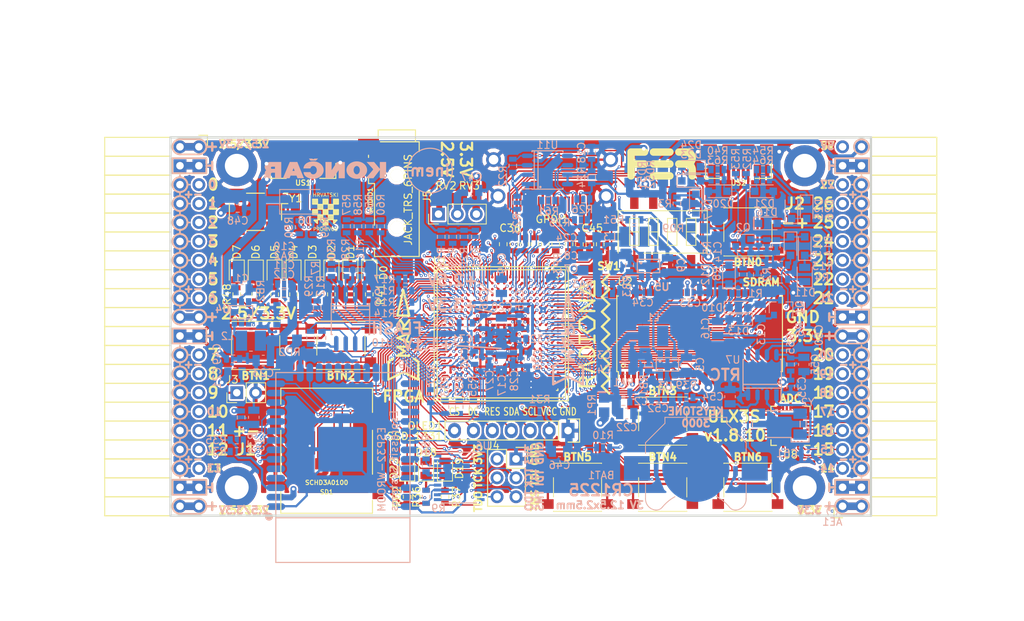
<source format=kicad_pcb>
(kicad_pcb (version 20171130) (host pcbnew 5.0.0-rc2+dfsg1-2)
  (layers (0 F.Cu signal) (1 In1.Cu signal) (2 In2.Cu signal) (31 B.Cu signal) (34 B.Paste user) (35 F.Paste user) (36 B.SilkS user) (37 F.SilkS user) (38 B.Mask user) (39 F.Mask user) (44 Edge.Cuts user))
  (net 0 "")
  (net 1 GND)
  (net 2 +5V)
  (net 3 /gpio/IN5V)
  (net 4 /gpio/OUT5V)
  (net 5 +3V3)
  (net 6 BTN_D)
  (net 7 BTN_F1)
  (net 8 BTN_F2)
  (net 9 BTN_L)
  (net 10 BTN_R)
  (net 11 BTN_U)
  (net 12 /power/FB1)
  (net 13 +2V5)
  (net 14 /power/PWREN)
  (net 15 /power/FB3)
  (net 16 /power/FB2)
  (net 17 /power/VBAT)
  (net 18 JTAG_TDI)
  (net 19 JTAG_TCK)
  (net 20 JTAG_TMS)
  (net 21 JTAG_TDO)
  (net 22 /power/WAKEUPn)
  (net 23 /power/WKUP)
  (net 24 /power/SHUT)
  (net 25 /power/WAKE)
  (net 26 /power/HOLD)
  (net 27 /power/WKn)
  (net 28 /power/OSCI_32k)
  (net 29 /power/OSCO_32k)
  (net 30 SHUTDOWN)
  (net 31 /analog/AUDIO_L)
  (net 32 /analog/AUDIO_R)
  (net 33 GPDI_SDA)
  (net 34 GPDI_SCL)
  (net 35 /gpdi/VREF2)
  (net 36 SD_CMD)
  (net 37 SD_CLK)
  (net 38 SD_D0)
  (net 39 SD_D1)
  (net 40 USB5V)
  (net 41 GPDI_CEC)
  (net 42 nRESET)
  (net 43 FTDI_nDTR)
  (net 44 SDRAM_CKE)
  (net 45 SDRAM_A7)
  (net 46 SDRAM_D15)
  (net 47 SDRAM_BA1)
  (net 48 SDRAM_D7)
  (net 49 SDRAM_A6)
  (net 50 SDRAM_CLK)
  (net 51 SDRAM_D13)
  (net 52 SDRAM_BA0)
  (net 53 SDRAM_D6)
  (net 54 SDRAM_A5)
  (net 55 SDRAM_D14)
  (net 56 SDRAM_A11)
  (net 57 SDRAM_D12)
  (net 58 SDRAM_D5)
  (net 59 SDRAM_A4)
  (net 60 SDRAM_A10)
  (net 61 SDRAM_D11)
  (net 62 SDRAM_A3)
  (net 63 SDRAM_D4)
  (net 64 SDRAM_D10)
  (net 65 SDRAM_D9)
  (net 66 SDRAM_A9)
  (net 67 SDRAM_D3)
  (net 68 SDRAM_D8)
  (net 69 SDRAM_A8)
  (net 70 SDRAM_A2)
  (net 71 SDRAM_A1)
  (net 72 SDRAM_A0)
  (net 73 SDRAM_D2)
  (net 74 SDRAM_D1)
  (net 75 SDRAM_D0)
  (net 76 SDRAM_DQM0)
  (net 77 SDRAM_nCS)
  (net 78 SDRAM_nRAS)
  (net 79 SDRAM_DQM1)
  (net 80 SDRAM_nCAS)
  (net 81 SDRAM_nWE)
  (net 82 /flash/FLASH_nWP)
  (net 83 /flash/FLASH_nHOLD)
  (net 84 /flash/FLASH_MOSI)
  (net 85 /flash/FLASH_MISO)
  (net 86 /flash/FLASH_SCK)
  (net 87 /flash/FLASH_nCS)
  (net 88 /flash/FPGA_PROGRAMN)
  (net 89 /flash/FPGA_DONE)
  (net 90 /flash/FPGA_INITN)
  (net 91 OLED_RES)
  (net 92 OLED_DC)
  (net 93 OLED_CS)
  (net 94 WIFI_EN)
  (net 95 FTDI_nRTS)
  (net 96 FTDI_TXD)
  (net 97 FTDI_RXD)
  (net 98 WIFI_RXD)
  (net 99 WIFI_GPIO0)
  (net 100 WIFI_TXD)
  (net 101 USB_FTDI_D+)
  (net 102 USB_FTDI_D-)
  (net 103 SD_D3)
  (net 104 AUDIO_L3)
  (net 105 AUDIO_L2)
  (net 106 AUDIO_L1)
  (net 107 AUDIO_L0)
  (net 108 AUDIO_R3)
  (net 109 AUDIO_R2)
  (net 110 AUDIO_R1)
  (net 111 AUDIO_R0)
  (net 112 OLED_CLK)
  (net 113 OLED_MOSI)
  (net 114 LED0)
  (net 115 LED1)
  (net 116 LED2)
  (net 117 LED3)
  (net 118 LED4)
  (net 119 LED5)
  (net 120 LED6)
  (net 121 LED7)
  (net 122 BTN_PWRn)
  (net 123 FTDI_nTXLED)
  (net 124 FTDI_nSLEEP)
  (net 125 /blinkey/LED_PWREN)
  (net 126 /blinkey/LED_TXLED)
  (net 127 /sdcard/SD3V3)
  (net 128 SD_D2)
  (net 129 CLK_25MHz)
  (net 130 /blinkey/BTNPUL)
  (net 131 /blinkey/BTNPUR)
  (net 132 USB_FPGA_D+)
  (net 133 /power/FTDI_nSUSPEND)
  (net 134 /blinkey/ALED0)
  (net 135 /blinkey/ALED1)
  (net 136 /blinkey/ALED2)
  (net 137 /blinkey/ALED3)
  (net 138 /blinkey/ALED4)
  (net 139 /blinkey/ALED5)
  (net 140 /blinkey/ALED6)
  (net 141 /blinkey/ALED7)
  (net 142 /usb/FTD-)
  (net 143 /usb/FTD+)
  (net 144 ADC_MISO)
  (net 145 ADC_MOSI)
  (net 146 ADC_CSn)
  (net 147 ADC_SCLK)
  (net 148 SW3)
  (net 149 SW2)
  (net 150 SW1)
  (net 151 USB_FPGA_D-)
  (net 152 /usb/FPD+)
  (net 153 /usb/FPD-)
  (net 154 WIFI_GPIO16)
  (net 155 /usb/ANT_433MHz)
  (net 156 /power/PWRBTn)
  (net 157 PROG_DONE)
  (net 158 /power/P3V3)
  (net 159 /power/P2V5)
  (net 160 /power/L1)
  (net 161 /power/L3)
  (net 162 /power/L2)
  (net 163 FTDI_TXDEN)
  (net 164 SDRAM_A12)
  (net 165 /analog/AUDIO_V)
  (net 166 AUDIO_V3)
  (net 167 AUDIO_V2)
  (net 168 AUDIO_V1)
  (net 169 AUDIO_V0)
  (net 170 /blinkey/LED_WIFI)
  (net 171 /power/P1V1)
  (net 172 +1V1)
  (net 173 SW4)
  (net 174 /blinkey/SWPU)
  (net 175 /wifi/WIFIEN)
  (net 176 FT2V5)
  (net 177 GN0)
  (net 178 GP0)
  (net 179 GN1)
  (net 180 GP1)
  (net 181 GN2)
  (net 182 GP2)
  (net 183 GN3)
  (net 184 GP3)
  (net 185 GN4)
  (net 186 GP4)
  (net 187 GN5)
  (net 188 GP5)
  (net 189 GN6)
  (net 190 GP6)
  (net 191 GN14)
  (net 192 GP14)
  (net 193 GN15)
  (net 194 GP15)
  (net 195 GN16)
  (net 196 GP16)
  (net 197 GN17)
  (net 198 GP17)
  (net 199 GN18)
  (net 200 GP18)
  (net 201 GN19)
  (net 202 GP19)
  (net 203 GN20)
  (net 204 GP20)
  (net 205 GN21)
  (net 206 GP21)
  (net 207 GN22)
  (net 208 GP22)
  (net 209 GN23)
  (net 210 GP23)
  (net 211 GN24)
  (net 212 GP24)
  (net 213 GN25)
  (net 214 GP25)
  (net 215 GN26)
  (net 216 GP26)
  (net 217 GN27)
  (net 218 GP27)
  (net 219 GN7)
  (net 220 GP7)
  (net 221 GN8)
  (net 222 GP8)
  (net 223 GN9)
  (net 224 GP9)
  (net 225 GN10)
  (net 226 GP10)
  (net 227 GN11)
  (net 228 GP11)
  (net 229 GN12)
  (net 230 GP12)
  (net 231 GN13)
  (net 232 GP13)
  (net 233 WIFI_GPIO5)
  (net 234 WIFI_GPIO17)
  (net 235 USB_FPGA_PULL_D+)
  (net 236 USB_FPGA_PULL_D-)
  (net 237 "Net-(D23-Pad2)")
  (net 238 "Net-(D24-Pad1)")
  (net 239 "Net-(D25-Pad2)")
  (net 240 "Net-(D26-Pad1)")
  (net 241 /gpdi/GPDI_ETH+)
  (net 242 FPDI_ETH+)
  (net 243 /gpdi/GPDI_ETH-)
  (net 244 FPDI_ETH-)
  (net 245 /gpdi/GPDI_D2-)
  (net 246 FPDI_D2-)
  (net 247 /gpdi/GPDI_D1-)
  (net 248 FPDI_D1-)
  (net 249 /gpdi/GPDI_D0-)
  (net 250 FPDI_D0-)
  (net 251 /gpdi/GPDI_CLK-)
  (net 252 FPDI_CLK-)
  (net 253 /gpdi/GPDI_D2+)
  (net 254 FPDI_D2+)
  (net 255 /gpdi/GPDI_D1+)
  (net 256 FPDI_D1+)
  (net 257 /gpdi/GPDI_D0+)
  (net 258 FPDI_D0+)
  (net 259 /gpdi/GPDI_CLK+)
  (net 260 FPDI_CLK+)
  (net 261 FPDI_SDA)
  (net 262 FPDI_SCL)
  (net 263 /gpdi/FPDI_CEC)
  (net 264 2V5_3V3)
  (net 265 "Net-(AUDIO1-Pad5)")
  (net 266 "Net-(AUDIO1-Pad6)")
  (net 267 "Net-(U1-PadA15)")
  (net 268 "Net-(U1-PadC9)")
  (net 269 "Net-(U1-PadD9)")
  (net 270 "Net-(U1-PadD10)")
  (net 271 "Net-(U1-PadD11)")
  (net 272 "Net-(U1-PadD12)")
  (net 273 "Net-(U1-PadE6)")
  (net 274 "Net-(U1-PadE9)")
  (net 275 "Net-(U1-PadE10)")
  (net 276 "Net-(U1-PadE11)")
  (net 277 "Net-(U1-PadJ4)")
  (net 278 "Net-(U1-PadJ5)")
  (net 279 "Net-(U1-PadK5)")
  (net 280 "Net-(U1-PadL5)")
  (net 281 "Net-(U1-PadM4)")
  (net 282 "Net-(U1-PadM5)")
  (net 283 SD_CD)
  (net 284 SD_WP)
  (net 285 "Net-(U1-PadR3)")
  (net 286 "Net-(U1-PadT16)")
  (net 287 "Net-(U1-PadW4)")
  (net 288 "Net-(U1-PadW5)")
  (net 289 "Net-(U1-PadW8)")
  (net 290 "Net-(U1-PadW9)")
  (net 291 "Net-(U1-PadW13)")
  (net 292 "Net-(U1-PadW14)")
  (net 293 "Net-(U1-PadW17)")
  (net 294 "Net-(U1-PadW18)")
  (net 295 FTDI_nRXLED)
  (net 296 "Net-(U8-Pad12)")
  (net 297 "Net-(U8-Pad25)")
  (net 298 "Net-(U9-Pad32)")
  (net 299 "Net-(U9-Pad22)")
  (net 300 "Net-(U9-Pad21)")
  (net 301 "Net-(U9-Pad20)")
  (net 302 "Net-(U9-Pad19)")
  (net 303 "Net-(U9-Pad18)")
  (net 304 "Net-(U9-Pad17)")
  (net 305 "Net-(U9-Pad12)")
  (net 306 "Net-(U9-Pad5)")
  (net 307 "Net-(U9-Pad4)")
  (net 308 "Net-(US1-Pad4)")
  (net 309 "Net-(US2-Pad4)")
  (net 310 "Net-(Y2-Pad3)")
  (net 311 "Net-(Y2-Pad2)")
  (net 312 "Net-(U1-PadK16)")
  (net 313 "Net-(U1-PadK17)")
  (net 314 /usb/US2VBUS)
  (net 315 /power/SHD)
  (net 316 /power/RTCVDD)
  (module fer:fer4mm6 (layer F.Cu) (at 159.901 64.994)
    (fp_text reference fer hide)
    (fp_text value fer hide)
  )
  (module SOA008-150mil:SOA008-150-208mil (layer B.Cu) (at 118.245 85.822 270)
    (fp_text reference U10 (at 3.175 -4.318) (layer B.SilkS) (effects (justify mirror)))
    (fp_text value IS25LP128F-JBLE)
    (pad 1 smd rect (at -3.302 1.905 270) (size 2.1 0.6) (layers B.Cu B.Paste B.Mask) (net 87 /flash/FLASH_nCS))
    (pad 2 smd oval (at -3.302 0.635 270) (size 2.1 0.6) (layers B.Cu B.Paste B.Mask) (net 85 /flash/FLASH_MISO))
    (pad 3 smd oval (at -3.302 -0.635 270) (size 2.1 0.6) (layers B.Cu B.Paste B.Mask) (net 82 /flash/FLASH_nWP))
    (pad 4 smd oval (at -3.302 -1.905 270) (size 2.1 0.6) (layers B.Cu B.Paste B.Mask) (net 1 GND))
    (pad 5 smd oval (at 3.302 -1.905 270) (size 2.1 0.6) (layers B.Cu B.Paste B.Mask) (net 84 /flash/FLASH_MOSI))
    (pad 6 smd oval (at 3.302 -0.635 270) (size 2.1 0.6) (layers B.Cu B.Paste B.Mask) (net 86 /flash/FLASH_SCK))
    (pad 7 smd oval (at 3.302 0.635 270) (size 2.1 0.6) (layers B.Cu B.Paste B.Mask) (net 83 /flash/FLASH_nHOLD))
    (pad 8 smd oval (at 3.302 1.905 270) (size 2.1 0.6) (layers B.Cu B.Paste B.Mask) (net 5 +3V3))
  )
  (module inem:inem (layer B.Cu) (at 128.913 65.883)
    (fp_text reference REF** hide)
    (fp_text value inem hide)
    (fp_text user inem (at 0 0) (layer B.SilkS) (effects (font (size 1.5 1.5) (thickness 0.3)) (justify mirror)))
  )
  (module Socket_Strips:Socket_Strip_Angled_2x20 (layer F.Cu) (at 97.91 62.69 270)
    (fp_text reference J1 (at 40.64 -6.35) (layer F.SilkS) (effects (font (size 1.5 1.5) (thickness 0.3))))
    (fp_text value CONN_02X20 hide)
    (pad 1 thru_hole oval (at 0 0 270) (size 1.7272 1.7272) (drill 1.016) (layers *.Cu *.Mask) (net 264 2V5_3V3))
    (pad 2 thru_hole oval (at 0 2.54 270) (size 1.7272 1.7272) (drill 1.016) (layers *.Cu *.Mask) (net 264 2V5_3V3))
    (pad 3 thru_hole rect (at 2.54 0 270) (size 1.7272 1.7272) (drill 1.016) (layers *.Cu *.Mask) (net 1 GND))
    (pad 4 thru_hole rect (at 2.54 2.54 270) (size 1.7272 1.7272) (drill 1.016) (layers *.Cu *.Mask) (net 1 GND))
    (pad 5 thru_hole oval (at 5.08 0 270) (size 1.7272 1.7272) (drill 1.016) (layers *.Cu *.Mask) (net 177 GN0))
    (pad 6 thru_hole oval (at 5.08 2.54 270) (size 1.7272 1.7272) (drill 1.016) (layers *.Cu *.Mask) (net 178 GP0))
    (pad 7 thru_hole oval (at 7.62 0 270) (size 1.7272 1.7272) (drill 1.016) (layers *.Cu *.Mask) (net 179 GN1))
    (pad 8 thru_hole oval (at 7.62 2.54 270) (size 1.7272 1.7272) (drill 1.016) (layers *.Cu *.Mask) (net 180 GP1))
    (pad 9 thru_hole oval (at 10.16 0 270) (size 1.7272 1.7272) (drill 1.016) (layers *.Cu *.Mask) (net 181 GN2))
    (pad 10 thru_hole oval (at 10.16 2.54 270) (size 1.7272 1.7272) (drill 1.016) (layers *.Cu *.Mask) (net 182 GP2))
    (pad 11 thru_hole oval (at 12.7 0 270) (size 1.7272 1.7272) (drill 1.016) (layers *.Cu *.Mask) (net 183 GN3))
    (pad 12 thru_hole oval (at 12.7 2.54 270) (size 1.7272 1.7272) (drill 1.016) (layers *.Cu *.Mask) (net 184 GP3))
    (pad 13 thru_hole oval (at 15.24 0 270) (size 1.7272 1.7272) (drill 1.016) (layers *.Cu *.Mask) (net 185 GN4))
    (pad 14 thru_hole oval (at 15.24 2.54 270) (size 1.7272 1.7272) (drill 1.016) (layers *.Cu *.Mask) (net 186 GP4))
    (pad 15 thru_hole oval (at 17.78 0 270) (size 1.7272 1.7272) (drill 1.016) (layers *.Cu *.Mask) (net 187 GN5))
    (pad 16 thru_hole oval (at 17.78 2.54 270) (size 1.7272 1.7272) (drill 1.016) (layers *.Cu *.Mask) (net 188 GP5))
    (pad 17 thru_hole oval (at 20.32 0 270) (size 1.7272 1.7272) (drill 1.016) (layers *.Cu *.Mask) (net 189 GN6))
    (pad 18 thru_hole oval (at 20.32 2.54 270) (size 1.7272 1.7272) (drill 1.016) (layers *.Cu *.Mask) (net 190 GP6))
    (pad 19 thru_hole oval (at 22.86 0 270) (size 1.7272 1.7272) (drill 1.016) (layers *.Cu *.Mask) (net 264 2V5_3V3))
    (pad 20 thru_hole oval (at 22.86 2.54 270) (size 1.7272 1.7272) (drill 1.016) (layers *.Cu *.Mask) (net 264 2V5_3V3))
    (pad 21 thru_hole rect (at 25.4 0 270) (size 1.7272 1.7272) (drill 1.016) (layers *.Cu *.Mask) (net 1 GND))
    (pad 22 thru_hole rect (at 25.4 2.54 270) (size 1.7272 1.7272) (drill 1.016) (layers *.Cu *.Mask) (net 1 GND))
    (pad 23 thru_hole oval (at 27.94 0 270) (size 1.7272 1.7272) (drill 1.016) (layers *.Cu *.Mask) (net 219 GN7))
    (pad 24 thru_hole oval (at 27.94 2.54 270) (size 1.7272 1.7272) (drill 1.016) (layers *.Cu *.Mask) (net 220 GP7))
    (pad 25 thru_hole oval (at 30.48 0 270) (size 1.7272 1.7272) (drill 1.016) (layers *.Cu *.Mask) (net 221 GN8))
    (pad 26 thru_hole oval (at 30.48 2.54 270) (size 1.7272 1.7272) (drill 1.016) (layers *.Cu *.Mask) (net 222 GP8))
    (pad 27 thru_hole oval (at 33.02 0 270) (size 1.7272 1.7272) (drill 1.016) (layers *.Cu *.Mask) (net 223 GN9))
    (pad 28 thru_hole oval (at 33.02 2.54 270) (size 1.7272 1.7272) (drill 1.016) (layers *.Cu *.Mask) (net 224 GP9))
    (pad 29 thru_hole oval (at 35.56 0 270) (size 1.7272 1.7272) (drill 1.016) (layers *.Cu *.Mask) (net 225 GN10))
    (pad 30 thru_hole oval (at 35.56 2.54 270) (size 1.7272 1.7272) (drill 1.016) (layers *.Cu *.Mask) (net 226 GP10))
    (pad 31 thru_hole oval (at 38.1 0 270) (size 1.7272 1.7272) (drill 1.016) (layers *.Cu *.Mask) (net 227 GN11))
    (pad 32 thru_hole oval (at 38.1 2.54 270) (size 1.7272 1.7272) (drill 1.016) (layers *.Cu *.Mask) (net 228 GP11))
    (pad 33 thru_hole oval (at 40.64 0 270) (size 1.7272 1.7272) (drill 1.016) (layers *.Cu *.Mask) (net 229 GN12))
    (pad 34 thru_hole oval (at 40.64 2.54 270) (size 1.7272 1.7272) (drill 1.016) (layers *.Cu *.Mask) (net 230 GP12))
    (pad 35 thru_hole oval (at 43.18 0 270) (size 1.7272 1.7272) (drill 1.016) (layers *.Cu *.Mask) (net 231 GN13))
    (pad 36 thru_hole oval (at 43.18 2.54 270) (size 1.7272 1.7272) (drill 1.016) (layers *.Cu *.Mask) (net 232 GP13))
    (pad 37 thru_hole rect (at 45.72 0 270) (size 1.7272 1.7272) (drill 1.016) (layers *.Cu *.Mask) (net 1 GND))
    (pad 38 thru_hole rect (at 45.72 2.54 270) (size 1.7272 1.7272) (drill 1.016) (layers *.Cu *.Mask) (net 1 GND))
    (pad 39 thru_hole oval (at 48.26 0 270) (size 1.7272 1.7272) (drill 1.016) (layers *.Cu *.Mask) (net 264 2V5_3V3))
    (pad 40 thru_hole oval (at 48.26 2.54 270) (size 1.7272 1.7272) (drill 1.016) (layers *.Cu *.Mask) (net 264 2V5_3V3))
  )
  (module TSOT-25:TSOT-25 (layer B.Cu) (at 160.775 91.9)
    (fp_text reference U3 (at -0.295 2.9) (layer B.SilkS) (effects (font (thickness 0.2)) (justify mirror)))
    (fp_text value TLV62569DBV)
    (pad 1 smd rect (at -0.95 -1.3) (size 0.7 1.2) (layers B.Cu B.Paste B.Mask) (net 14 /power/PWREN))
    (pad 2 smd rect (at 0 -1.3) (size 0.7 1.2) (layers B.Cu B.Paste B.Mask) (net 1 GND))
    (pad 3 smd rect (at 0.95 -1.3) (size 0.7 1.2) (layers B.Cu B.Paste B.Mask) (net 160 /power/L1))
    (pad 4 smd rect (at 0.95 1.3) (size 0.7 1.2) (layers B.Cu B.Paste B.Mask) (net 2 +5V))
    (pad 5 smd rect (at -0.95 1.3) (size 0.7 1.2) (layers B.Cu B.Paste B.Mask) (net 12 /power/FB1))
  )
  (module TSOT-25:TSOT-25 (layer B.Cu) (at 103.625 84.915 180)
    (fp_text reference U4 (at 2.525 0.4265 180) (layer B.SilkS) (effects (font (thickness 0.2)) (justify mirror)))
    (fp_text value TLV62569DBV)
    (pad 1 smd rect (at -0.95 -1.3 180) (size 0.7 1.2) (layers B.Cu B.Paste B.Mask) (net 14 /power/PWREN))
    (pad 2 smd rect (at 0 -1.3 180) (size 0.7 1.2) (layers B.Cu B.Paste B.Mask) (net 1 GND))
    (pad 3 smd rect (at 0.95 -1.3 180) (size 0.7 1.2) (layers B.Cu B.Paste B.Mask) (net 162 /power/L2))
    (pad 4 smd rect (at 0.95 1.3 180) (size 0.7 1.2) (layers B.Cu B.Paste B.Mask) (net 2 +5V))
    (pad 5 smd rect (at -0.95 1.3 180) (size 0.7 1.2) (layers B.Cu B.Paste B.Mask) (net 16 /power/FB2))
  )
  (module TSOT-25:TSOT-25 (layer B.Cu) (at 158.235 78.692)
    (fp_text reference U5 (at 1.793 2.812) (layer B.SilkS) (effects (font (thickness 0.2)) (justify mirror)))
    (fp_text value TLV62569DBV)
    (pad 1 smd rect (at -0.95 -1.3) (size 0.7 1.2) (layers B.Cu B.Paste B.Mask) (net 14 /power/PWREN))
    (pad 2 smd rect (at 0 -1.3) (size 0.7 1.2) (layers B.Cu B.Paste B.Mask) (net 1 GND))
    (pad 3 smd rect (at 0.95 -1.3) (size 0.7 1.2) (layers B.Cu B.Paste B.Mask) (net 161 /power/L3))
    (pad 4 smd rect (at 0.95 1.3) (size 0.7 1.2) (layers B.Cu B.Paste B.Mask) (net 2 +5V))
    (pad 5 smd rect (at -0.95 1.3) (size 0.7 1.2) (layers B.Cu B.Paste B.Mask) (net 15 /power/FB3))
  )
  (module Socket_Strips:Socket_Strip_Angled_2x20 (layer F.Cu) (at 184.27 110.95 90)
    (fp_text reference J2 (at 40.64 -6.35 180) (layer F.SilkS) (effects (font (size 1.5 1.5) (thickness 0.3))))
    (fp_text value CONN_02X20 hide)
    (pad 1 thru_hole oval (at 0 0 90) (size 1.7272 1.7272) (drill 1.016) (layers *.Cu *.Mask) (net 5 +3V3))
    (pad 2 thru_hole oval (at 0 2.54 90) (size 1.7272 1.7272) (drill 1.016) (layers *.Cu *.Mask) (net 5 +3V3))
    (pad 3 thru_hole rect (at 2.54 0 90) (size 1.7272 1.7272) (drill 1.016) (layers *.Cu *.Mask) (net 1 GND))
    (pad 4 thru_hole rect (at 2.54 2.54 90) (size 1.7272 1.7272) (drill 1.016) (layers *.Cu *.Mask) (net 1 GND))
    (pad 5 thru_hole oval (at 5.08 0 90) (size 1.7272 1.7272) (drill 1.016) (layers *.Cu *.Mask) (net 191 GN14))
    (pad 6 thru_hole oval (at 5.08 2.54 90) (size 1.7272 1.7272) (drill 1.016) (layers *.Cu *.Mask) (net 192 GP14))
    (pad 7 thru_hole oval (at 7.62 0 90) (size 1.7272 1.7272) (drill 1.016) (layers *.Cu *.Mask) (net 193 GN15))
    (pad 8 thru_hole oval (at 7.62 2.54 90) (size 1.7272 1.7272) (drill 1.016) (layers *.Cu *.Mask) (net 194 GP15))
    (pad 9 thru_hole oval (at 10.16 0 90) (size 1.7272 1.7272) (drill 1.016) (layers *.Cu *.Mask) (net 195 GN16))
    (pad 10 thru_hole oval (at 10.16 2.54 90) (size 1.7272 1.7272) (drill 1.016) (layers *.Cu *.Mask) (net 196 GP16))
    (pad 11 thru_hole oval (at 12.7 0 90) (size 1.7272 1.7272) (drill 1.016) (layers *.Cu *.Mask) (net 197 GN17))
    (pad 12 thru_hole oval (at 12.7 2.54 90) (size 1.7272 1.7272) (drill 1.016) (layers *.Cu *.Mask) (net 198 GP17))
    (pad 13 thru_hole oval (at 15.24 0 90) (size 1.7272 1.7272) (drill 1.016) (layers *.Cu *.Mask) (net 199 GN18))
    (pad 14 thru_hole oval (at 15.24 2.54 90) (size 1.7272 1.7272) (drill 1.016) (layers *.Cu *.Mask) (net 200 GP18))
    (pad 15 thru_hole oval (at 17.78 0 90) (size 1.7272 1.7272) (drill 1.016) (layers *.Cu *.Mask) (net 201 GN19))
    (pad 16 thru_hole oval (at 17.78 2.54 90) (size 1.7272 1.7272) (drill 1.016) (layers *.Cu *.Mask) (net 202 GP19))
    (pad 17 thru_hole oval (at 20.32 0 90) (size 1.7272 1.7272) (drill 1.016) (layers *.Cu *.Mask) (net 203 GN20))
    (pad 18 thru_hole oval (at 20.32 2.54 90) (size 1.7272 1.7272) (drill 1.016) (layers *.Cu *.Mask) (net 204 GP20))
    (pad 19 thru_hole oval (at 22.86 0 90) (size 1.7272 1.7272) (drill 1.016) (layers *.Cu *.Mask) (net 5 +3V3))
    (pad 20 thru_hole oval (at 22.86 2.54 90) (size 1.7272 1.7272) (drill 1.016) (layers *.Cu *.Mask) (net 5 +3V3))
    (pad 21 thru_hole rect (at 25.4 0 90) (size 1.7272 1.7272) (drill 1.016) (layers *.Cu *.Mask) (net 1 GND))
    (pad 22 thru_hole rect (at 25.4 2.54 90) (size 1.7272 1.7272) (drill 1.016) (layers *.Cu *.Mask) (net 1 GND))
    (pad 23 thru_hole oval (at 27.94 0 90) (size 1.7272 1.7272) (drill 1.016) (layers *.Cu *.Mask) (net 205 GN21))
    (pad 24 thru_hole oval (at 27.94 2.54 90) (size 1.7272 1.7272) (drill 1.016) (layers *.Cu *.Mask) (net 206 GP21))
    (pad 25 thru_hole oval (at 30.48 0 90) (size 1.7272 1.7272) (drill 1.016) (layers *.Cu *.Mask) (net 207 GN22))
    (pad 26 thru_hole oval (at 30.48 2.54 90) (size 1.7272 1.7272) (drill 1.016) (layers *.Cu *.Mask) (net 208 GP22))
    (pad 27 thru_hole oval (at 33.02 0 90) (size 1.7272 1.7272) (drill 1.016) (layers *.Cu *.Mask) (net 209 GN23))
    (pad 28 thru_hole oval (at 33.02 2.54 90) (size 1.7272 1.7272) (drill 1.016) (layers *.Cu *.Mask) (net 210 GP23))
    (pad 29 thru_hole oval (at 35.56 0 90) (size 1.7272 1.7272) (drill 1.016) (layers *.Cu *.Mask) (net 211 GN24))
    (pad 30 thru_hole oval (at 35.56 2.54 90) (size 1.7272 1.7272) (drill 1.016) (layers *.Cu *.Mask) (net 212 GP24))
    (pad 31 thru_hole oval (at 38.1 0 90) (size 1.7272 1.7272) (drill 1.016) (layers *.Cu *.Mask) (net 213 GN25))
    (pad 32 thru_hole oval (at 38.1 2.54 90) (size 1.7272 1.7272) (drill 1.016) (layers *.Cu *.Mask) (net 214 GP25))
    (pad 33 thru_hole oval (at 40.64 0 90) (size 1.7272 1.7272) (drill 1.016) (layers *.Cu *.Mask) (net 215 GN26))
    (pad 34 thru_hole oval (at 40.64 2.54 90) (size 1.7272 1.7272) (drill 1.016) (layers *.Cu *.Mask) (net 216 GP26))
    (pad 35 thru_hole oval (at 43.18 0 90) (size 1.7272 1.7272) (drill 1.016) (layers *.Cu *.Mask) (net 217 GN27))
    (pad 36 thru_hole oval (at 43.18 2.54 90) (size 1.7272 1.7272) (drill 1.016) (layers *.Cu *.Mask) (net 218 GP27))
    (pad 37 thru_hole rect (at 45.72 0 90) (size 1.7272 1.7272) (drill 1.016) (layers *.Cu *.Mask) (net 1 GND))
    (pad 38 thru_hole rect (at 45.72 2.54 90) (size 1.7272 1.7272) (drill 1.016) (layers *.Cu *.Mask) (net 1 GND))
    (pad 39 thru_hole oval (at 48.26 0 90) (size 1.7272 1.7272) (drill 1.016) (layers *.Cu *.Mask) (net 3 /gpio/IN5V))
    (pad 40 thru_hole oval (at 48.26 2.54 90) (size 1.7272 1.7272) (drill 1.016) (layers *.Cu *.Mask) (net 4 /gpio/OUT5V))
  )
  (module Mounting_Holes:MountingHole_3.2mm_M3_ISO14580_Pad (layer F.Cu) (at 102.99 108.41)
    (fp_text reference H1 hide)
    (fp_text value HOLE hide)
    (pad 1 thru_hole circle (at 0 0) (size 5.5 5.5) (drill 3.2) (layers *.Cu *.Mask) (net 1 GND))
  )
  (module Mounting_Holes:MountingHole_3.2mm_M3_ISO14580_Pad (layer F.Cu) (at 179.19 108.41)
    (fp_text reference H2 hide)
    (fp_text value HOLE hide)
    (pad 1 thru_hole circle (at 0 0) (size 5.5 5.5) (drill 3.2) (layers *.Cu *.Mask) (net 1 GND))
  )
  (module Mounting_Holes:MountingHole_3.2mm_M3_ISO14580_Pad (layer F.Cu) (at 179.19 65.23)
    (fp_text reference H3 hide)
    (fp_text value HOLE hide)
    (pad 1 thru_hole circle (at 0 0) (size 5.5 5.5) (drill 3.2) (layers *.Cu *.Mask) (net 1 GND))
  )
  (module Mounting_Holes:MountingHole_3.2mm_M3_ISO14580_Pad (layer F.Cu) (at 102.99 65.23)
    (fp_text reference H4 hide)
    (fp_text value HOLE hide)
    (pad 1 thru_hole circle (at 0 0) (size 5.5 5.5) (drill 3.2) (layers *.Cu *.Mask) (net 1 GND))
  )
  (module Housings_SSOP:SSOP-20_4.4x6.5mm_Pitch0.65mm (layer B.Cu) (at 132.835 107.14 180)
    (fp_text reference U6 (at -3.175 4.318 180) (layer B.SilkS) (effects (justify mirror)))
    (fp_text value FT231XS)
    (pad 1 smd rect (at -2.9 2.925 180) (size 1 0.4) (layers B.Cu B.Paste B.Mask) (net 43 FTDI_nDTR))
    (pad 2 smd rect (at -2.9 2.275 180) (size 1 0.4) (layers B.Cu B.Paste B.Mask) (net 95 FTDI_nRTS))
    (pad 3 smd rect (at -2.9 1.625 180) (size 1 0.4) (layers B.Cu B.Paste B.Mask) (net 176 FT2V5))
    (pad 4 smd rect (at -2.9 0.975 180) (size 1 0.4) (layers B.Cu B.Paste B.Mask) (net 97 FTDI_RXD))
    (pad 5 smd rect (at -2.9 0.325 180) (size 1 0.4) (layers B.Cu B.Paste B.Mask) (net 18 JTAG_TDI))
    (pad 6 smd rect (at -2.9 -0.325 180) (size 1 0.4) (layers B.Cu B.Paste B.Mask) (net 1 GND))
    (pad 7 smd rect (at -2.9 -0.975 180) (size 1 0.4) (layers B.Cu B.Paste B.Mask) (net 19 JTAG_TCK))
    (pad 8 smd rect (at -2.9 -1.625 180) (size 1 0.4) (layers B.Cu B.Paste B.Mask) (net 20 JTAG_TMS))
    (pad 9 smd rect (at -2.9 -2.275 180) (size 1 0.4) (layers B.Cu B.Paste B.Mask) (net 21 JTAG_TDO))
    (pad 10 smd rect (at -2.9 -2.925 180) (size 1 0.4) (layers B.Cu B.Paste B.Mask) (net 123 FTDI_nTXLED))
    (pad 11 smd rect (at 2.9 -2.925 180) (size 1 0.4) (layers B.Cu B.Paste B.Mask) (net 101 USB_FTDI_D+))
    (pad 12 smd rect (at 2.9 -2.275 180) (size 1 0.4) (layers B.Cu B.Paste B.Mask) (net 102 USB_FTDI_D-))
    (pad 13 smd rect (at 2.9 -1.625 180) (size 1 0.4) (layers B.Cu B.Paste B.Mask) (net 176 FT2V5))
    (pad 14 smd rect (at 2.9 -0.975 180) (size 1 0.4) (layers B.Cu B.Paste B.Mask) (net 42 nRESET))
    (pad 15 smd rect (at 2.9 -0.325 180) (size 1 0.4) (layers B.Cu B.Paste B.Mask) (net 40 USB5V))
    (pad 16 smd rect (at 2.9 0.325 180) (size 1 0.4) (layers B.Cu B.Paste B.Mask) (net 1 GND))
    (pad 17 smd rect (at 2.9 0.975 180) (size 1 0.4) (layers B.Cu B.Paste B.Mask) (net 295 FTDI_nRXLED))
    (pad 18 smd rect (at 2.9 1.625 180) (size 1 0.4) (layers B.Cu B.Paste B.Mask) (net 163 FTDI_TXDEN))
    (pad 19 smd rect (at 2.9 2.275 180) (size 1 0.4) (layers B.Cu B.Paste B.Mask) (net 124 FTDI_nSLEEP))
    (pad 20 smd rect (at 2.9 2.925 180) (size 1 0.4) (layers B.Cu B.Paste B.Mask) (net 96 FTDI_TXD))
  )
  (module Socket_Strips:Socket_Strip_Straight_2x03 (layer F.Cu) (at 140.455 104.6 270)
    (fp_text reference J4 (at -1.778 3.048) (layer F.SilkS))
    (fp_text value CONN_02X03 hide)
    (pad 1 thru_hole rect (at 0 0 270) (size 1.7272 1.7272) (drill 1.016) (layers *.Cu *.Mask) (net 1 GND))
    (pad 2 thru_hole oval (at 0 2.54 270) (size 1.7272 1.7272) (drill 1.016) (layers *.Cu *.Mask) (net 5 +3V3))
    (pad 3 thru_hole oval (at 2.54 0 270) (size 1.7272 1.7272) (drill 1.016) (layers *.Cu *.Mask) (net 18 JTAG_TDI))
    (pad 4 thru_hole oval (at 2.54 2.54 270) (size 1.7272 1.7272) (drill 1.016) (layers *.Cu *.Mask) (net 19 JTAG_TCK))
    (pad 5 thru_hole oval (at 5.08 0 270) (size 1.7272 1.7272) (drill 1.016) (layers *.Cu *.Mask) (net 20 JTAG_TMS))
    (pad 6 thru_hole oval (at 5.08 2.54 270) (size 1.7272 1.7272) (drill 1.016) (layers *.Cu *.Mask) (net 21 JTAG_TDO))
  )
  (module Housings_DFN_QFN:QFN-28-1EP_5x5mm_Pitch0.5mm (layer F.Cu) (at 177.285 100.155 180)
    (fp_text reference U8 (at 0 -3.875 180) (layer F.SilkS))
    (fp_text value MAX11125)
    (pad 1 smd oval (at -2.45 -1.5 180) (size 0.85 0.3) (layers F.Cu F.Paste F.Mask) (net 194 GP15))
    (pad 2 smd oval (at -2.45 -1 180) (size 0.85 0.3) (layers F.Cu F.Paste F.Mask) (net 195 GN16))
    (pad 3 smd oval (at -2.45 -0.5 180) (size 0.85 0.3) (layers F.Cu F.Paste F.Mask) (net 196 GP16))
    (pad 4 smd oval (at -2.45 0 180) (size 0.85 0.3) (layers F.Cu F.Paste F.Mask) (net 197 GN17))
    (pad 5 smd oval (at -2.45 0.5 180) (size 0.85 0.3) (layers F.Cu F.Paste F.Mask) (net 198 GP17))
    (pad 6 smd oval (at -2.45 1 180) (size 0.85 0.3) (layers F.Cu F.Paste F.Mask) (net 1 GND))
    (pad 7 smd oval (at -2.45 1.5 180) (size 0.85 0.3) (layers F.Cu F.Paste F.Mask) (net 1 GND))
    (pad 8 smd oval (at -1.5 2.45 270) (size 0.85 0.3) (layers F.Cu F.Paste F.Mask) (net 1 GND))
    (pad 9 smd oval (at -1 2.45 270) (size 0.85 0.3) (layers F.Cu F.Paste F.Mask) (net 1 GND))
    (pad 10 smd oval (at -0.5 2.45 270) (size 0.85 0.3) (layers F.Cu F.Paste F.Mask) (net 1 GND))
    (pad 11 smd oval (at 0 2.45 270) (size 0.85 0.3) (layers F.Cu F.Paste F.Mask) (net 1 GND))
    (pad 12 smd oval (at 0.5 2.45 270) (size 0.85 0.3) (layers F.Cu F.Paste F.Mask) (net 296 "Net-(U8-Pad12)"))
    (pad 13 smd oval (at 1 2.45 270) (size 0.85 0.3) (layers F.Cu F.Paste F.Mask) (net 1 GND))
    (pad 14 smd oval (at 1.5 2.45 270) (size 0.85 0.3) (layers F.Cu F.Paste F.Mask) (net 1 GND))
    (pad 15 smd oval (at 2.45 1.5 180) (size 0.85 0.3) (layers F.Cu F.Paste F.Mask) (net 5 +3V3))
    (pad 16 smd oval (at 2.45 1 180) (size 0.85 0.3) (layers F.Cu F.Paste F.Mask) (net 1 GND))
    (pad 17 smd oval (at 2.45 0.5 180) (size 0.85 0.3) (layers F.Cu F.Paste F.Mask) (net 5 +3V3))
    (pad 18 smd oval (at 2.45 0 180) (size 0.85 0.3) (layers F.Cu F.Paste F.Mask) (net 5 +3V3))
    (pad 19 smd oval (at 2.45 -0.5 180) (size 0.85 0.3) (layers F.Cu F.Paste F.Mask) (net 147 ADC_SCLK))
    (pad 20 smd oval (at 2.45 -1 180) (size 0.85 0.3) (layers F.Cu F.Paste F.Mask) (net 146 ADC_CSn))
    (pad 21 smd oval (at 2.45 -1.5 180) (size 0.85 0.3) (layers F.Cu F.Paste F.Mask) (net 145 ADC_MOSI))
    (pad 22 smd oval (at 1.5 -2.45 270) (size 0.85 0.3) (layers F.Cu F.Paste F.Mask) (net 1 GND))
    (pad 23 smd oval (at 1 -2.45 270) (size 0.85 0.3) (layers F.Cu F.Paste F.Mask) (net 5 +3V3))
    (pad 24 smd oval (at 0.5 -2.45 270) (size 0.85 0.3) (layers F.Cu F.Paste F.Mask) (net 144 ADC_MISO))
    (pad 25 smd oval (at 0 -2.45 270) (size 0.85 0.3) (layers F.Cu F.Paste F.Mask) (net 297 "Net-(U8-Pad25)"))
    (pad 26 smd oval (at -0.5 -2.45 270) (size 0.85 0.3) (layers F.Cu F.Paste F.Mask) (net 191 GN14))
    (pad 27 smd oval (at -1 -2.45 270) (size 0.85 0.3) (layers F.Cu F.Paste F.Mask) (net 192 GP14))
    (pad 28 smd oval (at -1.5 -2.45 270) (size 0.85 0.3) (layers F.Cu F.Paste F.Mask) (net 193 GN15))
    (pad 29 smd rect (at 0.8375 0.8375 180) (size 1.675 1.675) (layers F.Cu F.Paste F.Mask) (net 1 GND))
    (pad 29 smd rect (at 0.8375 -0.8375 180) (size 1.675 1.675) (layers F.Cu F.Paste F.Mask) (net 1 GND))
    (pad 29 smd rect (at -0.8375 0.8375 180) (size 1.675 1.675) (layers F.Cu F.Paste F.Mask) (net 1 GND))
    (pad 29 smd rect (at -0.8375 -0.8375 180) (size 1.675 1.675) (layers F.Cu F.Paste F.Mask) (net 1 GND))
  )
  (module oled:oled_13xx (layer F.Cu) (at 139.82 100.79 180)
    (fp_text reference OLED1 (at 11.557 0.635 180) (layer F.SilkS))
    (fp_text value SSD_1331 (at 12.954 -0.762 180) (layer F.SilkS))
    (fp_text user CS (at 7.62 2.54 180) (layer F.SilkS) (effects (font (size 1 0.75))))
    (fp_text user DC (at 5.08 2.54 180) (layer F.SilkS) (effects (font (size 1 0.75))))
    (fp_text user RES (at 2.54 2.54 180) (layer F.SilkS) (effects (font (size 1 0.75))))
    (fp_text user SDA (at 0 2.54 180) (layer F.SilkS) (effects (font (size 1 0.75))))
    (fp_text user SCL (at -2.54 2.54 180) (layer F.SilkS) (effects (font (size 1 0.75))))
    (fp_text user VCC (at -5.08 2.54 180) (layer F.SilkS) (effects (font (size 1 0.75))))
    (fp_text user GND (at -7.62 2.54 180) (layer F.SilkS) (effects (font (size 1 0.75))))
    (pad 1 thru_hole rect (at -7.62 0 180) (size 1.7272 2.032) (drill 1.016) (layers *.Cu *.Mask) (net 1 GND))
    (pad 2 thru_hole oval (at -5.08 0 180) (size 1.7272 2.032) (drill 1.016) (layers *.Cu *.Mask) (net 5 +3V3))
    (pad 3 thru_hole oval (at -2.54 0 180) (size 1.7272 2.032) (drill 1.016) (layers *.Cu *.Mask) (net 112 OLED_CLK))
    (pad 4 thru_hole oval (at 0 0 180) (size 1.7272 2.032) (drill 1.016) (layers *.Cu *.Mask) (net 113 OLED_MOSI))
    (pad 5 thru_hole oval (at 2.54 0 180) (size 1.7272 2.032) (drill 1.016) (layers *.Cu *.Mask) (net 91 OLED_RES))
    (pad 6 thru_hole oval (at 5.08 0 180) (size 1.7272 2.032) (drill 1.016) (layers *.Cu *.Mask) (net 92 OLED_DC))
    (pad 7 thru_hole oval (at 7.62 0 180) (size 1.7272 2.032) (drill 1.016) (layers *.Cu *.Mask) (net 93 OLED_CS))
  )
  (module Buttons_Switches_SMD:SW_SPST_PTS645 (layer F.Cu) (at 171.57 74.12 180)
    (fp_text reference BTN0 (at 0 -4.05 180) (layer F.SilkS) (effects (font (thickness 0.25))))
    (fp_text value PTS645)
    (pad 2 smd rect (at -3.98 2.25 180) (size 1.55 1.3) (layers F.Cu F.Paste F.Mask) (net 1 GND))
    (pad 1 smd rect (at -3.98 -2.25 180) (size 1.55 1.3) (layers F.Cu F.Paste F.Mask) (net 156 /power/PWRBTn))
    (pad 1 smd rect (at 3.98 -2.25 180) (size 1.55 1.3) (layers F.Cu F.Paste F.Mask) (net 156 /power/PWRBTn))
    (pad 2 smd rect (at 3.98 2.25 180) (size 1.55 1.3) (layers F.Cu F.Paste F.Mask) (net 1 GND))
  )
  (module Buttons_Switches_SMD:SW_SPST_PTS645 (layer F.Cu) (at 105.53 89.36)
    (fp_text reference BTN1 (at 0 4.064) (layer F.SilkS) (effects (font (thickness 0.25))))
    (fp_text value PTS645)
    (pad 2 smd rect (at -3.98 2.25) (size 1.55 1.3) (layers F.Cu F.Paste F.Mask) (net 7 BTN_F1))
    (pad 1 smd rect (at -3.98 -2.25) (size 1.55 1.3) (layers F.Cu F.Paste F.Mask) (net 130 /blinkey/BTNPUL))
    (pad 1 smd rect (at 3.98 -2.25) (size 1.55 1.3) (layers F.Cu F.Paste F.Mask) (net 130 /blinkey/BTNPUL))
    (pad 2 smd rect (at 3.98 2.25) (size 1.55 1.3) (layers F.Cu F.Paste F.Mask) (net 7 BTN_F1))
  )
  (module Buttons_Switches_SMD:SW_SPST_PTS645 (layer F.Cu) (at 116.96 89.36)
    (fp_text reference BTN2 (at 0 4.064) (layer F.SilkS) (effects (font (thickness 0.25))))
    (fp_text value PTS645)
    (pad 2 smd rect (at -3.98 2.25) (size 1.55 1.3) (layers F.Cu F.Paste F.Mask) (net 8 BTN_F2))
    (pad 1 smd rect (at -3.98 -2.25) (size 1.55 1.3) (layers F.Cu F.Paste F.Mask) (net 130 /blinkey/BTNPUL))
    (pad 1 smd rect (at 3.98 -2.25) (size 1.55 1.3) (layers F.Cu F.Paste F.Mask) (net 130 /blinkey/BTNPUL))
    (pad 2 smd rect (at 3.98 2.25) (size 1.55 1.3) (layers F.Cu F.Paste F.Mask) (net 8 BTN_F2))
  )
  (module Buttons_Switches_SMD:SW_SPST_PTS645 (layer F.Cu) (at 160.14 99.52)
    (fp_text reference BTN3 (at 0 -4.05) (layer F.SilkS) (effects (font (thickness 0.25))))
    (fp_text value PTS645)
    (pad 2 smd rect (at -3.98 2.25) (size 1.55 1.3) (layers F.Cu F.Paste F.Mask) (net 11 BTN_U))
    (pad 1 smd rect (at -3.98 -2.25) (size 1.55 1.3) (layers F.Cu F.Paste F.Mask) (net 131 /blinkey/BTNPUR))
    (pad 1 smd rect (at 3.98 -2.25) (size 1.55 1.3) (layers F.Cu F.Paste F.Mask) (net 131 /blinkey/BTNPUR))
    (pad 2 smd rect (at 3.98 2.25) (size 1.55 1.3) (layers F.Cu F.Paste F.Mask) (net 11 BTN_U))
  )
  (module Buttons_Switches_SMD:SW_SPST_PTS645 (layer F.Cu) (at 160.14 108.41 180)
    (fp_text reference BTN4 (at 0 4.064 180) (layer F.SilkS) (effects (font (thickness 0.25))))
    (fp_text value PTS645)
    (pad 2 smd rect (at -3.98 2.25 180) (size 1.55 1.3) (layers F.Cu F.Paste F.Mask) (net 6 BTN_D))
    (pad 1 smd rect (at -3.98 -2.25 180) (size 1.55 1.3) (layers F.Cu F.Paste F.Mask) (net 131 /blinkey/BTNPUR))
    (pad 1 smd rect (at 3.98 -2.25 180) (size 1.55 1.3) (layers F.Cu F.Paste F.Mask) (net 131 /blinkey/BTNPUR))
    (pad 2 smd rect (at 3.98 2.25 180) (size 1.55 1.3) (layers F.Cu F.Paste F.Mask) (net 6 BTN_D))
  )
  (module Buttons_Switches_SMD:SW_SPST_PTS645 (layer F.Cu) (at 148.71 108.41 180)
    (fp_text reference BTN5 (at 0 4.064 180) (layer F.SilkS) (effects (font (thickness 0.25))))
    (fp_text value PTS645)
    (pad 2 smd rect (at -3.98 2.25 180) (size 1.55 1.3) (layers F.Cu F.Paste F.Mask) (net 9 BTN_L))
    (pad 1 smd rect (at -3.98 -2.25 180) (size 1.55 1.3) (layers F.Cu F.Paste F.Mask) (net 131 /blinkey/BTNPUR))
    (pad 1 smd rect (at 3.98 -2.25 180) (size 1.55 1.3) (layers F.Cu F.Paste F.Mask) (net 131 /blinkey/BTNPUR))
    (pad 2 smd rect (at 3.98 2.25 180) (size 1.55 1.3) (layers F.Cu F.Paste F.Mask) (net 9 BTN_L))
  )
  (module Buttons_Switches_SMD:SW_SPST_PTS645 (layer F.Cu) (at 171.57 108.41 180)
    (fp_text reference BTN6 (at 0 4.064 180) (layer F.SilkS) (effects (font (thickness 0.25))))
    (fp_text value PTS645)
    (pad 2 smd rect (at -3.98 2.25 180) (size 1.55 1.3) (layers F.Cu F.Paste F.Mask) (net 10 BTN_R))
    (pad 1 smd rect (at -3.98 -2.25 180) (size 1.55 1.3) (layers F.Cu F.Paste F.Mask) (net 131 /blinkey/BTNPUR))
    (pad 1 smd rect (at 3.98 -2.25 180) (size 1.55 1.3) (layers F.Cu F.Paste F.Mask) (net 131 /blinkey/BTNPUR))
    (pad 2 smd rect (at 3.98 2.25 180) (size 1.55 1.3) (layers F.Cu F.Paste F.Mask) (net 10 BTN_R))
  )
  (module Buttons_Switches_SMD:SW_DIP_x4_W8.61mm_Slide_LowProfile (layer F.Cu) (at 160.14 74.12 90)
    (fp_text reference SW1 (at -4.59 -7.224) (layer F.SilkS) (effects (font (thickness 0.25))))
    (fp_text value DIPSW)
    (pad 1 smd rect (at -4.305 -3.81 90) (size 2.44 1.12) (layers F.Cu F.Mask) (net 174 /blinkey/SWPU))
    (pad 5 smd rect (at 4.305 3.81 90) (size 2.44 1.12) (layers F.Cu F.Mask) (net 173 SW4))
    (pad 2 smd rect (at -4.305 -1.27 90) (size 2.44 1.12) (layers F.Cu F.Mask) (net 174 /blinkey/SWPU))
    (pad 6 smd rect (at 4.305 1.27 90) (size 2.44 1.12) (layers F.Cu F.Mask) (net 148 SW3))
    (pad 3 smd rect (at -4.305 1.27 90) (size 2.44 1.12) (layers F.Cu F.Mask) (net 174 /blinkey/SWPU))
    (pad 7 smd rect (at 4.305 -1.27 90) (size 2.44 1.12) (layers F.Cu F.Mask) (net 149 SW2))
    (pad 4 smd rect (at -4.305 3.81 90) (size 2.44 1.12) (layers F.Cu F.Mask) (net 174 /blinkey/SWPU))
    (pad 8 smd rect (at 4.305 -3.81 90) (size 2.44 1.12) (layers F.Cu F.Mask) (net 150 SW1))
  )
  (module lfe5bg381:BGA-381_pitch0.8mm_dia0.4mm (layer F.Cu) (at 138.48 87.8)
    (fp_text reference U1 (at -8.2 -9.8) (layer F.SilkS))
    (fp_text value LFE5U-85F-6BG381C)
    (pad A2 smd circle (at -6.8 -7.6) (size 0.35 0.35) (layers F.Cu F.Paste F.Mask) (net 224 GP9))
    (pad A3 smd circle (at -6 -7.6) (size 0.35 0.35) (layers F.Cu F.Paste F.Mask) (net 111 AUDIO_R0))
    (pad A4 smd circle (at -5.2 -7.6) (size 0.35 0.35) (layers F.Cu F.Paste F.Mask) (net 222 GP8))
    (pad A5 smd circle (at -4.4 -7.6) (size 0.35 0.35) (layers F.Cu F.Paste F.Mask) (net 221 GN8))
    (pad A6 smd circle (at -3.6 -7.6) (size 0.35 0.35) (layers F.Cu F.Paste F.Mask) (net 220 GP7))
    (pad A7 smd circle (at -2.8 -7.6) (size 0.35 0.35) (layers F.Cu F.Paste F.Mask) (net 186 GP4))
    (pad A8 smd circle (at -2 -7.6) (size 0.35 0.35) (layers F.Cu F.Paste F.Mask) (net 185 GN4))
    (pad A9 smd circle (at -1.2 -7.6) (size 0.35 0.35) (layers F.Cu F.Paste F.Mask) (net 182 GP2))
    (pad A10 smd circle (at -0.4 -7.6) (size 0.35 0.35) (layers F.Cu F.Paste F.Mask) (net 180 GP1))
    (pad A11 smd circle (at 0.4 -7.6) (size 0.35 0.35) (layers F.Cu F.Paste F.Mask) (net 179 GN1))
    (pad A12 smd circle (at 1.2 -7.6) (size 0.35 0.35) (layers F.Cu F.Paste F.Mask) (net 254 FPDI_D2+))
    (pad A13 smd circle (at 2 -7.6) (size 0.35 0.35) (layers F.Cu F.Paste F.Mask) (net 246 FPDI_D2-))
    (pad A14 smd circle (at 2.8 -7.6) (size 0.35 0.35) (layers F.Cu F.Paste F.Mask) (net 256 FPDI_D1+))
    (pad A15 smd circle (at 3.6 -7.6) (size 0.35 0.35) (layers F.Cu F.Paste F.Mask) (net 267 "Net-(U1-PadA15)"))
    (pad A16 smd circle (at 4.4 -7.6) (size 0.35 0.35) (layers F.Cu F.Paste F.Mask) (net 258 FPDI_D0+))
    (pad A17 smd circle (at 5.2 -7.6) (size 0.35 0.35) (layers F.Cu F.Paste F.Mask) (net 260 FPDI_CLK+))
    (pad A18 smd circle (at 6 -7.6) (size 0.35 0.35) (layers F.Cu F.Paste F.Mask) (net 263 /gpdi/FPDI_CEC))
    (pad A19 smd circle (at 6.8 -7.6) (size 0.35 0.35) (layers F.Cu F.Paste F.Mask) (net 242 FPDI_ETH+))
    (pad B1 smd circle (at -7.6 -6.8) (size 0.35 0.35) (layers F.Cu F.Paste F.Mask) (net 223 GN9))
    (pad B2 smd circle (at -6.8 -6.8) (size 0.35 0.35) (layers F.Cu F.Paste F.Mask) (net 114 LED0))
    (pad B3 smd circle (at -6 -6.8) (size 0.35 0.35) (layers F.Cu F.Paste F.Mask) (net 104 AUDIO_L3))
    (pad B4 smd circle (at -5.2 -6.8) (size 0.35 0.35) (layers F.Cu F.Paste F.Mask) (net 225 GN10))
    (pad B5 smd circle (at -4.4 -6.8) (size 0.35 0.35) (layers F.Cu F.Paste F.Mask) (net 110 AUDIO_R1))
    (pad B6 smd circle (at -3.6 -6.8) (size 0.35 0.35) (layers F.Cu F.Paste F.Mask) (net 219 GN7))
    (pad B7 smd circle (at -2.8 -6.8) (size 0.35 0.35) (layers F.Cu F.Paste F.Mask) (net 1 GND))
    (pad B8 smd circle (at -2 -6.8) (size 0.35 0.35) (layers F.Cu F.Paste F.Mask) (net 187 GN5))
    (pad B9 smd circle (at -1.2 -6.8) (size 0.35 0.35) (layers F.Cu F.Paste F.Mask) (net 184 GP3))
    (pad B10 smd circle (at -0.4 -6.8) (size 0.35 0.35) (layers F.Cu F.Paste F.Mask) (net 181 GN2))
    (pad B11 smd circle (at 0.4 -6.8) (size 0.35 0.35) (layers F.Cu F.Paste F.Mask) (net 178 GP0))
    (pad B12 smd circle (at 1.2 -6.8) (size 0.35 0.35) (layers F.Cu F.Paste F.Mask) (net 235 USB_FPGA_PULL_D+))
    (pad B13 smd circle (at 2 -6.8) (size 0.35 0.35) (layers F.Cu F.Paste F.Mask) (net 216 GP26))
    (pad B14 smd circle (at 2.8 -6.8) (size 0.35 0.35) (layers F.Cu F.Paste F.Mask) (net 1 GND))
    (pad B15 smd circle (at 3.6 -6.8) (size 0.35 0.35) (layers F.Cu F.Paste F.Mask) (net 208 GP22))
    (pad B16 smd circle (at 4.4 -6.8) (size 0.35 0.35) (layers F.Cu F.Paste F.Mask) (net 250 FPDI_D0-))
    (pad B17 smd circle (at 5.2 -6.8) (size 0.35 0.35) (layers F.Cu F.Paste F.Mask) (net 210 GP23))
    (pad B18 smd circle (at 6 -6.8) (size 0.35 0.35) (layers F.Cu F.Paste F.Mask) (net 252 FPDI_CLK-))
    (pad B19 smd circle (at 6.8 -6.8) (size 0.35 0.35) (layers F.Cu F.Paste F.Mask) (net 261 FPDI_SDA))
    (pad B20 smd circle (at 7.6 -6.8) (size 0.35 0.35) (layers F.Cu F.Paste F.Mask) (net 244 FPDI_ETH-))
    (pad C1 smd circle (at -7.6 -6) (size 0.35 0.35) (layers F.Cu F.Paste F.Mask) (net 116 LED2))
    (pad C2 smd circle (at -6.8 -6) (size 0.35 0.35) (layers F.Cu F.Paste F.Mask) (net 115 LED1))
    (pad C3 smd circle (at -6 -6) (size 0.35 0.35) (layers F.Cu F.Paste F.Mask) (net 105 AUDIO_L2))
    (pad C4 smd circle (at -5.2 -6) (size 0.35 0.35) (layers F.Cu F.Paste F.Mask) (net 226 GP10))
    (pad C5 smd circle (at -4.4 -6) (size 0.35 0.35) (layers F.Cu F.Paste F.Mask) (net 108 AUDIO_R3))
    (pad C6 smd circle (at -3.6 -6) (size 0.35 0.35) (layers F.Cu F.Paste F.Mask) (net 190 GP6))
    (pad C7 smd circle (at -2.8 -6) (size 0.35 0.35) (layers F.Cu F.Paste F.Mask) (net 189 GN6))
    (pad C8 smd circle (at -2 -6) (size 0.35 0.35) (layers F.Cu F.Paste F.Mask) (net 188 GP5))
    (pad C9 smd circle (at -1.2 -6) (size 0.35 0.35) (layers F.Cu F.Paste F.Mask) (net 268 "Net-(U1-PadC9)"))
    (pad C10 smd circle (at -0.4 -6) (size 0.35 0.35) (layers F.Cu F.Paste F.Mask) (net 183 GN3))
    (pad C11 smd circle (at 0.4 -6) (size 0.35 0.35) (layers F.Cu F.Paste F.Mask) (net 177 GN0))
    (pad C12 smd circle (at 1.2 -6) (size 0.35 0.35) (layers F.Cu F.Paste F.Mask) (net 236 USB_FPGA_PULL_D-))
    (pad C13 smd circle (at 2 -6) (size 0.35 0.35) (layers F.Cu F.Paste F.Mask) (net 215 GN26))
    (pad C14 smd circle (at 2.8 -6) (size 0.35 0.35) (layers F.Cu F.Paste F.Mask) (net 248 FPDI_D1-))
    (pad C15 smd circle (at 3.6 -6) (size 0.35 0.35) (layers F.Cu F.Paste F.Mask) (net 207 GN22))
    (pad C16 smd circle (at 4.4 -6) (size 0.35 0.35) (layers F.Cu F.Paste F.Mask) (net 212 GP24))
    (pad C17 smd circle (at 5.2 -6) (size 0.35 0.35) (layers F.Cu F.Paste F.Mask) (net 209 GN23))
    (pad C18 smd circle (at 6 -6) (size 0.35 0.35) (layers F.Cu F.Paste F.Mask) (net 206 GP21))
    (pad C19 smd circle (at 6.8 -6) (size 0.35 0.35) (layers F.Cu F.Paste F.Mask) (net 1 GND))
    (pad C20 smd circle (at 7.6 -6) (size 0.35 0.35) (layers F.Cu F.Paste F.Mask) (net 61 SDRAM_D11))
    (pad D1 smd circle (at -7.6 -5.2) (size 0.35 0.35) (layers F.Cu F.Paste F.Mask) (net 118 LED4))
    (pad D2 smd circle (at -6.8 -5.2) (size 0.35 0.35) (layers F.Cu F.Paste F.Mask) (net 117 LED3))
    (pad D3 smd circle (at -6 -5.2) (size 0.35 0.35) (layers F.Cu F.Paste F.Mask) (net 106 AUDIO_L1))
    (pad D4 smd circle (at -5.2 -5.2) (size 0.35 0.35) (layers F.Cu F.Paste F.Mask) (net 1 GND))
    (pad D5 smd circle (at -4.4 -5.2) (size 0.35 0.35) (layers F.Cu F.Paste F.Mask) (net 109 AUDIO_R2))
    (pad D6 smd circle (at -3.6 -5.2) (size 0.35 0.35) (layers F.Cu F.Paste F.Mask) (net 122 BTN_PWRn))
    (pad D7 smd circle (at -2.8 -5.2) (size 0.35 0.35) (layers F.Cu F.Paste F.Mask) (net 148 SW3))
    (pad D8 smd circle (at -2 -5.2) (size 0.35 0.35) (layers F.Cu F.Paste F.Mask) (net 149 SW2))
    (pad D9 smd circle (at -1.2 -5.2) (size 0.35 0.35) (layers F.Cu F.Paste F.Mask) (net 269 "Net-(U1-PadD9)"))
    (pad D10 smd circle (at -0.4 -5.2) (size 0.35 0.35) (layers F.Cu F.Paste F.Mask) (net 270 "Net-(U1-PadD10)"))
    (pad D11 smd circle (at 0.4 -5.2) (size 0.35 0.35) (layers F.Cu F.Paste F.Mask) (net 271 "Net-(U1-PadD11)"))
    (pad D12 smd circle (at 1.2 -5.2) (size 0.35 0.35) (layers F.Cu F.Paste F.Mask) (net 272 "Net-(U1-PadD12)"))
    (pad D13 smd circle (at 2 -5.2) (size 0.35 0.35) (layers F.Cu F.Paste F.Mask) (net 218 GP27))
    (pad D14 smd circle (at 2.8 -5.2) (size 0.35 0.35) (layers F.Cu F.Paste F.Mask) (net 214 GP25))
    (pad D15 smd circle (at 3.6 -5.2) (size 0.35 0.35) (layers F.Cu F.Paste F.Mask) (net 132 USB_FPGA_D+))
    (pad D16 smd circle (at 4.4 -5.2) (size 0.35 0.35) (layers F.Cu F.Paste F.Mask) (net 211 GN24))
    (pad D17 smd circle (at 5.2 -5.2) (size 0.35 0.35) (layers F.Cu F.Paste F.Mask) (net 205 GN21))
    (pad D18 smd circle (at 6 -5.2) (size 0.35 0.35) (layers F.Cu F.Paste F.Mask) (net 204 GP20))
    (pad D19 smd circle (at 6.8 -5.2) (size 0.35 0.35) (layers F.Cu F.Paste F.Mask) (net 64 SDRAM_D10))
    (pad D20 smd circle (at 7.6 -5.2) (size 0.35 0.35) (layers F.Cu F.Paste F.Mask) (net 65 SDRAM_D9))
    (pad E1 smd circle (at -7.6 -4.4) (size 0.35 0.35) (layers F.Cu F.Paste F.Mask) (net 120 LED6))
    (pad E2 smd circle (at -6.8 -4.4) (size 0.35 0.35) (layers F.Cu F.Paste F.Mask) (net 119 LED5))
    (pad E3 smd circle (at -6 -4.4) (size 0.35 0.35) (layers F.Cu F.Paste F.Mask) (net 227 GN11))
    (pad E4 smd circle (at -5.2 -4.4) (size 0.35 0.35) (layers F.Cu F.Paste F.Mask) (net 107 AUDIO_L0))
    (pad E5 smd circle (at -4.4 -4.4) (size 0.35 0.35) (layers F.Cu F.Paste F.Mask) (net 166 AUDIO_V3))
    (pad E6 smd circle (at -3.6 -4.4) (size 0.35 0.35) (layers F.Cu F.Paste F.Mask) (net 273 "Net-(U1-PadE6)"))
    (pad E7 smd circle (at -2.8 -4.4) (size 0.35 0.35) (layers F.Cu F.Paste F.Mask) (net 173 SW4))
    (pad E8 smd circle (at -2 -4.4) (size 0.35 0.35) (layers F.Cu F.Paste F.Mask) (net 150 SW1))
    (pad E9 smd circle (at -1.2 -4.4) (size 0.35 0.35) (layers F.Cu F.Paste F.Mask) (net 274 "Net-(U1-PadE9)"))
    (pad E10 smd circle (at -0.4 -4.4) (size 0.35 0.35) (layers F.Cu F.Paste F.Mask) (net 275 "Net-(U1-PadE10)"))
    (pad E11 smd circle (at 0.4 -4.4) (size 0.35 0.35) (layers F.Cu F.Paste F.Mask) (net 276 "Net-(U1-PadE11)"))
    (pad E12 smd circle (at 1.2 -4.4) (size 0.35 0.35) (layers F.Cu F.Paste F.Mask) (net 262 FPDI_SCL))
    (pad E13 smd circle (at 2 -4.4) (size 0.35 0.35) (layers F.Cu F.Paste F.Mask) (net 217 GN27))
    (pad E14 smd circle (at 2.8 -4.4) (size 0.35 0.35) (layers F.Cu F.Paste F.Mask) (net 213 GN25))
    (pad E15 smd circle (at 3.6 -4.4) (size 0.35 0.35) (layers F.Cu F.Paste F.Mask) (net 151 USB_FPGA_D-))
    (pad E16 smd circle (at 4.4 -4.4) (size 0.35 0.35) (layers F.Cu F.Paste F.Mask) (net 132 USB_FPGA_D+))
    (pad E17 smd circle (at 5.2 -4.4) (size 0.35 0.35) (layers F.Cu F.Paste F.Mask) (net 203 GN20))
    (pad E18 smd circle (at 6 -4.4) (size 0.35 0.35) (layers F.Cu F.Paste F.Mask) (net 57 SDRAM_D12))
    (pad E19 smd circle (at 6.8 -4.4) (size 0.35 0.35) (layers F.Cu F.Paste F.Mask) (net 68 SDRAM_D8))
    (pad E20 smd circle (at 7.6 -4.4) (size 0.35 0.35) (layers F.Cu F.Paste F.Mask) (net 79 SDRAM_DQM1))
    (pad F1 smd circle (at -7.6 -3.6) (size 0.35 0.35) (layers F.Cu F.Paste F.Mask) (net 94 WIFI_EN))
    (pad F2 smd circle (at -6.8 -3.6) (size 0.35 0.35) (layers F.Cu F.Paste F.Mask) (net 168 AUDIO_V1))
    (pad F3 smd circle (at -6 -3.6) (size 0.35 0.35) (layers F.Cu F.Paste F.Mask) (net 229 GN12))
    (pad F4 smd circle (at -5.2 -3.6) (size 0.35 0.35) (layers F.Cu F.Paste F.Mask) (net 228 GP11))
    (pad F5 smd circle (at -4.4 -3.6) (size 0.35 0.35) (layers F.Cu F.Paste F.Mask) (net 167 AUDIO_V2))
    (pad F6 smd circle (at -3.6 -3.6) (size 0.35 0.35) (layers F.Cu F.Paste F.Mask) (net 13 +2V5))
    (pad F7 smd circle (at -2.8 -3.6) (size 0.35 0.35) (layers F.Cu F.Paste F.Mask) (net 1 GND))
    (pad F8 smd circle (at -2 -3.6) (size 0.35 0.35) (layers F.Cu F.Paste F.Mask) (net 1 GND))
    (pad F9 smd circle (at -1.2 -3.6) (size 0.35 0.35) (layers F.Cu F.Paste F.Mask) (net 264 2V5_3V3))
    (pad F10 smd circle (at -0.4 -3.6) (size 0.35 0.35) (layers F.Cu F.Paste F.Mask) (net 264 2V5_3V3))
    (pad F11 smd circle (at 0.4 -3.6) (size 0.35 0.35) (layers F.Cu F.Paste F.Mask) (net 5 +3V3))
    (pad F12 smd circle (at 1.2 -3.6) (size 0.35 0.35) (layers F.Cu F.Paste F.Mask) (net 5 +3V3))
    (pad F13 smd circle (at 2 -3.6) (size 0.35 0.35) (layers F.Cu F.Paste F.Mask) (net 1 GND))
    (pad F14 smd circle (at 2.8 -3.6) (size 0.35 0.35) (layers F.Cu F.Paste F.Mask) (net 1 GND))
    (pad F15 smd circle (at 3.6 -3.6) (size 0.35 0.35) (layers F.Cu F.Paste F.Mask) (net 13 +2V5))
    (pad F16 smd circle (at 4.4 -3.6) (size 0.35 0.35) (layers F.Cu F.Paste F.Mask) (net 151 USB_FPGA_D-))
    (pad F17 smd circle (at 5.2 -3.6) (size 0.35 0.35) (layers F.Cu F.Paste F.Mask) (net 202 GP19))
    (pad F18 smd circle (at 6 -3.6) (size 0.35 0.35) (layers F.Cu F.Paste F.Mask) (net 51 SDRAM_D13))
    (pad F19 smd circle (at 6.8 -3.6) (size 0.35 0.35) (layers F.Cu F.Paste F.Mask) (net 50 SDRAM_CLK))
    (pad F20 smd circle (at 7.6 -3.6) (size 0.35 0.35) (layers F.Cu F.Paste F.Mask) (net 44 SDRAM_CKE))
    (pad G1 smd circle (at -7.6 -2.8) (size 0.35 0.35) (layers F.Cu F.Paste F.Mask) (net 155 /usb/ANT_433MHz))
    (pad G2 smd circle (at -6.8 -2.8) (size 0.35 0.35) (layers F.Cu F.Paste F.Mask) (net 129 CLK_25MHz))
    (pad G3 smd circle (at -6 -2.8) (size 0.35 0.35) (layers F.Cu F.Paste F.Mask) (net 230 GP12))
    (pad G4 smd circle (at -5.2 -2.8) (size 0.35 0.35) (layers F.Cu F.Paste F.Mask) (net 1 GND))
    (pad G5 smd circle (at -4.4 -2.8) (size 0.35 0.35) (layers F.Cu F.Paste F.Mask) (net 231 GN13))
    (pad G6 smd circle (at -3.6 -2.8) (size 0.35 0.35) (layers F.Cu F.Paste F.Mask) (net 1 GND))
    (pad G7 smd circle (at -2.8 -2.8) (size 0.35 0.35) (layers F.Cu F.Paste F.Mask) (net 1 GND))
    (pad G8 smd circle (at -2 -2.8) (size 0.35 0.35) (layers F.Cu F.Paste F.Mask) (net 1 GND))
    (pad G9 smd circle (at -1.2 -2.8) (size 0.35 0.35) (layers F.Cu F.Paste F.Mask) (net 1 GND))
    (pad G10 smd circle (at -0.4 -2.8) (size 0.35 0.35) (layers F.Cu F.Paste F.Mask) (net 1 GND))
    (pad G11 smd circle (at 0.4 -2.8) (size 0.35 0.35) (layers F.Cu F.Paste F.Mask) (net 1 GND))
    (pad G12 smd circle (at 1.2 -2.8) (size 0.35 0.35) (layers F.Cu F.Paste F.Mask) (net 1 GND))
    (pad G13 smd circle (at 2 -2.8) (size 0.35 0.35) (layers F.Cu F.Paste F.Mask) (net 1 GND))
    (pad G14 smd circle (at 2.8 -2.8) (size 0.35 0.35) (layers F.Cu F.Paste F.Mask) (net 1 GND))
    (pad G15 smd circle (at 3.6 -2.8) (size 0.35 0.35) (layers F.Cu F.Paste F.Mask) (net 1 GND))
    (pad G16 smd circle (at 4.4 -2.8) (size 0.35 0.35) (layers F.Cu F.Paste F.Mask) (net 30 SHUTDOWN))
    (pad G17 smd circle (at 5.2 -2.8) (size 0.35 0.35) (layers F.Cu F.Paste F.Mask) (net 1 GND))
    (pad G18 smd circle (at 6 -2.8) (size 0.35 0.35) (layers F.Cu F.Paste F.Mask) (net 201 GN19))
    (pad G19 smd circle (at 6.8 -2.8) (size 0.35 0.35) (layers F.Cu F.Paste F.Mask) (net 164 SDRAM_A12))
    (pad G20 smd circle (at 7.6 -2.8) (size 0.35 0.35) (layers F.Cu F.Paste F.Mask) (net 56 SDRAM_A11))
    (pad H1 smd circle (at -7.6 -2) (size 0.35 0.35) (layers F.Cu F.Paste F.Mask) (net 39 SD_D1))
    (pad H2 smd circle (at -6.8 -2) (size 0.35 0.35) (layers F.Cu F.Paste F.Mask) (net 37 SD_CLK))
    (pad H3 smd circle (at -6 -2) (size 0.35 0.35) (layers F.Cu F.Paste F.Mask) (net 121 LED7))
    (pad H4 smd circle (at -5.2 -2) (size 0.35 0.35) (layers F.Cu F.Paste F.Mask) (net 232 GP13))
    (pad H5 smd circle (at -4.4 -2) (size 0.35 0.35) (layers F.Cu F.Paste F.Mask) (net 169 AUDIO_V0))
    (pad H6 smd circle (at -3.6 -2) (size 0.35 0.35) (layers F.Cu F.Paste F.Mask) (net 264 2V5_3V3))
    (pad H7 smd circle (at -2.8 -2) (size 0.35 0.35) (layers F.Cu F.Paste F.Mask) (net 264 2V5_3V3))
    (pad H8 smd circle (at -2 -2) (size 0.35 0.35) (layers F.Cu F.Paste F.Mask) (net 172 +1V1))
    (pad H9 smd circle (at -1.2 -2) (size 0.35 0.35) (layers F.Cu F.Paste F.Mask) (net 172 +1V1))
    (pad H10 smd circle (at -0.4 -2) (size 0.35 0.35) (layers F.Cu F.Paste F.Mask) (net 172 +1V1))
    (pad H11 smd circle (at 0.4 -2) (size 0.35 0.35) (layers F.Cu F.Paste F.Mask) (net 172 +1V1))
    (pad H12 smd circle (at 1.2 -2) (size 0.35 0.35) (layers F.Cu F.Paste F.Mask) (net 172 +1V1))
    (pad H13 smd circle (at 2 -2) (size 0.35 0.35) (layers F.Cu F.Paste F.Mask) (net 172 +1V1))
    (pad H14 smd circle (at 2.8 -2) (size 0.35 0.35) (layers F.Cu F.Paste F.Mask) (net 5 +3V3))
    (pad H15 smd circle (at 3.6 -2) (size 0.35 0.35) (layers F.Cu F.Paste F.Mask) (net 5 +3V3))
    (pad H16 smd circle (at 4.4 -2) (size 0.35 0.35) (layers F.Cu F.Paste F.Mask) (net 10 BTN_R))
    (pad H17 smd circle (at 5.2 -2) (size 0.35 0.35) (layers F.Cu F.Paste F.Mask) (net 199 GN18))
    (pad H18 smd circle (at 6 -2) (size 0.35 0.35) (layers F.Cu F.Paste F.Mask) (net 200 GP18))
    (pad H19 smd circle (at 6.8 -2) (size 0.35 0.35) (layers F.Cu F.Paste F.Mask) (net 1 GND))
    (pad H20 smd circle (at 7.6 -2) (size 0.35 0.35) (layers F.Cu F.Paste F.Mask) (net 66 SDRAM_A9))
    (pad J1 smd circle (at -7.6 -1.2) (size 0.35 0.35) (layers F.Cu F.Paste F.Mask) (net 36 SD_CMD))
    (pad J2 smd circle (at -6.8 -1.2) (size 0.35 0.35) (layers F.Cu F.Paste F.Mask) (net 1 GND))
    (pad J3 smd circle (at -6 -1.2) (size 0.35 0.35) (layers F.Cu F.Paste F.Mask) (net 38 SD_D0))
    (pad J4 smd circle (at -5.2 -1.2) (size 0.35 0.35) (layers F.Cu F.Paste F.Mask) (net 277 "Net-(U1-PadJ4)"))
    (pad J5 smd circle (at -4.4 -1.2) (size 0.35 0.35) (layers F.Cu F.Paste F.Mask) (net 278 "Net-(U1-PadJ5)"))
    (pad J6 smd circle (at -3.6 -1.2) (size 0.35 0.35) (layers F.Cu F.Paste F.Mask) (net 264 2V5_3V3))
    (pad J7 smd circle (at -2.8 -1.2) (size 0.35 0.35) (layers F.Cu F.Paste F.Mask) (net 1 GND))
    (pad J8 smd circle (at -2 -1.2) (size 0.35 0.35) (layers F.Cu F.Paste F.Mask) (net 172 +1V1))
    (pad J9 smd circle (at -1.2 -1.2) (size 0.35 0.35) (layers F.Cu F.Paste F.Mask) (net 1 GND))
    (pad J10 smd circle (at -0.4 -1.2) (size 0.35 0.35) (layers F.Cu F.Paste F.Mask) (net 1 GND))
    (pad J11 smd circle (at 0.4 -1.2) (size 0.35 0.35) (layers F.Cu F.Paste F.Mask) (net 1 GND))
    (pad J12 smd circle (at 1.2 -1.2) (size 0.35 0.35) (layers F.Cu F.Paste F.Mask) (net 1 GND))
    (pad J13 smd circle (at 2 -1.2) (size 0.35 0.35) (layers F.Cu F.Paste F.Mask) (net 172 +1V1))
    (pad J14 smd circle (at 2.8 -1.2) (size 0.35 0.35) (layers F.Cu F.Paste F.Mask) (net 1 GND))
    (pad J15 smd circle (at 3.6 -1.2) (size 0.35 0.35) (layers F.Cu F.Paste F.Mask) (net 5 +3V3))
    (pad J16 smd circle (at 4.4 -1.2) (size 0.35 0.35) (layers F.Cu F.Paste F.Mask) (net 75 SDRAM_D0))
    (pad J17 smd circle (at 5.2 -1.2) (size 0.35 0.35) (layers F.Cu F.Paste F.Mask) (net 46 SDRAM_D15))
    (pad J18 smd circle (at 6 -1.2) (size 0.35 0.35) (layers F.Cu F.Paste F.Mask) (net 55 SDRAM_D14))
    (pad J19 smd circle (at 6.8 -1.2) (size 0.35 0.35) (layers F.Cu F.Paste F.Mask) (net 69 SDRAM_A8))
    (pad J20 smd circle (at 7.6 -1.2) (size 0.35 0.35) (layers F.Cu F.Paste F.Mask) (net 45 SDRAM_A7))
    (pad K1 smd circle (at -7.6 -0.4) (size 0.35 0.35) (layers F.Cu F.Paste F.Mask) (net 128 SD_D2))
    (pad K2 smd circle (at -6.8 -0.4) (size 0.35 0.35) (layers F.Cu F.Paste F.Mask) (net 103 SD_D3))
    (pad K3 smd circle (at -6 -0.4) (size 0.35 0.35) (layers F.Cu F.Paste F.Mask) (net 98 WIFI_RXD))
    (pad K4 smd circle (at -5.2 -0.4) (size 0.35 0.35) (layers F.Cu F.Paste F.Mask) (net 100 WIFI_TXD))
    (pad K5 smd circle (at -4.4 -0.4) (size 0.35 0.35) (layers F.Cu F.Paste F.Mask) (net 279 "Net-(U1-PadK5)"))
    (pad K6 smd circle (at -3.6 -0.4) (size 0.35 0.35) (layers F.Cu F.Paste F.Mask) (net 1 GND))
    (pad K7 smd circle (at -2.8 -0.4) (size 0.35 0.35) (layers F.Cu F.Paste F.Mask) (net 1 GND))
    (pad K8 smd circle (at -2 -0.4) (size 0.35 0.35) (layers F.Cu F.Paste F.Mask) (net 172 +1V1))
    (pad K9 smd circle (at -1.2 -0.4) (size 0.35 0.35) (layers F.Cu F.Paste F.Mask) (net 1 GND))
    (pad K10 smd circle (at -0.4 -0.4) (size 0.35 0.35) (layers F.Cu F.Paste F.Mask) (net 1 GND))
    (pad K11 smd circle (at 0.4 -0.4) (size 0.35 0.35) (layers F.Cu F.Paste F.Mask) (net 1 GND))
    (pad K12 smd circle (at 1.2 -0.4) (size 0.35 0.35) (layers F.Cu F.Paste F.Mask) (net 1 GND))
    (pad K13 smd circle (at 2 -0.4) (size 0.35 0.35) (layers F.Cu F.Paste F.Mask) (net 172 +1V1))
    (pad K14 smd circle (at 2.8 -0.4) (size 0.35 0.35) (layers F.Cu F.Paste F.Mask) (net 1 GND))
    (pad K15 smd circle (at 3.6 -0.4) (size 0.35 0.35) (layers F.Cu F.Paste F.Mask) (net 1 GND))
    (pad K16 smd circle (at 4.4 -0.4) (size 0.35 0.35) (layers F.Cu F.Paste F.Mask) (net 312 "Net-(U1-PadK16)"))
    (pad K17 smd circle (at 5.2 -0.4) (size 0.35 0.35) (layers F.Cu F.Paste F.Mask) (net 313 "Net-(U1-PadK17)"))
    (pad K18 smd circle (at 6 -0.4) (size 0.35 0.35) (layers F.Cu F.Paste F.Mask) (net 49 SDRAM_A6))
    (pad K19 smd circle (at 6.8 -0.4) (size 0.35 0.35) (layers F.Cu F.Paste F.Mask) (net 54 SDRAM_A5))
    (pad K20 smd circle (at 7.6 -0.4) (size 0.35 0.35) (layers F.Cu F.Paste F.Mask) (net 59 SDRAM_A4))
    (pad L1 smd circle (at -7.6 0.4) (size 0.35 0.35) (layers F.Cu F.Paste F.Mask) (net 154 WIFI_GPIO16))
    (pad L2 smd circle (at -6.8 0.4) (size 0.35 0.35) (layers F.Cu F.Paste F.Mask) (net 99 WIFI_GPIO0))
    (pad L3 smd circle (at -6 0.4) (size 0.35 0.35) (layers F.Cu F.Paste F.Mask) (net 163 FTDI_TXDEN))
    (pad L4 smd circle (at -5.2 0.4) (size 0.35 0.35) (layers F.Cu F.Paste F.Mask) (net 97 FTDI_RXD))
    (pad L5 smd circle (at -4.4 0.4) (size 0.35 0.35) (layers F.Cu F.Paste F.Mask) (net 280 "Net-(U1-PadL5)"))
    (pad L6 smd circle (at -3.6 0.4) (size 0.35 0.35) (layers F.Cu F.Paste F.Mask) (net 5 +3V3))
    (pad L7 smd circle (at -2.8 0.4) (size 0.35 0.35) (layers F.Cu F.Paste F.Mask) (net 5 +3V3))
    (pad L8 smd circle (at -2 0.4) (size 0.35 0.35) (layers F.Cu F.Paste F.Mask) (net 172 +1V1))
    (pad L9 smd circle (at -1.2 0.4) (size 0.35 0.35) (layers F.Cu F.Paste F.Mask) (net 1 GND))
    (pad L10 smd circle (at -0.4 0.4) (size 0.35 0.35) (layers F.Cu F.Paste F.Mask) (net 1 GND))
    (pad L11 smd circle (at 0.4 0.4) (size 0.35 0.35) (layers F.Cu F.Paste F.Mask) (net 1 GND))
    (pad L12 smd circle (at 1.2 0.4) (size 0.35 0.35) (layers F.Cu F.Paste F.Mask) (net 1 GND))
    (pad L13 smd circle (at 2 0.4) (size 0.35 0.35) (layers F.Cu F.Paste F.Mask) (net 172 +1V1))
    (pad L14 smd circle (at 2.8 0.4) (size 0.35 0.35) (layers F.Cu F.Paste F.Mask) (net 5 +3V3))
    (pad L15 smd circle (at 3.6 0.4) (size 0.35 0.35) (layers F.Cu F.Paste F.Mask) (net 5 +3V3))
    (pad L16 smd circle (at 4.4 0.4) (size 0.35 0.35) (layers F.Cu F.Paste F.Mask) (net 198 GP17))
    (pad L17 smd circle (at 5.2 0.4) (size 0.35 0.35) (layers F.Cu F.Paste F.Mask) (net 197 GN17))
    (pad L18 smd circle (at 6 0.4) (size 0.35 0.35) (layers F.Cu F.Paste F.Mask) (net 74 SDRAM_D1))
    (pad L19 smd circle (at 6.8 0.4) (size 0.35 0.35) (layers F.Cu F.Paste F.Mask) (net 62 SDRAM_A3))
    (pad L20 smd circle (at 7.6 0.4) (size 0.35 0.35) (layers F.Cu F.Paste F.Mask) (net 70 SDRAM_A2))
    (pad M1 smd circle (at -7.6 1.2) (size 0.35 0.35) (layers F.Cu F.Paste F.Mask) (net 96 FTDI_TXD))
    (pad M2 smd circle (at -6.8 1.2) (size 0.35 0.35) (layers F.Cu F.Paste F.Mask) (net 1 GND))
    (pad M3 smd circle (at -6 1.2) (size 0.35 0.35) (layers F.Cu F.Paste F.Mask) (net 95 FTDI_nRTS))
    (pad M4 smd circle (at -5.2 1.2) (size 0.35 0.35) (layers F.Cu F.Paste F.Mask) (net 281 "Net-(U1-PadM4)"))
    (pad M5 smd circle (at -4.4 1.2) (size 0.35 0.35) (layers F.Cu F.Paste F.Mask) (net 282 "Net-(U1-PadM5)"))
    (pad M6 smd circle (at -3.6 1.2) (size 0.35 0.35) (layers F.Cu F.Paste F.Mask) (net 5 +3V3))
    (pad M7 smd circle (at -2.8 1.2) (size 0.35 0.35) (layers F.Cu F.Paste F.Mask) (net 1 GND))
    (pad M8 smd circle (at -2 1.2) (size 0.35 0.35) (layers F.Cu F.Paste F.Mask) (net 172 +1V1))
    (pad M9 smd circle (at -1.2 1.2) (size 0.35 0.35) (layers F.Cu F.Paste F.Mask) (net 1 GND))
    (pad M10 smd circle (at -0.4 1.2) (size 0.35 0.35) (layers F.Cu F.Paste F.Mask) (net 1 GND))
    (pad M11 smd circle (at 0.4 1.2) (size 0.35 0.35) (layers F.Cu F.Paste F.Mask) (net 1 GND))
    (pad M12 smd circle (at 1.2 1.2) (size 0.35 0.35) (layers F.Cu F.Paste F.Mask) (net 1 GND))
    (pad M13 smd circle (at 2 1.2) (size 0.35 0.35) (layers F.Cu F.Paste F.Mask) (net 172 +1V1))
    (pad M14 smd circle (at 2.8 1.2) (size 0.35 0.35) (layers F.Cu F.Paste F.Mask) (net 1 GND))
    (pad M15 smd circle (at 3.6 1.2) (size 0.35 0.35) (layers F.Cu F.Paste F.Mask) (net 5 +3V3))
    (pad M16 smd circle (at 4.4 1.2) (size 0.35 0.35) (layers F.Cu F.Paste F.Mask) (net 1 GND))
    (pad M17 smd circle (at 5.2 1.2) (size 0.35 0.35) (layers F.Cu F.Paste F.Mask) (net 195 GN16))
    (pad M18 smd circle (at 6 1.2) (size 0.35 0.35) (layers F.Cu F.Paste F.Mask) (net 73 SDRAM_D2))
    (pad M19 smd circle (at 6.8 1.2) (size 0.35 0.35) (layers F.Cu F.Paste F.Mask) (net 71 SDRAM_A1))
    (pad M20 smd circle (at 7.6 1.2) (size 0.35 0.35) (layers F.Cu F.Paste F.Mask) (net 72 SDRAM_A0))
    (pad N1 smd circle (at -7.6 2) (size 0.35 0.35) (layers F.Cu F.Paste F.Mask) (net 43 FTDI_nDTR))
    (pad N2 smd circle (at -6.8 2) (size 0.35 0.35) (layers F.Cu F.Paste F.Mask) (net 93 OLED_CS))
    (pad N3 smd circle (at -6 2) (size 0.35 0.35) (layers F.Cu F.Paste F.Mask) (net 234 WIFI_GPIO17))
    (pad N4 smd circle (at -5.2 2) (size 0.35 0.35) (layers F.Cu F.Paste F.Mask) (net 233 WIFI_GPIO5))
    (pad N5 smd circle (at -4.4 2) (size 0.35 0.35) (layers F.Cu F.Paste F.Mask) (net 283 SD_CD))
    (pad N6 smd circle (at -3.6 2) (size 0.35 0.35) (layers F.Cu F.Paste F.Mask) (net 1 GND))
    (pad N7 smd circle (at -2.8 2) (size 0.35 0.35) (layers F.Cu F.Paste F.Mask) (net 1 GND))
    (pad N8 smd circle (at -2 2) (size 0.35 0.35) (layers F.Cu F.Paste F.Mask) (net 172 +1V1))
    (pad N9 smd circle (at -1.2 2) (size 0.35 0.35) (layers F.Cu F.Paste F.Mask) (net 172 +1V1))
    (pad N10 smd circle (at -0.4 2) (size 0.35 0.35) (layers F.Cu F.Paste F.Mask) (net 172 +1V1))
    (pad N11 smd circle (at 0.4 2) (size 0.35 0.35) (layers F.Cu F.Paste F.Mask) (net 172 +1V1))
    (pad N12 smd circle (at 1.2 2) (size 0.35 0.35) (layers F.Cu F.Paste F.Mask) (net 172 +1V1))
    (pad N13 smd circle (at 2 2) (size 0.35 0.35) (layers F.Cu F.Paste F.Mask) (net 172 +1V1))
    (pad N14 smd circle (at 2.8 2) (size 0.35 0.35) (layers F.Cu F.Paste F.Mask) (net 1 GND))
    (pad N15 smd circle (at 3.6 2) (size 0.35 0.35) (layers F.Cu F.Paste F.Mask) (net 1 GND))
    (pad N16 smd circle (at 4.4 2) (size 0.35 0.35) (layers F.Cu F.Paste F.Mask) (net 196 GP16))
    (pad N17 smd circle (at 5.2 2) (size 0.35 0.35) (layers F.Cu F.Paste F.Mask) (net 194 GP15))
    (pad N18 smd circle (at 6 2) (size 0.35 0.35) (layers F.Cu F.Paste F.Mask) (net 67 SDRAM_D3))
    (pad N19 smd circle (at 6.8 2) (size 0.35 0.35) (layers F.Cu F.Paste F.Mask) (net 60 SDRAM_A10))
    (pad N20 smd circle (at 7.6 2) (size 0.35 0.35) (layers F.Cu F.Paste F.Mask) (net 47 SDRAM_BA1))
    (pad P1 smd circle (at -7.6 2.8) (size 0.35 0.35) (layers F.Cu F.Paste F.Mask) (net 92 OLED_DC))
    (pad P2 smd circle (at -6.8 2.8) (size 0.35 0.35) (layers F.Cu F.Paste F.Mask) (net 91 OLED_RES))
    (pad P3 smd circle (at -6 2.8) (size 0.35 0.35) (layers F.Cu F.Paste F.Mask) (net 113 OLED_MOSI))
    (pad P4 smd circle (at -5.2 2.8) (size 0.35 0.35) (layers F.Cu F.Paste F.Mask) (net 112 OLED_CLK))
    (pad P5 smd circle (at -4.4 2.8) (size 0.35 0.35) (layers F.Cu F.Paste F.Mask) (net 284 SD_WP))
    (pad P6 smd circle (at -3.6 2.8) (size 0.35 0.35) (layers F.Cu F.Paste F.Mask) (net 13 +2V5))
    (pad P7 smd circle (at -2.8 2.8) (size 0.35 0.35) (layers F.Cu F.Paste F.Mask) (net 1 GND))
    (pad P8 smd circle (at -2 2.8) (size 0.35 0.35) (layers F.Cu F.Paste F.Mask) (net 1 GND))
    (pad P9 smd circle (at -1.2 2.8) (size 0.35 0.35) (layers F.Cu F.Paste F.Mask) (net 5 +3V3))
    (pad P10 smd circle (at -0.4 2.8) (size 0.35 0.35) (layers F.Cu F.Paste F.Mask) (net 5 +3V3))
    (pad P11 smd circle (at 0.4 2.8) (size 0.35 0.35) (layers F.Cu F.Paste F.Mask) (net 1 GND))
    (pad P12 smd circle (at 1.2 2.8) (size 0.35 0.35) (layers F.Cu F.Paste F.Mask) (net 1 GND))
    (pad P13 smd circle (at 2 2.8) (size 0.35 0.35) (layers F.Cu F.Paste F.Mask) (net 1 GND))
    (pad P14 smd circle (at 2.8 2.8) (size 0.35 0.35) (layers F.Cu F.Paste F.Mask) (net 1 GND))
    (pad P15 smd circle (at 3.6 2.8) (size 0.35 0.35) (layers F.Cu F.Paste F.Mask) (net 13 +2V5))
    (pad P16 smd circle (at 4.4 2.8) (size 0.35 0.35) (layers F.Cu F.Paste F.Mask) (net 193 GN15))
    (pad P17 smd circle (at 5.2 2.8) (size 0.35 0.35) (layers F.Cu F.Paste F.Mask) (net 147 ADC_SCLK))
    (pad P18 smd circle (at 6 2.8) (size 0.35 0.35) (layers F.Cu F.Paste F.Mask) (net 63 SDRAM_D4))
    (pad P19 smd circle (at 6.8 2.8) (size 0.35 0.35) (layers F.Cu F.Paste F.Mask) (net 52 SDRAM_BA0))
    (pad P20 smd circle (at 7.6 2.8) (size 0.35 0.35) (layers F.Cu F.Paste F.Mask) (net 77 SDRAM_nCS))
    (pad R1 smd circle (at -7.6 3.6) (size 0.35 0.35) (layers F.Cu F.Paste F.Mask) (net 7 BTN_F1))
    (pad R2 smd circle (at -6.8 3.6) (size 0.35 0.35) (layers F.Cu F.Paste F.Mask) (net 87 /flash/FLASH_nCS))
    (pad R3 smd circle (at -6 3.6) (size 0.35 0.35) (layers F.Cu F.Paste F.Mask) (net 285 "Net-(U1-PadR3)"))
    (pad R4 smd circle (at -5.2 3.6) (size 0.35 0.35) (layers F.Cu F.Paste F.Mask) (net 1 GND))
    (pad R5 smd circle (at -4.4 3.6) (size 0.35 0.35) (layers F.Cu F.Paste F.Mask) (net 18 JTAG_TDI))
    (pad R16 smd circle (at 4.4 3.6) (size 0.35 0.35) (layers F.Cu F.Paste F.Mask) (net 145 ADC_MOSI))
    (pad R17 smd circle (at 5.2 3.6) (size 0.35 0.35) (layers F.Cu F.Paste F.Mask) (net 146 ADC_CSn))
    (pad R18 smd circle (at 6 3.6) (size 0.35 0.35) (layers F.Cu F.Paste F.Mask) (net 11 BTN_U))
    (pad R19 smd circle (at 6.8 3.6) (size 0.35 0.35) (layers F.Cu F.Paste F.Mask) (net 1 GND))
    (pad R20 smd circle (at 7.6 3.6) (size 0.35 0.35) (layers F.Cu F.Paste F.Mask) (net 78 SDRAM_nRAS))
    (pad T1 smd circle (at -7.6 4.4) (size 0.35 0.35) (layers F.Cu F.Paste F.Mask) (net 8 BTN_F2))
    (pad T2 smd circle (at -6.8 4.4) (size 0.35 0.35) (layers F.Cu F.Paste F.Mask) (net 5 +3V3))
    (pad T3 smd circle (at -6 4.4) (size 0.35 0.35) (layers F.Cu F.Paste F.Mask) (net 5 +3V3))
    (pad T4 smd circle (at -5.2 4.4) (size 0.35 0.35) (layers F.Cu F.Paste F.Mask) (net 5 +3V3))
    (pad T5 smd circle (at -4.4 4.4) (size 0.35 0.35) (layers F.Cu F.Paste F.Mask) (net 19 JTAG_TCK))
    (pad T6 smd circle (at -3.6 4.4) (size 0.35 0.35) (layers F.Cu F.Paste F.Mask) (net 1 GND))
    (pad T7 smd circle (at -2.8 4.4) (size 0.35 0.35) (layers F.Cu F.Paste F.Mask) (net 1 GND))
    (pad T8 smd circle (at -2 4.4) (size 0.35 0.35) (layers F.Cu F.Paste F.Mask) (net 1 GND))
    (pad T9 smd circle (at -1.2 4.4) (size 0.35 0.35) (layers F.Cu F.Paste F.Mask) (net 1 GND))
    (pad T10 smd circle (at -0.4 4.4) (size 0.35 0.35) (layers F.Cu F.Paste F.Mask) (net 1 GND))
    (pad T11 smd circle (at 0.4 4.4) (size 0.35 0.35) (layers F.Cu F.Paste F.Mask) (net 1 GND))
    (pad T12 smd circle (at 1.2 4.4) (size 0.35 0.35) (layers F.Cu F.Paste F.Mask) (net 1 GND))
    (pad T13 smd circle (at 2 4.4) (size 0.35 0.35) (layers F.Cu F.Paste F.Mask) (net 1 GND))
    (pad T14 smd circle (at 2.8 4.4) (size 0.35 0.35) (layers F.Cu F.Paste F.Mask) (net 1 GND))
    (pad T15 smd circle (at 3.6 4.4) (size 0.35 0.35) (layers F.Cu F.Paste F.Mask) (net 1 GND))
    (pad T16 smd circle (at 4.4 4.4) (size 0.35 0.35) (layers F.Cu F.Paste F.Mask) (net 286 "Net-(U1-PadT16)"))
    (pad T17 smd circle (at 5.2 4.4) (size 0.35 0.35) (layers F.Cu F.Paste F.Mask) (net 53 SDRAM_D6))
    (pad T18 smd circle (at 6 4.4) (size 0.35 0.35) (layers F.Cu F.Paste F.Mask) (net 58 SDRAM_D5))
    (pad T19 smd circle (at 6.8 4.4) (size 0.35 0.35) (layers F.Cu F.Paste F.Mask) (net 80 SDRAM_nCAS))
    (pad T20 smd circle (at 7.6 4.4) (size 0.35 0.35) (layers F.Cu F.Paste F.Mask) (net 81 SDRAM_nWE))
    (pad U1 smd circle (at -7.6 5.2) (size 0.35 0.35) (layers F.Cu F.Paste F.Mask) (net 9 BTN_L))
    (pad U2 smd circle (at -6.8 5.2) (size 0.35 0.35) (layers F.Cu F.Paste F.Mask) (net 5 +3V3))
    (pad U3 smd circle (at -6 5.2) (size 0.35 0.35) (layers F.Cu F.Paste F.Mask) (net 86 /flash/FLASH_SCK))
    (pad U4 smd circle (at -5.2 5.2) (size 0.35 0.35) (layers F.Cu F.Paste F.Mask) (net 1 GND))
    (pad U5 smd circle (at -4.4 5.2) (size 0.35 0.35) (layers F.Cu F.Paste F.Mask) (net 20 JTAG_TMS))
    (pad U6 smd circle (at -3.6 5.2) (size 0.35 0.35) (layers F.Cu F.Paste F.Mask) (net 1 GND))
    (pad U7 smd circle (at -2.8 5.2) (size 0.35 0.35) (layers F.Cu F.Paste F.Mask) (net 1 GND))
    (pad U8 smd circle (at -2 5.2) (size 0.35 0.35) (layers F.Cu F.Paste F.Mask) (net 1 GND))
    (pad U9 smd circle (at -1.2 5.2) (size 0.35 0.35) (layers F.Cu F.Paste F.Mask) (net 1 GND))
    (pad U10 smd circle (at -0.4 5.2) (size 0.35 0.35) (layers F.Cu F.Paste F.Mask) (net 1 GND))
    (pad U11 smd circle (at 0.4 5.2) (size 0.35 0.35) (layers F.Cu F.Paste F.Mask) (net 1 GND))
    (pad U12 smd circle (at 1.2 5.2) (size 0.35 0.35) (layers F.Cu F.Paste F.Mask) (net 1 GND))
    (pad U13 smd circle (at 2 5.2) (size 0.35 0.35) (layers F.Cu F.Paste F.Mask) (net 1 GND))
    (pad U14 smd circle (at 2.8 5.2) (size 0.35 0.35) (layers F.Cu F.Paste F.Mask) (net 1 GND))
    (pad U15 smd circle (at 3.6 5.2) (size 0.35 0.35) (layers F.Cu F.Paste F.Mask) (net 1 GND))
    (pad U16 smd circle (at 4.4 5.2) (size 0.35 0.35) (layers F.Cu F.Paste F.Mask) (net 144 ADC_MISO))
    (pad U17 smd circle (at 5.2 5.2) (size 0.35 0.35) (layers F.Cu F.Paste F.Mask) (net 191 GN14))
    (pad U18 smd circle (at 6 5.2) (size 0.35 0.35) (layers F.Cu F.Paste F.Mask) (net 192 GP14))
    (pad U19 smd circle (at 6.8 5.2) (size 0.35 0.35) (layers F.Cu F.Paste F.Mask) (net 76 SDRAM_DQM0))
    (pad U20 smd circle (at 7.6 5.2) (size 0.35 0.35) (layers F.Cu F.Paste F.Mask) (net 48 SDRAM_D7))
    (pad V1 smd circle (at -7.6 6) (size 0.35 0.35) (layers F.Cu F.Paste F.Mask) (net 6 BTN_D))
    (pad V2 smd circle (at -6.8 6) (size 0.35 0.35) (layers F.Cu F.Paste F.Mask) (net 85 /flash/FLASH_MISO))
    (pad V3 smd circle (at -6 6) (size 0.35 0.35) (layers F.Cu F.Paste F.Mask) (net 90 /flash/FPGA_INITN))
    (pad V4 smd circle (at -5.2 6) (size 0.35 0.35) (layers F.Cu F.Paste F.Mask) (net 21 JTAG_TDO))
    (pad V5 smd circle (at -4.4 6) (size 0.35 0.35) (layers F.Cu F.Paste F.Mask) (net 1 GND))
    (pad V6 smd circle (at -3.6 6) (size 0.35 0.35) (layers F.Cu F.Paste F.Mask) (net 1 GND))
    (pad V7 smd circle (at -2.8 6) (size 0.35 0.35) (layers F.Cu F.Paste F.Mask) (net 1 GND))
    (pad V8 smd circle (at -2 6) (size 0.35 0.35) (layers F.Cu F.Paste F.Mask) (net 1 GND))
    (pad V9 smd circle (at -1.2 6) (size 0.35 0.35) (layers F.Cu F.Paste F.Mask) (net 1 GND))
    (pad V10 smd circle (at -0.4 6) (size 0.35 0.35) (layers F.Cu F.Paste F.Mask) (net 1 GND))
    (pad V11 smd circle (at 0.4 6) (size 0.35 0.35) (layers F.Cu F.Paste F.Mask) (net 1 GND))
    (pad V12 smd circle (at 1.2 6) (size 0.35 0.35) (layers F.Cu F.Paste F.Mask) (net 1 GND))
    (pad V13 smd circle (at 2 6) (size 0.35 0.35) (layers F.Cu F.Paste F.Mask) (net 1 GND))
    (pad V14 smd circle (at 2.8 6) (size 0.35 0.35) (layers F.Cu F.Paste F.Mask) (net 1 GND))
    (pad V15 smd circle (at 3.6 6) (size 0.35 0.35) (layers F.Cu F.Paste F.Mask) (net 1 GND))
    (pad V16 smd circle (at 4.4 6) (size 0.35 0.35) (layers F.Cu F.Paste F.Mask) (net 1 GND))
    (pad V17 smd circle (at 5.2 6) (size 0.35 0.35) (layers F.Cu F.Paste F.Mask) (net 1 GND))
    (pad V18 smd circle (at 6 6) (size 0.35 0.35) (layers F.Cu F.Paste F.Mask) (net 1 GND))
    (pad V19 smd circle (at 6.8 6) (size 0.35 0.35) (layers F.Cu F.Paste F.Mask) (net 1 GND))
    (pad V20 smd circle (at 7.6 6) (size 0.35 0.35) (layers F.Cu F.Paste F.Mask) (net 1 GND))
    (pad W1 smd circle (at -7.6 6.8) (size 0.35 0.35) (layers F.Cu F.Paste F.Mask) (net 83 /flash/FLASH_nHOLD))
    (pad W2 smd circle (at -6.8 6.8) (size 0.35 0.35) (layers F.Cu F.Paste F.Mask) (net 84 /flash/FLASH_MOSI))
    (pad W3 smd circle (at -6 6.8) (size 0.35 0.35) (layers F.Cu F.Paste F.Mask) (net 88 /flash/FPGA_PROGRAMN))
    (pad W4 smd circle (at -5.2 6.8) (size 0.35 0.35) (layers F.Cu F.Paste F.Mask) (net 287 "Net-(U1-PadW4)"))
    (pad W5 smd circle (at -4.4 6.8) (size 0.35 0.35) (layers F.Cu F.Paste F.Mask) (net 288 "Net-(U1-PadW5)"))
    (pad W6 smd circle (at -3.6 6.8) (size 0.35 0.35) (layers F.Cu F.Paste F.Mask) (net 1 GND))
    (pad W7 smd circle (at -2.8 6.8) (size 0.35 0.35) (layers F.Cu F.Paste F.Mask) (net 1 GND))
    (pad W8 smd circle (at -2 6.8) (size 0.35 0.35) (layers F.Cu F.Paste F.Mask) (net 289 "Net-(U1-PadW8)"))
    (pad W9 smd circle (at -1.2 6.8) (size 0.35 0.35) (layers F.Cu F.Paste F.Mask) (net 290 "Net-(U1-PadW9)"))
    (pad W10 smd circle (at -0.4 6.8) (size 0.35 0.35) (layers F.Cu F.Paste F.Mask))
    (pad W11 smd circle (at 0.4 6.8) (size 0.35 0.35) (layers F.Cu F.Paste F.Mask))
    (pad W12 smd circle (at 1.2 6.8) (size 0.35 0.35) (layers F.Cu F.Paste F.Mask) (net 1 GND))
    (pad W13 smd circle (at 2 6.8) (size 0.35 0.35) (layers F.Cu F.Paste F.Mask) (net 291 "Net-(U1-PadW13)"))
    (pad W14 smd circle (at 2.8 6.8) (size 0.35 0.35) (layers F.Cu F.Paste F.Mask) (net 292 "Net-(U1-PadW14)"))
    (pad W15 smd circle (at 3.6 6.8) (size 0.35 0.35) (layers F.Cu F.Paste F.Mask) (net 1 GND))
    (pad W16 smd circle (at 4.4 6.8) (size 0.35 0.35) (layers F.Cu F.Paste F.Mask) (net 1 GND))
    (pad W17 smd circle (at 5.2 6.8) (size 0.35 0.35) (layers F.Cu F.Paste F.Mask) (net 293 "Net-(U1-PadW17)"))
    (pad W18 smd circle (at 6 6.8) (size 0.35 0.35) (layers F.Cu F.Paste F.Mask) (net 294 "Net-(U1-PadW18)"))
    (pad W19 smd circle (at 6.8 6.8) (size 0.35 0.35) (layers F.Cu F.Paste F.Mask) (net 1 GND))
    (pad W20 smd circle (at 7.6 6.8) (size 0.35 0.35) (layers F.Cu F.Paste F.Mask) (net 1 GND))
    (pad Y2 smd circle (at -6.8 7.6) (size 0.35 0.35) (layers F.Cu F.Paste F.Mask) (net 82 /flash/FLASH_nWP))
    (pad Y3 smd circle (at -6 7.6) (size 0.35 0.35) (layers F.Cu F.Paste F.Mask) (net 89 /flash/FPGA_DONE))
    (pad Y5 smd circle (at -4.4 7.6) (size 0.35 0.35) (layers F.Cu F.Paste F.Mask) (net 1 GND))
    (pad Y6 smd circle (at -3.6 7.6) (size 0.35 0.35) (layers F.Cu F.Paste F.Mask) (net 1 GND))
    (pad Y7 smd circle (at -2.8 7.6) (size 0.35 0.35) (layers F.Cu F.Paste F.Mask) (net 1 GND))
    (pad Y8 smd circle (at -2 7.6) (size 0.35 0.35) (layers F.Cu F.Paste F.Mask) (net 1 GND))
    (pad Y11 smd circle (at 0.4 7.6) (size 0.35 0.35) (layers F.Cu F.Paste F.Mask) (net 1 GND))
    (pad Y12 smd circle (at 1.2 7.6) (size 0.35 0.35) (layers F.Cu F.Paste F.Mask) (net 1 GND))
    (pad Y14 smd circle (at 2.8 7.6) (size 0.35 0.35) (layers F.Cu F.Paste F.Mask) (net 1 GND))
    (pad Y15 smd circle (at 3.6 7.6) (size 0.35 0.35) (layers F.Cu F.Paste F.Mask) (net 1 GND))
    (pad Y16 smd circle (at 4.4 7.6) (size 0.35 0.35) (layers F.Cu F.Paste F.Mask) (net 1 GND))
    (pad Y17 smd circle (at 5.2 7.6) (size 0.35 0.35) (layers F.Cu F.Paste F.Mask) (net 1 GND))
    (pad Y19 smd circle (at 6.8 7.6) (size 0.35 0.35) (layers F.Cu F.Paste F.Mask) (net 1 GND))
  )
  (module radiona:radiona (layer F.Cu) (at 149.98 87.836 90)
    (fp_text reference radiona hide)
    (fp_text value radiona hide)
  )
  (module Keystone_3000_1x12mm-CoinCell:Keystone_3000_1x12mm-CoinCell (layer B.Cu) (at 164.585 105.87 180)
    (fp_text reference BAT1 (at 12.705 -0.93 180) (layer B.SilkS) (effects (justify mirror)))
    (fp_text value CR1225)
    (pad 1 smd rect (at -7.9 0 180) (size 3.5 3.3) (layers B.Cu B.Paste B.Mask) (net 17 /power/VBAT) (clearance 0.5))
    (pad 1 smd rect (at 7.9 0 180) (size 3.5 3.3) (layers B.Cu B.Paste B.Mask) (net 17 /power/VBAT) (clearance 0.5))
    (pad 2 smd circle (at 0 0 180) (size 9 9) (layers B.Cu B.Mask) (net 1 GND))
  )
  (module audio-jack:CUI_SJ-43516-SMT (layer F.Cu) (at 124.468 69.518)
    (fp_text reference AUDIO1 (at -3.560502 0.28335 270) (layer F.SilkS) (effects (font (size 0.6096 0.6096) (thickness 0.1524))))
    (fp_text value JACK_TRS_6PINS (at 1.519498 0.28335 270) (layer F.SilkS))
    (pad 1 smd rect (at -3.8 -6.9 270) (size 2 2.8) (layers F.Cu F.Paste F.Mask) (net 1 GND))
    (pad 4 smd rect (at -3.8 -4.1 270) (size 2.2 2.8) (layers F.Cu F.Paste F.Mask) (net 165 /analog/AUDIO_V))
    (pad 2 smd rect (at -3.8 5.3 270) (size 2.8 2.8) (layers F.Cu F.Paste F.Mask) (net 31 /analog/AUDIO_L))
    (pad 5 smd rect (at 0.75 9.4 270) (size 2.8 2.8) (layers F.Cu F.Paste F.Mask) (net 265 "Net-(AUDIO1-Pad5)"))
    (pad 3 smd rect (at 3.8 -2.2 270) (size 2.2 2.8) (layers F.Cu F.Paste F.Mask) (net 32 /analog/AUDIO_R))
    (pad 6 smd rect (at 3.8 -5 270) (size 2 2.8) (layers F.Cu F.Paste F.Mask) (net 266 "Net-(AUDIO1-Pad6)"))
    (pad "" np_thru_hole circle (at 0 -3 270) (size 1.7 1.7) (drill 1.7) (layers *.Cu *.Mask F.SilkS) (clearance 0.4))
    (pad "" np_thru_hole circle (at 0 4 270) (size 1.7 1.7) (drill 1.7) (layers *.Cu *.Mask F.SilkS) (clearance 0.4))
  )
  (module SOT96-1:SOT96-1 (layer B.Cu) (at 173.49 93.315 90)
    (fp_text reference U7 (at 2.032 -3.937 180) (layer B.SilkS) (effects (justify mirror)))
    (fp_text value PCF8523)
    (pad 1 smd rect (at -2.7 1.905 90) (size 1.55 0.6) (layers B.Cu B.Paste B.Mask) (net 28 /power/OSCI_32k))
    (pad 2 smd oval (at -2.7 0.635 90) (size 1.55 0.6) (layers B.Cu B.Paste B.Mask) (net 29 /power/OSCO_32k))
    (pad 3 smd oval (at -2.7 -0.635 90) (size 1.55 0.6) (layers B.Cu B.Paste B.Mask) (net 17 /power/VBAT))
    (pad 4 smd oval (at -2.7 -1.905 90) (size 1.55 0.6) (layers B.Cu B.Paste B.Mask) (net 1 GND))
    (pad 5 smd oval (at 2.7 -1.905 90) (size 1.55 0.6) (layers B.Cu B.Paste B.Mask) (net 261 FPDI_SDA))
    (pad 6 smd oval (at 2.7 -0.635 90) (size 1.55 0.6) (layers B.Cu B.Paste B.Mask) (net 262 FPDI_SCL))
    (pad 7 smd oval (at 2.7 0.635 90) (size 1.55 0.6) (layers B.Cu B.Paste B.Mask) (net 22 /power/WAKEUPn))
    (pad 8 smd oval (at 2.7 1.905 90) (size 1.55 0.6) (layers B.Cu B.Paste B.Mask) (net 316 /power/RTCVDD))
  )
  (module ESP32:ESP32-WROOM (layer B.Cu) (at 117.23 105.75 180)
    (fp_text reference U9 (at -8.366 13.85 180) (layer B.SilkS) (effects (justify mirror)))
    (fp_text value ESP-WROOM-32)
    (fp_text user "Espressif Systems" (at -6.858 0.889 90) (layer B.SilkS) (effects (justify mirror)))
    (fp_text user ESP32-WROOM (at -5.207 -0.254 90) (layer B.SilkS) (effects (justify mirror)))
    (pad 38 smd oval (at -9 -5.25 180) (size 2.5 0.9) (layers B.Cu B.Paste B.Mask) (net 1 GND))
    (pad 37 smd oval (at -9 -3.98 180) (size 2.5 0.9) (layers B.Cu B.Paste B.Mask) (net 18 JTAG_TDI))
    (pad 36 smd oval (at -9 -2.71 180) (size 2.5 0.9) (layers B.Cu B.Paste B.Mask) (net 157 PROG_DONE))
    (pad 35 smd oval (at -9 -1.44 180) (size 2.5 0.9) (layers B.Cu B.Paste B.Mask) (net 100 WIFI_TXD))
    (pad 34 smd oval (at -9 -0.17 180) (size 2.5 0.9) (layers B.Cu B.Paste B.Mask) (net 98 WIFI_RXD))
    (pad 33 smd oval (at -9 1.1 180) (size 2.5 0.9) (layers B.Cu B.Paste B.Mask) (net 20 JTAG_TMS))
    (pad 32 smd oval (at -9 2.37 180) (size 2.5 0.9) (layers B.Cu B.Paste B.Mask) (net 298 "Net-(U9-Pad32)"))
    (pad 31 smd oval (at -9 3.64 180) (size 2.5 0.9) (layers B.Cu B.Paste B.Mask) (net 21 JTAG_TDO))
    (pad 30 smd oval (at -9 4.91 180) (size 2.5 0.9) (layers B.Cu B.Paste B.Mask) (net 19 JTAG_TCK))
    (pad 29 smd oval (at -9 6.18 180) (size 2.5 0.9) (layers B.Cu B.Paste B.Mask) (net 233 WIFI_GPIO5))
    (pad 28 smd oval (at -9 7.45 180) (size 2.5 0.9) (layers B.Cu B.Paste B.Mask) (net 234 WIFI_GPIO17))
    (pad 27 smd oval (at -9 8.72 180) (size 2.5 0.9) (layers B.Cu B.Paste B.Mask) (net 154 WIFI_GPIO16))
    (pad 26 smd oval (at -9 9.99 180) (size 2.5 0.9) (layers B.Cu B.Paste B.Mask) (net 39 SD_D1))
    (pad 25 smd oval (at -9 11.26 180) (size 2.5 0.9) (layers B.Cu B.Paste B.Mask) (net 99 WIFI_GPIO0))
    (pad 24 smd oval (at -5.715 12.75 180) (size 0.9 2.5) (layers B.Cu B.Paste B.Mask) (net 38 SD_D0))
    (pad 23 smd oval (at -4.445 12.75 180) (size 0.9 2.5) (layers B.Cu B.Paste B.Mask) (net 36 SD_CMD))
    (pad 22 smd oval (at -3.175 12.75 180) (size 0.9 2.5) (layers B.Cu B.Paste B.Mask) (net 299 "Net-(U9-Pad22)"))
    (pad 21 smd oval (at -1.905 12.75 180) (size 0.9 2.5) (layers B.Cu B.Paste B.Mask) (net 300 "Net-(U9-Pad21)"))
    (pad 20 smd oval (at -0.635 12.75 180) (size 0.9 2.5) (layers B.Cu B.Paste B.Mask) (net 301 "Net-(U9-Pad20)"))
    (pad 19 smd oval (at 0.635 12.75 180) (size 0.9 2.5) (layers B.Cu B.Paste B.Mask) (net 302 "Net-(U9-Pad19)"))
    (pad 18 smd oval (at 1.905 12.75 180) (size 0.9 2.5) (layers B.Cu B.Paste B.Mask) (net 303 "Net-(U9-Pad18)"))
    (pad 17 smd oval (at 3.175 12.75 180) (size 0.9 2.5) (layers B.Cu B.Paste B.Mask) (net 304 "Net-(U9-Pad17)"))
    (pad 16 smd oval (at 4.445 12.75 180) (size 0.9 2.5) (layers B.Cu B.Paste B.Mask) (net 103 SD_D3))
    (pad 15 smd oval (at 5.715 12.75 180) (size 0.9 2.5) (layers B.Cu B.Paste B.Mask) (net 1 GND))
    (pad 14 smd oval (at 9 11.26 180) (size 2.5 0.9) (layers B.Cu B.Paste B.Mask) (net 128 SD_D2))
    (pad 13 smd oval (at 9 9.99 180) (size 2.5 0.9) (layers B.Cu B.Paste B.Mask) (net 37 SD_CLK))
    (pad 12 smd oval (at 9 8.72 180) (size 2.5 0.9) (layers B.Cu B.Paste B.Mask) (net 305 "Net-(U9-Pad12)"))
    (pad 11 smd oval (at 9 7.45 180) (size 2.5 0.9) (layers B.Cu B.Paste B.Mask) (net 227 GN11))
    (pad 10 smd oval (at 9 6.18 180) (size 2.5 0.9) (layers B.Cu B.Paste B.Mask) (net 228 GP11))
    (pad 9 smd oval (at 9 4.91 180) (size 2.5 0.9) (layers B.Cu B.Paste B.Mask) (net 229 GN12))
    (pad 8 smd oval (at 9 3.64 180) (size 2.5 0.9) (layers B.Cu B.Paste B.Mask) (net 230 GP12))
    (pad 7 smd oval (at 9 2.37 180) (size 2.5 0.9) (layers B.Cu B.Paste B.Mask) (net 231 GN13))
    (pad 6 smd oval (at 9 1.1 180) (size 2.5 0.9) (layers B.Cu B.Paste B.Mask) (net 232 GP13))
    (pad 5 smd oval (at 9 -0.17 180) (size 2.5 0.9) (layers B.Cu B.Paste B.Mask) (net 306 "Net-(U9-Pad5)"))
    (pad 4 smd oval (at 9 -1.44 180) (size 2.5 0.9) (layers B.Cu B.Paste B.Mask) (net 307 "Net-(U9-Pad4)"))
    (pad 3 smd oval (at 9 -2.71 180) (size 2.5 0.9) (layers B.Cu B.Paste B.Mask) (net 175 /wifi/WIFIEN))
    (pad 2 smd oval (at 9 -3.98 180) (size 2.5 0.9) (layers B.Cu B.Paste B.Mask) (net 5 +3V3))
    (pad 1 smd oval (at 9 -5.25 180) (size 2.5 0.9) (layers B.Cu B.Paste B.Mask) (net 1 GND))
    (pad 39 smd rect (at 0.3 2.45 180) (size 6 6) (layers B.Cu B.Paste B.Mask) (net 1 GND))
  )
  (module abs25:Crystal_SMD_ABS25 (layer B.Cu) (at 175.776 99.922 180)
    (fp_text reference Y2 (at -3.81 2.924 180) (layer B.SilkS) (effects (justify mirror)))
    (fp_text value 32768Hz)
    (pad 4 smd rect (at -2.8 1.4 180) (size 1.8 1.4) (layers B.Cu B.Paste B.Mask) (net 29 /power/OSCO_32k))
    (pad 3 smd rect (at 2.8 1.4 180) (size 1.8 1.4) (layers B.Cu B.Paste B.Mask) (net 310 "Net-(Y2-Pad3)"))
    (pad 2 smd rect (at 2.8 -1.4 180) (size 1.8 1.4) (layers B.Cu B.Paste B.Mask) (net 311 "Net-(Y2-Pad2)"))
    (pad 1 smd rect (at -2.8 -1.4 180) (size 1.8 1.4) (layers B.Cu B.Paste B.Mask) (net 28 /power/OSCI_32k))
  )
  (module micro-sd-schd3a0100:SCHD3A100 (layer F.Cu) (at 115.05 103.5 270)
    (fp_text reference SD1 (at 5.55 0) (layer F.SilkS) (effects (font (size 0.59944 0.59944) (thickness 0.12446))))
    (fp_text value SCHD3A0100 (at 4.28 0) (layer F.SilkS) (effects (font (size 0.59944 0.59944) (thickness 0.12446))))
    (pad 1 smd rect (at 1.75 -3.2) (size 0.7 1.5) (layers F.Cu F.Paste F.Mask) (net 128 SD_D2))
    (pad 2 smd rect (at 1.75 -2.1) (size 0.7 1.5) (layers F.Cu F.Paste F.Mask) (net 103 SD_D3))
    (pad 3 smd rect (at 1.75 -1) (size 0.7 1.5) (layers F.Cu F.Paste F.Mask) (net 36 SD_CMD))
    (pad 4 smd rect (at 1.75 0.1) (size 0.7 1.5) (layers F.Cu F.Paste F.Mask) (net 127 /sdcard/SD3V3))
    (pad 5 smd rect (at 1.75 1.2) (size 0.7 1.5) (layers F.Cu F.Paste F.Mask) (net 37 SD_CLK))
    (pad 6 smd rect (at 1.75 2.3) (size 0.7 1.5) (layers F.Cu F.Paste F.Mask) (net 1 GND))
    (pad 7 smd rect (at 1.75 3.4) (size 0.7 1.5) (layers F.Cu F.Paste F.Mask) (net 38 SD_D0))
    (pad 8 smd rect (at 1.75 4.5) (size 0.7 1.5) (layers F.Cu F.Paste F.Mask) (net 39 SD_D1))
    (pad 10 smd rect (at 6.05 -6.875) (size 1.45 0.9) (layers F.Cu F.Paste F.Mask) (net 1 GND))
    (pad 11 smd rect (at -5.65 6.875 90) (size 0.9 1.45) (layers F.Cu F.Paste F.Mask) (net 1 GND))
    (pad 9 smd rect (at 4.35 6.875) (size 1.45 2) (layers F.Cu F.Paste F.Mask) (net 1 GND))
    (pad 9 smd rect (at 4.35 -6.875) (size 1.45 2) (layers F.Cu F.Paste F.Mask) (net 1 GND))
    (pad 9 smd rect (at -3.95 -6.875) (size 1.45 2) (layers F.Cu F.Paste F.Mask) (net 1 GND))
    (pad 9 smd rect (at -3.95 6.875) (size 1.45 2) (layers F.Cu F.Paste F.Mask) (net 1 GND))
  )
  (module oscxo:Crystal_SMD_7050_4Pads (layer F.Cu) (at 105.5 71.42 180)
    (fp_text reference Y1 (at -5.4 1.8 180) (layer F.SilkS))
    (fp_text value FNETHE025 hide)
    (pad 1 smd rect (at -2.54 2.2 180) (size 2.2 1.8) (layers F.Cu F.Paste F.Mask) (net 5 +3V3))
    (pad 2 smd rect (at 2.54 2.2 180) (size 2.2 1.8) (layers F.Cu F.Paste F.Mask) (net 1 GND))
    (pad 3 smd rect (at 2.54 -2.2 180) (size 2.2 1.8) (layers F.Cu F.Paste F.Mask) (net 129 CLK_25MHz))
    (pad 4 smd rect (at -2.54 -2.2 180) (size 2.2 1.8) (layers F.Cu F.Paste F.Mask) (net 5 +3V3))
  )
  (module emard:emard12mm (layer B.Cu) (at 147.44 88.979 90)
    (fp_text reference REF** hide)
    (fp_text value emard12mm hide)
  )
  (module TSOP54:TSOP54 (layer F.Cu) (at 165.093 87.8 90)
    (fp_text reference U2 (at 6.98 -9.993 180) (layer F.SilkS))
    (fp_text value MT48LC16M16A2TG)
    (pad 28 smd rect (at 5.53 10.4 90) (size 0.9 0.56) (layers F.Cu F.Paste F.Mask) (net 1 GND))
    (pad 1 smd rect (at -5.53 -10.4 90) (size 0.9 0.56) (layers F.Cu F.Paste F.Mask) (net 5 +3V3))
    (pad 2 smd rect (at -5.53 -9.6 90) (size 0.9 0.56) (layers F.Cu F.Paste F.Mask) (net 75 SDRAM_D0))
    (pad 3 smd rect (at -5.53 -8.8 90) (size 0.9 0.56) (layers F.Cu F.Paste F.Mask) (net 5 +3V3))
    (pad 4 smd rect (at -5.53 -8 90) (size 0.9 0.56) (layers F.Cu F.Paste F.Mask) (net 74 SDRAM_D1))
    (pad 5 smd rect (at -5.53 -7.2 90) (size 0.9 0.56) (layers F.Cu F.Paste F.Mask) (net 73 SDRAM_D2))
    (pad 6 smd rect (at -5.53 -6.4 90) (size 0.9 0.56) (layers F.Cu F.Paste F.Mask) (net 1 GND))
    (pad 7 smd rect (at -5.53 -5.6 90) (size 0.9 0.56) (layers F.Cu F.Paste F.Mask) (net 67 SDRAM_D3))
    (pad 8 smd rect (at -5.53 -4.8 90) (size 0.9 0.56) (layers F.Cu F.Paste F.Mask) (net 63 SDRAM_D4))
    (pad 9 smd rect (at -5.53 -4 90) (size 0.9 0.56) (layers F.Cu F.Paste F.Mask) (net 5 +3V3))
    (pad 10 smd rect (at -5.53 -3.2 90) (size 0.9 0.56) (layers F.Cu F.Paste F.Mask) (net 58 SDRAM_D5))
    (pad 11 smd rect (at -5.53 -2.4 90) (size 0.9 0.56) (layers F.Cu F.Paste F.Mask) (net 53 SDRAM_D6))
    (pad 12 smd rect (at -5.53 -1.6 90) (size 0.9 0.56) (layers F.Cu F.Paste F.Mask) (net 1 GND))
    (pad 13 smd rect (at -5.53 -0.8 90) (size 0.9 0.56) (layers F.Cu F.Paste F.Mask) (net 48 SDRAM_D7))
    (pad 14 smd rect (at -5.53 0 90) (size 0.9 0.56) (layers F.Cu F.Paste F.Mask) (net 5 +3V3))
    (pad 15 smd rect (at -5.53 0.8 90) (size 0.9 0.56) (layers F.Cu F.Paste F.Mask) (net 76 SDRAM_DQM0))
    (pad 16 smd rect (at -5.53 1.6 90) (size 0.9 0.56) (layers F.Cu F.Paste F.Mask) (net 81 SDRAM_nWE))
    (pad 17 smd rect (at -5.53 2.4 90) (size 0.9 0.56) (layers F.Cu F.Paste F.Mask) (net 80 SDRAM_nCAS))
    (pad 18 smd rect (at -5.53 3.2 90) (size 0.9 0.56) (layers F.Cu F.Paste F.Mask) (net 78 SDRAM_nRAS))
    (pad 19 smd rect (at -5.53 4 90) (size 0.9 0.56) (layers F.Cu F.Paste F.Mask) (net 77 SDRAM_nCS))
    (pad 20 smd rect (at -5.53 4.8 90) (size 0.9 0.56) (layers F.Cu F.Paste F.Mask) (net 52 SDRAM_BA0))
    (pad 21 smd rect (at -5.53 5.6 90) (size 0.9 0.56) (layers F.Cu F.Paste F.Mask) (net 47 SDRAM_BA1))
    (pad 22 smd rect (at -5.53 6.4 90) (size 0.9 0.56) (layers F.Cu F.Paste F.Mask) (net 60 SDRAM_A10))
    (pad 23 smd rect (at -5.53 7.2 90) (size 0.9 0.56) (layers F.Cu F.Paste F.Mask) (net 72 SDRAM_A0))
    (pad 24 smd rect (at -5.53 8 90) (size 0.9 0.56) (layers F.Cu F.Paste F.Mask) (net 71 SDRAM_A1))
    (pad 25 smd rect (at -5.53 8.8 90) (size 0.9 0.56) (layers F.Cu F.Paste F.Mask) (net 70 SDRAM_A2))
    (pad 26 smd rect (at -5.53 9.6 90) (size 0.9 0.56) (layers F.Cu F.Paste F.Mask) (net 62 SDRAM_A3))
    (pad 27 smd rect (at -5.53 10.4 90) (size 0.9 0.56) (layers F.Cu F.Paste F.Mask) (net 5 +3V3))
    (pad 29 smd rect (at 5.53 9.6 90) (size 0.9 0.56) (layers F.Cu F.Paste F.Mask) (net 59 SDRAM_A4))
    (pad 30 smd rect (at 5.53 8.8 90) (size 0.9 0.56) (layers F.Cu F.Paste F.Mask) (net 54 SDRAM_A5))
    (pad 31 smd rect (at 5.53 8 90) (size 0.9 0.56) (layers F.Cu F.Paste F.Mask) (net 49 SDRAM_A6))
    (pad 32 smd rect (at 5.53 7.2 90) (size 0.9 0.56) (layers F.Cu F.Paste F.Mask) (net 45 SDRAM_A7))
    (pad 33 smd rect (at 5.53 6.4 90) (size 0.9 0.56) (layers F.Cu F.Paste F.Mask) (net 69 SDRAM_A8))
    (pad 34 smd rect (at 5.53 5.6 90) (size 0.9 0.56) (layers F.Cu F.Paste F.Mask) (net 66 SDRAM_A9))
    (pad 35 smd rect (at 5.53 4.8 90) (size 0.9 0.56) (layers F.Cu F.Paste F.Mask) (net 56 SDRAM_A11))
    (pad 36 smd rect (at 5.53 4 90) (size 0.9 0.56) (layers F.Cu F.Paste F.Mask) (net 164 SDRAM_A12))
    (pad 37 smd rect (at 5.53 3.2 90) (size 0.9 0.56) (layers F.Cu F.Paste F.Mask) (net 44 SDRAM_CKE))
    (pad 38 smd rect (at 5.53 2.4 90) (size 0.9 0.56) (layers F.Cu F.Paste F.Mask) (net 50 SDRAM_CLK))
    (pad 39 smd rect (at 5.53 1.6 90) (size 0.9 0.56) (layers F.Cu F.Paste F.Mask) (net 79 SDRAM_DQM1))
    (pad 40 smd rect (at 5.53 0.8 90) (size 0.9 0.56) (layers F.Cu F.Paste F.Mask))
    (pad 41 smd rect (at 5.53 0 90) (size 0.9 0.56) (layers F.Cu F.Paste F.Mask) (net 1 GND))
    (pad 42 smd rect (at 5.53 -0.8 90) (size 0.9 0.56) (layers F.Cu F.Paste F.Mask) (net 68 SDRAM_D8))
    (pad 43 smd rect (at 5.53 -1.6 90) (size 0.9 0.56) (layers F.Cu F.Paste F.Mask) (net 5 +3V3))
    (pad 44 smd rect (at 5.53 -2.4 90) (size 0.9 0.56) (layers F.Cu F.Paste F.Mask) (net 65 SDRAM_D9))
    (pad 45 smd rect (at 5.53 -3.2 90) (size 0.9 0.56) (layers F.Cu F.Paste F.Mask) (net 64 SDRAM_D10))
    (pad 46 smd rect (at 5.53 -4 90) (size 0.9 0.56) (layers F.Cu F.Paste F.Mask) (net 1 GND))
    (pad 47 smd rect (at 5.53 -4.8 90) (size 0.9 0.56) (layers F.Cu F.Paste F.Mask) (net 61 SDRAM_D11))
    (pad 48 smd rect (at 5.53 -5.6 90) (size 0.9 0.56) (layers F.Cu F.Paste F.Mask) (net 57 SDRAM_D12))
    (pad 49 smd rect (at 5.53 -6.4 90) (size 0.9 0.56) (layers F.Cu F.Paste F.Mask) (net 5 +3V3))
    (pad 50 smd rect (at 5.53 -7.2 90) (size 0.9 0.56) (layers F.Cu F.Paste F.Mask) (net 51 SDRAM_D13))
    (pad 51 smd rect (at 5.53 -8 90) (size 0.9 0.56) (layers F.Cu F.Paste F.Mask) (net 55 SDRAM_D14))
    (pad 52 smd rect (at 5.53 -8.8 90) (size 0.9 0.56) (layers F.Cu F.Paste F.Mask) (net 1 GND))
    (pad 53 smd rect (at 5.53 -9.6 90) (size 0.9 0.56) (layers F.Cu F.Paste F.Mask) (net 46 SDRAM_D15))
    (pad 54 smd rect (at 5.53 -10.4 90) (size 0.9 0.56) (layers F.Cu F.Paste F.Mask) (net 1 GND))
  )
  (module emard:emard12mm (layer F.Cu) (at 125.342 88.344 90)
    (fp_text reference REF** hide)
    (fp_text value emard12mm hide)
  )
  (module hrvatski_proizvod_veci:hrvatski (layer F.Cu) (at 114.9 71.453)
    (fp_text reference HR hide)
    (fp_text value HR hide)
    (fp_text user PROIZVOD (at 0 2.3) (layer F.SilkS) (effects (font (size 0.45 0.45) (thickness 0.075))))
    (fp_text user HRVATSKI (at 0 -2.3) (layer F.SilkS) (effects (font (size 0.5 0.5) (thickness 0.075))))
  )
  (module Capacitor_SMD:C_0805_2012Metric (layer B.Cu) (at 134.501 68.55)
    (fp_text reference C47 (at 0 -1.778) (layer B.SilkS) (effects (justify mirror)))
    (fp_text value 2.2uF)
    (pad 1 smd rect (at -0.955 0) (size 0.97 1.5) (layers B.Cu B.Paste B.Mask) (net 264 2V5_3V3))
    (pad 2 smd rect (at 0.955 0) (size 0.97 1.5) (layers B.Cu B.Paste B.Mask) (net 1 GND))
  )
  (module Capacitor_SMD:C_0805_2012Metric (layer B.Cu) (at 103.7035 81.885)
    (fp_text reference C1 (at -0.0635 -1.524) (layer B.SilkS) (effects (justify mirror)))
    (fp_text value 22uF)
    (pad 1 smd rect (at -0.955 0) (size 0.97 1.5) (layers B.Cu B.Paste B.Mask) (net 2 +5V))
    (pad 2 smd rect (at 0.955 0) (size 0.97 1.5) (layers B.Cu B.Paste B.Mask) (net 1 GND))
  )
  (module Capacitor_SMD:C_0603_1608Metric (layer B.Cu) (at 154.86 96.91)
    (fp_text reference C2 (at 2.374 -0.039) (layer B.SilkS) (effects (justify mirror)))
    (fp_text value 470pF)
    (pad 1 smd rect (at -0.875 0) (size 0.67 1) (layers B.Cu B.Paste B.Mask) (net 171 /power/P1V1))
    (pad 2 smd rect (at 0.875 0) (size 0.67 1) (layers B.Cu B.Paste B.Mask) (net 12 /power/FB1))
  )
  (module Capacitor_SMD:C_0805_2012Metric (layer B.Cu) (at 155.06 90.63)
    (fp_text reference C3 (at -2.78 0.018) (layer B.SilkS) (effects (justify mirror)))
    (fp_text value 22uF)
    (pad 2 smd rect (at 0.955 0) (size 0.97 1.5) (layers B.Cu B.Paste B.Mask) (net 1 GND))
    (pad 1 smd rect (at -0.955 0) (size 0.97 1.5) (layers B.Cu B.Paste B.Mask) (net 171 /power/P1V1))
  )
  (module Capacitor_SMD:C_0805_2012Metric (layer B.Cu) (at 155.06 92.535)
    (fp_text reference C4 (at -2.78 0.065) (layer B.SilkS) (effects (justify mirror)))
    (fp_text value 22uF)
    (pad 1 smd rect (at -0.955 0) (size 0.97 1.5) (layers B.Cu B.Paste B.Mask) (net 171 /power/P1V1))
    (pad 2 smd rect (at 0.955 0) (size 0.97 1.5) (layers B.Cu B.Paste B.Mask) (net 1 GND))
  )
  (module Capacitor_SMD:C_0805_2012Metric (layer B.Cu) (at 163.315 91.9 90)
    (fp_text reference C5 (at 0 1.85 90) (layer B.SilkS) (effects (justify mirror)))
    (fp_text value 22uF)
    (pad 2 smd rect (at 0.955 0 90) (size 0.97 1.5) (layers B.Cu B.Paste B.Mask) (net 1 GND))
    (pad 1 smd rect (at -0.955 0 90) (size 0.97 1.5) (layers B.Cu B.Paste B.Mask) (net 2 +5V))
  )
  (module Capacitor_SMD:C_0603_1608Metric (layer B.Cu) (at 152.52 82.375)
    (fp_text reference C6 (at -2.779 0.018) (layer B.SilkS) (effects (justify mirror)))
    (fp_text value 470pF)
    (pad 1 smd rect (at -0.875 0) (size 0.67 1) (layers B.Cu B.Paste B.Mask) (net 158 /power/P3V3))
    (pad 2 smd rect (at 0.875 0) (size 0.67 1) (layers B.Cu B.Paste B.Mask) (net 15 /power/FB3))
  )
  (module Capacitor_SMD:C_0805_2012Metric (layer B.Cu) (at 152.52 79.2)
    (fp_text reference C7 (at -4.684 -0.109) (layer B.SilkS) (effects (justify mirror)))
    (fp_text value 22uF)
    (pad 2 smd rect (at 0.955 0) (size 0.97 1.5) (layers B.Cu B.Paste B.Mask) (net 1 GND))
    (pad 1 smd rect (at -0.955 0) (size 0.97 1.5) (layers B.Cu B.Paste B.Mask) (net 158 /power/P3V3))
  )
  (module Capacitor_SMD:C_0805_2012Metric (layer B.Cu) (at 152.52 77.295)
    (fp_text reference C8 (at -4.684 0.018) (layer B.SilkS) (effects (justify mirror)))
    (fp_text value 22uF)
    (pad 2 smd rect (at 0.955 0) (size 0.97 1.5) (layers B.Cu B.Paste B.Mask) (net 1 GND))
    (pad 1 smd rect (at -0.955 0) (size 0.97 1.5) (layers B.Cu B.Paste B.Mask) (net 158 /power/P3V3))
  )
  (module Capacitor_SMD:C_0805_2012Metric (layer B.Cu) (at 160.775 78.565 90)
    (fp_text reference C9 (at 0 1.85 90) (layer B.SilkS) (effects (justify mirror)))
    (fp_text value 22uF)
    (pad 1 smd rect (at -0.955 0 90) (size 0.97 1.5) (layers B.Cu B.Paste B.Mask) (net 2 +5V))
    (pad 2 smd rect (at 0.955 0 90) (size 0.97 1.5) (layers B.Cu B.Paste B.Mask) (net 1 GND))
  )
  (module Capacitor_SMD:C_0603_1608Metric (layer B.Cu) (at 109.34 81.105 180)
    (fp_text reference C10 (at -0.015 5.062 180) (layer B.SilkS) (effects (justify mirror)))
    (fp_text value 470pF)
    (pad 2 smd rect (at 0.875 0 180) (size 0.67 1) (layers B.Cu B.Paste B.Mask) (net 16 /power/FB2))
    (pad 1 smd rect (at -0.875 0 180) (size 0.67 1) (layers B.Cu B.Paste B.Mask) (net 159 /power/P2V5))
  )
  (module Capacitor_SMD:C_0805_2012Metric (layer B.Cu) (at 109.34 84.28 180)
    (fp_text reference C11 (at -0.015 5.697 180) (layer B.SilkS) (effects (justify mirror)))
    (fp_text value 22uF)
    (pad 2 smd rect (at 0.955 0 180) (size 0.97 1.5) (layers B.Cu B.Paste B.Mask) (net 1 GND))
    (pad 1 smd rect (at -0.955 0 180) (size 0.97 1.5) (layers B.Cu B.Paste B.Mask) (net 159 /power/P2V5))
  )
  (module Capacitor_SMD:C_0805_2012Metric (layer B.Cu) (at 109.34 86.185 180)
    (fp_text reference C12 (at -0.015 6.332 180) (layer B.SilkS) (effects (justify mirror)))
    (fp_text value 22uF)
    (pad 1 smd rect (at -0.955 0 180) (size 0.97 1.5) (layers B.Cu B.Paste B.Mask) (net 159 /power/P2V5))
    (pad 2 smd rect (at 0.955 0 180) (size 0.97 1.5) (layers B.Cu B.Paste B.Mask) (net 1 GND))
  )
  (module Capacitor_SMD:C_0805_2012Metric (layer B.Cu) (at 173.221 84.788 90)
    (fp_text reference C13 (at -3.066 0.142 90) (layer B.SilkS) (effects (justify mirror)))
    (fp_text value 2.2uF)
    (pad 2 smd rect (at 0.955 0 90) (size 0.97 1.5) (layers B.Cu B.Paste B.Mask) (net 23 /power/WKUP))
    (pad 1 smd rect (at -0.955 0 90) (size 0.97 1.5) (layers B.Cu B.Paste B.Mask) (net 2 +5V))
  )
  (module Capacitor_SMD:C_0603_1608Metric (layer B.Cu) (at 175.38 76.025 270)
    (fp_text reference C14 (at 0.78 7.859 270) (layer B.SilkS) (effects (justify mirror)))
    (fp_text value 220nF)
    (pad 2 smd rect (at 0.875 0 270) (size 0.67 1) (layers B.Cu B.Paste B.Mask) (net 1 GND))
    (pad 1 smd rect (at -0.875 0 270) (size 0.67 1) (layers B.Cu B.Paste B.Mask) (net 24 /power/SHUT))
  )
  (module Capacitor_SMD:C_0805_2012Metric (layer B.Cu) (at 105.276 99.012 90)
    (fp_text reference C15 (at -3.193 0.904 90) (layer B.SilkS) (effects (justify mirror)))
    (fp_text value 22uF)
    (pad 1 smd rect (at -0.955 0 90) (size 0.97 1.5) (layers B.Cu B.Paste B.Mask) (net 127 /sdcard/SD3V3))
    (pad 2 smd rect (at 0.955 0 90) (size 0.97 1.5) (layers B.Cu B.Paste B.Mask) (net 1 GND))
  )
  (module Capacitor_SMD:C_0805_2012Metric (layer B.Cu) (at 167.506 87.074 90)
    (fp_text reference C16 (at 0 -1.636 90) (layer B.SilkS) (effects (justify mirror)))
    (fp_text value 2.2uF)
    (pad 1 smd rect (at -0.955 0 90) (size 0.97 1.5) (layers B.Cu B.Paste B.Mask) (net 5 +3V3))
    (pad 2 smd rect (at 0.955 0 90) (size 0.97 1.5) (layers B.Cu B.Paste B.Mask) (net 1 GND))
  )
  (module Capacitor_SMD:C_0805_2012Metric (layer B.Cu) (at 138.5 91.62 270)
    (fp_text reference C17 (at 3.092 -0.065 270) (layer B.SilkS) (effects (justify mirror)))
    (fp_text value 2.2uF)
    (pad 1 smd rect (at -0.955 0 270) (size 0.97 1.5) (layers B.Cu B.Paste B.Mask) (net 172 +1V1))
    (pad 2 smd rect (at 0.955 0 270) (size 0.97 1.5) (layers B.Cu B.Paste B.Mask) (net 1 GND))
  )
  (module Capacitor_SMD:C_0603_1608Metric (layer B.Cu) (at 150.5896 63.484 90)
    (fp_text reference C18 (at 0.014 -1.3566 90) (layer B.SilkS) (effects (justify mirror)))
    (fp_text value 470pF)
    (pad 1 smd rect (at -0.875 0 90) (size 0.67 1) (layers B.Cu B.Paste B.Mask) (net 35 /gpdi/VREF2))
    (pad 2 smd rect (at 0.875 0 90) (size 0.67 1) (layers B.Cu B.Paste B.Mask) (net 1 GND))
  )
  (module Capacitor_SMD:C_0805_2012Metric (layer B.Cu) (at 138.5 81.42 90)
    (fp_text reference C19 (at 3.091 0.065 90) (layer B.SilkS) (effects (justify mirror)))
    (fp_text value 2.2uF)
    (pad 1 smd rect (at -0.955 0 90) (size 0.97 1.5) (layers B.Cu B.Paste B.Mask) (net 13 +2V5))
    (pad 2 smd rect (at 0.955 0 90) (size 0.97 1.5) (layers B.Cu B.Paste B.Mask) (net 1 GND))
  )
  (module Capacitor_SMD:C_0805_2012Metric (layer B.Cu) (at 138.5 86.62 270)
    (fp_text reference C20 (at -2.449 -0.065) (layer B.SilkS) (effects (justify mirror)))
    (fp_text value 2.2uF)
    (pad 2 smd rect (at 0.955 0 270) (size 0.97 1.5) (layers B.Cu B.Paste B.Mask) (net 1 GND))
    (pad 1 smd rect (at -0.955 0 270) (size 0.97 1.5) (layers B.Cu B.Paste B.Mask) (net 5 +3V3))
  )
  (module Capacitor_SMD:C_0805_2012Metric (layer B.Cu) (at 102.751 93.061)
    (fp_text reference C21 (at -2.413 0.635 90) (layer B.SilkS) (effects (justify mirror)))
    (fp_text value 22uF)
    (pad 2 smd rect (at 0.955 0) (size 0.97 1.5) (layers B.Cu B.Paste B.Mask) (net 1 GND))
    (pad 1 smd rect (at -0.955 0) (size 0.97 1.5) (layers B.Cu B.Paste B.Mask) (net 5 +3V3))
  )
  (module Capacitor_SMD:C_0805_2012Metric (layer B.Cu) (at 155.314 98.504)
    (fp_text reference C22 (at 0 1.85) (layer B.SilkS) (effects (justify mirror)))
    (fp_text value 2.2uF)
    (pad 1 smd rect (at -0.955 0) (size 0.97 1.5) (layers B.Cu B.Paste B.Mask) (net 171 /power/P1V1))
    (pad 2 smd rect (at 0.955 0) (size 0.97 1.5) (layers B.Cu B.Paste B.Mask) (net 1 GND))
  )
  (module Capacitor_SMD:C_0805_2012Metric (layer B.Cu) (at 106.546 91.392 180)
    (fp_text reference C23 (at 0 -1.669 180) (layer B.SilkS) (effects (justify mirror)))
    (fp_text value 2.2uF)
    (pad 2 smd rect (at 0.955 0 180) (size 0.97 1.5) (layers B.Cu B.Paste B.Mask) (net 1 GND))
    (pad 1 smd rect (at -0.955 0 180) (size 0.97 1.5) (layers B.Cu B.Paste B.Mask) (net 159 /power/P2V5))
  )
  (module Capacitor_SMD:C_0805_2012Metric (layer B.Cu) (at 150.234 74.882 180)
    (fp_text reference C24 (at 2.9822 -0.018 180) (layer B.SilkS) (effects (justify mirror)))
    (fp_text value 2.2uF)
    (pad 1 smd rect (at -0.955 0 180) (size 0.97 1.5) (layers B.Cu B.Paste B.Mask) (net 158 /power/P3V3))
    (pad 2 smd rect (at 0.955 0 180) (size 0.97 1.5) (layers B.Cu B.Paste B.Mask) (net 1 GND))
  )
  (module Capacitor_SMD:C_0603_1608Metric (layer B.Cu) (at 140.9 86.22 270)
    (fp_text reference C25 (at -2.938 -0.078 270) (layer B.SilkS) (effects (justify mirror)))
    (fp_text value 22nF)
    (pad 2 smd rect (at 0.875 0 270) (size 0.67 1) (layers B.Cu B.Paste B.Mask) (net 1 GND))
    (pad 1 smd rect (at -0.875 0 270) (size 0.67 1) (layers B.Cu B.Paste B.Mask) (net 5 +3V3))
  )
  (module Capacitor_SMD:C_0603_1608Metric (layer B.Cu) (at 136.1 86.22 270)
    (fp_text reference C26 (at -3.065 -0.052 270) (layer B.SilkS) (effects (justify mirror)))
    (fp_text value 22nF)
    (pad 2 smd rect (at 0.875 0 270) (size 0.67 1) (layers B.Cu B.Paste B.Mask) (net 1 GND))
    (pad 1 smd rect (at -0.875 0 270) (size 0.67 1) (layers B.Cu B.Paste B.Mask) (net 264 2V5_3V3))
  )
  (module Capacitor_SMD:C_0603_1608Metric (layer B.Cu) (at 136.9 91.22 270)
    (fp_text reference C27 (at 2.857 -0.014 270) (layer B.SilkS) (effects (justify mirror)))
    (fp_text value 22nF)
    (pad 2 smd rect (at 0.875 0 270) (size 0.67 1) (layers B.Cu B.Paste B.Mask) (net 1 GND))
    (pad 1 smd rect (at -0.875 0 270) (size 0.67 1) (layers B.Cu B.Paste B.Mask) (net 172 +1V1))
  )
  (module Capacitor_SMD:C_0603_1608Metric (layer B.Cu) (at 140.1 91.22 270)
    (fp_text reference C28 (at 2.857 -0.116 270) (layer B.SilkS) (effects (justify mirror)))
    (fp_text value 22nF)
    (pad 1 smd rect (at -0.875 0 270) (size 0.67 1) (layers B.Cu B.Paste B.Mask) (net 172 +1V1))
    (pad 2 smd rect (at 0.875 0 270) (size 0.67 1) (layers B.Cu B.Paste B.Mask) (net 1 GND))
  )
  (module Capacitor_SMD:C_0603_1608Metric (layer B.Cu) (at 142.1 91.22 270)
    (fp_text reference C29 (at 0.063 -1.291 270) (layer B.SilkS) (effects (justify mirror)))
    (fp_text value 22nF)
    (pad 2 smd rect (at 0.875 0 270) (size 0.67 1) (layers B.Cu B.Paste B.Mask) (net 1 GND))
    (pad 1 smd rect (at -0.875 0 270) (size 0.67 1) (layers B.Cu B.Paste B.Mask) (net 13 +2V5))
  )
  (module Capacitor_SMD:C_0603_1608Metric (layer B.Cu) (at 134.9 91.02 270)
    (fp_text reference C30 (at 0.009 1.288 270) (layer B.SilkS) (effects (justify mirror)))
    (fp_text value 22nF)
    (pad 1 smd rect (at -0.875 0 270) (size 0.67 1) (layers B.Cu B.Paste B.Mask) (net 13 +2V5))
    (pad 2 smd rect (at 0.875 0 270) (size 0.67 1) (layers B.Cu B.Paste B.Mask) (net 1 GND))
  )
  (module Capacitor_SMD:C_0603_1608Metric (layer B.Cu) (at 136.1 88.42)
    (fp_text reference C31 (at -2.869 0.069) (layer B.SilkS) (effects (justify mirror)))
    (fp_text value 22nF)
    (pad 1 smd rect (at -0.875 0) (size 0.67 1) (layers B.Cu B.Paste B.Mask) (net 5 +3V3))
    (pad 2 smd rect (at 0.875 0) (size 0.67 1) (layers B.Cu B.Paste B.Mask) (net 1 GND))
  )
  (module Capacitor_SMD:C_0603_1608Metric (layer B.Cu) (at 140.9 88.42 180)
    (fp_text reference C32 (at -2.872 -0.069 180) (layer B.SilkS) (effects (justify mirror)))
    (fp_text value 22nF)
    (pad 2 smd rect (at 0.875 0 180) (size 0.67 1) (layers B.Cu B.Paste B.Mask) (net 1 GND))
    (pad 1 smd rect (at -0.875 0 180) (size 0.67 1) (layers B.Cu B.Paste B.Mask) (net 5 +3V3))
  )
  (module Capacitor_SMD:C_0603_1608Metric (layer B.Cu) (at 164.3 82.22)
    (fp_text reference C33 (at -0.462 1.443) (layer B.SilkS) (effects (justify mirror)))
    (fp_text value 22nF)
    (pad 1 smd rect (at -0.875 0) (size 0.67 1) (layers B.Cu B.Paste B.Mask) (net 5 +3V3))
    (pad 2 smd rect (at 0.875 0) (size 0.67 1) (layers B.Cu B.Paste B.Mask) (net 1 GND))
  )
  (module Capacitor_SMD:C_0603_1608Metric (layer B.Cu) (at 157.5 82.22 180)
    (fp_text reference C34 (at 0.02 -1.38 180) (layer B.SilkS) (effects (justify mirror)))
    (fp_text value 22nF)
    (pad 1 smd rect (at -0.875 0 180) (size 0.67 1) (layers B.Cu B.Paste B.Mask) (net 5 +3V3))
    (pad 2 smd rect (at 0.875 0 180) (size 0.67 1) (layers B.Cu B.Paste B.Mask) (net 1 GND))
  )
  (module Capacitor_SMD:C_0603_1608Metric (layer B.Cu) (at 177.3 94.9 270)
    (fp_text reference C35 (at 0.066 -1.524 270) (layer B.SilkS) (effects (justify mirror)))
    (fp_text value 22nF)
    (pad 1 smd rect (at -0.875 0 270) (size 0.67 1) (layers B.Cu B.Paste B.Mask) (net 5 +3V3))
    (pad 2 smd rect (at 0.875 0 270) (size 0.67 1) (layers B.Cu B.Paste B.Mask) (net 1 GND))
  )
  (module Capacitor_SMD:C_0603_1608Metric (layer F.Cu) (at 150.361 75.771 90)
    (fp_text reference C36 (at 2.171 -10.681 180) (layer F.SilkS))
    (fp_text value 220nF)
    (pad 1 smd rect (at -0.875 0 90) (size 0.67 1) (layers F.Cu F.Paste F.Mask) (net 242 FPDI_ETH+))
    (pad 2 smd rect (at 0.875 0 90) (size 0.67 1) (layers F.Cu F.Paste F.Mask) (net 241 /gpdi/GPDI_ETH+))
  )
  (module Capacitor_SMD:C_0603_1608Metric (layer F.Cu) (at 151.758 75.771 90)
    (fp_text reference C37 hide)
    (fp_text value 220nF)
    (pad 2 smd rect (at 0.875 0 90) (size 0.67 1) (layers F.Cu F.Paste F.Mask) (net 243 /gpdi/GPDI_ETH-))
    (pad 1 smd rect (at -0.875 0 90) (size 0.67 1) (layers F.Cu F.Paste F.Mask) (net 244 FPDI_ETH-))
  )
  (module Capacitor_SMD:C_0603_1608Metric (layer F.Cu) (at 140.201 75.771 90)
    (fp_text reference C38 hide)
    (fp_text value 220nF)
    (pad 2 smd rect (at 0.875 0 90) (size 0.67 1) (layers F.Cu F.Paste F.Mask) (net 245 /gpdi/GPDI_D2-))
    (pad 1 smd rect (at -0.875 0 90) (size 0.67 1) (layers F.Cu F.Paste F.Mask) (net 246 FPDI_D2-))
  )
  (module Capacitor_SMD:C_0603_1608Metric (layer F.Cu) (at 142.995 75.771 90)
    (fp_text reference C39 hide)
    (fp_text value 220nF)
    (pad 1 smd rect (at -0.875 0 90) (size 0.67 1) (layers F.Cu F.Paste F.Mask) (net 248 FPDI_D1-))
    (pad 2 smd rect (at 0.875 0 90) (size 0.67 1) (layers F.Cu F.Paste F.Mask) (net 247 /gpdi/GPDI_D1-))
  )
  (module Capacitor_SMD:C_0603_1608Metric (layer F.Cu) (at 145.789 75.771 90)
    (fp_text reference C40 hide)
    (fp_text value 220nF)
    (pad 1 smd rect (at -0.875 0 90) (size 0.67 1) (layers F.Cu F.Paste F.Mask) (net 250 FPDI_D0-))
    (pad 2 smd rect (at 0.875 0 90) (size 0.67 1) (layers F.Cu F.Paste F.Mask) (net 249 /gpdi/GPDI_D0-))
  )
  (module Capacitor_SMD:C_0603_1608Metric (layer F.Cu) (at 148.964 75.771 90)
    (fp_text reference C41 hide)
    (fp_text value 220nF)
    (pad 2 smd rect (at 0.875 0 90) (size 0.67 1) (layers F.Cu F.Paste F.Mask) (net 251 /gpdi/GPDI_CLK-))
    (pad 1 smd rect (at -0.875 0 90) (size 0.67 1) (layers F.Cu F.Paste F.Mask) (net 252 FPDI_CLK-))
  )
  (module Capacitor_SMD:C_0603_1608Metric (layer F.Cu) (at 138.7428 75.7636 90)
    (fp_text reference C42 hide)
    (fp_text value 220nF)
    (pad 1 smd rect (at -0.875 0 90) (size 0.67 1) (layers F.Cu F.Paste F.Mask) (net 254 FPDI_D2+))
    (pad 2 smd rect (at 0.875 0 90) (size 0.67 1) (layers F.Cu F.Paste F.Mask) (net 253 /gpdi/GPDI_D2+))
  )
  (module Capacitor_SMD:C_0603_1608Metric (layer F.Cu) (at 141.598 75.771 90)
    (fp_text reference C43 hide)
    (fp_text value 220nF)
    (pad 2 smd rect (at 0.875 0 90) (size 0.67 1) (layers F.Cu F.Paste F.Mask) (net 255 /gpdi/GPDI_D1+))
    (pad 1 smd rect (at -0.875 0 90) (size 0.67 1) (layers F.Cu F.Paste F.Mask) (net 256 FPDI_D1+))
  )
  (module Capacitor_SMD:C_0603_1608Metric (layer F.Cu) (at 144.392 75.771 90)
    (fp_text reference C44 hide)
    (fp_text value 220nF)
    (pad 2 smd rect (at 0.875 0 90) (size 0.67 1) (layers F.Cu F.Paste F.Mask) (net 257 /gpdi/GPDI_D0+))
    (pad 1 smd rect (at -0.875 0 90) (size 0.67 1) (layers F.Cu F.Paste F.Mask) (net 258 FPDI_D0+))
  )
  (module Capacitor_SMD:C_0603_1608Metric (layer F.Cu) (at 147.567 75.759 90)
    (fp_text reference C45 (at 2.159 3.113 180) (layer F.SilkS))
    (fp_text value 220nF)
    (pad 1 smd rect (at -0.875 0 90) (size 0.67 1) (layers F.Cu F.Paste F.Mask) (net 260 FPDI_CLK+))
    (pad 2 smd rect (at 0.875 0 90) (size 0.67 1) (layers F.Cu F.Paste F.Mask) (net 259 /gpdi/GPDI_CLK+))
  )
  (module Capacitor_SMD:C_0805_2012Metric (layer B.Cu) (at 146.297 103.584)
    (fp_text reference C46 (at 0 1.85) (layer B.SilkS) (effects (justify mirror)))
    (fp_text value 2.2uF)
    (pad 1 smd rect (at -0.955 0) (size 0.97 1.5) (layers B.Cu B.Paste B.Mask) (net 5 +3V3))
    (pad 2 smd rect (at 0.955 0) (size 0.97 1.5) (layers B.Cu B.Paste B.Mask) (net 1 GND))
  )
  (module Capacitor_SMD:C_0603_1608Metric (layer B.Cu) (at 103.12 70.963)
    (fp_text reference C48 (at 0 1.65) (layer B.SilkS) (effects (justify mirror)))
    (fp_text value 22nF)
    (pad 2 smd rect (at 0.875 0) (size 0.67 1) (layers B.Cu B.Paste B.Mask) (net 1 GND))
    (pad 1 smd rect (at -0.875 0) (size 0.67 1) (layers B.Cu B.Paste B.Mask) (net 264 2V5_3V3))
  )
  (module Capacitor_SMD:C_0603_1608Metric (layer B.Cu) (at 102.497 91.156)
    (fp_text reference C49 (at -2.159 -0.635 90) (layer B.SilkS) (effects (justify mirror)))
    (fp_text value 22nF)
    (pad 2 smd rect (at 0.875 0) (size 0.67 1) (layers B.Cu B.Paste B.Mask) (net 1 GND))
    (pad 1 smd rect (at -0.875 0) (size 0.67 1) (layers B.Cu B.Paste B.Mask) (net 264 2V5_3V3))
  )
  (module Capacitor_SMD:C_0603_1608Metric (layer B.Cu) (at 179.713 87.981 90)
    (fp_text reference C50 (at 0 1.397 90) (layer B.SilkS) (effects (justify mirror)))
    (fp_text value 22nF)
    (pad 1 smd rect (at -0.875 0 90) (size 0.67 1) (layers B.Cu B.Paste B.Mask) (net 5 +3V3))
    (pad 2 smd rect (at 0.875 0 90) (size 0.67 1) (layers B.Cu B.Paste B.Mask) (net 1 GND))
  )
  (module Capacitor_SMD:C_0603_1608Metric (layer B.Cu) (at 179.598 103.856 180)
    (fp_text reference C51 (at 2.806 0 180) (layer B.SilkS) (effects (justify mirror)))
    (fp_text value 22nF)
    (pad 1 smd rect (at -0.875 0 180) (size 0.67 1) (layers B.Cu B.Paste B.Mask) (net 5 +3V3))
    (pad 2 smd rect (at 0.875 0 180) (size 0.67 1) (layers B.Cu B.Paste B.Mask) (net 1 GND))
  )
  (module Capacitor_SMD:C_0603_1608Metric (layer B.Cu) (at 159.52 96.49 180)
    (fp_text reference C52 (at 0 -1.31 180) (layer B.SilkS) (effects (justify mirror)))
    (fp_text value 22nF)
    (pad 2 smd rect (at 0.875 0 180) (size 0.67 1) (layers B.Cu B.Paste B.Mask) (net 1 GND))
    (pad 1 smd rect (at -0.875 0 180) (size 0.67 1) (layers B.Cu B.Paste B.Mask) (net 5 +3V3))
  )
  (module Capacitor_SMD:C_0603_1608Metric (layer B.Cu) (at 133.7022 86.33 180)
    (fp_text reference C53 (at 2.8842 0 180) (layer B.SilkS) (effects (justify mirror)))
    (fp_text value 22nF)
    (pad 2 smd rect (at 0.875 0 180) (size 0.67 1) (layers B.Cu B.Paste B.Mask) (net 1 GND))
    (pad 1 smd rect (at -0.875 0 180) (size 0.67 1) (layers B.Cu B.Paste B.Mask) (net 264 2V5_3V3))
  )
  (module Capacitor_SMD:C_0805_2012Metric (layer B.Cu) (at 169.172 96.236 90)
    (fp_text reference C54 (at 0 -2.286 180) (layer B.SilkS) (effects (justify mirror)))
    (fp_text value 22uF)
    (pad 2 smd rect (at 0.955 0 90) (size 0.97 1.5) (layers B.Cu B.Paste B.Mask) (net 1 GND))
    (pad 1 smd rect (at -0.955 0 90) (size 0.97 1.5) (layers B.Cu B.Paste B.Mask) (net 17 /power/VBAT))
  )
  (module LED_SMD:LED_0805_2012Metric (layer F.Cu) (at 130.93 105.87 90)
    (fp_text reference D19 (at 0 1.92 90) (layer F.SilkS))
    (fp_text value RED)
    (pad 1 smd rect (at -0.955 0 90) (size 0.97 1.5) (layers F.Cu F.Paste F.Mask) (net 126 /blinkey/LED_TXLED))
    (pad 2 smd rect (at 0.955 0 90) (size 0.97 1.5) (layers F.Cu F.Paste F.Mask) (net 176 FT2V5))
  )
  (module LED_SMD:LED_0805_2012Metric (layer F.Cu) (at 120.77 79.599 270)
    (fp_text reference D0 (at 0 -1.92 270) (layer F.SilkS))
    (fp_text value RED)
    (pad 1 smd rect (at -0.955 0 270) (size 0.97 1.5) (layers F.Cu F.Paste F.Mask) (net 1 GND))
    (pad 2 smd rect (at 0.955 0 270) (size 0.97 1.5) (layers F.Cu F.Paste F.Mask) (net 134 /blinkey/ALED0))
  )
  (module LED_SMD:LED_0805_2012Metric (layer F.Cu) (at 118.23 79.599 270)
    (fp_text reference D1 (at -2.794 -0.015 270) (layer F.SilkS))
    (fp_text value ORANGE)
    (pad 2 smd rect (at 0.955 0 270) (size 0.97 1.5) (layers F.Cu F.Paste F.Mask) (net 135 /blinkey/ALED1))
    (pad 1 smd rect (at -0.955 0 270) (size 0.97 1.5) (layers F.Cu F.Paste F.Mask) (net 1 GND))
  )
  (module LED_SMD:LED_0805_2012Metric (layer F.Cu) (at 115.69 79.599 270)
    (fp_text reference D2 (at -2.794 -0.015 270) (layer F.SilkS))
    (fp_text value GREEN)
    (pad 1 smd rect (at -0.955 0 270) (size 0.97 1.5) (layers F.Cu F.Paste F.Mask) (net 1 GND))
    (pad 2 smd rect (at 0.955 0 270) (size 0.97 1.5) (layers F.Cu F.Paste F.Mask) (net 136 /blinkey/ALED2))
  )
  (module LED_SMD:LED_0805_2012Metric (layer F.Cu) (at 113.15 79.599 270)
    (fp_text reference D3 (at -2.794 -0.015 270) (layer F.SilkS))
    (fp_text value BLUE)
    (pad 1 smd rect (at -0.955 0 270) (size 0.97 1.5) (layers F.Cu F.Paste F.Mask) (net 1 GND))
    (pad 2 smd rect (at 0.955 0 270) (size 0.97 1.5) (layers F.Cu F.Paste F.Mask) (net 137 /blinkey/ALED3))
  )
  (module LED_SMD:LED_0805_2012Metric (layer F.Cu) (at 110.61 79.599 270)
    (fp_text reference D4 (at -2.794 -0.015 270) (layer F.SilkS))
    (fp_text value RED)
    (pad 2 smd rect (at 0.955 0 270) (size 0.97 1.5) (layers F.Cu F.Paste F.Mask) (net 138 /blinkey/ALED4))
    (pad 1 smd rect (at -0.955 0 270) (size 0.97 1.5) (layers F.Cu F.Paste F.Mask) (net 1 GND))
  )
  (module LED_SMD:LED_0805_2012Metric (layer F.Cu) (at 108.07 79.599 270)
    (fp_text reference D5 (at -2.794 -0.015 270) (layer F.SilkS))
    (fp_text value ORANGE)
    (pad 2 smd rect (at 0.955 0 270) (size 0.97 1.5) (layers F.Cu F.Paste F.Mask) (net 139 /blinkey/ALED5))
    (pad 1 smd rect (at -0.955 0 270) (size 0.97 1.5) (layers F.Cu F.Paste F.Mask) (net 1 GND))
  )
  (module LED_SMD:LED_0805_2012Metric (layer F.Cu) (at 105.545 79.599 270)
    (fp_text reference D6 (at -2.794 0 270) (layer F.SilkS))
    (fp_text value GREEN)
    (pad 1 smd rect (at -0.955 0 270) (size 0.97 1.5) (layers F.Cu F.Paste F.Mask) (net 1 GND))
    (pad 2 smd rect (at 0.955 0 270) (size 0.97 1.5) (layers F.Cu F.Paste F.Mask) (net 140 /blinkey/ALED6))
  )
  (module LED_SMD:LED_0805_2012Metric (layer F.Cu) (at 102.99 79.599 270)
    (fp_text reference D7 (at -2.794 -0.015 270) (layer F.SilkS))
    (fp_text value BLUE)
    (pad 2 smd rect (at 0.955 0 270) (size 0.97 1.5) (layers F.Cu F.Paste F.Mask) (net 141 /blinkey/ALED7))
    (pad 1 smd rect (at -0.955 0 270) (size 0.97 1.5) (layers F.Cu F.Paste F.Mask) (net 1 GND))
  )
  (module LED_SMD:LED_0805_2012Metric (layer B.Cu) (at 179.19 79.835 90)
    (fp_text reference D11 (at -2.431 0.015 180) (layer B.SilkS) (effects (justify mirror)))
    (fp_text value RED)
    (pad 1 smd rect (at -0.955 0 90) (size 0.97 1.5) (layers B.Cu B.Paste B.Mask) (net 26 /power/HOLD))
    (pad 2 smd rect (at 0.955 0 90) (size 0.97 1.5) (layers B.Cu B.Paste B.Mask) (net 5 +3V3))
  )
  (module LED_SMD:LED_0805_2012Metric (layer F.Cu) (at 128.39 105.87 90)
    (fp_text reference D18 (at 2.141 0.015 180) (layer F.SilkS))
    (fp_text value GREEN)
    (pad 1 smd rect (at -0.955 0 90) (size 0.97 1.5) (layers F.Cu F.Paste F.Mask) (net 125 /blinkey/LED_PWREN))
    (pad 2 smd rect (at 0.955 0 90) (size 0.97 1.5) (layers F.Cu F.Paste F.Mask) (net 124 FTDI_nSLEEP))
  )
  (module LED_SMD:LED_0805_2012Metric (layer F.Cu) (at 125.85 105.87 90)
    (fp_text reference D22 (at -0.018 -1.763 90) (layer F.SilkS))
    (fp_text value BLUE)
    (pad 2 smd rect (at 0.955 0 90) (size 0.97 1.5) (layers F.Cu F.Paste F.Mask) (net 233 WIFI_GPIO5))
    (pad 1 smd rect (at -0.955 0 90) (size 0.97 1.5) (layers F.Cu F.Paste F.Mask) (net 170 /blinkey/LED_WIFI))
  )
  (module conn-fci:CONN-10029449-111RLF (layer F.Cu) (at 145.296 69.312 180)
    (fp_text reference GPDI1 (at 0 -3.1115 180) (layer F.SilkS))
    (fp_text value GPDI-D)
    (pad 19 smd rect (at -4.25 -1 180) (size 0.3 1.9) (layers F.Cu F.Paste F.Mask) (net 243 /gpdi/GPDI_ETH-))
    (pad 18 smd rect (at -3.75 -1 180) (size 0.3 1.9) (layers F.Cu F.Paste F.Mask) (net 2 +5V))
    (pad 17 smd rect (at -3.25 -1 180) (size 0.3 1.9) (layers F.Cu F.Paste F.Mask) (net 1 GND))
    (pad 16 smd rect (at -2.75 -1 180) (size 0.3 1.9) (layers F.Cu F.Paste F.Mask) (net 33 GPDI_SDA))
    (pad 15 smd rect (at -2.25 -1 180) (size 0.3 1.9) (layers F.Cu F.Paste F.Mask) (net 34 GPDI_SCL))
    (pad 14 smd rect (at -1.75 -1 180) (size 0.3 1.9) (layers F.Cu F.Paste F.Mask) (net 241 /gpdi/GPDI_ETH+))
    (pad 13 smd rect (at -1.25 -1 180) (size 0.3 1.9) (layers F.Cu F.Paste F.Mask) (net 41 GPDI_CEC))
    (pad 12 smd rect (at -0.75 -1 180) (size 0.3 1.9) (layers F.Cu F.Paste F.Mask) (net 251 /gpdi/GPDI_CLK-))
    (pad 11 smd rect (at -0.25 -1 180) (size 0.3 1.9) (layers F.Cu F.Paste F.Mask) (net 1 GND))
    (pad 10 smd rect (at 0.25 -1 180) (size 0.3 1.9) (layers F.Cu F.Paste F.Mask) (net 259 /gpdi/GPDI_CLK+))
    (pad 9 smd rect (at 0.75 -1 180) (size 0.3 1.9) (layers F.Cu F.Paste F.Mask) (net 249 /gpdi/GPDI_D0-))
    (pad 8 smd rect (at 1.25 -1 180) (size 0.3 1.9) (layers F.Cu F.Paste F.Mask) (net 1 GND))
    (pad 7 smd rect (at 1.75 -1 180) (size 0.3 1.9) (layers F.Cu F.Paste F.Mask) (net 257 /gpdi/GPDI_D0+))
    (pad 6 smd rect (at 2.25 -1 180) (size 0.3 1.9) (layers F.Cu F.Paste F.Mask) (net 247 /gpdi/GPDI_D1-))
    (pad 5 smd rect (at 2.75 -1 180) (size 0.3 1.9) (layers F.Cu F.Paste F.Mask) (net 1 GND))
    (pad 4 smd rect (at 3.25 -1 180) (size 0.3 1.9) (layers F.Cu F.Paste F.Mask) (net 255 /gpdi/GPDI_D1+))
    (pad 3 smd rect (at 3.75 -1 180) (size 0.3 1.9) (layers F.Cu F.Paste F.Mask) (net 245 /gpdi/GPDI_D2-))
    (pad 2 smd rect (at 4.25 -1 180) (size 0.3 1.9) (layers F.Cu F.Paste F.Mask) (net 1 GND))
    (pad 1 smd rect (at 4.75 -1 180) (size 0.3 1.9) (layers F.Cu F.Paste F.Mask) (net 253 /gpdi/GPDI_D2+))
    (pad 0 thru_hole circle (at -7.25 0 180) (size 2 2) (drill 1.3) (layers *.Cu *.Mask) (net 1 GND))
    (pad 0 thru_hole circle (at 7.25 0 180) (size 2 2) (drill 1.3) (layers *.Cu *.Mask) (net 1 GND))
    (pad 0 thru_hole circle (at -7.85 4.9 180) (size 2 2) (drill 1.3) (layers *.Cu *.Mask) (net 1 GND))
    (pad 0 thru_hole circle (at 7.85 4.9 180) (size 2 2) (drill 1.3) (layers *.Cu *.Mask) (net 1 GND))
  )
  (module Resistor_SMD:R_0603_1608Metric (layer F.Cu) (at 120.77 82.502 90)
    (fp_text reference R41 (at 0 1.539 90) (layer F.SilkS))
    (fp_text value 680)
    (pad 1 smd rect (at -0.875 0 90) (size 0.67 1) (layers F.Cu F.Paste F.Mask) (net 114 LED0))
    (pad 2 smd rect (at 0.875 0 90) (size 0.67 1) (layers F.Cu F.Paste F.Mask) (net 134 /blinkey/ALED0))
  )
  (module Resistor_SMD:R_0603_1608Metric (layer F.Cu) (at 118.23 82.502 90)
    (fp_text reference R42 hide)
    (fp_text value 680)
    (pad 2 smd rect (at 0.875 0 90) (size 0.67 1) (layers F.Cu F.Paste F.Mask) (net 135 /blinkey/ALED1))
    (pad 1 smd rect (at -0.875 0 90) (size 0.67 1) (layers F.Cu F.Paste F.Mask) (net 115 LED1))
  )
  (module Resistor_SMD:R_0603_1608Metric (layer F.Cu) (at 115.69 82.502 90)
    (fp_text reference R43 hide)
    (fp_text value 680)
    (pad 1 smd rect (at -0.875 0 90) (size 0.67 1) (layers F.Cu F.Paste F.Mask) (net 116 LED2))
    (pad 2 smd rect (at 0.875 0 90) (size 0.67 1) (layers F.Cu F.Paste F.Mask) (net 136 /blinkey/ALED2))
  )
  (module Resistor_SMD:R_0603_1608Metric (layer F.Cu) (at 113.15 82.502 90)
    (fp_text reference R44 hide)
    (fp_text value 680)
    (pad 2 smd rect (at 0.875 0 90) (size 0.67 1) (layers F.Cu F.Paste F.Mask) (net 137 /blinkey/ALED3))
    (pad 1 smd rect (at -0.875 0 90) (size 0.67 1) (layers F.Cu F.Paste F.Mask) (net 117 LED3))
  )
  (module Resistor_SMD:R_0603_1608Metric (layer F.Cu) (at 110.61 82.502 90)
    (fp_text reference R45 hide)
    (fp_text value 680)
    (pad 2 smd rect (at 0.875 0 90) (size 0.67 1) (layers F.Cu F.Paste F.Mask) (net 138 /blinkey/ALED4))
    (pad 1 smd rect (at -0.875 0 90) (size 0.67 1) (layers F.Cu F.Paste F.Mask) (net 118 LED4))
  )
  (module Resistor_SMD:R_0603_1608Metric (layer F.Cu) (at 108.07 82.502 90)
    (fp_text reference R46 hide)
    (fp_text value 680)
    (pad 1 smd rect (at -0.875 0 90) (size 0.67 1) (layers F.Cu F.Paste F.Mask) (net 119 LED5))
    (pad 2 smd rect (at 0.875 0 90) (size 0.67 1) (layers F.Cu F.Paste F.Mask) (net 139 /blinkey/ALED5))
  )
  (module Resistor_SMD:R_0603_1608Metric (layer F.Cu) (at 105.53 82.502 90)
    (fp_text reference R47 hide)
    (fp_text value 680)
    (pad 2 smd rect (at 0.875 0 90) (size 0.67 1) (layers F.Cu F.Paste F.Mask) (net 140 /blinkey/ALED6))
    (pad 1 smd rect (at -0.875 0 90) (size 0.67 1) (layers F.Cu F.Paste F.Mask) (net 120 LED6))
  )
  (module Resistor_SMD:R_0603_1608Metric (layer F.Cu) (at 102.99 82.502 90)
    (fp_text reference R48 (at 0 -1.31 90) (layer F.SilkS))
    (fp_text value 680)
    (pad 1 smd rect (at -0.875 0 90) (size 0.67 1) (layers F.Cu F.Paste F.Mask) (net 121 LED7))
    (pad 2 smd rect (at 0.875 0 90) (size 0.67 1) (layers F.Cu F.Paste F.Mask) (net 141 /blinkey/ALED7))
  )
  (module Resistor_SMD:R_0603_1608Metric (layer F.Cu) (at 128.39 109.68 270)
    (fp_text reference R36 (at 0.018 1.255 90) (layer F.SilkS))
    (fp_text value 680)
    (pad 2 smd rect (at 0.875 0 270) (size 0.67 1) (layers F.Cu F.Paste F.Mask) (net 1 GND))
    (pad 1 smd rect (at -0.875 0 270) (size 0.67 1) (layers F.Cu F.Paste F.Mask) (net 125 /blinkey/LED_PWREN))
  )
  (module Resistor_SMD:R_0603_1608Metric (layer F.Cu) (at 130.93 109.68 90)
    (fp_text reference R37 (at 0 1.539 90) (layer F.SilkS))
    (fp_text value 680)
    (pad 1 smd rect (at -0.875 0 90) (size 0.67 1) (layers F.Cu F.Paste F.Mask) (net 123 FTDI_nTXLED))
    (pad 2 smd rect (at 0.875 0 90) (size 0.67 1) (layers F.Cu F.Paste F.Mask) (net 126 /blinkey/LED_TXLED))
  )
  (module Resistor_SMD:R_0603_1608Metric (layer F.Cu) (at 125.85 109.68 270)
    (fp_text reference R62 (at 0.018 1.382 270) (layer F.SilkS))
    (fp_text value 680)
    (pad 1 smd rect (at -0.875 0 270) (size 0.67 1) (layers F.Cu F.Paste F.Mask) (net 170 /blinkey/LED_WIFI))
    (pad 2 smd rect (at 0.875 0 270) (size 0.67 1) (layers F.Cu F.Paste F.Mask) (net 1 GND))
  )
  (module Diode_SMD:D_SOD-323_HandSoldering (layer B.Cu) (at 170.3 84.28)
    (fp_text reference D10 (at -3.541 0) (layer B.SilkS) (effects (justify mirror)))
    (fp_text value 1N4148)
    (pad 1 smd rect (at -1.25 0) (size 1 1) (layers B.Cu B.Paste B.Mask) (net 25 /power/WAKE))
    (pad 2 smd rect (at 1.25 0) (size 1 1) (layers B.Cu B.Paste B.Mask) (net 23 /power/WKUP))
  )
  (module Diode_SMD:D_SOD-323_HandSoldering (layer B.Cu) (at 169.03 79.835 90)
    (fp_text reference D12 (at -0.018 -3.16 90) (layer B.SilkS) (effects (justify mirror)))
    (fp_text value BAT54W)
    (pad 2 smd rect (at 1.25 0 90) (size 1 1) (layers B.Cu B.Paste B.Mask) (net 133 /power/FTDI_nSUSPEND))
    (pad 1 smd rect (at -1.25 0 90) (size 1 1) (layers B.Cu B.Paste B.Mask) (net 14 /power/PWREN))
  )
  (module Diode_SMD:D_SOD-323_HandSoldering (layer B.Cu) (at 170.3 85.804 180)
    (fp_text reference D13 (at 0 -1.651 180) (layer B.SilkS) (effects (justify mirror)))
    (fp_text value 1N4148)
    (pad 1 smd rect (at -1.25 0 180) (size 1 1) (layers B.Cu B.Paste B.Mask) (net 23 /power/WKUP))
    (pad 2 smd rect (at 1.25 0 180) (size 1 1) (layers B.Cu B.Paste B.Mask) (net 1 GND))
  )
  (module Diode_SMD:D_SOD-323_HandSoldering (layer B.Cu) (at 179.19 76.025 90)
    (fp_text reference D14 (at -0.018 3.19 270) (layer B.SilkS) (effects (justify mirror)))
    (fp_text value 1N4148)
    (pad 2 smd rect (at 1.25 0 90) (size 1 1) (layers B.Cu B.Paste B.Mask) (net 24 /power/SHUT))
    (pad 1 smd rect (at -1.25 0 90) (size 1 1) (layers B.Cu B.Paste B.Mask) (net 5 +3V3))
  )
  (module Diode_SMD:D_SOD-323_HandSoldering (layer B.Cu) (at 177.285 76.025 270)
    (fp_text reference D15 (at 0.018 -3.571 90) (layer B.SilkS) (effects (justify mirror)))
    (fp_text value BAT54W)
    (pad 2 smd rect (at 1.25 0 270) (size 1 1) (layers B.Cu B.Paste B.Mask) (net 30 SHUTDOWN))
    (pad 1 smd rect (at -1.25 0 270) (size 1 1) (layers B.Cu B.Paste B.Mask) (net 24 /power/SHUT))
  )
  (module Diode_SMD:D_SOD-323_HandSoldering (layer B.Cu) (at 174.237 72.977)
    (fp_text reference D16 (at -0.112 -1.506) (layer B.SilkS) (effects (justify mirror)))
    (fp_text value 1N4148)
    (pad 1 smd rect (at -1.25 0) (size 1 1) (layers B.Cu B.Paste B.Mask) (net 156 /power/PWRBTn))
    (pad 2 smd rect (at 1.25 0) (size 1 1) (layers B.Cu B.Paste B.Mask) (net 22 /power/WAKEUPn))
  )
  (module Diode_SMD:D_SOD-323_HandSoldering (layer B.Cu) (at 164.585 70.31 270)
    (fp_text reference D17 (at 0.78 -1.666 270) (layer B.SilkS) (effects (justify mirror)))
    (fp_text value 1N4148)
    (pad 1 smd rect (at -1.25 0 270) (size 1 1) (layers B.Cu B.Paste B.Mask) (net 156 /power/PWRBTn))
    (pad 2 smd rect (at 1.25 0 270) (size 1 1) (layers B.Cu B.Paste B.Mask) (net 122 BTN_PWRn))
  )
  (module Diode_SMD:D_SOD-323_HandSoldering (layer B.Cu) (at 167.506 68.659 180)
    (fp_text reference D20 (at -0.777 -1.669) (layer B.SilkS) (effects (justify mirror)))
    (fp_text value 3.6V)
    (pad 1 smd rect (at -1.25 0 180) (size 1 1) (layers B.Cu B.Paste B.Mask) (net 132 USB_FPGA_D+))
    (pad 2 smd rect (at 1.25 0 180) (size 1 1) (layers B.Cu B.Paste B.Mask) (net 1 GND))
  )
  (module Diode_SMD:D_SOD-323_HandSoldering (layer B.Cu) (at 173.729 68.659)
    (fp_text reference D21 (at 0.015 1.651 180) (layer B.SilkS) (effects (justify mirror)))
    (fp_text value 3.6V)
    (pad 2 smd rect (at 1.25 0) (size 1 1) (layers B.Cu B.Paste B.Mask) (net 1 GND))
    (pad 1 smd rect (at -1.25 0) (size 1 1) (layers B.Cu B.Paste B.Mask) (net 151 USB_FPGA_D-))
  )
  (module Diode_SMD:D_SOD-323_HandSoldering (layer B.Cu) (at 163.95 67.262)
    (fp_text reference D23 (at 0 -3.538) (layer B.SilkS) (effects (justify mirror)))
    (fp_text value 1N4148)
    (pad 2 smd rect (at 1.25 0) (size 1 1) (layers B.Cu B.Paste B.Mask) (net 237 "Net-(D23-Pad2)"))
    (pad 1 smd rect (at -1.25 0) (size 1 1) (layers B.Cu B.Paste B.Mask) (net 235 USB_FPGA_PULL_D+))
  )
  (module Diode_SMD:D_SOD-323_HandSoldering (layer B.Cu) (at 163.95 65.357 180)
    (fp_text reference D24 (at 0 2.903 180) (layer B.SilkS) (effects (justify mirror)))
    (fp_text value 1N4148)
    (pad 2 smd rect (at 1.25 0 180) (size 1 1) (layers B.Cu B.Paste B.Mask) (net 235 USB_FPGA_PULL_D+))
    (pad 1 smd rect (at -1.25 0 180) (size 1 1) (layers B.Cu B.Paste B.Mask) (net 238 "Net-(D24-Pad1)"))
  )
  (module Diode_SMD:D_SOD-323_HandSoldering (layer B.Cu) (at 177.412 71.072 90)
    (fp_text reference D25 (at -0.018 3.698 270) (layer B.SilkS) (effects (justify mirror)))
    (fp_text value 1N4148)
    (pad 1 smd rect (at -1.25 0 90) (size 1 1) (layers B.Cu B.Paste B.Mask) (net 236 USB_FPGA_PULL_D-))
    (pad 2 smd rect (at 1.25 0 90) (size 1 1) (layers B.Cu B.Paste B.Mask) (net 239 "Net-(D25-Pad2)"))
  )
  (module Diode_SMD:D_SOD-323_HandSoldering (layer B.Cu) (at 179.444 71.072 270)
    (fp_text reference D26 (at 0.018 -3.063 90) (layer B.SilkS) (effects (justify mirror)))
    (fp_text value 1N4148)
    (pad 1 smd rect (at -1.25 0 270) (size 1 1) (layers B.Cu B.Paste B.Mask) (net 240 "Net-(D26-Pad1)"))
    (pad 2 smd rect (at 1.25 0 270) (size 1 1) (layers B.Cu B.Paste B.Mask) (net 236 USB_FPGA_PULL_D-))
  )
  (module TestPoint:TestPoint_Pad_D1.0mm (layer B.Cu) (at 182.888 111.603)
    (fp_text reference AE1 (at 0 1.448) (layer B.SilkS) (effects (justify mirror)))
    (fp_text value 433MHz)
    (pad 1 smd circle (at 0 0) (size 0.3 0.3) (layers B.Cu B.Mask) (net 155 /usb/ANT_433MHz))
  )
  (module Resistor_SMD:R_0603_1608Metric (layer B.Cu) (at 113.277 73.485 90)
    (fp_text reference R49 (at -0.018 1.539 90) (layer B.SilkS) (effects (justify mirror)))
    (fp_text value 27)
    (pad 1 smd rect (at -0.875 0 90) (size 0.67 1) (layers B.Cu B.Paste B.Mask) (net 102 USB_FTDI_D-))
    (pad 2 smd rect (at 0.875 0 90) (size 0.67 1) (layers B.Cu B.Paste B.Mask) (net 142 /usb/FTD-))
  )
  (module Resistor_SMD:R_0603_1608Metric (layer B.Cu) (at 111.372 73.485 90)
    (fp_text reference R50 (at -0.018 -1.382 90) (layer B.SilkS) (effects (justify mirror)))
    (fp_text value 27)
    (pad 2 smd rect (at 0.875 0 90) (size 0.67 1) (layers B.Cu B.Paste B.Mask) (net 143 /usb/FTD+))
    (pad 1 smd rect (at -0.875 0 90) (size 0.67 1) (layers B.Cu B.Paste B.Mask) (net 101 USB_FTDI_D+))
  )
  (module Resistor_SMD:R_0603_1608Metric (layer B.Cu) (at 156.33 72.487 180)
    (fp_text reference R51 (at 2.779 0 180) (layer B.SilkS) (effects (justify mirror)))
    (fp_text value 150)
    (pad 2 smd rect (at 0.875 0 180) (size 0.67 1) (layers B.Cu B.Paste B.Mask) (net 174 /blinkey/SWPU))
    (pad 1 smd rect (at -0.875 0 180) (size 0.67 1) (layers B.Cu B.Paste B.Mask) (net 264 2V5_3V3))
  )
  (module Resistor_SMD:R_0603_1608Metric (layer B.Cu) (at 171.331 67.153 90)
    (fp_text reference R52 (at 2.86 0.142 90) (layer B.SilkS) (effects (justify mirror)))
    (fp_text value 27)
    (pad 2 smd rect (at 0.875 0 90) (size 0.67 1) (layers B.Cu B.Paste B.Mask) (net 153 /usb/FPD-))
    (pad 1 smd rect (at -0.875 0 90) (size 0.67 1) (layers B.Cu B.Paste B.Mask) (net 151 USB_FPGA_D-))
  )
  (module Resistor_SMD:R_0603_1608Metric (layer B.Cu) (at 169.919 67.153 90)
    (fp_text reference R53 (at 2.86 0.015 90) (layer B.SilkS) (effects (justify mirror)))
    (fp_text value 27)
    (pad 1 smd rect (at -0.875 0 90) (size 0.67 1) (layers B.Cu B.Paste B.Mask) (net 132 USB_FPGA_D+))
    (pad 2 smd rect (at 0.875 0 90) (size 0.67 1) (layers B.Cu B.Paste B.Mask) (net 152 /usb/FPD+))
  )
  (module Resistor_SMD:R_0603_1608Metric (layer B.Cu) (at 173.602 65.738)
    (fp_text reference R54 (at 0 -2.522) (layer B.SilkS) (effects (justify mirror)))
    (fp_text value 1.2k)
    (pad 2 smd rect (at 0.875 0) (size 0.67 1) (layers B.Cu B.Paste B.Mask) (net 240 "Net-(D26-Pad1)"))
    (pad 1 smd rect (at -0.875 0) (size 0.67 1) (layers B.Cu B.Paste B.Mask) (net 151 USB_FPGA_D-))
  )
  (module Resistor_SMD:R_0603_1608Metric (layer B.Cu) (at 128.39 105.446 90)
    (fp_text reference R56 (at 2.733 0.015 90) (layer B.SilkS) (effects (justify mirror)))
    (fp_text value 0)
    (pad 1 smd rect (at -0.875 0 90) (size 0.67 1) (layers B.Cu B.Paste B.Mask) (net 1 GND))
    (pad 2 smd rect (at 0.875 0 90) (size 0.67 1) (layers B.Cu B.Paste B.Mask) (net 163 FTDI_TXDEN))
  )
  (module Resistor_SMD:R_0603_1608Metric (layer B.Cu) (at 117.722 73.358 90)
    (fp_text reference R57 (at 2.903 0.015 90) (layer B.SilkS) (effects (justify mirror)))
    (fp_text value 1.2k)
    (pad 2 smd rect (at 0.875 0 90) (size 0.67 1) (layers B.Cu B.Paste B.Mask) (net 165 /analog/AUDIO_V))
    (pad 1 smd rect (at -0.875 0 90) (size 0.67 1) (layers B.Cu B.Paste B.Mask) (net 169 AUDIO_V0))
  )
  (module Resistor_SMD:R_0603_1608Metric (layer B.Cu) (at 119.246 73.358 90)
    (fp_text reference R58 (at 2.903 0.015 90) (layer B.SilkS) (effects (justify mirror)))
    (fp_text value 680)
    (pad 1 smd rect (at -0.875 0 90) (size 0.67 1) (layers B.Cu B.Paste B.Mask) (net 168 AUDIO_V1))
    (pad 2 smd rect (at 0.875 0 90) (size 0.67 1) (layers B.Cu B.Paste B.Mask) (net 165 /analog/AUDIO_V))
  )
  (module Resistor_SMD:R_0603_1608Metric (layer B.Cu) (at 120.77 73.358 90)
    (fp_text reference R59 (at 2.903 0.015 90) (layer B.SilkS) (effects (justify mirror)))
    (fp_text value 330)
    (pad 2 smd rect (at 0.875 0 90) (size 0.67 1) (layers B.Cu B.Paste B.Mask) (net 165 /analog/AUDIO_V))
    (pad 1 smd rect (at -0.875 0 90) (size 0.67 1) (layers B.Cu B.Paste B.Mask) (net 167 AUDIO_V2))
  )
  (module Resistor_SMD:R_0603_1608Metric (layer B.Cu) (at 122.294 73.358 90)
    (fp_text reference R60 (at 2.903 0.015 90) (layer B.SilkS) (effects (justify mirror)))
    (fp_text value 150)
    (pad 1 smd rect (at -0.875 0 90) (size 0.67 1) (layers B.Cu B.Paste B.Mask) (net 166 AUDIO_V3))
    (pad 2 smd rect (at 0.875 0 90) (size 0.67 1) (layers B.Cu B.Paste B.Mask) (net 165 /analog/AUDIO_V))
  )
  (module Resistor_SMD:R_0603_1608Metric (layer B.Cu) (at 144.78 69.9 180)
    (fp_text reference R61 (at -0.008 -1.444 180) (layer B.SilkS) (effects (justify mirror)))
    (fp_text value 680)
    (pad 1 smd rect (at -0.875 0 180) (size 0.67 1) (layers B.Cu B.Paste B.Mask) (net 41 GPDI_CEC))
    (pad 2 smd rect (at 0.875 0 180) (size 0.67 1) (layers B.Cu B.Paste B.Mask) (net 263 /gpdi/FPDI_CEC))
  )
  (module Connector_PinHeader_2.54mm:PinHeader_1x02_P2.54mm_Vertical (layer F.Cu) (at 102.99 95.71 90)
    (fp_text reference J3 (at 1.76 -0.62 180) (layer F.SilkS))
    (fp_text value WIFI_OFF)
    (pad 1 thru_hole rect (at 0 0 90) (size 1.7 1.7) (drill 1) (layers *.Cu *.Mask) (net 175 /wifi/WIFIEN))
    (pad 2 thru_hole oval (at 0 2.54 90) (size 1.7 1.7) (drill 1) (layers *.Cu *.Mask) (net 1 GND))
  )
  (module Connector_PinHeader_2.54mm:PinHeader_1x03_P2.54mm_Vertical (layer F.Cu) (at 130.056 71.725 90)
    (fp_text reference J5 (at 2.3495 -1.524 90) (layer F.SilkS))
    (fp_text value VJ1)
    (pad 1 thru_hole rect (at 0 0 90) (size 1.7 1.7) (drill 1) (layers *.Cu *.Mask) (net 13 +2V5))
    (pad 2 thru_hole oval (at 0 2.54 90) (size 1.7 1.7) (drill 1) (layers *.Cu *.Mask) (net 264 2V5_3V3))
    (pad 3 thru_hole oval (at 0 5.08 90) (size 1.7 1.7) (drill 1) (layers *.Cu *.Mask) (net 5 +3V3))
  )
  (module Resistor_SMD:R_0603_1608Metric (layer B.Cu) (at 167.506 65.738)
    (fp_text reference R40 (at 0.015 -2.522) (layer B.SilkS) (effects (justify mirror)))
    (fp_text value 1.2k)
    (pad 1 smd rect (at -0.875 0) (size 0.67 1) (layers B.Cu B.Paste B.Mask) (net 238 "Net-(D24-Pad1)"))
    (pad 2 smd rect (at 0.875 0) (size 0.67 1) (layers B.Cu B.Paste B.Mask) (net 132 USB_FPGA_D+))
  )
  (module Resistor_SMD:R_0603_1608Metric (layer B.Cu) (at 134.74 97.615 270)
    (fp_text reference R55 (at -2.776 0.112 270) (layer B.SilkS) (effects (justify mirror)))
    (fp_text value 15k)
    (pad 1 smd rect (at -0.875 0 270) (size 0.67 1) (layers B.Cu B.Paste B.Mask) (net 89 /flash/FPGA_DONE))
    (pad 2 smd rect (at 0.875 0 270) (size 0.67 1) (layers B.Cu B.Paste B.Mask) (net 157 PROG_DONE))
  )
  (module SM8:SM8 (layer B.Cu) (at 144.68 65.8015 90)
    (fp_text reference U11 (at 3.3475 -0.019 -180) (layer B.SilkS) (effects (justify mirror)))
    (fp_text value PCA9306D)
    (pad 1 smd rect (at -1.905 -2.7) (size 1.55 0.6) (layers B.Cu B.Paste B.Mask) (net 1 GND))
    (pad 2 smd oval (at -0.635 -2.7) (size 1.55 0.6) (layers B.Cu B.Paste B.Mask) (net 5 +3V3))
    (pad 3 smd oval (at 0.635 -2.7) (size 1.55 0.6) (layers B.Cu B.Paste B.Mask) (net 262 FPDI_SCL))
    (pad 4 smd oval (at 1.905 -2.7) (size 1.55 0.6) (layers B.Cu B.Paste B.Mask) (net 261 FPDI_SDA))
    (pad 5 smd oval (at 1.905 2.7) (size 1.55 0.6) (layers B.Cu B.Paste B.Mask) (net 33 GPDI_SDA))
    (pad 6 smd oval (at 0.635 2.7) (size 1.55 0.6) (layers B.Cu B.Paste B.Mask) (net 34 GPDI_SCL))
    (pad 7 smd oval (at -0.635 2.7) (size 1.55 0.6) (layers B.Cu B.Paste B.Mask) (net 35 /gpdi/VREF2))
    (pad 8 smd oval (at -1.905 2.7) (size 1.55 0.6) (layers B.Cu B.Paste B.Mask) (net 35 /gpdi/VREF2))
  )
  (module Capacitor_SMD:C_0805_2012Metric (layer B.Cu) (at 179.078 91.918 270)
    (fp_text reference C55 (at 0 -1.524 270) (layer B.SilkS) (effects (justify mirror)))
    (fp_text value 22uF)
    (pad 1 smd rect (at -0.955 0 270) (size 0.97 1.5) (layers B.Cu B.Paste B.Mask) (net 316 /power/RTCVDD))
    (pad 2 smd rect (at 0.955 0 270) (size 0.97 1.5) (layers B.Cu B.Paste B.Mask) (net 1 GND))
  )
  (module Resistor_SMD:R_0603_1608Metric (layer B.Cu) (at 177.3 91.918 90)
    (fp_text reference R65 (at 2.794 0 90) (layer B.SilkS) (effects (justify mirror)))
    (fp_text value 680)
    (pad 1 smd rect (at -0.875 0 90) (size 0.67 1) (layers B.Cu B.Paste B.Mask) (net 5 +3V3))
    (pad 2 smd rect (at 0.875 0 90) (size 0.67 1) (layers B.Cu B.Paste B.Mask) (net 316 /power/RTCVDD))
  )
  (module L_1008_1210:L_1008_1210 (layer B.Cu) (at 158.87 88.09 180)
    (fp_text reference L1 (at 0 2.5 180) (layer B.SilkS) (effects (justify mirror)))
    (fp_text value 2.2uH)
    (pad 1 smd rect (at -1.27 0 180) (size 1.5 2.7) (layers B.Cu B.Paste B.Mask) (net 160 /power/L1))
    (pad 2 smd rect (at 1.27 0 180) (size 1.5 2.7) (layers B.Cu B.Paste B.Mask) (net 171 /power/P1V1))
  )
  (module L_1008_1210:L_1008_1210 (layer B.Cu) (at 104.895 88.725)
    (fp_text reference L2 (at -3.16 -0.617) (layer B.SilkS) (effects (justify mirror)))
    (fp_text value 2.2uH)
    (pad 1 smd rect (at -1.27 0) (size 1.5 2.7) (layers B.Cu B.Paste B.Mask) (net 162 /power/L2))
    (pad 2 smd rect (at 1.27 0) (size 1.5 2.7) (layers B.Cu B.Paste B.Mask) (net 159 /power/P2V5))
  )
  (module L_1008_1210:L_1008_1210 (layer B.Cu) (at 156.33 74.755 180)
    (fp_text reference L3 (at 3.287 -0.018 180) (layer B.SilkS) (effects (justify mirror)))
    (fp_text value 2.2uH)
    (pad 2 smd rect (at 1.27 0 180) (size 1.5 2.7) (layers B.Cu B.Paste B.Mask) (net 158 /power/P3V3))
    (pad 1 smd rect (at -1.27 0 180) (size 1.5 2.7) (layers B.Cu B.Paste B.Mask) (net 161 /power/L3))
  )
  (module Resistor_SMD:R_0603_1608Metric (layer B.Cu) (at 170.3 82.375)
    (fp_text reference R1 (at 2.301 0.018) (layer B.SilkS) (effects (justify mirror)))
    (fp_text value 4.7k)
    (pad 2 smd rect (at 0.875 0) (size 0.67 1) (layers B.Cu B.Paste B.Mask) (net 14 /power/PWREN))
    (pad 1 smd rect (at -0.875 0) (size 0.67 1) (layers B.Cu B.Paste B.Mask) (net 25 /power/WAKE))
  )
  (module Resistor_SMD:R_0603_1608Metric (layer B.Cu) (at 172.84 79.835 90)
    (fp_text reference R2 (at 0 1.285 90) (layer B.SilkS) (effects (justify mirror)))
    (fp_text value 18k)
    (pad 2 smd rect (at 0.875 0 90) (size 0.67 1) (layers B.Cu B.Paste B.Mask) (net 1 GND))
    (pad 1 smd rect (at -0.875 0 90) (size 0.67 1) (layers B.Cu B.Paste B.Mask) (net 14 /power/PWREN))
  )
  (module Resistor_SMD:R_0603_1608Metric (layer B.Cu) (at 162.045 70.31 90)
    (fp_text reference R3 (at -0.018 -1.636) (layer B.SilkS) (effects (justify mirror)))
    (fp_text value 4.7k)
    (pad 1 smd rect (at -0.875 0 90) (size 0.67 1) (layers B.Cu B.Paste B.Mask) (net 2 +5V))
    (pad 2 smd rect (at 0.875 0 90) (size 0.67 1) (layers B.Cu B.Paste B.Mask) (net 156 /power/PWRBTn))
  )
  (module Resistor_SMD:R_0603_1608Metric (layer B.Cu) (at 176.015 80.47 180)
    (fp_text reference R4 (at -5.476 0.236 180) (layer B.SilkS) (effects (justify mirror)))
    (fp_text value 4.7k)
    (pad 1 smd rect (at -0.875 0 180) (size 0.67 1) (layers B.Cu B.Paste B.Mask) (net 26 /power/HOLD))
    (pad 2 smd rect (at 0.875 0 180) (size 0.67 1) (layers B.Cu B.Paste B.Mask) (net 14 /power/PWREN))
  )
  (module Resistor_SMD:R_0603_1608Metric (layer B.Cu) (at 174.11 76.025 270)
    (fp_text reference R5 (at 0.272 7.986 270) (layer B.SilkS) (effects (justify mirror)))
    (fp_text value 2.2M)
    (pad 1 smd rect (at -0.875 0 270) (size 0.67 1) (layers B.Cu B.Paste B.Mask) (net 24 /power/SHUT))
    (pad 2 smd rect (at 0.875 0 270) (size 0.67 1) (layers B.Cu B.Paste B.Mask) (net 1 GND))
  )
  (module Resistor_SMD:R_0603_1608Metric (layer B.Cu) (at 178.555 84.915 270)
    (fp_text reference R6 (at 2.304 -0.015 270) (layer B.SilkS) (effects (justify mirror)))
    (fp_text value 1.2k)
    (pad 2 smd rect (at 0.875 0 270) (size 0.67 1) (layers B.Cu B.Paste B.Mask) (net 22 /power/WAKEUPn))
    (pad 1 smd rect (at -0.875 0 270) (size 0.67 1) (layers B.Cu B.Paste B.Mask) (net 27 /power/WKn))
  )
  (module Resistor_SMD:R_0603_1608Metric (layer B.Cu) (at 113.785 84.28 270)
    (fp_text reference R7 (at -5.316 0.239 270) (layer B.SilkS) (effects (justify mirror)))
    (fp_text value 150)
    (pad 2 smd rect (at 0.875 0 270) (size 0.67 1) (layers B.Cu B.Paste B.Mask) (net 130 /blinkey/BTNPUL))
    (pad 1 smd rect (at -0.875 0 270) (size 0.67 1) (layers B.Cu B.Paste B.Mask) (net 5 +3V3))
  )
  (module Resistor_SMD:R_0603_1608Metric (layer B.Cu) (at 170.935 79.835 90)
    (fp_text reference R8 (at 0.109 -3.541 90) (layer B.SilkS) (effects (justify mirror)))
    (fp_text value 1.2k)
    (pad 1 smd rect (at -0.875 0 90) (size 0.67 1) (layers B.Cu B.Paste B.Mask) (net 14 /power/PWREN))
    (pad 2 smd rect (at 0.875 0 90) (size 0.67 1) (layers B.Cu B.Paste B.Mask) (net 315 /power/SHD))
  )
  (module Resistor_SMD:R_0603_1608Metric (layer B.Cu) (at 128.39 109.68 270)
    (fp_text reference R9 (at 1.542 -1.666) (layer B.SilkS) (effects (justify mirror)))
    (fp_text value 15k)
    (pad 2 smd rect (at 0.875 0 270) (size 0.67 1) (layers B.Cu B.Paste B.Mask) (net 176 FT2V5))
    (pad 1 smd rect (at -0.875 0 270) (size 0.67 1) (layers B.Cu B.Paste B.Mask) (net 42 nRESET))
  )
  (module Resistor_SMD:R_0603_1608Metric (layer B.Cu) (at 152.139 103.076 180)
    (fp_text reference R10 (at 0 1.65 180) (layer B.SilkS) (effects (justify mirror)))
    (fp_text value 150)
    (pad 2 smd rect (at 0.875 0 180) (size 0.67 1) (layers B.Cu B.Paste B.Mask) (net 124 FTDI_nSLEEP))
    (pad 1 smd rect (at -0.875 0 180) (size 0.67 1) (layers B.Cu B.Paste B.Mask) (net 133 /power/FTDI_nSUSPEND))
  )
  (module Resistor_SMD:R_0603_1608Metric (layer B.Cu) (at 119.515 79.218 270)
    (fp_text reference R11 (at -2.776 -0.015 270) (layer B.SilkS) (effects (justify mirror)))
    (fp_text value 15k)
    (pad 2 smd rect (at 0.875 0 270) (size 0.67 1) (layers B.Cu B.Paste B.Mask) (net 82 /flash/FLASH_nWP))
    (pad 1 smd rect (at -0.875 0 270) (size 0.67 1) (layers B.Cu B.Paste B.Mask) (net 5 +3V3))
  )
  (module Resistor_SMD:R_0603_1608Metric (layer B.Cu) (at 114.42 88.344 90)
    (fp_text reference R12 (at 6.967 -0.1755 90) (layer B.SilkS) (effects (justify mirror)))
    (fp_text value 15k)
    (pad 1 smd rect (at -0.875 0 90) (size 0.67 1) (layers B.Cu B.Paste B.Mask) (net 5 +3V3))
    (pad 2 smd rect (at 0.875 0 90) (size 0.67 1) (layers B.Cu B.Paste B.Mask) (net 83 /flash/FLASH_nHOLD))
  )
  (module Resistor_SMD:R_0603_1608Metric (layer B.Cu) (at 176.015 78.565 180)
    (fp_text reference R13 (at -5.603 -0.145 180) (layer B.SilkS) (effects (justify mirror)))
    (fp_text value 15k)
    (pad 2 smd rect (at 0.875 0 180) (size 0.67 1) (layers B.Cu B.Paste B.Mask) (net 1 GND))
    (pad 1 smd rect (at -0.875 0 180) (size 0.67 1) (layers B.Cu B.Paste B.Mask) (net 30 SHUTDOWN))
  )
  (module Resistor_SMD:R_0603_1608Metric (layer B.Cu) (at 125.596 85.06 180)
    (fp_text reference R14 (at 2.779 0 180) (layer B.SilkS) (effects (justify mirror)))
    (fp_text value 1.2k)
    (pad 2 smd rect (at 0.875 0 180) (size 0.67 1) (layers B.Cu B.Paste B.Mask) (net 31 /analog/AUDIO_L))
    (pad 1 smd rect (at -0.875 0 180) (size 0.67 1) (layers B.Cu B.Paste B.Mask) (net 107 AUDIO_L0))
  )
  (module Resistor_SMD:R_0603_1608Metric (layer B.Cu) (at 125.596 83.536 180)
    (fp_text reference R15 (at 2.779 0 180) (layer B.SilkS) (effects (justify mirror)))
    (fp_text value 680)
    (pad 1 smd rect (at -0.875 0 180) (size 0.67 1) (layers B.Cu B.Paste B.Mask) (net 106 AUDIO_L1))
    (pad 2 smd rect (at 0.875 0 180) (size 0.67 1) (layers B.Cu B.Paste B.Mask) (net 31 /analog/AUDIO_L))
  )
  (module Resistor_SMD:R_0603_1608Metric (layer B.Cu) (at 125.596 82.012 180)
    (fp_text reference R16 (at 2.779 0 180) (layer B.SilkS) (effects (justify mirror)))
    (fp_text value 330)
    (pad 2 smd rect (at 0.875 0 180) (size 0.67 1) (layers B.Cu B.Paste B.Mask) (net 31 /analog/AUDIO_L))
    (pad 1 smd rect (at -0.875 0 180) (size 0.67 1) (layers B.Cu B.Paste B.Mask) (net 105 AUDIO_L2))
  )
  (module Resistor_SMD:R_0603_1608Metric (layer B.Cu) (at 125.596 80.47 180)
    (fp_text reference R17 (at 2.779 -0.018 180) (layer B.SilkS) (effects (justify mirror)))
    (fp_text value 150)
    (pad 1 smd rect (at -0.875 0 180) (size 0.67 1) (layers B.Cu B.Paste B.Mask) (net 104 AUDIO_L3))
    (pad 2 smd rect (at 0.875 0 180) (size 0.67 1) (layers B.Cu B.Paste B.Mask) (net 31 /analog/AUDIO_L))
  )
  (module Resistor_SMD:R_0603_1608Metric (layer B.Cu) (at 130.422 74.773 90)
    (fp_text reference R18 (at -2.794 0.015 90) (layer B.SilkS) (effects (justify mirror)))
    (fp_text value 1.2k)
    (pad 2 smd rect (at 0.875 0 90) (size 0.67 1) (layers B.Cu B.Paste B.Mask) (net 32 /analog/AUDIO_R))
    (pad 1 smd rect (at -0.875 0 90) (size 0.67 1) (layers B.Cu B.Paste B.Mask) (net 111 AUDIO_R0))
  )
  (module Resistor_SMD:R_0603_1608Metric (layer B.Cu) (at 131.961 74.773 90)
    (fp_text reference R19 (at -2.794 0 90) (layer B.SilkS) (effects (justify mirror)))
    (fp_text value 680)
    (pad 2 smd rect (at 0.875 0 90) (size 0.67 1) (layers B.Cu B.Paste B.Mask) (net 32 /analog/AUDIO_R))
    (pad 1 smd rect (at -0.875 0 90) (size 0.67 1) (layers B.Cu B.Paste B.Mask) (net 110 AUDIO_R1))
  )
  (module Resistor_SMD:R_0603_1608Metric (layer B.Cu) (at 133.485 74.773 90)
    (fp_text reference R20 (at -2.794 0 90) (layer B.SilkS) (effects (justify mirror)))
    (fp_text value 330)
    (pad 2 smd rect (at 0.875 0 90) (size 0.67 1) (layers B.Cu B.Paste B.Mask) (net 32 /analog/AUDIO_R))
    (pad 1 smd rect (at -0.875 0 90) (size 0.67 1) (layers B.Cu B.Paste B.Mask) (net 109 AUDIO_R2))
  )
  (module Resistor_SMD:R_0603_1608Metric (layer B.Cu) (at 135.009 74.773 90)
    (fp_text reference R21 (at -2.794 0.127 90) (layer B.SilkS) (effects (justify mirror)))
    (fp_text value 150)
    (pad 1 smd rect (at -0.875 0 90) (size 0.67 1) (layers B.Cu B.Paste B.Mask) (net 108 AUDIO_R3))
    (pad 2 smd rect (at 0.875 0 90) (size 0.67 1) (layers B.Cu B.Paste B.Mask) (net 32 /analog/AUDIO_R))
  )
  (module Resistor_SMD:R_0603_1608Metric (layer B.Cu) (at 140.0255 65.23 90)
    (fp_text reference R22 (at -1.415 -1.3335 90) (layer B.SilkS) (effects (justify mirror)))
    (fp_text value 3.3k)
    (pad 1 smd rect (at -0.875 0 90) (size 0.67 1) (layers B.Cu B.Paste B.Mask) (net 5 +3V3))
    (pad 2 smd rect (at 0.875 0 90) (size 0.67 1) (layers B.Cu B.Paste B.Mask) (net 261 FPDI_SDA))
  )
  (module Resistor_SMD:R_0603_1608Metric (layer B.Cu) (at 140.597 70.201 270)
    (fp_text reference R23 (at 2.794 0 270) (layer B.SilkS) (effects (justify mirror)))
    (fp_text value 3.3k)
    (pad 2 smd rect (at 0.875 0 270) (size 0.67 1) (layers B.Cu B.Paste B.Mask) (net 262 FPDI_SCL))
    (pad 1 smd rect (at -0.875 0 270) (size 0.67 1) (layers B.Cu B.Paste B.Mask) (net 5 +3V3))
  )
  (module Resistor_SMD:R_0603_1608Metric (layer B.Cu) (at 150.615 66.772 90)
    (fp_text reference R24 (at 0 -1.382 90) (layer B.SilkS) (effects (justify mirror)))
    (fp_text value 100k)
    (pad 1 smd rect (at -0.875 0 90) (size 0.67 1) (layers B.Cu B.Paste B.Mask) (net 2 +5V))
    (pad 2 smd rect (at 0.875 0 90) (size 0.67 1) (layers B.Cu B.Paste B.Mask) (net 35 /gpdi/VREF2))
  )
  (module Resistor_SMD:R_0603_1608Metric (layer B.Cu) (at 149.175 72.487 180)
    (fp_text reference R25 (at 2.863 -0.381 180) (layer B.SilkS) (effects (justify mirror)))
    (fp_text value 4.7k)
    (pad 2 smd rect (at 0.875 0 180) (size 0.67 1) (layers B.Cu B.Paste B.Mask) (net 34 GPDI_SCL))
    (pad 1 smd rect (at -0.875 0 180) (size 0.67 1) (layers B.Cu B.Paste B.Mask) (net 2 +5V))
  )
  (module Resistor_SMD:R_0603_1608Metric (layer B.Cu) (at 149.487 69.693 180)
    (fp_text reference R26 (at 0.127 -1.397 180) (layer B.SilkS) (effects (justify mirror)))
    (fp_text value 4.7k)
    (pad 1 smd rect (at -0.875 0 180) (size 0.67 1) (layers B.Cu B.Paste B.Mask) (net 2 +5V))
    (pad 2 smd rect (at 0.875 0 180) (size 0.67 1) (layers B.Cu B.Paste B.Mask) (net 33 GPDI_SDA))
  )
  (module Resistor_SMD:R_0603_1608Metric (layer B.Cu) (at 129.025 96.175 90)
    (fp_text reference R27 (at 2.86 0.015 90) (layer B.SilkS) (effects (justify mirror)))
    (fp_text value 15k)
    (pad 2 smd rect (at 0.875 0 90) (size 0.67 1) (layers B.Cu B.Paste B.Mask) (net 84 /flash/FLASH_MOSI))
    (pad 1 smd rect (at -0.875 0 90) (size 0.67 1) (layers B.Cu B.Paste B.Mask) (net 5 +3V3))
  )
  (module Resistor_SMD:R_0603_1608Metric (layer B.Cu) (at 117.595 79.218 270)
    (fp_text reference R28 (at -2.776 -0.015 270) (layer B.SilkS) (effects (justify mirror)))
    (fp_text value 15k)
    (pad 1 smd rect (at -0.875 0 270) (size 0.67 1) (layers B.Cu B.Paste B.Mask) (net 5 +3V3))
    (pad 2 smd rect (at 0.875 0 270) (size 0.67 1) (layers B.Cu B.Paste B.Mask) (net 85 /flash/FLASH_MISO))
  )
  (module Resistor_SMD:R_0603_1608Metric (layer B.Cu) (at 112.896 88.344 90)
    (fp_text reference R29 (at 6.967 -0.239 90) (layer B.SilkS) (effects (justify mirror)))
    (fp_text value 1.2k)
    (pad 1 smd rect (at -0.875 0 90) (size 0.67 1) (layers B.Cu B.Paste B.Mask) (net 5 +3V3))
    (pad 2 smd rect (at 0.875 0 90) (size 0.67 1) (layers B.Cu B.Paste B.Mask) (net 86 /flash/FLASH_SCK))
  )
  (module Resistor_SMD:R_0603_1608Metric (layer B.Cu) (at 115.69 79.218 270)
    (fp_text reference R30 (at -2.776 -0.015 270) (layer B.SilkS) (effects (justify mirror)))
    (fp_text value 4.7k)
    (pad 1 smd rect (at -0.875 0 270) (size 0.67 1) (layers B.Cu B.Paste B.Mask) (net 5 +3V3))
    (pad 2 smd rect (at 0.875 0 270) (size 0.67 1) (layers B.Cu B.Paste B.Mask) (net 87 /flash/FLASH_nCS))
  )
  (module Resistor_SMD:R_0603_1608Metric (layer B.Cu) (at 143.63 98.25 180)
    (fp_text reference R31 (at 0 1.65 180) (layer B.SilkS) (effects (justify mirror)))
    (fp_text value 15k)
    (pad 2 smd rect (at 0.875 0 180) (size 0.67 1) (layers B.Cu B.Paste B.Mask) (net 88 /flash/FPGA_PROGRAMN))
    (pad 1 smd rect (at -0.875 0 180) (size 0.67 1) (layers B.Cu B.Paste B.Mask) (net 5 +3V3))
  )
  (module Resistor_SMD:R_0603_1608Metric (layer B.Cu) (at 132.835 97.615 90)
    (fp_text reference R32 (at 2.776 0.015 90) (layer B.SilkS) (effects (justify mirror)))
    (fp_text value 15k)
    (pad 1 smd rect (at -0.875 0 90) (size 0.67 1) (layers B.Cu B.Paste B.Mask) (net 5 +3V3))
    (pad 2 smd rect (at 0.875 0 90) (size 0.67 1) (layers B.Cu B.Paste B.Mask) (net 89 /flash/FPGA_DONE))
  )
  (module Resistor_SMD:R_0603_1608Metric (layer B.Cu) (at 130.93 97.615 90)
    (fp_text reference R33 (at 2.776 0.015 90) (layer B.SilkS) (effects (justify mirror)))
    (fp_text value 15k)
    (pad 2 smd rect (at 0.875 0 90) (size 0.67 1) (layers B.Cu B.Paste B.Mask) (net 90 /flash/FPGA_INITN))
    (pad 1 smd rect (at -0.875 0 90) (size 0.67 1) (layers B.Cu B.Paste B.Mask) (net 5 +3V3))
  )
  (module Resistor_SMD:R_0603_1608Metric (layer B.Cu) (at 102.99 103.6)
    (fp_text reference R34 (at -2.779 0.002) (layer B.SilkS) (effects (justify mirror)))
    (fp_text value 15k)
    (pad 1 smd rect (at -0.875 0) (size 0.67 1) (layers B.Cu B.Paste B.Mask) (net 5 +3V3))
    (pad 2 smd rect (at 0.875 0) (size 0.67 1) (layers B.Cu B.Paste B.Mask) (net 94 WIFI_EN))
  )
  (module Resistor_SMD:R_0603_1608Metric (layer B.Cu) (at 102.99 102.06 180)
    (fp_text reference R35 (at 2.779 -0.018 180) (layer B.SilkS) (effects (justify mirror)))
    (fp_text value 680)
    (pad 2 smd rect (at 0.875 0 180) (size 0.67 1) (layers B.Cu B.Paste B.Mask) (net 175 /wifi/WIFIEN))
    (pad 1 smd rect (at -0.875 0 180) (size 0.67 1) (layers B.Cu B.Paste B.Mask) (net 94 WIFI_EN))
  )
  (module Resistor_SMD:R_0603_1608Metric (layer B.Cu) (at 103.5765 99.03 90)
    (fp_text reference R38 (at -3.447 1.4755 90) (layer B.SilkS) (effects (justify mirror)))
    (fp_text value 0.47)
    (pad 1 smd rect (at -0.875 0 90) (size 0.67 1) (layers B.Cu B.Paste B.Mask) (net 127 /sdcard/SD3V3))
    (pad 2 smd rect (at 0.875 0 90) (size 0.67 1) (layers B.Cu B.Paste B.Mask) (net 5 +3V3))
  )
  (module Resistor_SMD:R_0603_1608Metric (layer B.Cu) (at 163.315 96.345 180)
    (fp_text reference R39 (at 0 1.65 180) (layer B.SilkS) (effects (justify mirror)))
    (fp_text value 150)
    (pad 1 smd rect (at -0.875 0 180) (size 0.67 1) (layers B.Cu B.Paste B.Mask) (net 5 +3V3))
    (pad 2 smd rect (at 0.875 0 180) (size 0.67 1) (layers B.Cu B.Paste B.Mask) (net 131 /blinkey/BTNPUR))
  )
  (module Resistor_SMD:R_0603_1608Metric (layer B.Cu) (at 167.506 67.135)
    (fp_text reference R63 (at 0.015 -2.649) (layer B.SilkS) (effects (justify mirror)))
    (fp_text value 15k)
    (pad 2 smd rect (at 0.875 0) (size 0.67 1) (layers B.Cu B.Paste B.Mask) (net 132 USB_FPGA_D+))
    (pad 1 smd rect (at -0.875 0) (size 0.67 1) (layers B.Cu B.Paste B.Mask) (net 237 "Net-(D23-Pad2)"))
  )
  (module Resistor_SMD:R_0603_1608Metric (layer B.Cu) (at 173.6 67.12 180)
    (fp_text reference R64 (at 0 2.634 180) (layer B.SilkS) (effects (justify mirror)))
    (fp_text value 15k)
    (pad 1 smd rect (at -0.875 0 180) (size 0.67 1) (layers B.Cu B.Paste B.Mask) (net 239 "Net-(D25-Pad2)"))
    (pad 2 smd rect (at 0.875 0 180) (size 0.67 1) (layers B.Cu B.Paste B.Mask) (net 151 USB_FPGA_D-))
  )
  (module Resistor_SMD:R_0603_1608Metric (layer B.Cu) (at 154.86 95.64)
    (fp_text reference RA1 (at 0 -1.309) (layer B.SilkS) (effects (justify mirror)))
    (fp_text value 15k)
    (pad 1 smd rect (at -0.875 0) (size 0.67 1) (layers B.Cu B.Paste B.Mask) (net 171 /power/P1V1))
    (pad 2 smd rect (at 0.875 0) (size 0.67 1) (layers B.Cu B.Paste B.Mask) (net 12 /power/FB1))
  )
  (module Resistor_SMD:R_0603_1608Metric (layer B.Cu) (at 109.34 82.375 180)
    (fp_text reference RA2 (at -0.015 5.062 180) (layer B.SilkS) (effects (justify mirror)))
    (fp_text value 15k)
    (pad 1 smd rect (at -0.875 0 180) (size 0.67 1) (layers B.Cu B.Paste B.Mask) (net 159 /power/P2V5))
    (pad 2 smd rect (at 0.875 0 180) (size 0.67 1) (layers B.Cu B.Paste B.Mask) (net 16 /power/FB2))
  )
  (module Resistor_SMD:R_0603_1608Metric (layer B.Cu) (at 152.52 81.105)
    (fp_text reference RA3 (at -3.16 0.018) (layer B.SilkS) (effects (justify mirror)))
    (fp_text value 15k)
    (pad 1 smd rect (at -0.875 0) (size 0.67 1) (layers B.Cu B.Paste B.Mask) (net 158 /power/P3V3))
    (pad 2 smd rect (at 0.875 0) (size 0.67 1) (layers B.Cu B.Paste B.Mask) (net 15 /power/FB3))
  )
  (module Resistor_SMD:R_0603_1608Metric (layer B.Cu) (at 158.235 91.9 270)
    (fp_text reference RB1 (at 2.812 0.62 270) (layer B.SilkS) (effects (justify mirror)))
    (fp_text value 18k)
    (pad 2 smd rect (at 0.875 0 270) (size 0.67 1) (layers B.Cu B.Paste B.Mask) (net 12 /power/FB1))
    (pad 1 smd rect (at -0.875 0 270) (size 0.67 1) (layers B.Cu B.Paste B.Mask) (net 1 GND))
  )
  (module Resistor_SMD:R_0603_1608Metric (layer B.Cu) (at 106.165 84.915 90)
    (fp_text reference RB2 (at 2.903 0.015 90) (layer B.SilkS) (effects (justify mirror)))
    (fp_text value 4.7k)
    (pad 1 smd rect (at -0.875 0 90) (size 0.67 1) (layers B.Cu B.Paste B.Mask) (net 1 GND))
    (pad 2 smd rect (at 0.875 0 90) (size 0.67 1) (layers B.Cu B.Paste B.Mask) (net 16 /power/FB2))
  )
  (module Resistor_SMD:R_0603_1608Metric (layer B.Cu) (at 155.695 78.565 270)
    (fp_text reference RB3 (at 2.812 0.366 270) (layer B.SilkS) (effects (justify mirror)))
    (fp_text value 3.3k)
    (pad 2 smd rect (at 0.875 0 270) (size 0.67 1) (layers B.Cu B.Paste B.Mask) (net 15 /power/FB3))
    (pad 1 smd rect (at -0.875 0 270) (size 0.67 1) (layers B.Cu B.Paste B.Mask) (net 1 GND))
  )
  (module Resistor_SMD:R_0805_2012Metric_Pad1.29x1.40mm_HandSolder (layer B.Cu) (at 164.854 73.63 180)
    (fp_text reference RD9 (at 3.302 0 180) (layer B.SilkS) (effects (justify mirror)))
    (fp_text value 0)
    (pad 1 smd rect (at -0.9675 0 180) (size 1.295 1.4) (layers B.Cu B.Paste B.Mask) (net 314 /usb/US2VBUS))
    (pad 2 smd rect (at 0.9675 0 180) (size 1.295 1.4) (layers B.Cu B.Paste B.Mask) (net 2 +5V))
  )
  (module Resistor_SMD:R_0805_2012Metric_Pad1.29x1.40mm_HandSolder (layer B.Cu) (at 155.71 66.518 90)
    (fp_text reference RD51 (at 0 1.65 90) (layer B.SilkS) (effects (justify mirror)))
    (fp_text value 0)
    (pad 2 smd rect (at 0.9675 0 90) (size 1.295 1.4) (layers B.Cu B.Paste B.Mask) (net 3 /gpio/IN5V))
    (pad 1 smd rect (at -0.9675 0 90) (size 1.295 1.4) (layers B.Cu B.Paste B.Mask) (net 2 +5V))
  )
  (module Resistor_SMD:R_0805_2012Metric_Pad1.29x1.40mm_HandSolder (layer B.Cu) (at 160.155 66.391 270)
    (fp_text reference RD52 (at 0 1.65 270) (layer B.SilkS) (effects (justify mirror)))
    (fp_text value 0)
    (pad 2 smd rect (at 0.9675 0 270) (size 1.295 1.4) (layers B.Cu B.Paste B.Mask) (net 2 +5V))
    (pad 1 smd rect (at -0.9675 0 270) (size 1.295 1.4) (layers B.Cu B.Paste B.Mask) (net 4 /gpio/OUT5V))
  )
  (module Resistor_SMD:R_0805_2012Metric_Pad1.29x1.40mm_HandSolder (layer B.Cu) (at 152.281 97.361 270)
    (fp_text reference RP1 (at 0 1.65 270) (layer B.SilkS) (effects (justify mirror)))
    (fp_text value 0)
    (pad 1 smd rect (at -0.9675 0 270) (size 1.295 1.4) (layers B.Cu B.Paste B.Mask) (net 171 /power/P1V1))
    (pad 2 smd rect (at 0.9675 0 270) (size 1.295 1.4) (layers B.Cu B.Paste B.Mask) (net 172 +1V1))
  )
  (module Resistor_SMD:R_0805_2012Metric_Pad1.29x1.40mm_HandSolder (layer B.Cu) (at 110.102 88.598)
    (fp_text reference RP2 (at 0 1.65) (layer B.SilkS) (effects (justify mirror)))
    (fp_text value 0)
    (pad 2 smd rect (at 0.9675 0) (size 1.295 1.4) (layers B.Cu B.Paste B.Mask) (net 13 +2V5))
    (pad 1 smd rect (at -0.9675 0) (size 1.295 1.4) (layers B.Cu B.Paste B.Mask) (net 159 /power/P2V5))
  )
  (module Resistor_SMD:R_0805_2012Metric_Pad1.29x1.40mm_HandSolder (layer B.Cu) (at 149.472 78.311 270)
    (fp_text reference RP3 (at 0 3.414 270) (layer B.SilkS) (effects (justify mirror)))
    (fp_text value 0)
    (pad 1 smd rect (at -0.9675 0 270) (size 1.295 1.4) (layers B.Cu B.Paste B.Mask) (net 158 /power/P3V3))
    (pad 2 smd rect (at 0.9675 0 270) (size 1.295 1.4) (layers B.Cu B.Paste B.Mask) (net 5 +3V3))
  )
  (module Resistor_SMD:R_0805_2012Metric_Pad1.29x1.40mm_HandSolder (layer F.Cu) (at 130.818 69.566)
    (fp_text reference RV2 (at 0.254 -1.65) (layer F.SilkS))
    (fp_text value 0)
    (pad 2 smd rect (at 0.9675 0) (size 1.295 1.4) (layers F.Cu F.Paste F.Mask) (net 264 2V5_3V3))
    (pad 1 smd rect (at -0.9675 0) (size 1.295 1.4) (layers F.Cu F.Paste F.Mask) (net 13 +2V5))
  )
  (module Resistor_SMD:R_0805_2012Metric_Pad1.29x1.40mm_HandSolder (layer F.Cu) (at 134.1985 69.566)
    (fp_text reference RV3 (at 0 -1.65) (layer F.SilkS))
    (fp_text value 0)
    (pad 1 smd rect (at -0.9675 0) (size 1.295 1.4) (layers F.Cu F.Paste F.Mask) (net 264 2V5_3V3))
    (pad 2 smd rect (at 0.9675 0) (size 1.295 1.4) (layers F.Cu F.Paste F.Mask) (net 5 +3V3))
  )
  (module Diode_SMD:D_SMA (layer B.Cu) (at 112.149 70.074)
    (fp_text reference D8 (at 0 2.5) (layer B.SilkS) (effects (justify mirror)))
    (fp_text value STPS2L30AF)
    (pad 1 smd rect (at -2 0) (size 2.5 1.8) (layers B.Cu B.Paste B.Mask) (net 2 +5V))
    (pad 2 smd rect (at 2 0) (size 2.5 1.8) (layers B.Cu B.Paste B.Mask) (net 40 USB5V))
  )
  (module Package_TO_SOT_SMD:SOT-23 (layer B.Cu) (at 176.015 84.28 90)
    (fp_text reference Q1 (at 0 2.5 90) (layer B.SilkS) (effects (justify mirror)))
    (fp_text value BC857)
    (pad 3 smd rect (at 1 0 90) (size 0.9 0.8) (layers B.Cu B.Paste B.Mask) (net 23 /power/WKUP))
    (pad 2 smd rect (at -1 -0.95 90) (size 0.9 0.8) (layers B.Cu B.Paste B.Mask) (net 2 +5V))
    (pad 1 smd rect (at -1 0.95 90) (size 0.9 0.8) (layers B.Cu B.Paste B.Mask) (net 27 /power/WKn))
  )
  (module Package_TO_SOT_SMD:SOT-23 (layer B.Cu) (at 170.935 76.025 180)
    (fp_text reference Q2 (at 0 2.5 180) (layer B.SilkS) (effects (justify mirror)))
    (fp_text value 2N7002)
    (pad 1 smd rect (at -1 0.95 180) (size 0.9 0.8) (layers B.Cu B.Paste B.Mask) (net 24 /power/SHUT))
    (pad 2 smd rect (at -1 -0.95 180) (size 0.9 0.8) (layers B.Cu B.Paste B.Mask) (net 1 GND))
    (pad 3 smd rect (at 1 0 180) (size 0.9 0.8) (layers B.Cu B.Paste B.Mask) (net 315 /power/SHD))
  )
  (module usb_otg:USB-MICRO-B-FCI-10118192-0001LF (layer F.Cu) (at 111.88 63.325 180)
    (fp_text reference US1 (at 0 -4.2 180) (layer F.SilkS) (effects (font (size 0.7 0.7))))
    (fp_text value MICRO_USB hide)
    (pad 6 smd rect (at 3.8 0 180) (size 1.8 1.9) (layers F.Cu F.Paste F.Mask) (net 1 GND))
    (pad 6 smd rect (at -3.8 0 180) (size 1.8 1.9) (layers F.Cu F.Paste F.Mask) (net 1 GND))
    (pad 5 smd rect (at 1.3 -2.675 180) (size 0.4 1.35) (layers F.Cu F.Paste F.Mask) (net 1 GND))
    (pad 4 smd rect (at 0.65 -2.675 180) (size 0.4 1.35) (layers F.Cu F.Paste F.Mask) (net 308 "Net-(US1-Pad4)"))
    (pad 3 smd rect (at 0 -2.675 180) (size 0.4 1.35) (layers F.Cu F.Paste F.Mask) (net 143 /usb/FTD+))
    (pad 2 smd rect (at -0.65 -2.675 180) (size 0.4 1.35) (layers F.Cu F.Paste F.Mask) (net 142 /usb/FTD-))
    (pad 1 smd rect (at -1.3 -2.675 180) (size 0.4 1.35) (layers F.Cu F.Paste F.Mask) (net 40 USB5V))
    (pad 6 smd rect (at 1.2 0 180) (size 1.9 1.9) (layers F.Cu F.Paste F.Mask) (net 1 GND))
    (pad 6 smd rect (at -1.2 0 180) (size 1.9 1.9) (layers F.Cu F.Paste F.Mask) (net 1 GND))
    (pad 6 smd rect (at 3.1 -2.55 180) (size 2.1 1.6) (layers F.Cu F.Paste F.Mask) (net 1 GND))
    (pad 6 smd rect (at -3.1 -2.55 180) (size 2.1 1.6) (layers F.Cu F.Paste F.Mask) (net 1 GND))
  )
  (module usb_otg:USB-MICRO-B-FCI-10118192-0001LF (layer F.Cu) (at 170.3 63.325 180)
    (fp_text reference US2 (at 0 -4.2 180) (layer F.SilkS) (effects (font (size 0.7 0.7))))
    (fp_text value MICRO_USB hide)
    (pad 6 smd rect (at -3.1 -2.55 180) (size 2.1 1.6) (layers F.Cu F.Paste F.Mask) (net 1 GND))
    (pad 6 smd rect (at 3.1 -2.55 180) (size 2.1 1.6) (layers F.Cu F.Paste F.Mask) (net 1 GND))
    (pad 6 smd rect (at -1.2 0 180) (size 1.9 1.9) (layers F.Cu F.Paste F.Mask) (net 1 GND))
    (pad 6 smd rect (at 1.2 0 180) (size 1.9 1.9) (layers F.Cu F.Paste F.Mask) (net 1 GND))
    (pad 1 smd rect (at -1.3 -2.675 180) (size 0.4 1.35) (layers F.Cu F.Paste F.Mask) (net 314 /usb/US2VBUS))
    (pad 2 smd rect (at -0.65 -2.675 180) (size 0.4 1.35) (layers F.Cu F.Paste F.Mask) (net 153 /usb/FPD-))
    (pad 3 smd rect (at 0 -2.675 180) (size 0.4 1.35) (layers F.Cu F.Paste F.Mask) (net 152 /usb/FPD+))
    (pad 4 smd rect (at 0.65 -2.675 180) (size 0.4 1.35) (layers F.Cu F.Paste F.Mask) (net 309 "Net-(US2-Pad4)"))
    (pad 5 smd rect (at 1.3 -2.675 180) (size 0.4 1.35) (layers F.Cu F.Paste F.Mask) (net 1 GND))
    (pad 6 smd rect (at -3.8 0 180) (size 1.8 1.9) (layers F.Cu F.Paste F.Mask) (net 1 GND))
    (pad 6 smd rect (at 3.8 0 180) (size 1.8 1.9) (layers F.Cu F.Paste F.Mask) (net 1 GND))
  )
  (module koncar:koncar (layer B.Cu) (at 114.816 65.629 180)
    (fp_text reference svg2mod hide)
    (fp_text value G*** hide)
  )
  (gr_text 21 (at 182.126 83.028) (layer B.SilkS) (effects (font (size 1 1) (thickness 0.25)) (justify mirror)))
  (gr_text 20 (at 182.126 90.648) (layer B.SilkS) (effects (font (size 1 1) (thickness 0.25)) (justify mirror)))
  (gr_text 19 (at 182.126 93.188) (layer B.SilkS) (effects (font (size 1 1) (thickness 0.25)) (justify mirror)))
  (gr_text 18 (at 182.126 95.728) (layer B.SilkS) (effects (font (size 1 1) (thickness 0.25)) (justify mirror)))
  (gr_line (start 104.148 100.808) (end 103.64 100.554) (layer B.SilkS) (width 0.2))
  (gr_text FLASH (at 124.468 87.092) (layer B.SilkS) (effects (font (size 1.5 1.5) (thickness 0.3)) (justify mirror)))
  (gr_text "3V 12.5x2.5mm" (at 151.68 110.8) (layer B.SilkS) (effects (font (size 1 1) (thickness 0.25)) (justify mirror)))
  (gr_circle (center 134.628 104.237) (end 134.755 104.237) (layer B.SilkS) (width 0.2))
  (gr_text 3.3V (at 133.739 64.359 270) (layer F.SilkS) (effects (font (size 1.5 1.5) (thickness 0.3))))
  (gr_text 2.5V (at 131.199 64.359 270) (layer F.SilkS) (effects (font (size 1.5 1.5) (thickness 0.3))))
  (gr_text +- (at 104.26 100.79) (layer F.SilkS) (effects (font (size 1.5 1.5) (thickness 0.3))))
  (gr_text v1.8.10 (at 169.807 101.443) (layer F.SilkS) (effects (font (size 1.5 1.5) (thickness 0.3))))
  (gr_line (start 135.39 80.869) (end 137.422 82.393) (layer B.SilkS) (width 0.2))
  (gr_line (start 135.136 84.425) (end 137.549 84.933) (layer B.SilkS) (width 0.2))
  (gr_line (start 132.215 89.378) (end 138.438 89.759) (layer B.SilkS) (width 0.2))
  (gr_text "KEYSTONE\n3000" (at 164.585 99) (layer B.SilkS) (effects (font (size 1 1) (thickness 0.25)) (justify mirror)))
  (gr_line (start 182.492 87.582) (end 182.492 88.598) (layer F.SilkS) (width 0.3))
  (gr_line (start 181.984 88.09) (end 183.254 88.09) (layer F.SilkS) (width 0.3))
  (gr_line (start 182.492 87.582) (end 182.492 88.598) (layer B.SilkS) (width 0.3))
  (gr_line (start 183.254 88.09) (end 181.984 88.09) (layer B.SilkS) (width 0.3))
  (gr_line (start 182.492 110.442) (end 182.492 111.458) (layer B.SilkS) (width 0.3))
  (gr_line (start 183.254 110.95) (end 181.984 110.95) (layer B.SilkS) (width 0.3))
  (gr_line (start 182.492 110.442) (end 182.492 111.458) (layer F.SilkS) (width 0.3))
  (gr_line (start 183.254 110.95) (end 181.984 110.95) (layer F.SilkS) (width 0.3))
  (gr_line (start 99.688 110.442) (end 99.688 111.458) (layer F.SilkS) (width 0.3))
  (gr_line (start 98.926 110.95) (end 100.196 110.95) (layer F.SilkS) (width 0.3))
  (gr_line (start 99.688 62.182) (end 99.688 63.198) (layer B.SilkS) (width 0.3))
  (gr_line (start 98.926 62.69) (end 100.196 62.69) (layer B.SilkS) (width 0.3))
  (gr_line (start 99.688 110.442) (end 99.688 111.458) (layer B.SilkS) (width 0.3))
  (gr_line (start 98.926 110.95) (end 100.196 110.95) (layer B.SilkS) (width 0.3))
  (gr_line (start 99.688 85.042) (end 99.688 86.058) (layer B.SilkS) (width 0.3))
  (gr_line (start 98.926 85.55) (end 100.196 85.55) (layer B.SilkS) (width 0.3))
  (gr_line (start 99.688 62.182) (end 99.688 63.198) (layer F.SilkS) (width 0.3))
  (gr_line (start 98.926 62.69) (end 100.196 62.69) (layer F.SilkS) (width 0.3))
  (gr_line (start 99.688 85.042) (end 99.688 86.058) (layer F.SilkS) (width 0.3))
  (gr_line (start 98.926 85.55) (end 100.196 85.55) (layer F.SilkS) (width 0.3))
  (gr_arc (start 97.91 62.69) (end 97.91 61.674) (angle 180) (layer F.SilkS) (width 0.2))
  (gr_circle (center 186.81 62.69) (end 186.81 63.706) (layer B.SilkS) (width 0.2))
  (gr_line (start 184.27 87.074) (end 186.81 87.074) (layer B.SilkS) (width 0.2))
  (gr_line (start 184.27 89.106) (end 186.81 89.106) (layer B.SilkS) (width 0.2))
  (gr_arc (start 184.27 88.09) (end 184.27 89.106) (angle 180) (layer B.SilkS) (width 0.2))
  (gr_arc (start 186.81 88.09) (end 186.81 87.074) (angle 180) (layer B.SilkS) (width 0.2))
  (gr_arc (start 184.27 110.95) (end 184.27 111.966) (angle 180) (layer F.SilkS) (width 0.2))
  (gr_line (start 184.27 111.966) (end 186.81 111.966) (layer B.SilkS) (width 0.2))
  (gr_line (start 184.27 109.934) (end 186.81 109.934) (layer B.SilkS) (width 0.2))
  (gr_arc (start 184.27 110.95) (end 184.27 111.966) (angle 180) (layer B.SilkS) (width 0.2))
  (gr_arc (start 186.81 110.95) (end 186.81 109.934) (angle 180) (layer B.SilkS) (width 0.2))
  (gr_arc (start 97.91 62.69) (end 97.91 61.674) (angle 180) (layer B.SilkS) (width 0.2))
  (gr_line (start 95.37 61.674) (end 97.91 61.674) (layer B.SilkS) (width 0.2))
  (gr_line (start 95.37 63.706) (end 97.91 63.706) (layer B.SilkS) (width 0.2))
  (gr_arc (start 95.37 62.69) (end 95.37 63.706) (angle 180) (layer B.SilkS) (width 0.2))
  (gr_line (start 95.37 86.566) (end 97.91 86.566) (layer B.SilkS) (width 0.2))
  (gr_line (start 95.37 84.534) (end 97.91 84.534) (layer B.SilkS) (width 0.2))
  (gr_arc (start 95.37 85.55) (end 95.37 86.566) (angle 180) (layer B.SilkS) (width 0.2))
  (gr_arc (start 97.91 85.55) (end 97.91 84.534) (angle 180) (layer B.SilkS) (width 0.2))
  (gr_line (start 95.37 111.966) (end 97.91 111.966) (layer B.SilkS) (width 0.2))
  (gr_line (start 95.37 109.934) (end 97.91 109.934) (layer B.SilkS) (width 0.2))
  (gr_arc (start 95.37 110.95) (end 95.37 111.966) (angle 180) (layer B.SilkS) (width 0.2))
  (gr_arc (start 97.91 110.95) (end 97.91 109.934) (angle 180) (layer B.SilkS) (width 0.2))
  (gr_line (start 95.37 111.966) (end 97.91 111.966) (layer F.SilkS) (width 0.2))
  (gr_line (start 95.37 109.934) (end 97.91 109.934) (layer F.SilkS) (width 0.2))
  (gr_arc (start 97.91 110.95) (end 97.91 109.934) (angle 180) (layer F.SilkS) (width 0.2))
  (gr_arc (start 95.37 110.95) (end 95.37 111.966) (angle 180) (layer F.SilkS) (width 0.2))
  (gr_line (start 95.37 61.674) (end 97.91 61.674) (layer F.SilkS) (width 0.2))
  (gr_line (start 95.37 63.706) (end 97.91 63.706) (layer F.SilkS) (width 0.2))
  (gr_arc (start 95.37 62.69) (end 95.37 63.706) (angle 180) (layer F.SilkS) (width 0.2))
  (gr_line (start 95.37 84.534) (end 97.91 84.534) (layer F.SilkS) (width 0.2))
  (gr_line (start 95.37 86.566) (end 97.91 86.566) (layer F.SilkS) (width 0.2))
  (gr_arc (start 95.37 85.55) (end 95.37 86.566) (angle 180) (layer F.SilkS) (width 0.2))
  (gr_arc (start 97.91 85.55) (end 97.91 84.534) (angle 180) (layer F.SilkS) (width 0.2))
  (gr_circle (center 186.81 62.69) (end 187.826 62.69) (layer F.SilkS) (width 0.2))
  (gr_line (start 184.27 89.106) (end 186.81 89.106) (layer F.SilkS) (width 0.2))
  (gr_line (start 184.27 87.074) (end 186.81 87.074) (layer F.SilkS) (width 0.2))
  (gr_arc (start 184.27 88.09) (end 184.27 89.106) (angle 180) (layer F.SilkS) (width 0.2))
  (gr_arc (start 186.81 88.09) (end 186.81 87.074) (angle 180) (layer F.SilkS) (width 0.2))
  (gr_line (start 186.81 111.966) (end 184.27 111.966) (layer F.SilkS) (width 0.2))
  (gr_line (start 186.81 109.934) (end 184.27 109.934) (layer F.SilkS) (width 0.2))
  (gr_arc (start 186.81 110.95) (end 186.81 109.934) (angle 180) (layer F.SilkS) (width 0.2))
  (gr_line (start 98.926 107.394) (end 94.354 107.394) (layer B.SilkS) (width 0.2))
  (gr_line (start 98.926 109.426) (end 98.926 107.394) (layer B.SilkS) (width 0.2))
  (gr_line (start 94.354 109.426) (end 98.926 109.426) (layer B.SilkS) (width 0.2))
  (gr_line (start 94.354 107.394) (end 94.354 109.426) (layer B.SilkS) (width 0.2))
  (gr_line (start 187.826 107.394) (end 183.254 107.394) (layer B.SilkS) (width 0.2))
  (gr_line (start 187.826 109.426) (end 187.826 107.394) (layer B.SilkS) (width 0.2))
  (gr_line (start 183.254 109.426) (end 187.826 109.426) (layer B.SilkS) (width 0.2))
  (gr_line (start 183.254 107.394) (end 183.254 109.426) (layer B.SilkS) (width 0.2))
  (gr_line (start 187.826 84.534) (end 183.254 84.534) (layer B.SilkS) (width 0.2))
  (gr_line (start 187.826 86.566) (end 187.826 84.534) (layer B.SilkS) (width 0.2))
  (gr_line (start 183.254 86.566) (end 187.826 86.566) (layer B.SilkS) (width 0.2))
  (gr_line (start 183.254 84.534) (end 183.254 86.566) (layer B.SilkS) (width 0.2))
  (gr_line (start 187.826 64.214) (end 183.254 64.214) (layer B.SilkS) (width 0.2))
  (gr_line (start 187.826 66.246) (end 187.826 64.214) (layer B.SilkS) (width 0.2))
  (gr_line (start 183.254 66.246) (end 187.826 66.246) (layer B.SilkS) (width 0.2))
  (gr_line (start 183.254 64.214) (end 183.254 66.246) (layer B.SilkS) (width 0.2))
  (gr_line (start 98.926 64.214) (end 94.354 64.214) (layer B.SilkS) (width 0.2))
  (gr_line (start 98.926 66.246) (end 98.926 64.214) (layer B.SilkS) (width 0.2))
  (gr_line (start 94.354 66.246) (end 98.926 66.246) (layer B.SilkS) (width 0.2))
  (gr_line (start 94.354 64.214) (end 94.354 66.246) (layer B.SilkS) (width 0.2))
  (gr_line (start 98.926 87.074) (end 94.354 87.074) (layer B.SilkS) (width 0.2))
  (gr_line (start 98.926 89.106) (end 98.926 87.074) (layer B.SilkS) (width 0.2))
  (gr_line (start 94.354 89.106) (end 98.926 89.106) (layer B.SilkS) (width 0.2))
  (gr_line (start 94.354 87.074) (end 94.354 89.106) (layer B.SilkS) (width 0.2))
  (gr_line (start 94.354 66.246) (end 94.354 64.214) (layer F.SilkS) (width 0.2))
  (gr_line (start 98.926 66.246) (end 94.354 66.246) (layer F.SilkS) (width 0.2))
  (gr_line (start 98.926 64.214) (end 98.926 66.246) (layer F.SilkS) (width 0.2))
  (gr_line (start 94.354 64.214) (end 98.926 64.214) (layer F.SilkS) (width 0.2))
  (gr_line (start 94.354 87.074) (end 98.926 87.074) (layer F.SilkS) (width 0.2))
  (gr_line (start 94.354 89.106) (end 94.354 87.074) (layer F.SilkS) (width 0.2))
  (gr_line (start 98.926 89.106) (end 94.354 89.106) (layer F.SilkS) (width 0.2))
  (gr_line (start 98.926 87.074) (end 98.926 89.106) (layer F.SilkS) (width 0.2))
  (gr_line (start 94.354 109.426) (end 98.926 109.426) (layer F.SilkS) (width 0.2))
  (gr_line (start 94.354 107.394) (end 94.354 109.426) (layer F.SilkS) (width 0.2))
  (gr_line (start 98.926 107.394) (end 94.354 107.394) (layer F.SilkS) (width 0.2))
  (gr_line (start 98.926 109.426) (end 98.926 107.394) (layer F.SilkS) (width 0.2))
  (gr_line (start 183.254 109.426) (end 187.826 109.426) (layer F.SilkS) (width 0.2))
  (gr_line (start 183.254 107.394) (end 183.254 109.426) (layer F.SilkS) (width 0.2))
  (gr_line (start 187.826 107.394) (end 187.826 109.426) (layer F.SilkS) (width 0.2))
  (gr_line (start 183.254 107.394) (end 187.826 107.394) (layer F.SilkS) (width 0.2))
  (gr_line (start 183.254 66.246) (end 187.826 66.246) (layer F.SilkS) (width 0.2))
  (gr_line (start 183.254 64.214) (end 183.254 66.246) (layer F.SilkS) (width 0.2))
  (gr_line (start 187.826 64.214) (end 183.254 64.214) (layer F.SilkS) (width 0.2))
  (gr_line (start 187.826 66.246) (end 187.826 64.214) (layer F.SilkS) (width 0.2))
  (gr_line (start 183.254 84.534) (end 187.826 84.534) (layer F.SilkS) (width 0.2))
  (gr_line (start 183.254 86.566) (end 183.254 84.534) (layer F.SilkS) (width 0.2))
  (gr_line (start 187.826 86.566) (end 183.254 86.566) (layer F.SilkS) (width 0.2))
  (gr_line (start 187.826 84.534) (end 187.826 86.566) (layer F.SilkS) (width 0.2))
  (gr_text +- (at 185.032 91.9) (layer B.SilkS) (effects (font (size 1 1) (thickness 0.25)) (justify mirror)))
  (gr_text +- (at 185.032 69.04) (layer B.SilkS) (effects (font (size 1 1) (thickness 0.25)) (justify mirror)))
  (gr_text +- (at 185.032 81.74) (layer B.SilkS) (effects (font (size 1 1) (thickness 0.25)) (justify mirror)))
  (gr_text +- (at 185.032 104.6) (layer B.SilkS) (effects (font (size 1 1) (thickness 0.25)) (justify mirror)))
  (gr_text -+ (at 97.148 104.6) (layer B.SilkS) (effects (font (size 1 1) (thickness 0.25)) (justify mirror)))
  (gr_text -+ (at 97.148 91.9) (layer B.SilkS) (effects (font (size 1 1) (thickness 0.25)) (justify mirror)))
  (gr_text -+ (at 97.148 81.74) (layer B.SilkS) (effects (font (size 1 1) (thickness 0.25)) (justify mirror)))
  (gr_text -+ (at 97.148 69.04) (layer B.SilkS) (effects (font (size 1 1) (thickness 0.25)) (justify mirror)))
  (gr_text +- (at 97.148 69.04) (layer F.SilkS) (effects (font (size 1 1) (thickness 0.25))))
  (gr_text +- (at 97.148 81.74) (layer F.SilkS) (effects (font (size 1 1) (thickness 0.25))))
  (gr_text +- (at 97.148 91.9) (layer F.SilkS) (effects (font (size 1 1) (thickness 0.25))))
  (gr_text +- (at 97.148 104.6) (layer F.SilkS) (effects (font (size 1 1) (thickness 0.25))))
  (gr_text -+ (at 185.032 104.6) (layer F.SilkS) (effects (font (size 1 1) (thickness 0.25))))
  (gr_text -+ (at 185.032 91.9) (layer F.SilkS) (effects (font (size 1 1) (thickness 0.25))))
  (gr_text -+ (at 185.032 81.74) (layer F.SilkS) (effects (font (size 1 1) (thickness 0.25))))
  (gr_text -+ (at 185.032 69.04) (layer F.SilkS) (effects (font (size 1 1) (thickness 0.25))))
  (gr_line (start 182.492 107.902) (end 182.492 108.918) (layer B.SilkS) (width 0.3))
  (gr_line (start 183.254 108.41) (end 182.492 108.41) (layer B.SilkS) (width 0.3))
  (gr_line (start 95.37 96.726) (end 95.37 97.234) (layer B.SilkS) (width 0.2))
  (gr_line (start 96.386 95.71) (end 96.64 95.71) (layer B.SilkS) (width 0.2))
  (gr_line (start 94.354 95.71) (end 94.1 95.71) (layer B.SilkS) (width 0.2))
  (gr_line (start 187.826 98.25) (end 188.08 98.25) (layer B.SilkS) (width 0.2))
  (gr_line (start 187.826 83.01) (end 188.08 83.01) (layer B.SilkS) (width 0.2))
  (gr_text -+ (at 177.92 72.85) (layer F.SilkS) (effects (font (size 1.5 1.5) (thickness 0.3))))
  (gr_line (start 95.37 107.14) (end 95.37 106.886) (layer B.SilkS) (width 0.2))
  (gr_line (start 96.386 105.87) (end 96.64 105.87) (layer B.SilkS) (width 0.2))
  (gr_line (start 94.354 105.87) (end 94.1 105.87) (layer B.SilkS) (width 0.2))
  (gr_line (start 94.354 103.33) (end 94.1 103.33) (layer B.SilkS) (width 0.2))
  (gr_line (start 95.37 104.346) (end 95.37 104.854) (layer B.SilkS) (width 0.2))
  (gr_line (start 96.386 103.33) (end 96.64 103.33) (layer B.SilkS) (width 0.2))
  (gr_line (start 94.354 100.79) (end 94.1 100.79) (layer B.SilkS) (width 0.2))
  (gr_line (start 95.37 102.314) (end 95.37 101.806) (layer B.SilkS) (width 0.2))
  (gr_line (start 96.386 100.79) (end 96.64 100.79) (layer B.SilkS) (width 0.2))
  (gr_line (start 95.37 99.266) (end 95.37 99.774) (layer B.SilkS) (width 0.2))
  (gr_line (start 94.354 98.25) (end 94.1 98.25) (layer B.SilkS) (width 0.2))
  (gr_line (start 96.386 98.25) (end 96.64 98.25) (layer B.SilkS) (width 0.2))
  (gr_line (start 95.37 94.186) (end 95.37 94.694) (layer B.SilkS) (width 0.2))
  (gr_line (start 96.386 93.17) (end 96.64 93.17) (layer B.SilkS) (width 0.2))
  (gr_line (start 94.354 93.17) (end 94.1 93.17) (layer B.SilkS) (width 0.2))
  (gr_line (start 94.354 90.63) (end 94.1 90.63) (layer B.SilkS) (width 0.2))
  (gr_line (start 95.37 91.646) (end 95.37 92.154) (layer B.SilkS) (width 0.2))
  (gr_line (start 96.64 90.63) (end 96.386 90.63) (layer B.SilkS) (width 0.2))
  (gr_line (start 95.37 89.36) (end 95.37 89.614) (layer B.SilkS) (width 0.2))
  (gr_line (start 94.354 83.01) (end 94.1 83.01) (layer B.SilkS) (width 0.2))
  (gr_line (start 95.37 84.28) (end 95.37 84.026) (layer B.SilkS) (width 0.2))
  (gr_line (start 96.386 83.01) (end 96.64 83.01) (layer B.SilkS) (width 0.2))
  (gr_line (start 95.37 81.486) (end 95.37 81.994) (layer B.SilkS) (width 0.2))
  (gr_line (start 94.354 80.47) (end 94.1 80.47) (layer B.SilkS) (width 0.2))
  (gr_line (start 96.64 80.47) (end 96.386 80.47) (layer B.SilkS) (width 0.2))
  (gr_line (start 95.37 78.946) (end 95.37 79.454) (layer B.SilkS) (width 0.2))
  (gr_line (start 96.386 77.93) (end 96.64 77.93) (layer B.SilkS) (width 0.2))
  (gr_line (start 94.354 77.93) (end 94.1 77.93) (layer B.SilkS) (width 0.2))
  (gr_line (start 95.37 76.406) (end 95.37 76.914) (layer B.SilkS) (width 0.2))
  (gr_line (start 94.354 75.39) (end 94.1 75.39) (layer B.SilkS) (width 0.2))
  (gr_line (start 96.386 75.39) (end 96.64 75.39) (layer B.SilkS) (width 0.2))
  (gr_line (start 95.37 73.866) (end 95.37 74.374) (layer B.SilkS) (width 0.2))
  (gr_line (start 96.386 72.85) (end 96.64 72.85) (layer B.SilkS) (width 0.2))
  (gr_line (start 94.1 72.85) (end 94.354 72.85) (layer B.SilkS) (width 0.2))
  (gr_line (start 94.354 70.31) (end 94.1 70.31) (layer B.SilkS) (width 0.2))
  (gr_line (start 96.64 70.31) (end 96.386 70.31) (layer B.SilkS) (width 0.2))
  (gr_line (start 95.37 71.326) (end 95.37 71.834) (layer B.SilkS) (width 0.2))
  (gr_line (start 95.37 68.786) (end 95.37 69.294) (layer B.SilkS) (width 0.2))
  (gr_line (start 96.386 67.77) (end 96.64 67.77) (layer B.SilkS) (width 0.2))
  (gr_line (start 94.354 67.77) (end 94.1 67.77) (layer B.SilkS) (width 0.2))
  (gr_line (start 95.37 66.5) (end 95.37 66.754) (layer B.SilkS) (width 0.2))
  (gr_line (start 187.826 105.87) (end 188.08 105.87) (layer B.SilkS) (width 0.2))
  (gr_line (start 186.81 107.14) (end 186.81 106.886) (layer B.SilkS) (width 0.2))
  (gr_line (start 185.54 105.87) (end 185.794 105.87) (layer B.SilkS) (width 0.2))
  (gr_line (start 186.81 104.346) (end 186.81 104.854) (layer B.SilkS) (width 0.2))
  (gr_line (start 187.826 103.33) (end 188.08 103.33) (layer B.SilkS) (width 0.2))
  (gr_line (start 185.54 103.33) (end 185.794 103.33) (layer B.SilkS) (width 0.2))
  (gr_line (start 186.81 101.806) (end 186.81 102.314) (layer B.SilkS) (width 0.2))
  (gr_line (start 187.826 100.79) (end 188.08 100.79) (layer B.SilkS) (width 0.2))
  (gr_line (start 185.54 100.79) (end 185.794 100.79) (layer B.SilkS) (width 0.2))
  (gr_line (start 186.81 99.266) (end 186.81 99.774) (layer B.SilkS) (width 0.2))
  (gr_line (start 185.54 98.25) (end 185.794 98.25) (layer B.SilkS) (width 0.2))
  (gr_line (start 186.81 97.234) (end 186.81 96.726) (layer B.SilkS) (width 0.2))
  (gr_line (start 187.826 95.71) (end 188.08 95.71) (layer B.SilkS) (width 0.2))
  (gr_line (start 185.54 95.71) (end 185.794 95.71) (layer B.SilkS) (width 0.2))
  (gr_line (start 186.81 94.694) (end 186.81 94.186) (layer B.SilkS) (width 0.2))
  (gr_line (start 187.826 93.17) (end 188.08 93.17) (layer B.SilkS) (width 0.2))
  (gr_line (start 185.54 93.17) (end 185.794 93.17) (layer B.SilkS) (width 0.2))
  (gr_line (start 186.81 92.154) (end 186.81 91.646) (layer B.SilkS) (width 0.2))
  (gr_line (start 187.826 90.63) (end 188.08 90.63) (layer B.SilkS) (width 0.2))
  (gr_line (start 185.54 90.63) (end 185.794 90.63) (layer B.SilkS) (width 0.2))
  (gr_line (start 186.81 89.36) (end 186.81 89.614) (layer B.SilkS) (width 0.2))
  (gr_line (start 186.81 84.28) (end 186.81 84.026) (layer B.SilkS) (width 0.2))
  (gr_line (start 185.54 83.01) (end 185.794 83.01) (layer B.SilkS) (width 0.2))
  (gr_line (start 186.81 81.994) (end 186.81 81.486) (layer B.SilkS) (width 0.2))
  (gr_line (start 185.794 80.47) (end 185.54 80.47) (layer B.SilkS) (width 0.2))
  (gr_line (start 187.826 80.47) (end 188.08 80.47) (layer B.SilkS) (width 0.2))
  (gr_line (start 186.81 78.946) (end 186.81 79.454) (layer B.SilkS) (width 0.2))
  (gr_line (start 185.794 77.93) (end 185.54 77.93) (layer B.SilkS) (width 0.2))
  (gr_line (start 187.826 77.93) (end 188.08 77.93) (layer B.SilkS) (width 0.2))
  (gr_line (start 186.81 76.406) (end 186.81 76.914) (layer B.SilkS) (width 0.2))
  (gr_line (start 186.81 73.866) (end 186.81 74.374) (layer B.SilkS) (width 0.2))
  (gr_line (start 185.794 75.39) (end 185.54 75.39) (layer B.SilkS) (width 0.2))
  (gr_line (start 187.826 75.39) (end 188.08 75.39) (layer B.SilkS) (width 0.2))
  (gr_line (start 187.826 72.85) (end 188.08 72.85) (layer B.SilkS) (width 0.2))
  (gr_line (start 185.54 72.85) (end 185.794 72.85) (layer B.SilkS) (width 0.2))
  (gr_line (start 186.81 71.834) (end 186.81 71.326) (layer B.SilkS) (width 0.2))
  (gr_line (start 187.826 70.31) (end 188.08 70.31) (layer B.SilkS) (width 0.2))
  (gr_line (start 185.54 70.31) (end 185.794 70.31) (layer B.SilkS) (width 0.2))
  (gr_line (start 187.826 67.77) (end 188.08 67.77) (layer B.SilkS) (width 0.2))
  (gr_line (start 186.81 68.786) (end 186.81 69.294) (layer B.SilkS) (width 0.2))
  (gr_line (start 185.54 67.77) (end 185.794 67.77) (layer B.SilkS) (width 0.2))
  (gr_line (start 186.81 66.5) (end 186.81 66.754) (layer B.SilkS) (width 0.2))
  (gr_circle (center 186.81 67.77) (end 187.826 67.77) (layer B.SilkS) (width 0.2))
  (gr_circle (center 186.81 70.31) (end 187.826 70.31) (layer B.SilkS) (width 0.2))
  (gr_circle (center 186.81 72.85) (end 187.826 72.85) (layer B.SilkS) (width 0.2))
  (gr_circle (center 186.81 75.39) (end 187.826 75.39) (layer B.SilkS) (width 0.2))
  (gr_circle (center 186.81 77.93) (end 187.826 77.93) (layer B.SilkS) (width 0.2))
  (gr_circle (center 186.81 80.47) (end 187.826 80.47) (layer B.SilkS) (width 0.2))
  (gr_circle (center 186.81 83.01) (end 187.826 83.01) (layer B.SilkS) (width 0.2))
  (gr_circle (center 186.81 90.63) (end 187.826 90.63) (layer B.SilkS) (width 0.2))
  (gr_circle (center 186.81 93.17) (end 187.826 93.17) (layer B.SilkS) (width 0.2))
  (gr_circle (center 186.81 95.71) (end 187.826 95.71) (layer B.SilkS) (width 0.2))
  (gr_circle (center 186.81 98.25) (end 187.826 98.25) (layer B.SilkS) (width 0.2))
  (gr_circle (center 186.81 100.79) (end 187.826 100.79) (layer B.SilkS) (width 0.2))
  (gr_circle (center 186.81 103.33) (end 187.826 103.33) (layer B.SilkS) (width 0.2))
  (gr_circle (center 186.81 105.87) (end 187.826 105.87) (layer B.SilkS) (width 0.2))
  (gr_circle (center 186.81 67.77) (end 187.826 67.77) (layer F.SilkS) (width 0.2))
  (gr_circle (center 186.81 70.31) (end 187.826 70.31) (layer F.SilkS) (width 0.2))
  (gr_circle (center 186.81 72.85) (end 187.826 72.85) (layer F.SilkS) (width 0.2))
  (gr_circle (center 186.81 75.39) (end 187.826 75.39) (layer F.SilkS) (width 0.2))
  (gr_circle (center 186.81 77.93) (end 187.826 77.93) (layer F.SilkS) (width 0.2))
  (gr_circle (center 186.81 80.47) (end 187.826 80.47) (layer F.SilkS) (width 0.2))
  (gr_circle (center 186.81 83.01) (end 187.826 83.01) (layer F.SilkS) (width 0.2))
  (gr_circle (center 186.81 90.63) (end 187.826 90.63) (layer F.SilkS) (width 0.2))
  (gr_circle (center 186.81 93.17) (end 187.826 93.17) (layer F.SilkS) (width 0.2))
  (gr_circle (center 186.81 95.71) (end 187.826 95.71) (layer F.SilkS) (width 0.2))
  (gr_circle (center 186.81 98.25) (end 187.826 98.25) (layer F.SilkS) (width 0.2))
  (gr_circle (center 186.81 100.79) (end 187.826 100.79) (layer F.SilkS) (width 0.2))
  (gr_circle (center 186.81 103.33) (end 187.826 103.33) (layer F.SilkS) (width 0.2))
  (gr_circle (center 186.81 105.87) (end 187.826 105.87) (layer F.SilkS) (width 0.2))
  (gr_circle (center 95.37 105.87) (end 96.386 105.87) (layer F.SilkS) (width 0.2))
  (gr_circle (center 95.37 103.33) (end 96.386 103.33) (layer F.SilkS) (width 0.2))
  (gr_circle (center 95.37 100.79) (end 96.386 100.79) (layer F.SilkS) (width 0.2))
  (gr_circle (center 95.37 98.25) (end 96.386 98.25) (layer F.SilkS) (width 0.2))
  (gr_circle (center 95.37 95.71) (end 96.386 95.71) (layer F.SilkS) (width 0.2))
  (gr_circle (center 95.37 93.17) (end 96.386 93.17) (layer F.SilkS) (width 0.2))
  (gr_circle (center 95.37 90.63) (end 96.386 90.63) (layer F.SilkS) (width 0.2))
  (gr_circle (center 95.37 83.01) (end 96.386 83.01) (layer F.SilkS) (width 0.2))
  (gr_circle (center 95.37 80.47) (end 96.386 80.47) (layer F.SilkS) (width 0.2))
  (gr_circle (center 95.37 77.93) (end 96.386 77.93) (layer F.SilkS) (width 0.2))
  (gr_circle (center 95.37 75.39) (end 96.386 75.39) (layer F.SilkS) (width 0.2))
  (gr_circle (center 95.37 72.85) (end 96.386 72.85) (layer F.SilkS) (width 0.2))
  (gr_circle (center 95.37 70.31) (end 96.386 70.31) (layer F.SilkS) (width 0.2))
  (gr_circle (center 95.37 67.77) (end 96.386 67.77) (layer F.SilkS) (width 0.2))
  (gr_circle (center 95.37 105.87) (end 96.386 105.87) (layer B.SilkS) (width 0.2))
  (gr_circle (center 95.37 103.33) (end 96.386 103.33) (layer B.SilkS) (width 0.2))
  (gr_circle (center 95.37 100.79) (end 96.386 100.79) (layer B.SilkS) (width 0.2))
  (gr_circle (center 95.37 98.25) (end 96.386 98.25) (layer B.SilkS) (width 0.2))
  (gr_circle (center 95.37 95.71) (end 96.386 95.71) (layer B.SilkS) (width 0.2))
  (gr_circle (center 95.37 93.17) (end 96.386 93.17) (layer B.SilkS) (width 0.2))
  (gr_circle (center 95.37 90.63) (end 96.386 90.63) (layer B.SilkS) (width 0.2))
  (gr_circle (center 95.37 83.01) (end 96.386 83.01) (layer B.SilkS) (width 0.2))
  (gr_circle (center 95.37 80.47) (end 96.386 80.47) (layer B.SilkS) (width 0.2))
  (gr_circle (center 95.37 77.93) (end 96.386 77.93) (layer B.SilkS) (width 0.2))
  (gr_circle (center 95.37 75.39) (end 96.386 75.39) (layer B.SilkS) (width 0.2))
  (gr_circle (center 95.37 72.85) (end 96.386 72.85) (layer B.SilkS) (width 0.2))
  (gr_circle (center 95.37 70.31) (end 96.386 70.31) (layer B.SilkS) (width 0.2))
  (gr_circle (center 95.37 67.77) (end 96.386 67.77) (layer B.SilkS) (width 0.2))
  (gr_text 5V (at 182.238 62.563) (layer B.SilkS) (effects (font (size 1 1) (thickness 0.25)) (justify mirror)))
  (gr_line (start 182.492 64.722) (end 182.492 65.738) (layer B.SilkS) (width 0.3))
  (gr_line (start 183.254 65.23) (end 182.492 65.23) (layer B.SilkS) (width 0.3))
  (gr_text 27 (at 182.238 67.77) (layer B.SilkS) (effects (font (size 1 1) (thickness 0.25)) (justify mirror)))
  (gr_line (start 182.492 85.042) (end 182.492 86.058) (layer B.SilkS) (width 0.3))
  (gr_line (start 183.254 85.55) (end 182.492 85.55) (layer B.SilkS) (width 0.3))
  (gr_text 17 (at 182.238 98.25) (layer B.SilkS) (effects (font (size 1 1) (thickness 0.25)) (justify mirror)))
  (gr_text 16 (at 182.238 100.79) (layer B.SilkS) (effects (font (size 1 1) (thickness 0.25)) (justify mirror)))
  (gr_text 15 (at 182.238 103.33) (layer B.SilkS) (effects (font (size 1 1) (thickness 0.25)) (justify mirror)))
  (gr_text 14 (at 182.238 105.87) (layer B.SilkS) (effects (font (size 1 1) (thickness 0.25)) (justify mirror)))
  (gr_text 3.3V (at 181.618 111.476) (layer B.SilkS) (effects (font (size 1 1) (thickness 0.25)) (justify left mirror)))
  (gr_line (start 99.688 108.918) (end 99.688 107.902) (layer B.SilkS) (width 0.3))
  (gr_line (start 98.926 108.41) (end 99.688 108.41) (layer B.SilkS) (width 0.3))
  (gr_line (start 99.688 88.598) (end 99.688 87.582) (layer B.SilkS) (width 0.3))
  (gr_line (start 98.926 88.09) (end 99.688 88.09) (layer B.SilkS) (width 0.3))
  (gr_line (start 99.688 64.722) (end 99.688 65.738) (layer B.SilkS) (width 0.3))
  (gr_line (start 98.926 65.23) (end 99.688 65.23) (layer B.SilkS) (width 0.3))
  (gr_text 2.5/3.3V (at 100.465 111.476) (layer B.SilkS) (effects (font (size 1 1) (thickness 0.25)) (justify right mirror)))
  (gr_text 13 (at 99.942 105.87) (layer B.SilkS) (effects (font (size 1 1) (thickness 0.25)) (justify mirror)))
  (gr_text 10 (at 99.957 98.268) (layer B.SilkS) (effects (font (size 1 1) (thickness 0.25)) (justify mirror)))
  (gr_text 6 (at 99.703 83.01) (layer B.SilkS) (effects (font (size 1 1) (thickness 0.25)) (justify mirror)))
  (gr_text 5 (at 99.703 80.47) (layer B.SilkS) (effects (font (size 1 1) (thickness 0.25)) (justify mirror)))
  (gr_text 4 (at 99.703 77.93) (layer B.SilkS) (effects (font (size 1 1) (thickness 0.25)) (justify mirror)))
  (gr_text 3 (at 99.688 75.39) (layer B.SilkS) (effects (font (size 1 1) (thickness 0.25)) (justify mirror)))
  (gr_text 2 (at 99.688 72.85) (layer B.SilkS) (effects (font (size 1 1) (thickness 0.25)) (justify mirror)))
  (gr_text 1 (at 99.688 70.31) (layer B.SilkS) (effects (font (size 1 1) (thickness 0.25)) (justify mirror)))
  (gr_text 0 (at 99.703 67.77) (layer B.SilkS) (effects (font (size 1 1) (thickness 0.25)) (justify mirror)))
  (gr_text 2.5/3.3V (at 100.465 62.327) (layer B.SilkS) (effects (font (size 1 1) (thickness 0.25)) (justify right mirror)))
  (gr_text GND (at 178.936 85.55) (layer F.SilkS) (effects (font (size 1.5 1.5) (thickness 0.3))))
  (gr_line (start 182.492 86.058) (end 182.492 85.042) (layer F.SilkS) (width 0.3))
  (gr_line (start 183.254 85.55) (end 182.492 85.55) (layer F.SilkS) (width 0.3))
  (gr_line (start 182.492 107.902) (end 182.492 108.918) (layer F.SilkS) (width 0.3))
  (gr_line (start 182.492 108.41) (end 183.254 108.41) (layer F.SilkS) (width 0.3))
  (gr_text 14 (at 182.238 105.87) (layer F.SilkS) (effects (font (size 1 1) (thickness 0.25))))
  (gr_text 27 (at 182.238 67.77) (layer F.SilkS) (effects (font (size 1 1) (thickness 0.25))))
  (gr_line (start 182.492 64.722) (end 182.492 65.738) (layer F.SilkS) (width 0.3))
  (gr_line (start 182.492 65.23) (end 183.254 65.23) (layer F.SilkS) (width 0.3))
  (gr_line (start 99.688 107.902) (end 99.688 108.918) (layer F.SilkS) (width 0.3))
  (gr_line (start 98.926 108.41) (end 99.688 108.41) (layer F.SilkS) (width 0.3))
  (gr_text 3 (at 99.815 75.39) (layer F.SilkS) (effects (font (size 1.5 1.5) (thickness 0.3))))
  (gr_text 4 (at 99.815 77.93) (layer F.SilkS) (effects (font (size 1.5 1.5) (thickness 0.3))))
  (gr_text 5 (at 99.815 80.47) (layer F.SilkS) (effects (font (size 1.5 1.5) (thickness 0.3))))
  (gr_text 13 (at 99.942 105.87) (layer F.SilkS) (effects (font (size 1 1) (thickness 0.25))))
  (gr_text 7 (at 99.815 90.63) (layer F.SilkS) (effects (font (size 1.5 1.5) (thickness 0.3))))
  (gr_line (start 99.688 87.582) (end 99.688 88.598) (layer F.SilkS) (width 0.3))
  (gr_line (start 98.926 88.09) (end 99.688 88.09) (layer F.SilkS) (width 0.3))
  (gr_line (start 99.688 64.722) (end 99.688 65.738) (layer F.SilkS) (width 0.3))
  (gr_line (start 98.926 65.23) (end 99.688 65.23) (layer F.SilkS) (width 0.3))
  (gr_text 2.5/3.3V (at 100.465 62.327) (layer F.SilkS) (effects (font (size 1 1) (thickness 0.25)) (justify left)))
  (gr_text 3.3V (at 181.618 111.458) (layer F.SilkS) (effects (font (size 1 1) (thickness 0.25)) (justify right)))
  (gr_text 2.5/3.3V (at 100.719 85.06) (layer F.SilkS) (effects (font (size 1.5 1.5) (thickness 0.3)) (justify left)))
  (gr_text 2.5/3.3V (at 100.465 111.476) (layer F.SilkS) (effects (font (size 1 1) (thickness 0.25)) (justify left)))
  (gr_text 5V (at 182.238 62.563) (layer F.SilkS) (effects (font (size 1 1) (thickness 0.25))))
  (gr_text 26 (at 181.73 70.31) (layer F.SilkS) (effects (font (size 1.5 1.5) (thickness 0.3))))
  (gr_text 25 (at 181.73 72.85) (layer F.SilkS) (effects (font (size 1.5 1.5) (thickness 0.3))))
  (gr_text 24 (at 181.73 75.39) (layer F.SilkS) (effects (font (size 1.5 1.5) (thickness 0.3))))
  (gr_text 23 (at 181.73 77.93) (layer F.SilkS) (effects (font (size 1.5 1.5) (thickness 0.3))))
  (gr_text 22 (at 181.73 80.47) (layer F.SilkS) (effects (font (size 1.5 1.5) (thickness 0.3))))
  (gr_text 21 (at 181.73 83.01) (layer F.SilkS) (effects (font (size 1.5 1.5) (thickness 0.3))))
  (gr_text 3.3V (at 179.19 88.09) (layer F.SilkS) (effects (font (size 1.5 1.5) (thickness 0.3))))
  (gr_text 20 (at 181.73 90.63) (layer F.SilkS) (effects (font (size 1.5 1.5) (thickness 0.3))))
  (gr_text 19 (at 181.73 93.17) (layer F.SilkS) (effects (font (size 1.5 1.5) (thickness 0.3))))
  (gr_text 18 (at 181.73 95.71) (layer F.SilkS) (effects (font (size 1.5 1.5) (thickness 0.3))))
  (gr_text 17 (at 181.73 98.25) (layer F.SilkS) (effects (font (size 1.5 1.5) (thickness 0.3))))
  (gr_text 16 (at 181.73 100.79) (layer F.SilkS) (effects (font (size 1.5 1.5) (thickness 0.3))))
  (gr_text 15 (at 181.73 103.33) (layer F.SilkS) (effects (font (size 1.5 1.5) (thickness 0.3))))
  (gr_line (start 186.81 66.5) (end 186.81 66.754) (layer F.SilkS) (width 0.2))
  (gr_line (start 187.826 67.77) (end 188.08 67.77) (layer F.SilkS) (width 0.2))
  (gr_line (start 185.54 67.77) (end 185.794 67.77) (layer F.SilkS) (width 0.2))
  (gr_line (start 186.81 69.294) (end 186.81 68.786) (layer F.SilkS) (width 0.2))
  (gr_line (start 187.826 70.31) (end 188.08 70.31) (layer F.SilkS) (width 0.2))
  (gr_line (start 185.54 70.31) (end 185.794 70.31) (layer F.SilkS) (width 0.2))
  (gr_line (start 186.81 71.326) (end 186.81 71.834) (layer F.SilkS) (width 0.2))
  (gr_line (start 187.826 72.85) (end 188.08 72.85) (layer F.SilkS) (width 0.2))
  (gr_line (start 185.54 72.85) (end 185.794 72.85) (layer F.SilkS) (width 0.2))
  (gr_line (start 186.81 73.866) (end 186.81 74.374) (layer F.SilkS) (width 0.2))
  (gr_line (start 187.826 75.39) (end 188.08 75.39) (layer F.SilkS) (width 0.2))
  (gr_line (start 185.54 75.39) (end 185.794 75.39) (layer F.SilkS) (width 0.2))
  (gr_line (start 186.81 76.406) (end 186.81 76.914) (layer F.SilkS) (width 0.2))
  (gr_line (start 187.826 77.93) (end 188.08 77.93) (layer F.SilkS) (width 0.2))
  (gr_line (start 185.54 77.93) (end 185.794 77.93) (layer F.SilkS) (width 0.2))
  (gr_line (start 186.81 79.454) (end 186.81 78.946) (layer F.SilkS) (width 0.2))
  (gr_line (start 187.826 80.47) (end 188.08 80.47) (layer F.SilkS) (width 0.2))
  (gr_line (start 185.54 80.47) (end 185.794 80.47) (layer F.SilkS) (width 0.2))
  (gr_line (start 186.81 81.994) (end 186.81 81.486) (layer F.SilkS) (width 0.2))
  (gr_line (start 187.826 83.01) (end 188.08 83.01) (layer F.SilkS) (width 0.2))
  (gr_line (start 185.54 83.01) (end 185.794 83.01) (layer F.SilkS) (width 0.2))
  (gr_line (start 186.81 84.026) (end 186.81 84.28) (layer F.SilkS) (width 0.2))
  (gr_line (start 186.81 89.36) (end 186.81 89.614) (layer F.SilkS) (width 0.2))
  (gr_line (start 187.826 90.63) (end 188.08 90.63) (layer F.SilkS) (width 0.2))
  (gr_line (start 185.54 90.63) (end 185.794 90.63) (layer F.SilkS) (width 0.2))
  (gr_line (start 186.81 91.646) (end 186.81 92.154) (layer F.SilkS) (width 0.2))
  (gr_line (start 187.826 93.17) (end 188.08 93.17) (layer F.SilkS) (width 0.2))
  (gr_line (start 185.54 93.17) (end 185.794 93.17) (layer F.SilkS) (width 0.2))
  (gr_line (start 186.81 94.186) (end 186.81 94.694) (layer F.SilkS) (width 0.2))
  (gr_line (start 187.826 95.71) (end 188.08 95.71) (layer F.SilkS) (width 0.2))
  (gr_line (start 185.54 95.71) (end 185.794 95.71) (layer F.SilkS) (width 0.2))
  (gr_line (start 186.81 97.234) (end 186.81 96.726) (layer F.SilkS) (width 0.2))
  (gr_line (start 187.826 98.25) (end 188.08 98.25) (layer F.SilkS) (width 0.2))
  (gr_line (start 185.54 98.25) (end 185.794 98.25) (layer F.SilkS) (width 0.2))
  (gr_line (start 187.826 100.79) (end 188.08 100.79) (layer F.SilkS) (width 0.2))
  (gr_line (start 185.54 100.79) (end 185.794 100.79) (layer F.SilkS) (width 0.2))
  (gr_line (start 186.81 99.266) (end 186.81 99.774) (layer F.SilkS) (width 0.2))
  (gr_line (start 186.81 102.314) (end 186.81 101.806) (layer F.SilkS) (width 0.2))
  (gr_line (start 187.826 103.33) (end 188.08 103.33) (layer F.SilkS) (width 0.2))
  (gr_line (start 185.54 103.33) (end 185.794 103.33) (layer F.SilkS) (width 0.2))
  (gr_line (start 186.81 104.346) (end 186.81 104.854) (layer F.SilkS) (width 0.2))
  (gr_line (start 185.54 105.87) (end 185.794 105.87) (layer F.SilkS) (width 0.2))
  (gr_line (start 187.826 105.87) (end 188.08 105.87) (layer F.SilkS) (width 0.2))
  (gr_line (start 186.81 106.886) (end 186.81 107.14) (layer F.SilkS) (width 0.2))
  (gr_line (start 95.37 66.754) (end 95.37 66.5) (layer F.SilkS) (width 0.2))
  (gr_line (start 96.386 67.77) (end 96.64 67.77) (layer F.SilkS) (width 0.2))
  (gr_line (start 94.1 67.77) (end 94.354 67.77) (layer F.SilkS) (width 0.2))
  (gr_line (start 95.37 68.786) (end 95.37 69.294) (layer F.SilkS) (width 0.2))
  (gr_line (start 96.386 70.31) (end 96.64 70.31) (layer F.SilkS) (width 0.2))
  (gr_line (start 94.1 70.31) (end 94.354 70.31) (layer F.SilkS) (width 0.2))
  (gr_line (start 95.37 71.326) (end 95.37 71.834) (layer F.SilkS) (width 0.2))
  (gr_line (start 96.386 72.85) (end 96.64 72.85) (layer F.SilkS) (width 0.2))
  (gr_line (start 94.1 72.85) (end 94.354 72.85) (layer F.SilkS) (width 0.2))
  (gr_line (start 95.37 73.866) (end 95.37 74.374) (layer F.SilkS) (width 0.2))
  (gr_line (start 96.386 75.39) (end 96.64 75.39) (layer F.SilkS) (width 0.2))
  (gr_line (start 95.37 76.406) (end 95.37 76.914) (layer F.SilkS) (width 0.2))
  (gr_line (start 96.386 77.93) (end 96.64 77.93) (layer F.SilkS) (width 0.2))
  (gr_line (start 94.1 77.93) (end 94.354 77.93) (layer F.SilkS) (width 0.2))
  (gr_line (start 95.37 79.454) (end 95.37 78.946) (layer F.SilkS) (width 0.2))
  (gr_line (start 96.386 80.47) (end 96.64 80.47) (layer F.SilkS) (width 0.2))
  (gr_line (start 94.1 80.47) (end 94.354 80.47) (layer F.SilkS) (width 0.2))
  (gr_line (start 95.37 81.486) (end 95.37 81.994) (layer F.SilkS) (width 0.2))
  (gr_line (start 96.386 83.01) (end 96.64 83.01) (layer F.SilkS) (width 0.2))
  (gr_line (start 95.37 84.026) (end 95.37 84.28) (layer F.SilkS) (width 0.2))
  (gr_line (start 94.1 83.01) (end 94.354 83.01) (layer F.SilkS) (width 0.2))
  (gr_line (start 95.37 106.886) (end 95.37 107.14) (layer F.SilkS) (width 0.2))
  (gr_line (start 95.37 89.36) (end 95.37 89.614) (layer F.SilkS) (width 0.2))
  (gr_line (start 96.386 93.17) (end 96.64 93.17) (layer F.SilkS) (width 0.2))
  (gr_line (start 94.1 93.17) (end 94.354 93.17) (layer F.SilkS) (width 0.2))
  (gr_line (start 95.37 94.186) (end 95.37 94.694) (layer F.SilkS) (width 0.2))
  (gr_line (start 94.1 90.63) (end 94.354 90.63) (layer F.SilkS) (width 0.2))
  (gr_line (start 96.386 90.63) (end 96.64 90.63) (layer F.SilkS) (width 0.2))
  (gr_line (start 95.37 92.154) (end 95.37 91.646) (layer F.SilkS) (width 0.2))
  (gr_line (start 96.386 95.71) (end 96.64 95.71) (layer F.SilkS) (width 0.2))
  (gr_line (start 94.1 95.71) (end 94.354 95.71) (layer F.SilkS) (width 0.2))
  (gr_line (start 96.386 98.25) (end 96.64 98.25) (layer F.SilkS) (width 0.2))
  (gr_line (start 94.354 98.25) (end 94.1 98.25) (layer F.SilkS) (width 0.2))
  (gr_line (start 95.37 96.726) (end 95.37 97.234) (layer F.SilkS) (width 0.2))
  (gr_line (start 95.37 99.266) (end 95.37 99.774) (layer F.SilkS) (width 0.2))
  (gr_line (start 94.1 100.79) (end 94.354 100.79) (layer F.SilkS) (width 0.2))
  (gr_line (start 96.386 100.79) (end 96.64 100.79) (layer F.SilkS) (width 0.2))
  (gr_line (start 94.1 103.33) (end 94.354 103.33) (layer F.SilkS) (width 0.2))
  (gr_line (start 96.386 103.33) (end 96.64 103.33) (layer F.SilkS) (width 0.2))
  (gr_line (start 95.37 101.806) (end 95.37 102.314) (layer F.SilkS) (width 0.2))
  (gr_line (start 95.37 104.346) (end 95.37 104.854) (layer F.SilkS) (width 0.2))
  (gr_line (start 96.386 105.87) (end 96.64 105.87) (layer F.SilkS) (width 0.2))
  (gr_line (start 94.1 105.87) (end 94.354 105.87) (layer F.SilkS) (width 0.2))
  (gr_text 12 (at 100.45 103.33) (layer F.SilkS) (effects (font (size 1.5 1.5) (thickness 0.3))))
  (gr_text 11 (at 100.45 100.79) (layer F.SilkS) (effects (font (size 1.5 1.5) (thickness 0.3))))
  (gr_text 10 (at 100.45 98.25) (layer F.SilkS) (effects (font (size 1.5 1.5) (thickness 0.3))))
  (gr_text 9 (at 99.815 95.71) (layer F.SilkS) (effects (font (size 1.5 1.5) (thickness 0.3))))
  (gr_text 8 (at 99.815 93.17) (layer F.SilkS) (effects (font (size 1.5 1.5) (thickness 0.3))))
  (gr_text 6 (at 99.815 83.01) (layer F.SilkS) (effects (font (size 1.5 1.5) (thickness 0.3))))
  (gr_text 2 (at 99.815 72.85) (layer F.SilkS) (effects (font (size 1.5 1.5) (thickness 0.3))))
  (gr_text 1 (at 99.815 70.31) (layer F.SilkS) (effects (font (size 1.5 1.5) (thickness 0.3))))
  (gr_text 0 (at 99.815 67.77) (layer F.SilkS) (effects (font (size 1.5 1.5) (thickness 0.3))))
  (gr_text CR1225 (at 151.885 108.8) (layer B.SilkS) (effects (font (size 1.5 1.5) (thickness 0.3)) (justify mirror)))
  (gr_text +2.5V (at 131.961 80.615) (layer B.SilkS) (effects (font (size 1.5 1.5) (thickness 0.3)) (justify mirror)))
  (gr_text +3.3V (at 131.946 83.917) (layer B.SilkS) (effects (font (size 1.5 1.5) (thickness 0.3)) (justify mirror)))
  (gr_text +1.1V (at 128.659 89.251) (layer B.SilkS) (effects (font (size 1.5 1.5) (thickness 0.3)) (justify mirror)))
  (gr_text TCK (at 142.233 107.14 90) (layer B.SilkS) (effects (font (size 1 1) (thickness 0.25)) (justify mirror)))
  (gr_text 3V3 (at 142.233 103.965 90) (layer B.SilkS) (effects (font (size 1 1) (thickness 0.25)) (justify mirror)))
  (gr_text TDO (at 142.233 110.188 90) (layer B.SilkS) (effects (font (size 1 1) (thickness 0.25)) (justify mirror)))
  (gr_text GND (at 143.63 103.838 90) (layer B.SilkS) (effects (font (size 1 1) (thickness 0.25)) (justify mirror)))
  (gr_text TDI (at 143.63 107.14 90) (layer B.SilkS) (effects (font (size 1 1) (thickness 0.25)) (justify mirror)))
  (gr_text TMS (at 143.63 110.188 90) (layer B.SilkS) (effects (font (size 1 1) (thickness 0.25)) (justify mirror)))
  (gr_text RTC (at 168.537 93.315) (layer B.SilkS) (effects (font (size 1.5 1.5) (thickness 0.3)) (justify mirror)))
  (gr_text ULX3S (at 169.68 98.903) (layer F.SilkS) (effects (font (size 1.5 1.5) (thickness 0.3))))
  (gr_text FPGA (at 125.342 96.218) (layer F.SilkS) (effects (font (size 1.5 1.5) (thickness 0.3))))
  (gr_text SDRAM (at 173.363 80.869) (layer F.SilkS) (effects (font (size 1 1) (thickness 0.25))))
  (gr_text ADC (at 177.3 96.49) (layer F.SilkS) (effects (font (size 1 1) (thickness 0.25))))
  (gr_text TMS (at 142.995 110.188 90) (layer F.SilkS) (effects (font (size 1 1) (thickness 0.25))))
  (gr_text TDI (at 142.995 107.14 90) (layer F.SilkS) (effects (font (size 1 1) (thickness 0.25))))
  (gr_text GND (at 142.995 103.965 90) (layer F.SilkS) (effects (font (size 1 1) (thickness 0.25))))
  (gr_text TDO (at 135.375 110.315 90) (layer F.SilkS) (effects (font (size 1 1) (thickness 0.25))))
  (gr_text TCK (at 135.375 107.14 90) (layer F.SilkS) (effects (font (size 1 1) (thickness 0.25))))
  (gr_text 3V3 (at 135.375 103.965 90) (layer F.SilkS) (effects (font (size 1 1) (thickness 0.25))))
  (gr_line (start 94.1 61.42) (end 94.1 112.22) (layer Edge.Cuts) (width 0.3))
  (gr_line (start 188.08 61.42) (end 94.1 61.42) (layer Edge.Cuts) (width 0.3))
  (gr_line (start 188.08 112.22) (end 188.08 61.42) (layer Edge.Cuts) (width 0.3))
  (gr_line (start 94.1 112.22) (end 188.08 112.22) (layer Edge.Cuts) (width 0.3))
  (via (at 124.632693 93.120351) (size 0.4) (drill 0.2) (layers F.Cu B.Cu) (net 0))
  (segment (start 112.75 102.874) (end 112.784 102.84) (width 0.7) (layer F.Cu) (net 1))
  (segment (start 112.75 105.25) (end 112.75 102.874) (width 0.7) (layer F.Cu) (net 1))
  (via (at 112.784 102.84) (size 0.7) (drill 0.3) (layers F.Cu B.Cu) (net 1))
  (segment (start 153.146 64.412) (end 152.146001 65.411999) (width 0.3) (layer F.Cu) (net 1))
  (segment (start 152.146001 65.411999) (end 151.809999 65.411999) (width 0.3) (layer F.Cu) (net 1))
  (segment (start 153.146 64.412) (end 151.466 64.412) (width 0.3) (layer F.Cu) (net 1))
  (segment (start 151.466 64.412) (end 151.392 64.486) (width 0.3) (layer F.Cu) (net 1))
  (segment (start 125.85 110.555) (end 125.02 110.555) (width 0.3) (layer F.Cu) (net 1))
  (segment (start 125.02 110.555) (end 123.437 108.972) (width 0.3) (layer F.Cu) (net 1))
  (segment (start 128.39 110.555) (end 125.85 110.555) (width 0.3) (layer F.Cu) (net 1))
  (segment (start 118.23 78.644) (end 120.77 78.644) (width 0.3) (layer F.Cu) (net 1))
  (segment (start 115.69 78.644) (end 118.23 78.644) (width 0.3) (layer F.Cu) (net 1))
  (segment (start 113.15 78.644) (end 115.69 78.644) (width 0.3) (layer F.Cu) (net 1))
  (segment (start 110.61 78.644) (end 113.15 78.644) (width 0.3) (layer F.Cu) (net 1))
  (segment (start 108.07 78.644) (end 110.61 78.644) (width 0.3) (layer F.Cu) (net 1))
  (segment (start 105.545 78.644) (end 108.07 78.644) (width 0.3) (layer F.Cu) (net 1))
  (segment (start 102.99 78.644) (end 105.545 78.644) (width 0.3) (layer F.Cu) (net 1))
  (segment (start 141.046 69.062) (end 141.069639 69.038361) (width 0.3) (layer F.Cu) (net 1))
  (segment (start 141.069639 69.038361) (end 141.460005 69.038361) (width 0.3) (layer F.Cu) (net 1))
  (segment (start 141.460005 69.038361) (end 141.742847 69.038361) (width 0.3) (layer F.Cu) (net 1))
  (segment (start 141.046 70.312) (end 141.046 69.062) (width 0.3) (layer F.Cu) (net 1))
  (via (at 141.742847 69.038361) (size 0.4) (drill 0.2) (layers F.Cu B.Cu) (net 1))
  (segment (start 141.105001 89.174999) (end 141.28 89) (width 0.3) (layer F.Cu) (net 1))
  (segment (start 141.105001 89.425001) (end 141.105001 89.174999) (width 0.3) (layer F.Cu) (net 1))
  (segment (start 142.08 89.8) (end 142.211038 89.8) (width 0.3) (layer F.Cu) (net 1))
  (segment (start 142.705001 89.306037) (end 142.705001 89.174999) (width 0.3) (layer F.Cu) (net 1))
  (segment (start 142.705001 89.174999) (end 142.88 89) (width 0.3) (layer F.Cu) (net 1))
  (segment (start 141.48 89.8) (end 141.105001 89.425001) (width 0.3) (layer F.Cu) (net 1))
  (segment (start 142.211038 89.8) (end 142.705001 89.306037) (width 0.3) (layer F.Cu) (net 1))
  (segment (start 152.154 69.704) (end 152.154 70.610213) (width 0.3) (layer B.Cu) (net 1))
  (segment (start 152.154 70.610213) (end 152.408 70.864213) (width 0.3) (layer B.Cu) (net 1))
  (segment (start 152.408 70.864213) (end 152.408 72.1695) (width 0.3) (layer B.Cu) (net 1))
  (via (at 152.408 72.1695) (size 0.4) (drill 0.2) (layers F.Cu B.Cu) (net 1))
  (segment (start 152.546 69.312) (end 151.546001 68.312001) (width 0.3) (layer F.Cu) (net 1))
  (segment (start 151.546001 68.312001) (end 148.835999 68.312001) (width 0.3) (layer F.Cu) (net 1))
  (segment (start 148.835999 68.312001) (end 148.598 68.55) (width 0.3) (layer F.Cu) (net 1))
  (segment (start 148.454999 68.312001) (end 148.4075 68.3595) (width 0.3) (layer F.Cu) (net 1))
  (segment (start 146.058 68.3595) (end 148.4075 68.3595) (width 0.3) (layer F.Cu) (net 1))
  (segment (start 148.4075 68.3595) (end 148.598 68.55) (width 0.3) (layer F.Cu) (net 1))
  (segment (start 148.598 68.55) (end 148.598 69.01) (width 0.3) (layer F.Cu) (net 1))
  (segment (start 145.546 68.8715) (end 146.058 68.3595) (width 0.3) (layer F.Cu) (net 1))
  (segment (start 145.546 69.062) (end 145.546 68.8715) (width 0.3) (layer F.Cu) (net 1))
  (segment (start 148.546 70.312) (end 148.546 69.062) (width 0.3) (layer F.Cu) (net 1))
  (segment (start 148.546 69.062) (end 148.598 69.01) (width 0.3) (layer F.Cu) (net 1))
  (segment (start 144.046 70.312) (end 144.046 68.951) (width 0.3) (layer F.Cu) (net 1))
  (segment (start 145.546 70.312) (end 145.546 69.062) (width 0.3) (layer F.Cu) (net 1))
  (segment (start 145.546 69.062) (end 145.55 69.058) (width 0.3) (layer F.Cu) (net 1))
  (segment (start 142.5655 69.3755) (end 142.5655 69.058) (width 0.3) (layer F.Cu) (net 1))
  (segment (start 142.546 70.312) (end 142.546 69.395) (width 0.3) (layer F.Cu) (net 1))
  (segment (start 142.546 69.395) (end 142.5655 69.3755) (width 0.3) (layer F.Cu) (net 1))
  (segment (start 152.903398 83.282) (end 152.510125 82.888727) (width 0.3) (layer B.Cu) (net 1))
  (segment (start 154.588 83.282) (end 152.903398 83.282) (width 0.3) (layer B.Cu) (net 1))
  (segment (start 152.510125 82.888727) (end 152.510125 82.119493) (width 0.3) (layer B.Cu) (net 1))
  (segment (start 155.65 82.22) (end 154.588 83.282) (width 0.3) (layer B.Cu) (net 1))
  (segment (start 156.262773 81.349374) (end 156.262773 81.932773) (width 0.3) (layer B.Cu) (net 1))
  (segment (start 156.55 82.22) (end 155.65 82.22) (width 0.3) (layer B.Cu) (net 1))
  (segment (start 156.262773 81.932773) (end 156.55 82.22) (width 0.3) (layer B.Cu) (net 1))
  (segment (start 152.510125 82.119493) (end 152.510125 81.695229) (width 0.3) (layer B.Cu) (net 1))
  (segment (start 169.172 95.1935) (end 170.7635 95.1935) (width 0.3) (layer B.Cu) (net 1))
  (segment (start 170.7635 95.1935) (end 171.585 96.015) (width 0.3) (layer B.Cu) (net 1))
  (via (at 138.48 92.6) (size 0.4) (drill 0.2) (layers F.Cu B.Cu) (net 1))
  (segment (start 138.48 92.2) (end 138.88 92.2) (width 0.3) (layer F.Cu) (net 1))
  (segment (start 138.08 92.2) (end 138.48 92.2) (width 0.3) (layer F.Cu) (net 1))
  (segment (start 138.48 92.2) (end 138.48 92.6) (width 0.3) (layer F.Cu) (net 1))
  (via (at 140.08 92.6) (size 0.4) (drill 0.2) (layers F.Cu B.Cu) (net 1))
  (segment (start 140.08 92.2) (end 140.48 92.2) (width 0.3) (layer F.Cu) (net 1))
  (segment (start 139.68 92.2) (end 140.08 92.2) (width 0.3) (layer F.Cu) (net 1))
  (segment (start 140.08 92.2) (end 140.08 92.6) (width 0.3) (layer F.Cu) (net 1))
  (segment (start 139.68 95.4) (end 141.28 95.4) (width 0.3) (layer F.Cu) (net 1))
  (segment (start 136.48 95.4) (end 138.88 95.4) (width 0.3) (layer F.Cu) (net 1))
  (segment (start 136.188509 87.050148) (end 136.609374 87.050148) (width 0.5) (layer B.Cu) (net 1))
  (segment (start 136.609374 87.050148) (end 136.85 87.290774) (width 0.5) (layer B.Cu) (net 1))
  (segment (start 136.85 87.290774) (end 136.85 88.027041) (width 0.5) (layer B.Cu) (net 1))
  (segment (start 140.48 92.2) (end 140.48 91.827547) (width 0.3) (layer F.Cu) (net 1))
  (segment (start 140.48 91.827547) (end 140.874194 91.433353) (width 0.3) (layer F.Cu) (net 1))
  (segment (start 141.28 92.2) (end 141.28 91.839159) (width 0.3) (layer F.Cu) (net 1))
  (segment (start 141.28 91.839159) (end 140.874194 91.433353) (width 0.3) (layer F.Cu) (net 1))
  (segment (start 139.68 92.2) (end 139.68 92.030569) (width 0.3) (layer F.Cu) (net 1))
  (segment (start 139.68 92.030569) (end 139.264636 91.615205) (width 0.3) (layer F.Cu) (net 1))
  (segment (start 138.88 92.2) (end 138.88 91.999841) (width 0.3) (layer F.Cu) (net 1))
  (segment (start 138.88 91.999841) (end 139.264636 91.615205) (width 0.3) (layer F.Cu) (net 1))
  (segment (start 139.68 90.6) (end 139.68 92.2) (width 0.3) (layer F.Cu) (net 1))
  (segment (start 135.68 90.6) (end 135.68 92.2) (width 0.3) (layer F.Cu) (net 1))
  (segment (start 135.342764 89.38163) (end 135.342764 89.462764) (width 0.3) (layer F.Cu) (net 1))
  (segment (start 135.342764 89.462764) (end 135.68 89.8) (width 0.3) (layer F.Cu) (net 1))
  (segment (start 135.342764 89.38163) (end 135.342764 89.337236) (width 0.3) (layer F.Cu) (net 1))
  (segment (start 135.342764 89.337236) (end 135.68 89) (width 0.3) (layer F.Cu) (net 1))
  (segment (start 135.342764 89.38163) (end 135.29837 89.38163) (width 0.3) (layer F.Cu) (net 1))
  (segment (start 135.29837 89.38163) (end 134.88 89.8) (width 0.3) (layer F.Cu) (net 1))
  (segment (start 135.68 89.8) (end 135.28 89.8) (width 0.3) (layer F.Cu) (net 1))
  (segment (start 135.28 89.8) (end 134.88 89.8) (width 0.3) (layer F.Cu) (net 1))
  (segment (start 135.28 89.727236) (end 135.28 89.8) (width 0.3) (layer F.Cu) (net 1))
  (segment (start 135.342764 89.38163) (end 135.342764 89.664472) (width 0.3) (layer F.Cu) (net 1))
  (segment (start 135.342764 89.664472) (end 135.28 89.727236) (width 0.3) (layer F.Cu) (net 1))
  (segment (start 135.28 87) (end 136.07 87) (width 0.3) (layer B.Cu) (net 1))
  (segment (start 136.07 87) (end 136.1 86.97) (width 0.3) (layer B.Cu) (net 1))
  (segment (start 135.28 87) (end 135.68 86.6) (width 0.3) (layer F.Cu) (net 1))
  (segment (start 135.28 87) (end 134.88 87.4) (width 0.3) (layer F.Cu) (net 1))
  (via (at 135.28 87) (size 0.4) (drill 0.2) (layers F.Cu B.Cu) (net 1))
  (segment (start 135.68 87) (end 135.68 87.4) (width 0.3) (layer F.Cu) (net 1))
  (segment (start 135.68 86.6) (end 135.68 87) (width 0.3) (layer F.Cu) (net 1))
  (segment (start 135.68 87) (end 135.28 87) (width 0.3) (layer F.Cu) (net 1))
  (segment (start 139.68 90.6) (end 139.830784 90.750784) (width 0.3) (layer F.Cu) (net 1))
  (segment (start 139.830784 90.750784) (end 140.329216 90.750784) (width 0.3) (layer F.Cu) (net 1))
  (segment (start 140.329216 90.750784) (end 140.48 90.6) (width 0.3) (layer F.Cu) (net 1))
  (segment (start 145.683354 90.996646) (end 145.687392 90.996646) (width 0.3) (layer F.Cu) (net 1))
  (segment (start 145.28 91.4) (end 145.683354 90.996646) (width 0.3) (layer F.Cu) (net 1))
  (via (at 145.687392 90.996646) (size 0.4) (drill 0.2) (layers F.Cu B.Cu) (net 1))
  (segment (start 141.675979 86.986521) (end 141.675979 87.004021) (width 0.3) (layer F.Cu) (net 1))
  (segment (start 141.675979 87.004021) (end 141.28 87.4) (width 0.3) (layer F.Cu) (net 1))
  (segment (start 141.675979 86.986521) (end 141.675979 86.995979) (width 0.3) (layer F.Cu) (net 1))
  (segment (start 141.675979 86.995979) (end 142.08 87.4) (width 0.3) (layer F.Cu) (net 1))
  (segment (start 141.666521 86.986521) (end 141.675979 86.986521) (width 0.3) (layer F.Cu) (net 1))
  (segment (start 141.28 86.6) (end 141.666521 86.986521) (width 0.3) (layer F.Cu) (net 1))
  (segment (start 141.6625 87) (end 141.675979 86.986521) (width 0.3) (layer B.Cu) (net 1))
  (segment (start 139.28 87) (end 141.6625 87) (width 0.3) (layer B.Cu) (net 1))
  (segment (start 141.354953 86.986521) (end 141.675979 86.986521) (width 0.3) (layer B.Cu) (net 1))
  (segment (start 140.773938 86.994997) (end 140.782414 86.986521) (width 0.3) (layer B.Cu) (net 1))
  (segment (start 140.782414 86.986521) (end 141.354953 86.986521) (width 0.3) (layer B.Cu) (net 1))
  (via (at 141.675979 86.986521) (size 0.454) (drill 0.254) (layers F.Cu B.Cu) (net 1))
  (segment (start 140.927464 84.552536) (end 140.876932 84.552536) (width 0.3) (layer F.Cu) (net 1))
  (segment (start 141.28 84.2) (end 140.927464 84.552536) (width 0.3) (layer F.Cu) (net 1))
  (via (at 140.876932 84.552536) (size 0.4) (drill 0.2) (layers F.Cu B.Cu) (net 1))
  (segment (start 133.28 85) (end 132.915369 84.635369) (width 0.3) (layer F.Cu) (net 1))
  (segment (start 132.915369 84.635369) (end 132.882184 84.635369) (width 0.3) (layer F.Cu) (net 1))
  (via (at 132.882184 84.635369) (size 0.4) (drill 0.2) (layers F.Cu B.Cu) (net 1))
  (segment (start 133.28 82.6) (end 132.879996 82.199996) (width 0.3) (layer F.Cu) (net 1))
  (segment (start 132.879996 82.199996) (end 132.879996 82.103336) (width 0.3) (layer F.Cu) (net 1))
  (via (at 132.879996 82.103336) (size 0.4) (drill 0.2) (layers F.Cu B.Cu) (net 1))
  (segment (start 133.68 91) (end 132.88 91.8) (width 0.3) (layer B.Cu) (net 1))
  (segment (start 134.45 91.77) (end 133.68 91) (width 0.3) (layer B.Cu) (net 1))
  (segment (start 134.9 91.77) (end 134.45 91.77) (width 0.3) (layer B.Cu) (net 1))
  (via (at 140.922639 81.447441) (size 0.4) (drill 0.2) (layers F.Cu B.Cu) (net 1))
  (segment (start 141.28 81) (end 140.922639 81.357361) (width 0.3) (layer F.Cu) (net 1))
  (segment (start 140.922639 81.357361) (end 140.922639 81.447441) (width 0.3) (layer F.Cu) (net 1))
  (segment (start 177.3 95.85) (end 177.3 96.766645) (width 0.3) (layer B.Cu) (net 1))
  (segment (start 177.3 96.766645) (end 177.287984 96.778661) (width 0.3) (layer B.Cu) (net 1))
  (segment (start 177.285 96.781645) (end 177.287984 96.778661) (width 0.3) (layer F.Cu) (net 1))
  (segment (start 177.285 97.705) (end 177.285 96.781645) (width 0.3) (layer F.Cu) (net 1))
  (via (at 177.287984 96.778661) (size 0.4) (drill 0.2) (layers F.Cu B.Cu) (net 1))
  (segment (start 184.23 85.55) (end 182.920003 84.240003) (width 0.5) (layer F.Cu) (net 1))
  (segment (start 182.920003 84.240003) (end 182.920003 84.225534) (width 0.5) (layer F.Cu) (net 1))
  (segment (start 184.27 85.55) (end 184.23 85.55) (width 0.3) (layer F.Cu) (net 1))
  (segment (start 184.27 85.61) (end 182.952738 86.927262) (width 0.5) (layer F.Cu) (net 1))
  (segment (start 182.952738 86.927262) (end 182.916738 86.927262) (width 0.5) (layer F.Cu) (net 1))
  (segment (start 184.27 85.55) (end 184.27 85.61) (width 0.3) (layer F.Cu) (net 1))
  (segment (start 97.91 88.09) (end 99.203955 86.796045) (width 0.5) (layer F.Cu) (net 1))
  (segment (start 99.203955 86.796045) (end 99.203955 86.791266) (width 0.5) (layer F.Cu) (net 1))
  (segment (start 155.96203 83.029572) (end 155.02397 83.029572) (width 0.3) (layer F.Cu) (net 1))
  (segment (start 155.02397 83.029572) (end 153.689627 81.695229) (width 0.3) (layer F.Cu) (net 1))
  (segment (start 156.205 82.786602) (end 155.96203 83.029572) (width 0.3) (layer F.Cu) (net 1))
  (via (at 152.510125 81.695229) (size 0.6) (drill 0.3) (layers F.Cu B.Cu) (net 1))
  (segment (start 153.689627 81.695229) (end 152.934389 81.695229) (width 0.3) (layer F.Cu) (net 1))
  (segment (start 152.934389 81.695229) (end 152.510125 81.695229) (width 0.3) (layer F.Cu) (net 1))
  (segment (start 156.205 81.92) (end 156.205 82.786602) (width 0.3) (layer F.Cu) (net 1))
  (segment (start 139.16386 75.537864) (end 137.472985 77.228739) (width 0.3) (layer B.Cu) (net 1))
  (segment (start 139.16386 73.73386) (end 139.16386 75.537864) (width 0.3) (layer B.Cu) (net 1))
  (segment (start 137.472985 77.228739) (end 137.472985 78.092985) (width 0.3) (layer B.Cu) (net 1))
  (segment (start 137.68 71.55) (end 137.68 72.25) (width 0.3) (layer B.Cu) (net 1))
  (segment (start 137.68 72.25) (end 139.16386 73.73386) (width 0.3) (layer B.Cu) (net 1))
  (segment (start 138.5 79.12) (end 138.5 80.17) (width 0.3) (layer B.Cu) (net 1))
  (segment (start 137.472985 78.092985) (end 138.5 79.12) (width 0.3) (layer B.Cu) (net 1))
  (segment (start 135.505001 87.225001) (end 135.68 87.4) (width 0.3) (layer F.Cu) (net 1))
  (segment (start 135.054999 87.225001) (end 135.505001 87.225001) (width 0.3) (layer F.Cu) (net 1))
  (segment (start 134.88 87.4) (end 135.054999 87.225001) (width 0.3) (layer F.Cu) (net 1))
  (segment (start 131.30711 86.22711) (end 131.264297 86.22711) (width 0.3) (layer F.Cu) (net 1))
  (via (at 131.264297 86.22711) (size 0.4) (drill 0.2) (layers F.Cu B.Cu) (net 1))
  (segment (start 131.68 86.6) (end 131.30711 86.22711) (width 0.3) (layer F.Cu) (net 1))
  (segment (start 105.276 97.762) (end 105.276 95.964) (width 0.3) (layer B.Cu) (net 1))
  (segment (start 105.276 95.964) (end 105.53 95.71) (width 0.3) (layer B.Cu) (net 1))
  (segment (start 138.5 87.87) (end 137.137029 87.87) (width 0.3) (layer B.Cu) (net 1))
  (segment (start 137.137029 87.87) (end 136.979988 88.027041) (width 0.3) (layer B.Cu) (net 1))
  (segment (start 136.979988 88.027041) (end 136.85 88.027041) (width 0.3) (layer B.Cu) (net 1))
  (segment (start 140.15 88.42) (end 140.15 87.836) (width 0.3) (layer B.Cu) (net 1))
  (segment (start 140.15 87.836) (end 140.15 87.618935) (width 0.3) (layer B.Cu) (net 1))
  (segment (start 138.5 87.87) (end 140.116 87.87) (width 0.3) (layer B.Cu) (net 1))
  (segment (start 140.116 87.87) (end 140.15 87.836) (width 0.3) (layer B.Cu) (net 1))
  (segment (start 139.28 88.6) (end 139.23 88.6) (width 0.3) (layer B.Cu) (net 1))
  (segment (start 139.23 88.6) (end 138.5 87.87) (width 0.3) (layer B.Cu) (net 1))
  (segment (start 137.68 88.6) (end 137.77 88.6) (width 0.3) (layer B.Cu) (net 1))
  (segment (start 137.77 88.6) (end 138.5 87.87) (width 0.3) (layer B.Cu) (net 1))
  (segment (start 147.547 103.584) (end 147.547 100.897) (width 1) (layer B.Cu) (net 1))
  (segment (start 147.547 100.897) (end 147.44 100.79) (width 0.3) (layer B.Cu) (net 1))
  (segment (start 174.055999 71.738989) (end 173.856 71.53899) (width 0.3) (layer F.Cu) (net 1))
  (segment (start 174.18701 71.87) (end 174.055999 71.738989) (width 0.3) (layer F.Cu) (net 1))
  (via (at 173.856 71.53899) (size 0.4) (drill 0.2) (layers F.Cu B.Cu) (net 1))
  (segment (start 175.55 71.87) (end 174.18701 71.87) (width 0.3) (layer F.Cu) (net 1))
  (segment (start 164.882869 80.938986) (end 164.882869 81.852869) (width 0.3) (layer B.Cu) (net 1))
  (segment (start 164.882869 81.852869) (end 165.25 82.22) (width 0.3) (layer B.Cu) (net 1))
  (segment (start 139.264636 91.615205) (end 139.745205 91.615205) (width 0.3) (layer B.Cu) (net 1))
  (segment (start 139.745205 91.615205) (end 140.1 91.97) (width 0.3) (layer B.Cu) (net 1))
  (segment (start 140.15 88.42) (end 140.15 87.606614) (width 0.5) (layer B.Cu) (net 1))
  (segment (start 140.15 87.606614) (end 139.543386 87) (width 0.5) (layer B.Cu) (net 1))
  (segment (start 139.543386 87) (end 139.28 87) (width 0.3) (layer B.Cu) (net 1))
  (segment (start 140.15 87.618935) (end 140.773938 86.994997) (width 0.5) (layer B.Cu) (net 1))
  (segment (start 137.68 87) (end 137.68 87.05) (width 0.3) (layer B.Cu) (net 1))
  (segment (start 137.68 87.05) (end 138.5 87.87) (width 0.3) (layer B.Cu) (net 1))
  (segment (start 139.28 87) (end 139.28 87.09) (width 0.3) (layer B.Cu) (net 1))
  (segment (start 139.28 87.09) (end 138.5 87.87) (width 0.3) (layer B.Cu) (net 1))
  (segment (start 140.15 88.42) (end 141.15 89.42) (width 0.3) (layer B.Cu) (net 1))
  (segment (start 140.15 88.42) (end 139.46 88.42) (width 0.3) (layer B.Cu) (net 1))
  (segment (start 139.46 88.42) (end 139.28 88.6) (width 0.3) (layer B.Cu) (net 1))
  (segment (start 137.68 87) (end 137.68 87.298789) (width 0.3) (layer B.Cu) (net 1))
  (segment (start 137.68 87.298789) (end 136.85 88.128789) (width 0.5) (layer B.Cu) (net 1))
  (segment (start 136.85 88.128789) (end 136.85 88.42) (width 0.3) (layer B.Cu) (net 1))
  (segment (start 136.11099 86.995403) (end 136.11099 87.288031) (width 0.3) (layer B.Cu) (net 1))
  (segment (start 136.85 88.027041) (end 136.85 88.42) (width 0.3) (layer B.Cu) (net 1))
  (segment (start 136.11099 86.995403) (end 137.675403 86.995403) (width 0.3) (layer B.Cu) (net 1))
  (segment (start 137.675403 86.995403) (end 137.68 87) (width 0.3) (layer B.Cu) (net 1))
  (segment (start 135.85 90.22) (end 135.85 89.545) (width 0.3) (layer B.Cu) (net 1))
  (segment (start 135.85 89.545) (end 136.795 88.6) (width 0.3) (layer B.Cu) (net 1))
  (segment (start 136.795 88.6) (end 137.397158 88.6) (width 0.3) (layer B.Cu) (net 1))
  (segment (start 137.397158 88.6) (end 137.68 88.6) (width 0.3) (layer B.Cu) (net 1))
  (segment (start 135.66163 89.38163) (end 135.625606 89.38163) (width 0.3) (layer F.Cu) (net 1))
  (segment (start 135.625606 89.38163) (end 135.342764 89.38163) (width 0.3) (layer F.Cu) (net 1))
  (segment (start 135.68 89.4) (end 135.66163 89.38163) (width 0.3) (layer F.Cu) (net 1))
  (via (at 135.342764 89.38163) (size 0.4) (drill 0.2) (layers F.Cu B.Cu) (net 1))
  (segment (start 139.505001 90.774999) (end 139.68 90.6) (width 0.3) (layer F.Cu) (net 1))
  (segment (start 139.054999 90.774999) (end 139.505001 90.774999) (width 0.3) (layer F.Cu) (net 1))
  (segment (start 138.88 90.6) (end 139.054999 90.774999) (width 0.3) (layer F.Cu) (net 1))
  (segment (start 144.0196 84.6604) (end 144.103496 84.6604) (width 0.3) (layer F.Cu) (net 1))
  (segment (start 143.68 85) (end 144.0196 84.6604) (width 0.3) (layer F.Cu) (net 1))
  (via (at 144.103496 84.6604) (size 0.4) (drill 0.2) (layers F.Cu B.Cu) (net 1))
  (segment (start 177.252609 82.281349) (end 177.658444 82.281349) (width 0.3) (layer F.Cu) (net 1))
  (segment (start 177.24126 82.27) (end 177.252609 82.281349) (width 0.3) (layer F.Cu) (net 1))
  (via (at 177.658444 82.281349) (size 1) (drill 0.5) (layers F.Cu B.Cu) (net 1))
  (via (at 145.68 81.405125) (size 0.4) (drill 0.2) (layers F.Cu B.Cu) (net 1))
  (segment (start 145.28 81.8) (end 145.674875 81.405125) (width 0.3) (layer F.Cu) (net 1))
  (segment (start 145.674875 81.405125) (end 145.68 81.405125) (width 0.3) (layer F.Cu) (net 1))
  (segment (start 145.691238 93.811238) (end 145.691238 93.88391) (width 0.3) (layer F.Cu) (net 1))
  (segment (start 145.68 93.8) (end 145.691238 93.811238) (width 0.3) (layer F.Cu) (net 1))
  (segment (start 145.691238 93.88391) (end 145.691238 94.166752) (width 0.3) (layer F.Cu) (net 1))
  (via (at 145.691238 94.166752) (size 0.4) (drill 0.2) (layers F.Cu B.Cu) (net 1))
  (segment (start 121.925 107.45) (end 121.925 109.15) (width 0.3) (layer F.Cu) (net 1))
  (segment (start 163.456097 94.578489) (end 162.956098 95.078488) (width 0.3) (layer F.Cu) (net 1))
  (segment (start 163.48 94.554586) (end 163.456097 94.578489) (width 0.3) (layer F.Cu) (net 1))
  (segment (start 163.48 93.33) (end 163.48 94.554586) (width 0.3) (layer F.Cu) (net 1))
  (via (at 162.956098 95.078488) (size 1) (drill 0.5) (layers F.Cu B.Cu) (net 1))
  (via (at 158.539988 94.868772) (size 1) (drill 0.5) (layers F.Cu B.Cu) (net 1))
  (segment (start 161.075765 81.416286) (end 161.075765 80.992022) (width 0.3) (layer F.Cu) (net 1))
  (segment (start 161.075765 82.265765) (end 161.075765 81.416286) (width 0.3) (layer F.Cu) (net 1))
  (segment (start 161.08 82.27) (end 161.075765 82.265765) (width 0.3) (layer F.Cu) (net 1))
  (via (at 161.075765 80.992022) (size 0.6) (drill 0.3) (layers F.Cu B.Cu) (net 1))
  (via (at 164.882869 80.938986) (size 0.6) (drill 0.3) (layers F.Cu B.Cu) (net 1))
  (via (at 156.262773 81.349374) (size 0.6) (drill 0.3) (layers F.Cu B.Cu) (net 1))
  (segment (start 156.28 82.27) (end 156.28 81.366601) (width 0.3) (layer F.Cu) (net 1))
  (segment (start 156.28 81.366601) (end 156.262773 81.349374) (width 0.3) (layer F.Cu) (net 1))
  (segment (start 175.48 82.27) (end 177.24126 82.27) (width 0.5) (layer F.Cu) (net 1))
  (segment (start 134.455822 94.267172) (end 134.455822 94.224178) (width 0.3) (layer F.Cu) (net 1))
  (segment (start 134.455822 94.224178) (end 134.88 93.8) (width 0.3) (layer F.Cu) (net 1))
  (segment (start 133.415999 107.664999) (end 133.216 107.465) (width 0.3) (layer B.Cu) (net 1))
  (segment (start 133.612013 107.861013) (end 133.415999 107.664999) (width 0.3) (layer B.Cu) (net 1))
  (segment (start 131.991648 111.780338) (end 133.612013 110.159973) (width 0.3) (layer B.Cu) (net 1))
  (segment (start 127.810434 111.780338) (end 131.991648 111.780338) (width 0.3) (layer B.Cu) (net 1))
  (segment (start 133.612013 110.159973) (end 133.612013 107.861013) (width 0.3) (layer B.Cu) (net 1))
  (segment (start 127.060434 111.030338) (end 127.810434 111.780338) (width 0.3) (layer B.Cu) (net 1))
  (segment (start 126.260434 111.030338) (end 127.060434 111.030338) (width 0.3) (layer B.Cu) (net 1))
  (segment (start 121.93 107.465) (end 123.437 108.972) (width 0.3) (layer F.Cu) (net 1))
  (via (at 123.437 108.972) (size 0.6) (drill 0.3) (layers F.Cu B.Cu) (net 1))
  (segment (start 184.27 108.41) (end 186.81 108.41) (width 1) (layer B.Cu) (net 1))
  (segment (start 184.27 85.55) (end 186.81 85.55) (width 1) (layer B.Cu) (net 1))
  (segment (start 184.27 65.23) (end 186.81 65.23) (width 1) (layer B.Cu) (net 1))
  (segment (start 95.37 65.23) (end 97.91 65.23) (width 1) (layer B.Cu) (net 1))
  (segment (start 95.37 88.09) (end 97.91 88.09) (width 1) (layer B.Cu) (net 1))
  (segment (start 95.37 108.41) (end 97.91 108.41) (width 1) (layer B.Cu) (net 1))
  (segment (start 184.27 65.23) (end 186.81 65.23) (width 1) (layer F.Cu) (net 1))
  (segment (start 184.27 85.55) (end 186.81 85.55) (width 1) (layer F.Cu) (net 1))
  (segment (start 184.27 108.41) (end 186.81 108.41) (width 1) (layer F.Cu) (net 1))
  (segment (start 95.37 108.41) (end 97.91 108.41) (width 1) (layer F.Cu) (net 1))
  (segment (start 97.91 88.09) (end 99.01359 89.19359) (width 0.5) (layer F.Cu) (net 1))
  (segment (start 99.01359 89.19359) (end 99.060056 89.19359) (width 0.3) (layer F.Cu) (net 1))
  (segment (start 95.37 88.09) (end 97.91 88.09) (width 1) (layer F.Cu) (net 1))
  (segment (start 95.37 65.23) (end 97.91 65.23) (width 1) (layer F.Cu) (net 1))
  (segment (start 139.264636 90.984636) (end 139.295364 90.984636) (width 0.3) (layer F.Cu) (net 1))
  (segment (start 139.295364 90.984636) (end 139.68 90.6) (width 0.3) (layer F.Cu) (net 1))
  (segment (start 140.48 90.6) (end 140.48 92.2) (width 0.3) (layer F.Cu) (net 1))
  (segment (start 135.281276 80.601276) (end 135.281276 80.583119) (width 0.3) (layer F.Cu) (net 1))
  (segment (start 135.68 81) (end 135.281276 80.601276) (width 0.3) (layer F.Cu) (net 1))
  (via (at 135.281276 80.583119) (size 0.4) (drill 0.2) (layers F.Cu B.Cu) (net 1))
  (segment (start 131.279502 89.400498) (end 131.279502 89.407325) (width 0.3) (layer F.Cu) (net 1))
  (via (at 131.279502 89.407325) (size 0.4) (drill 0.2) (layers F.Cu B.Cu) (net 1))
  (segment (start 131.68 89) (end 131.279502 89.400498) (width 0.3) (layer F.Cu) (net 1))
  (segment (start 108.260434 111.030338) (end 109.060434 111.030338) (width 0.3) (layer B.Cu) (net 1))
  (segment (start 109.060434 111.030338) (end 109.140772 110.95) (width 0.3) (layer B.Cu) (net 1))
  (segment (start 110.957617 110.95) (end 112.38 109.527617) (width 0.3) (layer B.Cu) (net 1))
  (segment (start 109.140772 110.95) (end 110.957617 110.95) (width 0.3) (layer B.Cu) (net 1))
  (segment (start 112.38 109.527617) (end 112.38 107.854384) (width 0.3) (layer B.Cu) (net 1))
  (segment (start 112.38 107.854384) (end 116.904046 103.330338) (width 0.3) (layer B.Cu) (net 1))
  (segment (start 116.904046 103.330338) (end 116.960434 103.330338) (width 0.3) (layer B.Cu) (net 1))
  (segment (start 167.506 85.824) (end 169.927068 85.824) (width 0.3) (layer B.Cu) (net 1))
  (segment (start 169.927068 85.824) (end 170.10954 85.641528) (width 0.3) (layer B.Cu) (net 1))
  (segment (start 170.10954 85.641528) (end 170.309539 85.441529) (width 0.3) (layer B.Cu) (net 1))
  (via (at 170.309539 85.441529) (size 0.4) (drill 0.2) (layers F.Cu B.Cu) (net 1))
  (segment (start 145.672808 85.407192) (end 145.672808 85.396062) (width 0.3) (layer F.Cu) (net 1))
  (segment (start 145.28 85.8) (end 145.672808 85.407192) (width 0.3) (layer F.Cu) (net 1))
  (via (at 145.672808 85.396062) (size 0.4) (drill 0.2) (layers F.Cu B.Cu) (net 1))
  (segment (start 133.216 107.465) (end 132.214478 107.465) (width 0.3) (layer B.Cu) (net 1))
  (segment (start 135.735 107.465) (end 133.216 107.465) (width 0.3) (layer B.Cu) (net 1))
  (via (at 133.216 107.465) (size 0.4) (drill 0.2) (layers F.Cu B.Cu) (net 1))
  (segment (start 132.214478 107.465) (end 131.572496 106.823018) (width 0.3) (layer B.Cu) (net 1))
  (segment (start 131.572496 106.823018) (end 129.919874 106.823018) (width 0.3) (layer B.Cu) (net 1))
  (segment (start 126.260434 111.030338) (end 124.660659 111.030338) (width 0.3) (layer B.Cu) (net 1))
  (segment (start 124.660659 111.030338) (end 116.960659 103.330338) (width 0.3) (layer B.Cu) (net 1))
  (segment (start 116.960659 103.330338) (end 116.960434 103.330338) (width 0.3) (layer B.Cu) (net 1))
  (via (at 137.68 88.6) (size 0.4) (drill 0.2) (layers F.Cu B.Cu) (net 1))
  (segment (start 137.28 89) (end 137.68 88.6) (width 0.3) (layer F.Cu) (net 1))
  (via (at 142.48 95) (size 0.4) (drill 0.2) (layers F.Cu B.Cu) (net 1))
  (segment (start 142.48 94.6) (end 142.88 94.6) (width 0.3) (layer F.Cu) (net 1))
  (segment (start 142.08 94.6) (end 142.48 94.6) (width 0.3) (layer F.Cu) (net 1))
  (segment (start 142.48 94.6) (end 142.48 95) (width 0.3) (layer F.Cu) (net 1))
  (via (at 141.68 92.6) (size 0.4) (drill 0.2) (layers F.Cu B.Cu) (net 1))
  (segment (start 141.68 92.2) (end 142.08 92.2) (width 0.3) (layer F.Cu) (net 1))
  (segment (start 141.28 92.2) (end 141.68 92.2) (width 0.3) (layer F.Cu) (net 1))
  (segment (start 141.68 92.2) (end 141.68 92.6) (width 0.3) (layer F.Cu) (net 1))
  (segment (start 135.284627 95.395373) (end 135.284627 95.268139) (width 0.3) (layer F.Cu) (net 1))
  (segment (start 135.28 95.4) (end 135.284627 95.395373) (width 0.3) (layer F.Cu) (net 1))
  (segment (start 135.284627 95.268139) (end 135.284627 94.985297) (width 0.3) (layer F.Cu) (net 1))
  (via (at 135.284627 94.985297) (size 0.4) (drill 0.2) (layers F.Cu B.Cu) (net 1))
  (segment (start 135.288625 93.942777) (end 135.288625 94.225619) (width 0.3) (layer F.Cu) (net 1))
  (segment (start 135.288625 93.808625) (end 135.288625 93.942777) (width 0.3) (layer F.Cu) (net 1))
  (segment (start 135.28 93.8) (end 135.288625 93.808625) (width 0.3) (layer F.Cu) (net 1))
  (via (at 135.288625 94.225619) (size 0.4) (drill 0.2) (layers F.Cu B.Cu) (net 1))
  (segment (start 134.455822 94.175822) (end 134.455822 94.267172) (width 0.3) (layer F.Cu) (net 1))
  (segment (start 134.08 93.8) (end 134.455822 94.175822) (width 0.3) (layer F.Cu) (net 1))
  (via (at 134.455822 94.267172) (size 0.4) (drill 0.2) (layers F.Cu B.Cu) (net 1))
  (segment (start 145.28 94.6) (end 145.28 95.4) (width 0.3) (layer F.Cu) (net 1))
  (segment (start 143.498655 93.891906) (end 143.590561 93.8) (width 0.3) (layer F.Cu) (net 1))
  (segment (start 143.040733 93.891906) (end 143.498655 93.891906) (width 0.3) (layer F.Cu) (net 1))
  (segment (start 142.88 93.8) (end 142.948827 93.8) (width 0.3) (layer F.Cu) (net 1))
  (segment (start 142.948827 93.8) (end 143.040733 93.891906) (width 0.3) (layer F.Cu) (net 1))
  (segment (start 143.590561 93.8) (end 143.68 93.8) (width 0.3) (layer F.Cu) (net 1))
  (segment (start 145.28 93.8) (end 144.48 93.8) (width 0.3) (layer F.Cu) (net 1))
  (segment (start 146.08 94.6) (end 146.08 93.8) (width 0.3) (layer F.Cu) (net 1))
  (segment (start 145.28 94.6) (end 146.08 94.6) (width 0.3) (layer F.Cu) (net 1))
  (segment (start 142.08 95.4) (end 142.08 94.6) (width 0.3) (layer F.Cu) (net 1))
  (segment (start 142.88 95.4) (end 142.88 94.6) (width 0.3) (layer F.Cu) (net 1))
  (segment (start 142.88 95.4) (end 143.68 95.4) (width 0.3) (layer F.Cu) (net 1))
  (segment (start 142.08 95.4) (end 142.88 95.4) (width 0.3) (layer F.Cu) (net 1))
  (segment (start 141.28 95.4) (end 142.08 95.4) (width 0.3) (layer F.Cu) (net 1))
  (segment (start 142.08 93) (end 142.08 93.8) (width 0.3) (layer F.Cu) (net 1))
  (segment (start 138.88 92.2) (end 138.88 93) (width 0.3) (layer F.Cu) (net 1))
  (segment (start 139.68 92.2) (end 139.68 93) (width 0.3) (layer F.Cu) (net 1))
  (segment (start 140.48 93) (end 140.48 92.2) (width 0.3) (layer F.Cu) (net 1))
  (segment (start 141.28 93) (end 141.28 92.2) (width 0.3) (layer F.Cu) (net 1))
  (segment (start 142.08 93) (end 141.28 93) (width 0.3) (layer F.Cu) (net 1))
  (segment (start 142.08 92.2) (end 142.08 93) (width 0.3) (layer F.Cu) (net 1))
  (segment (start 140.48 92.2) (end 141.28 92.2) (width 0.3) (layer F.Cu) (net 1))
  (segment (start 138.88 92.2) (end 139.68 92.2) (width 0.3) (layer F.Cu) (net 1))
  (segment (start 129.935 106.815) (end 128.659 106.815) (width 0.3) (layer B.Cu) (net 1))
  (segment (start 128.659 106.815) (end 128.39 106.546) (width 0.3) (layer B.Cu) (net 1))
  (segment (start 128.39 106.546) (end 128.558 106.546) (width 0.3) (layer B.Cu) (net 1))
  (segment (start 136.126306 93.4) (end 136.095958 93.369652) (width 0.3) (layer B.Cu) (net 1))
  (segment (start 136.095958 93.08681) (end 136.095958 93.369652) (width 0.3) (layer F.Cu) (net 1))
  (segment (start 136.08 93) (end 136.095958 93.015958) (width 0.3) (layer F.Cu) (net 1))
  (segment (start 136.88 92.6) (end 136.110348 93.369652) (width 0.3) (layer B.Cu) (net 1))
  (segment (start 136.095958 93.015958) (end 136.095958 93.08681) (width 0.3) (layer F.Cu) (net 1))
  (segment (start 136.049652 93.369652) (end 136.095958 93.369652) (width 0.3) (layer B.Cu) (net 1))
  (segment (start 137.68 93.4) (end 136.126306 93.4) (width 0.3) (layer B.Cu) (net 1))
  (segment (start 135.28 92.6) (end 136.049652 93.369652) (width 0.3) (layer B.Cu) (net 1))
  (segment (start 136.110348 93.369652) (end 136.095958 93.369652) (width 0.3) (layer B.Cu) (net 1))
  (via (at 136.095958 93.369652) (size 0.4) (drill 0.2) (layers F.Cu B.Cu) (net 1))
  (segment (start 139.264636 91.294179) (end 139.264636 91.615205) (width 0.3) (layer F.Cu) (net 1))
  (segment (start 139.264636 90.984636) (end 139.264636 91.294179) (width 0.3) (layer F.Cu) (net 1))
  (segment (start 138.88 90.6) (end 139.264636 90.984636) (width 0.3) (layer F.Cu) (net 1))
  (segment (start 139.264636 92.054364) (end 139.264636 91.936231) (width 0.3) (layer B.Cu) (net 1))
  (segment (start 139.264636 91.936231) (end 139.264636 91.615205) (width 0.3) (layer B.Cu) (net 1))
  (segment (start 138.55 92.769) (end 139.264636 92.054364) (width 0.3) (layer B.Cu) (net 1))
  (via (at 139.264636 91.615205) (size 0.454) (drill 0.254) (layers F.Cu B.Cu) (net 1))
  (segment (start 136.88 92.6) (end 137.68 93.4) (width 0.3) (layer B.Cu) (net 1))
  (segment (start 136.88 92.6) (end 138.381 92.6) (width 0.3) (layer B.Cu) (net 1))
  (segment (start 138.381 92.6) (end 138.55 92.769) (width 0.3) (layer B.Cu) (net 1))
  (segment (start 135.28 92.6) (end 136.88 92.6) (width 0.3) (layer B.Cu) (net 1))
  (segment (start 138.55 92.769) (end 138.649 92.769) (width 0.3) (layer B.Cu) (net 1))
  (segment (start 138.649 92.769) (end 139.28 93.4) (width 0.3) (layer B.Cu) (net 1))
  (segment (start 138.55 92.769) (end 138.311 92.769) (width 0.3) (layer B.Cu) (net 1))
  (segment (start 138.311 92.769) (end 137.68 93.4) (width 0.3) (layer B.Cu) (net 1))
  (via (at 116.880503 64.80294) (size 1) (drill 0.5) (layers F.Cu B.Cu) (net 1))
  (via (at 106.974809 64.953974) (size 1) (drill 0.5) (layers F.Cu B.Cu) (net 1))
  (segment (start 175.495631 72.230631) (end 175.495631 71.740274) (width 0.3) (layer F.Cu) (net 1))
  (segment (start 175.535 72.27) (end 175.495631 72.230631) (width 0.3) (layer F.Cu) (net 1))
  (segment (start 178.785 97.705) (end 178.785 98.655) (width 0.3) (layer F.Cu) (net 1))
  (segment (start 178.785 98.655) (end 178.1225 99.3175) (width 0.3) (layer F.Cu) (net 1))
  (segment (start 176.285 97.705) (end 175.785 97.705) (width 0.3) (layer F.Cu) (net 1))
  (segment (start 175.785 102.605) (end 175.785 101.655) (width 0.3) (layer F.Cu) (net 1))
  (segment (start 175.785 101.655) (end 176.4475 100.9925) (width 0.3) (layer F.Cu) (net 1))
  (segment (start 178.1225 99.3175) (end 178.1225 100.9925) (width 0.3) (layer F.Cu) (net 1))
  (segment (start 176.4475 99.3175) (end 178.1225 99.3175) (width 0.3) (layer F.Cu) (net 1))
  (segment (start 176.4475 100.9925) (end 178.1225 100.9925) (width 0.3) (layer F.Cu) (net 1))
  (segment (start 178.1225 99.3175) (end 178.285 99.155) (width 0.3) (layer F.Cu) (net 1))
  (segment (start 178.285 99.155) (end 179.735 99.155) (width 0.3) (layer F.Cu) (net 1))
  (segment (start 179.735 98.655) (end 179.735 99.155) (width 0.3) (layer F.Cu) (net 1))
  (segment (start 177.785 97.705) (end 177.92 97.705) (width 0.3) (layer F.Cu) (net 1))
  (segment (start 177.92 97.705) (end 178.285 97.705) (width 0.3) (layer F.Cu) (net 1))
  (segment (start 178.285 97.705) (end 178.785 97.705) (width 0.3) (layer F.Cu) (net 1))
  (segment (start 177.285 97.705) (end 177.785 97.705) (width 0.3) (layer F.Cu) (net 1))
  (segment (start 175.785 97.705) (end 175.785 98.655) (width 0.3) (layer F.Cu) (net 1))
  (segment (start 175.785 98.655) (end 176.4475 99.3175) (width 0.3) (layer F.Cu) (net 1))
  (segment (start 174.835 99.155) (end 176.285 99.155) (width 0.3) (layer F.Cu) (net 1))
  (segment (start 176.285 99.155) (end 176.4475 99.3175) (width 0.3) (layer F.Cu) (net 1))
  (segment (start 135.054999 84.825001) (end 137.08 84.825001) (width 0.3) (layer F.Cu) (net 1))
  (segment (start 137.28 85) (end 137.105001 84.825001) (width 0.3) (layer F.Cu) (net 1))
  (segment (start 137.105001 84.825001) (end 137.08 84.825001) (width 0.3) (layer F.Cu) (net 1))
  (segment (start 138.28 85.088351) (end 137.368351 85.088351) (width 0.3) (layer F.Cu) (net 1))
  (segment (start 137.368351 85.088351) (end 137.28 85) (width 0.3) (layer F.Cu) (net 1))
  (segment (start 139.68 86.6) (end 139.28 87) (width 0.3) (layer F.Cu) (net 1))
  (segment (start 139.68 88.2) (end 139.68 89) (width 0.3) (layer F.Cu) (net 1))
  (segment (start 139.68 87.4) (end 139.68 88.2) (width 0.3) (layer F.Cu) (net 1))
  (segment (start 139.68 86.6) (end 139.68 87.4) (width 0.3) (layer F.Cu) (net 1))
  (segment (start 137.28 88.2) (end 137.28 89) (width 0.3) (layer F.Cu) (net 1))
  (segment (start 137.28 87.4) (end 137.28 88.2) (width 0.3) (layer F.Cu) (net 1))
  (segment (start 137.28 86.6) (end 137.28 87.4) (width 0.3) (layer F.Cu) (net 1))
  (segment (start 138.88 87.4) (end 138.88 88.2) (width 0.3) (layer F.Cu) (net 1))
  (segment (start 138.88 86.6) (end 138.88 87.4) (width 0.3) (layer F.Cu) (net 1))
  (segment (start 138.08 87.4) (end 138.08 86.6) (width 0.3) (layer F.Cu) (net 1))
  (segment (start 138.08 88.2) (end 138.08 87.4) (width 0.3) (layer F.Cu) (net 1))
  (segment (start 138.08 89) (end 138.08 88.2) (width 0.3) (layer F.Cu) (net 1))
  (segment (start 138.08 88.2) (end 138.88 88.2) (width 0.3) (layer F.Cu) (net 1))
  (segment (start 138.08 87.4) (end 138.88 87.4) (width 0.3) (layer F.Cu) (net 1))
  (segment (start 137.28 87.4) (end 138.08 87.4) (width 0.3) (layer F.Cu) (net 1))
  (segment (start 141.28 89.8) (end 141.48 89.8) (width 0.3) (layer F.Cu) (net 1))
  (segment (start 141.48 89.8) (end 142.08 89.8) (width 0.3) (layer F.Cu) (net 1))
  (segment (start 141.454999 90.425001) (end 141.454999 89.825001) (width 0.3) (layer F.Cu) (net 1))
  (segment (start 141.454999 89.825001) (end 141.48 89.8) (width 0.3) (layer F.Cu) (net 1))
  (segment (start 103.625 84.915) (end 105.215 84.915) (width 0.3) (layer B.Cu) (net 1))
  (segment (start 103.625 86.215) (end 103.625 84.915) (width 0.3) (layer B.Cu) (net 1))
  (segment (start 105.215 84.915) (end 106.165 85.865) (width 0.3) (layer B.Cu) (net 1))
  (segment (start 106.165 85.865) (end 106.165 86.015) (width 0.3) (layer B.Cu) (net 1))
  (segment (start 106.165 86.015) (end 107.92 86.015) (width 0.3) (layer B.Cu) (net 1))
  (segment (start 107.92 86.015) (end 108.09 86.185) (width 0.3) (layer B.Cu) (net 1))
  (segment (start 140.874194 90.605806) (end 140.874194 91.150511) (width 0.3) (layer F.Cu) (net 1))
  (segment (start 140.88 90.6) (end 140.874194 90.605806) (width 0.3) (layer F.Cu) (net 1))
  (segment (start 140.874194 91.150511) (end 140.874194 91.433353) (width 0.3) (layer F.Cu) (net 1))
  (via (at 140.874194 91.433353) (size 0.4) (drill 0.2) (layers F.Cu B.Cu) (net 1))
  (segment (start 140.48 90.6) (end 140.88 90.6) (width 0.3) (layer F.Cu) (net 1))
  (segment (start 140.88 90.6) (end 141.28 90.6) (width 0.3) (layer F.Cu) (net 1))
  (segment (start 153.77 77.295) (end 155.525 77.295) (width 1) (layer B.Cu) (net 1))
  (segment (start 155.525 77.295) (end 155.695 77.465) (width 0.3) (layer B.Cu) (net 1))
  (segment (start 153.77 79.2) (end 153.77 77.295) (width 1) (layer B.Cu) (net 1))
  (segment (start 174.11 77.125) (end 174.745 77.125) (width 0.3) (layer B.Cu) (net 1))
  (segment (start 174.745 77.125) (end 175.23 77.125) (width 0.3) (layer B.Cu) (net 1))
  (segment (start 174.915 78.565) (end 174.915 77.295) (width 0.3) (layer B.Cu) (net 1))
  (segment (start 174.915 77.295) (end 174.745 77.125) (width 0.3) (layer B.Cu) (net 1))
  (segment (start 175.23 77.125) (end 175.38 76.975) (width 0.3) (layer B.Cu) (net 1))
  (segment (start 173.96 76.975) (end 174.11 77.125) (width 0.3) (layer B.Cu) (net 1))
  (segment (start 141.28 85) (end 141.28 84.8) (width 0.3) (layer F.Cu) (net 1))
  (segment (start 141.28 84.2) (end 141.28 85) (width 0.3) (layer F.Cu) (net 1))
  (segment (start 140.48 84.2) (end 141.28 84.2) (width 0.3) (layer F.Cu) (net 1))
  (segment (start 141.28 84.8) (end 141.28 84.2) (width 0.3) (layer F.Cu) (net 1))
  (segment (start 141.905001 84.825001) (end 141.305001 84.825001) (width 0.3) (layer F.Cu) (net 1))
  (segment (start 141.305001 84.825001) (end 141.28 84.8) (width 0.3) (layer F.Cu) (net 1))
  (segment (start 140.48 85) (end 140.48 84.2) (width 0.3) (layer F.Cu) (net 1))
  (segment (start 139.68 85) (end 139.68 84.898347) (width 0.3) (layer F.Cu) (net 1))
  (segment (start 139.68 84.898347) (end 139.753346 84.825001) (width 0.3) (layer F.Cu) (net 1))
  (segment (start 138.28 85.088351) (end 138.68 85.088351) (width 0.3) (layer F.Cu) (net 1))
  (segment (start 138.28 85.088351) (end 139.489996 85.088351) (width 0.3) (layer F.Cu) (net 1))
  (segment (start 138.08 85) (end 138.191649 85) (width 0.3) (layer F.Cu) (net 1))
  (segment (start 138.191649 85) (end 138.28 85.088351) (width 0.3) (layer F.Cu) (net 1))
  (segment (start 138.88 85) (end 138.768351 85) (width 0.3) (layer F.Cu) (net 1))
  (segment (start 138.768351 85) (end 138.68 85.088351) (width 0.3) (layer F.Cu) (net 1))
  (segment (start 135.68 84.2) (end 135.68 84.8) (width 0.3) (layer F.Cu) (net 1))
  (segment (start 135.68 84.8) (end 135.68 85) (width 0.3) (layer F.Cu) (net 1))
  (segment (start 135.054999 84.825001) (end 135.654999 84.825001) (width 0.3) (layer F.Cu) (net 1))
  (segment (start 135.654999 84.825001) (end 135.68 84.8) (width 0.3) (layer F.Cu) (net 1))
  (segment (start 136.48 85) (end 136.48 84.2) (width 0.3) (layer F.Cu) (net 1))
  (segment (start 134.88 85) (end 135.054999 84.825001) (width 0.3) (layer F.Cu) (net 1))
  (segment (start 138.88 87.4) (end 139.68 87.4) (width 0.3) (layer F.Cu) (net 1))
  (segment (start 138.88 88.2) (end 138.88 89) (width 0.3) (layer F.Cu) (net 1))
  (segment (start 138.88 88.2) (end 139.68 88.2) (width 0.3) (layer F.Cu) (net 1))
  (segment (start 137.28 88.2) (end 138.08 88.2) (width 0.3) (layer F.Cu) (net 1))
  (segment (start 141.28 90.6) (end 141.454999 90.425001) (width 0.3) (layer F.Cu) (net 1))
  (segment (start 145.68 93.8) (end 145.28 93.8) (width 0.3) (layer F.Cu) (net 1))
  (segment (start 146.08 93.8) (end 145.68 93.8) (width 0.3) (layer F.Cu) (net 1))
  (segment (start 135.68 89.4) (end 135.68 89.8) (width 0.3) (layer F.Cu) (net 1))
  (segment (start 135.68 89) (end 135.68 89.4) (width 0.3) (layer F.Cu) (net 1))
  (segment (start 135.28 95.4) (end 135.68 95.4) (width 0.3) (layer F.Cu) (net 1))
  (segment (start 134.88 95.4) (end 135.28 95.4) (width 0.3) (layer F.Cu) (net 1))
  (segment (start 135.28 93.8) (end 135.68 93.8) (width 0.3) (layer F.Cu) (net 1))
  (segment (start 134.88 93.8) (end 135.28 93.8) (width 0.3) (layer F.Cu) (net 1))
  (via (at 142.48 94.2) (size 0.4) (drill 0.2) (layers F.Cu B.Cu) (net 1))
  (segment (start 142.48 93.8) (end 142.08 93.8) (width 0.3) (layer F.Cu) (net 1))
  (segment (start 142.88 93.8) (end 142.48 93.8) (width 0.3) (layer F.Cu) (net 1))
  (segment (start 142.48 93.8) (end 142.48 94.2) (width 0.3) (layer F.Cu) (net 1))
  (via (at 140.88 93.4) (size 0.4) (drill 0.2) (layers F.Cu B.Cu) (net 1))
  (segment (start 140.88 93) (end 141.28 93) (width 0.3) (layer F.Cu) (net 1))
  (segment (start 140.48 93) (end 140.88 93) (width 0.3) (layer F.Cu) (net 1))
  (segment (start 140.88 93) (end 140.88 93.4) (width 0.3) (layer F.Cu) (net 1))
  (via (at 139.28 93.4) (size 0.4) (drill 0.2) (layers F.Cu B.Cu) (net 1))
  (segment (start 139.28 93) (end 138.88 93) (width 0.3) (layer F.Cu) (net 1))
  (segment (start 139.68 93) (end 139.28 93) (width 0.3) (layer F.Cu) (net 1))
  (segment (start 139.28 93) (end 139.28 93.4) (width 0.3) (layer F.Cu) (net 1))
  (via (at 137.68 93.4) (size 0.4) (drill 0.2) (layers F.Cu B.Cu) (net 1))
  (segment (start 137.68 93) (end 137.28 93) (width 0.3) (layer F.Cu) (net 1))
  (segment (start 137.68 93) (end 137.68 93.4) (width 0.3) (layer F.Cu) (net 1))
  (segment (start 138.08 93) (end 137.68 93) (width 0.3) (layer F.Cu) (net 1))
  (segment (start 136.08 93) (end 135.68 93) (width 0.3) (layer F.Cu) (net 1))
  (segment (start 136.48 93) (end 136.08 93) (width 0.3) (layer F.Cu) (net 1))
  (via (at 136.88 92.6) (size 0.4) (drill 0.2) (layers F.Cu B.Cu) (net 1))
  (segment (start 136.88 93) (end 136.48 93) (width 0.3) (layer F.Cu) (net 1))
  (segment (start 137.28 93) (end 136.88 93) (width 0.3) (layer F.Cu) (net 1))
  (segment (start 136.88 93) (end 136.88 92.6) (width 0.3) (layer F.Cu) (net 1))
  (via (at 135.28 92.6) (size 0.4) (drill 0.2) (layers F.Cu B.Cu) (net 1))
  (segment (start 135.28 93) (end 135.68 93) (width 0.3) (layer F.Cu) (net 1))
  (segment (start 134.88 93) (end 135.28 93) (width 0.3) (layer F.Cu) (net 1))
  (segment (start 135.28 93) (end 135.28 92.6) (width 0.3) (layer F.Cu) (net 1))
  (segment (start 133.28 91.4) (end 132.88 91.8) (width 0.3) (layer F.Cu) (net 1))
  (via (at 132.88 91.8) (size 0.4) (drill 0.2) (layers F.Cu B.Cu) (net 1))
  (via (at 132.88 93.4) (size 0.4) (drill 0.2) (layers F.Cu B.Cu) (net 1))
  (segment (start 133.28 93) (end 132.88 93.4) (width 0.3) (layer F.Cu) (net 1))
  (segment (start 139.753346 84.825001) (end 141.905001 84.825001) (width 0.3) (layer F.Cu) (net 1))
  (segment (start 139.489996 85.088351) (end 139.753346 84.825001) (width 0.3) (layer F.Cu) (net 1))
  (segment (start 141.905001 84.825001) (end 142.08 85) (width 0.3) (layer F.Cu) (net 1))
  (segment (start 159.85 78.365) (end 158.235 78.365) (width 0.3) (layer B.Cu) (net 1))
  (segment (start 158.235 78.365) (end 156.445 78.365) (width 0.3) (layer B.Cu) (net 1))
  (segment (start 158.235 77.235) (end 158.235 78.365) (width 0.3) (layer B.Cu) (net 1))
  (segment (start 160.775 77.315) (end 160.775 77.44) (width 0.3) (layer B.Cu) (net 1))
  (segment (start 160.775 77.44) (end 159.85 78.365) (width 0.3) (layer B.Cu) (net 1))
  (segment (start 156.445 78.365) (end 155.695 77.615) (width 0.3) (layer B.Cu) (net 1))
  (segment (start 155.695 77.615) (end 155.695 77.465) (width 0.3) (layer B.Cu) (net 1))
  (segment (start 156.31 90.63) (end 156.31 92.535) (width 1) (layer B.Cu) (net 1))
  (segment (start 158.235 90.8) (end 156.48 90.8) (width 1) (layer B.Cu) (net 1))
  (segment (start 156.48 90.8) (end 156.31 90.63) (width 0.3) (layer B.Cu) (net 1))
  (segment (start 163.315 90.65) (end 163.315 90.834602) (width 0.3) (layer B.Cu) (net 1))
  (segment (start 163.315 90.834602) (end 162.249602 91.9) (width 0.3) (layer B.Cu) (net 1))
  (segment (start 162.249602 91.9) (end 160.775 91.9) (width 0.3) (layer B.Cu) (net 1))
  (segment (start 106.165 85.944374) (end 106.165 86.015) (width 0.3) (layer B.Cu) (net 1))
  (segment (start 159.185 91.9) (end 160.775 91.9) (width 0.3) (layer B.Cu) (net 1))
  (segment (start 160.775 90.6) (end 160.775 91.9) (width 0.3) (layer B.Cu) (net 1))
  (segment (start 158.235 90.8) (end 158.235 90.95) (width 0.3) (layer B.Cu) (net 1))
  (segment (start 158.235 90.95) (end 159.185 91.9) (width 0.3) (layer B.Cu) (net 1))
  (segment (start 108.09 84.28) (end 108.09 86.185) (width 0.3) (layer B.Cu) (net 1))
  (segment (start 108.07 84.26) (end 108.09 84.28) (width 0.3) (layer B.Cu) (net 1))
  (via (at 139.28 87) (size 0.454) (drill 0.254) (layers F.Cu B.Cu) (net 1))
  (segment (start 136.48 90.6) (end 136.48 92.2) (width 0.3) (layer F.Cu) (net 1))
  (segment (start 139.68 89) (end 139.28 88.6) (width 0.3) (layer F.Cu) (net 1))
  (via (at 137.68 87) (size 0.454) (drill 0.254) (layers F.Cu B.Cu) (net 1))
  (segment (start 137.28 86.6) (end 137.68 87) (width 0.3) (layer F.Cu) (net 1))
  (segment (start 136.48 84.2) (end 136.08 84.6) (width 0.3) (layer F.Cu) (net 1))
  (via (at 136.08 84.6) (size 0.454) (drill 0.254) (layers F.Cu B.Cu) (net 1))
  (segment (start 141.28 86.6) (end 141.28 87.4) (width 0.3) (layer F.Cu) (net 1))
  (segment (start 142.08 87.4) (end 141.28 87.4) (width 0.3) (layer F.Cu) (net 1))
  (segment (start 135.68 84.2) (end 136.48 84.2) (width 0.3) (layer F.Cu) (net 1))
  (segment (start 138.88 86.6) (end 139.68 86.6) (width 0.3) (layer F.Cu) (net 1))
  (segment (start 138.08 86.6) (end 138.88 86.6) (width 0.3) (layer F.Cu) (net 1))
  (segment (start 137.28 86.6) (end 138.08 86.6) (width 0.3) (layer F.Cu) (net 1))
  (segment (start 138.88 89) (end 139.68 89) (width 0.3) (layer F.Cu) (net 1))
  (segment (start 138.08 89) (end 138.88 89) (width 0.3) (layer F.Cu) (net 1))
  (segment (start 137.28 89) (end 138.08 89) (width 0.3) (layer F.Cu) (net 1))
  (segment (start 135.68 90.6) (end 135.68 89.8) (width 0.3) (layer F.Cu) (net 1))
  (segment (start 135.68 90.6) (end 136.48 90.6) (width 0.3) (layer F.Cu) (net 1))
  (segment (start 140.48 93) (end 139.68 93) (width 0.3) (layer F.Cu) (net 1))
  (segment (start 139.68 93.8) (end 140.48 93.8) (width 0.3) (layer F.Cu) (net 1))
  (segment (start 139.68 93.8) (end 139.68 94.6) (width 0.3) (layer F.Cu) (net 1))
  (segment (start 139.68 95.4) (end 139.68 94.6) (width 0.3) (layer F.Cu) (net 1))
  (segment (start 138.88 95.4) (end 139.68 95.4) (width 0.3) (layer F.Cu) (net 1))
  (segment (start 135.68 95.4) (end 136.48 95.4) (width 0.3) (layer F.Cu) (net 1))
  (segment (start 135.68 95.4) (end 135.68 94.6) (width 0.3) (layer F.Cu) (net 1))
  (segment (start 134.88 95.4) (end 134.08 95.4) (width 0.3) (layer F.Cu) (net 1))
  (segment (start 134.88 94.6) (end 134.88 95.4) (width 0.3) (layer F.Cu) (net 1))
  (segment (start 134.08 93.8) (end 134.88 93.8) (width 0.3) (layer F.Cu) (net 1))
  (segment (start 134.88 94.6) (end 134.88 93.8) (width 0.3) (layer F.Cu) (net 1))
  (segment (start 135.68 94.6) (end 134.88 94.6) (width 0.3) (layer F.Cu) (net 1))
  (segment (start 135.68 93.8) (end 135.68 94.6) (width 0.3) (layer F.Cu) (net 1))
  (segment (start 134.88 93) (end 134.88 93.8) (width 0.3) (layer F.Cu) (net 1))
  (segment (start 134.88 92.2) (end 134.88 93) (width 0.3) (layer F.Cu) (net 1))
  (segment (start 135.68 92.2) (end 134.88 92.2) (width 0.3) (layer F.Cu) (net 1))
  (segment (start 135.68 93.8) (end 136.48 93.8) (width 0.3) (layer F.Cu) (net 1))
  (segment (start 135.68 93) (end 135.68 93.8) (width 0.3) (layer F.Cu) (net 1))
  (segment (start 135.68 92.2) (end 135.68 93) (width 0.3) (layer F.Cu) (net 1))
  (segment (start 135.68 92.2) (end 136.48 92.2) (width 0.3) (layer F.Cu) (net 1))
  (segment (start 136.48 92.2) (end 137.28 92.2) (width 0.3) (layer F.Cu) (net 1))
  (segment (start 137.28 93.8) (end 137.28 93) (width 0.3) (layer F.Cu) (net 1))
  (segment (start 136.48 93.8) (end 137.28 93.8) (width 0.3) (layer F.Cu) (net 1))
  (segment (start 136.48 93) (end 136.48 93.8) (width 0.3) (layer F.Cu) (net 1))
  (segment (start 136.48 92.2) (end 136.48 93) (width 0.3) (layer F.Cu) (net 1))
  (segment (start 137.28 92.2) (end 138.08 92.2) (width 0.3) (layer F.Cu) (net 1))
  (segment (start 137.28 93.8) (end 138.08 93.8) (width 0.3) (layer F.Cu) (net 1))
  (segment (start 137.28 92.2) (end 137.28 93) (width 0.3) (layer F.Cu) (net 1))
  (segment (start 138.08 92.2) (end 138.08 93) (width 0.3) (layer F.Cu) (net 1))
  (segment (start 138.08 93) (end 138.88 93) (width 0.3) (layer F.Cu) (net 1))
  (segment (start 138.08 93.8) (end 138.08 93) (width 0.3) (layer F.Cu) (net 1))
  (segment (start 138.88 93.8) (end 138.08 93.8) (width 0.3) (layer F.Cu) (net 1))
  (segment (start 138.88 93) (end 138.88 93.8) (width 0.3) (layer F.Cu) (net 1))
  (segment (start 139.68 93.8) (end 139.68 93) (width 0.3) (layer F.Cu) (net 1))
  (segment (start 138.88 93.8) (end 139.68 93.8) (width 0.3) (layer F.Cu) (net 1))
  (segment (start 140.48 93) (end 140.48 93.8) (width 0.3) (layer F.Cu) (net 1))
  (segment (start 141.28 93) (end 141.28 93.8) (width 0.3) (layer F.Cu) (net 1))
  (segment (start 141.28 93.8) (end 142.08 93.8) (width 0.3) (layer F.Cu) (net 1))
  (segment (start 140.48 93.8) (end 141.28 93.8) (width 0.3) (layer F.Cu) (net 1))
  (segment (start 142.08 93.8) (end 142.08 94.6) (width 0.3) (layer F.Cu) (net 1))
  (segment (start 142.88 94.6) (end 142.88 93.8) (width 0.3) (layer F.Cu) (net 1))
  (segment (start 145.28 93.8) (end 145.28 94.6) (width 0.3) (layer F.Cu) (net 1))
  (via (at 139.28 88.6) (size 0.454) (drill 0.254) (layers F.Cu B.Cu) (net 1))
  (segment (start 103.625 82.9795) (end 103.625 84.915) (width 0.3) (layer B.Cu) (net 1))
  (segment (start 104.6585 81.885) (end 104.6585 81.946) (width 0.3) (layer B.Cu) (net 1))
  (segment (start 104.6585 81.946) (end 103.625 82.9795) (width 0.3) (layer B.Cu) (net 1))
  (segment (start 109.555 66) (end 109.28 65.725) (width 0.3) (layer F.Cu) (net 1))
  (segment (start 110.58 66) (end 109.555 66) (width 0.3) (layer F.Cu) (net 1))
  (segment (start 167.975 66) (end 167.7 65.725) (width 0.3) (layer F.Cu) (net 1))
  (segment (start 169 66) (end 167.975 66) (width 0.3) (layer F.Cu) (net 1))
  (segment (start 172.84 77.087) (end 172.728 76.975) (width 0.3) (layer B.Cu) (net 1))
  (segment (start 172.84 78.96) (end 172.84 77.087) (width 0.3) (layer B.Cu) (net 1))
  (segment (start 172.435 76.975) (end 172.728 76.975) (width 0.3) (layer B.Cu) (net 1))
  (segment (start 172.728 76.975) (end 173.96 76.975) (width 0.3) (layer B.Cu) (net 1))
  (via (at 175.776 63.343) (size 1) (drill 0.5) (layers F.Cu B.Cu) (net 1))
  (segment (start 175.068894 63.343) (end 164.854 63.343) (width 0.3) (layer B.Cu) (net 1))
  (segment (start 175.776 63.343) (end 175.068894 63.343) (width 0.3) (layer B.Cu) (net 1))
  (via (at 164.854 63.343) (size 1) (drill 0.5) (layers F.Cu B.Cu) (net 1))
  (segment (start 173.236 86.249527) (end 173.236 85.758) (width 0.3) (layer B.Cu) (net 2))
  (segment (start 172.047074 87.438453) (end 173.236 86.249527) (width 0.3) (layer B.Cu) (net 2))
  (segment (start 173.236 85.758) (end 173.221 85.743) (width 0.3) (layer B.Cu) (net 2))
  (segment (start 166.245264 79.350736) (end 166.076 79.52) (width 1) (layer B.Cu) (net 2))
  (segment (start 166.255545 79.350736) (end 166.245264 79.350736) (width 1) (layer B.Cu) (net 2))
  (segment (start 166.076 79.52) (end 160.775 79.52) (width 1) (layer B.Cu) (net 2))
  (segment (start 160.742 79.52) (end 160.536 79.726) (width 0.3) (layer B.Cu) (net 2))
  (segment (start 160.775 79.52) (end 160.742 79.52) (width 0.3) (layer B.Cu) (net 2))
  (segment (start 160.536 79.726) (end 159.451 79.726) (width 1) (layer B.Cu) (net 2))
  (segment (start 159.451 79.726) (end 159.185 79.992) (width 1) (layer B.Cu) (net 2))
  (segment (start 150.249 69.806) (end 150.249 72.016) (width 0.3) (layer B.Cu) (net 2))
  (segment (start 150.249 72.016) (end 150.05 72.215) (width 0.3) (layer B.Cu) (net 2))
  (segment (start 150.362 69.693) (end 150.249 69.806) (width 0.3) (layer B.Cu) (net 2))
  (segment (start 150.615 67.647) (end 152.770962 67.647) (width 0.3) (layer B.Cu) (net 2))
  (segment (start 152.770962 67.647) (end 154.123962 69) (width 0.3) (layer B.Cu) (net 2))
  (segment (start 150.362 68.8815) (end 150.615 68.6285) (width 0.3) (layer B.Cu) (net 2))
  (segment (start 150.615 68.6285) (end 150.615 67.647) (width 0.3) (layer B.Cu) (net 2))
  (segment (start 154.123962 69) (end 155.695 69) (width 0.3) (layer B.Cu) (net 2))
  (segment (start 149.452342 68.8675) (end 150.376 68.8675) (width 0.3) (layer B.Cu) (net 2))
  (segment (start 150.362 68.8815) (end 150.376 68.8675) (width 0.3) (layer B.Cu) (net 2))
  (segment (start 150.362 69.693) (end 150.362 68.8815) (width 0.3) (layer B.Cu) (net 2))
  (segment (start 149.1695 68.8675) (end 149.452342 68.8675) (width 0.3) (layer B.Cu) (net 2))
  (segment (start 149.046 68.991) (end 149.1695 68.8675) (width 0.3) (layer F.Cu) (net 2))
  (segment (start 149.046 70.312) (end 149.046 68.991) (width 0.3) (layer F.Cu) (net 2))
  (via (at 149.1695 68.8675) (size 0.4) (drill 0.2) (layers F.Cu B.Cu) (net 2))
  (segment (start 162.045 71.41) (end 162.045 73.229108) (width 1) (layer B.Cu) (net 2))
  (segment (start 162.045 73.229108) (end 165.775427 76.959535) (width 1) (layer B.Cu) (net 2))
  (via (at 166.275426 77.459534) (size 1) (drill 0.5) (layers F.Cu B.Cu) (net 2))
  (segment (start 165.775427 76.959535) (end 166.275426 77.459534) (width 1) (layer B.Cu) (net 2))
  (segment (start 106.407114 69.940886) (end 106.407114 67.658006) (width 1) (layer B.Cu) (net 2))
  (segment (start 106.521492 67.543628) (end 107.021491 67.043629) (width 1) (layer B.Cu) (net 2))
  (segment (start 106.407114 67.658006) (end 106.521492 67.543628) (width 1) (layer B.Cu) (net 2))
  (via (at 107.021491 67.043629) (size 1) (drill 0.5) (layers F.Cu B.Cu) (net 2))
  (via (at 172.047074 87.438453) (size 0.4) (drill 0.2) (layers F.Cu B.Cu) (net 2))
  (segment (start 106.407114 69.940886) (end 106.407114 72.833672) (width 1) (layer B.Cu) (net 2))
  (segment (start 106.407114 72.833672) (end 101.707889 77.532897) (width 1) (layer B.Cu) (net 2))
  (segment (start 101.707889 77.532897) (end 101.707889 81.716074) (width 1) (layer B.Cu) (net 2))
  (segment (start 101.707889 81.716074) (end 101.707889 82.42318) (width 1) (layer B.Cu) (net 2))
  (via (at 166.255545 79.350736) (size 1) (drill 0.5) (layers F.Cu B.Cu) (net 2))
  (segment (start 162.045 71.41) (end 162.045 71.26) (width 1) (layer B.Cu) (net 2))
  (segment (start 155.695 69) (end 157.8 69) (width 1) (layer B.Cu) (net 2))
  (segment (start 157.8 69) (end 160.14 69) (width 1) (layer B.Cu) (net 2))
  (segment (start 157.807568 68.376375) (end 157.8 68.383943) (width 0.3) (layer B.Cu) (net 2))
  (segment (start 157.807568 67.669269) (end 157.807568 68.376375) (width 1) (layer B.Cu) (net 2))
  (segment (start 157.8 68.383943) (end 157.8 69) (width 1) (layer B.Cu) (net 2))
  (via (at 157.807568 67.669269) (size 1) (drill 0.5) (layers F.Cu B.Cu) (net 2))
  (segment (start 101.733051 82.42318) (end 101.707889 82.42318) (width 0.3) (layer B.Cu) (net 2))
  (segment (start 101.913492 82.603621) (end 101.733051 82.42318) (width 0.3) (layer B.Cu) (net 2))
  (via (at 101.707889 82.42318) (size 1) (drill 0.5) (layers F.Cu B.Cu) (net 2))
  (segment (start 166.284693 94.494693) (end 166.284693 95.025145) (width 1) (layer B.Cu) (net 2))
  (segment (start 164.94 93.15) (end 166.284693 94.494693) (width 1) (layer B.Cu) (net 2))
  (segment (start 163.315 93.15) (end 164.94 93.15) (width 1) (layer B.Cu) (net 2))
  (via (at 166.284693 95.025145) (size 1) (drill 0.5) (layers F.Cu B.Cu) (net 2))
  (segment (start 101.684316 83.665) (end 101.913492 83.435824) (width 0.3) (layer B.Cu) (net 2))
  (segment (start 101.913492 83.435824) (end 101.913492 82.603621) (width 1) (layer B.Cu) (net 2))
  (segment (start 160.14 69) (end 160.14 69.85) (width 1) (layer B.Cu) (net 2))
  (segment (start 160.14 69.85) (end 161.7 71.41) (width 1) (layer B.Cu) (net 2))
  (segment (start 109.975 69.802) (end 106.546 69.802) (width 1) (layer B.Cu) (net 2))
  (segment (start 106.546 69.802) (end 106.419 69.929) (width 1) (layer B.Cu) (net 2))
  (segment (start 106.419 69.929) (end 106.407114 69.940886) (width 1) (layer B.Cu) (net 2))
  (segment (start 106.419 69.675) (end 106.419 69.929) (width 0.3) (layer B.Cu) (net 2))
  (segment (start 160.79 79.8) (end 160.775 79.815) (width 0.3) (layer B.Cu) (net 2))
  (segment (start 164.925 93.15) (end 164.24 93.15) (width 0.3) (layer B.Cu) (net 2))
  (segment (start 164.24 93.15) (end 163.315 93.15) (width 0.3) (layer B.Cu) (net 2))
  (segment (start 160.755 79.835) (end 160.775 79.815) (width 0.3) (layer B.Cu) (net 2))
  (segment (start 161.725 93.2) (end 163.265 93.2) (width 1) (layer B.Cu) (net 2))
  (segment (start 163.265 93.2) (end 163.315 93.15) (width 0.3) (layer B.Cu) (net 2))
  (segment (start 102.625 83.665) (end 102.675 83.615) (width 0.3) (layer B.Cu) (net 2))
  (segment (start 161.7 71.41) (end 162.045 71.41) (width 0.3) (layer B.Cu) (net 2))
  (segment (start 162.045 71.753) (end 162.045 71.41) (width 0.3) (layer B.Cu) (net 2))
  (segment (start 102.246069 81.885) (end 101.707889 82.42318) (width 1) (layer B.Cu) (net 2))
  (segment (start 102.7485 81.885) (end 102.246069 81.885) (width 1) (layer B.Cu) (net 2))
  (segment (start 102.025 83.615) (end 102.675 83.615) (width 0.7) (layer B.Cu) (net 2))
  (segment (start 101.913492 83.503492) (end 102.025 83.615) (width 0.3) (layer B.Cu) (net 2))
  (segment (start 101.913492 83.435824) (end 101.913492 83.503492) (width 0.3) (layer B.Cu) (net 2))
  (segment (start 162.445892 73.63) (end 162.045 73.229108) (width 1) (layer B.Cu) (net 2))
  (segment (start 163.8865 73.63) (end 162.445892 73.63) (width 1) (layer B.Cu) (net 2))
  (segment (start 160.155 68.985) (end 160.14 69) (width 0.3) (layer B.Cu) (net 2))
  (segment (start 160.155 67.3585) (end 160.155 68.985) (width 1) (layer B.Cu) (net 2))
  (segment (start 155.71 68.985) (end 155.695 69) (width 0.3) (layer B.Cu) (net 2))
  (segment (start 155.71 67.4855) (end 155.71 68.985) (width 1) (layer B.Cu) (net 2))
  (segment (start 174.602 85.743) (end 175.065 85.28) (width 0.3) (layer B.Cu) (net 2))
  (segment (start 173.221 85.743) (end 174.602 85.743) (width 0.3) (layer B.Cu) (net 2))
  (segment (start 156.119337 62.944) (end 157.6 62.944) (width 1) (layer B.Cu) (net 3))
  (via (at 157.6 62.944) (size 1) (drill 0.5) (layers F.Cu B.Cu) (net 3))
  (segment (start 155.71 63.353337) (end 155.71 65.5505) (width 1) (layer B.Cu) (net 3))
  (segment (start 156.119337 62.944) (end 155.71 63.353337) (width 1) (layer B.Cu) (net 3))
  (segment (start 180.8814 61.9968) (end 163.076 61.9968) (width 0.6) (layer B.Cu) (net 4))
  (segment (start 183 63.96) (end 182.8446 63.96) (width 0.3) (layer B.Cu) (net 4))
  (segment (start 182.8446 63.96) (end 180.8814 61.9968) (width 0.6) (layer B.Cu) (net 4))
  (segment (start 185.54 63.96) (end 186.81 62.69) (width 0.5) (layer B.Cu) (net 4))
  (segment (start 183 63.96) (end 185.54 63.96) (width 0.5) (layer B.Cu) (net 4))
  (segment (start 186.81 62.877865) (end 186.81 62.69) (width 0.3) (layer F.Cu) (net 4))
  (segment (start 162.6342 61.9968) (end 163.076 61.9968) (width 0.6) (layer B.Cu) (net 4))
  (segment (start 160.155 64.476) (end 162.6342 61.9968) (width 0.6) (layer B.Cu) (net 4))
  (segment (start 160.155 65.4235) (end 160.155 64.476) (width 0.6) (layer B.Cu) (net 4))
  (segment (start 177.3 92.793) (end 177.3 94.025) (width 0.3) (layer B.Cu) (net 5))
  (segment (start 175.522 94.007914) (end 175.802544 94.288458) (width 0.5) (layer F.Cu) (net 5))
  (segment (start 175.522 93.442) (end 175.522 94.007914) (width 0.5) (layer F.Cu) (net 5))
  (segment (start 175.802544 94.288458) (end 176.25494 94.288458) (width 0.5) (layer F.Cu) (net 5))
  (segment (start 161.08 93.636243) (end 161.08 94.781075) (width 0.5) (layer F.Cu) (net 5))
  (segment (start 161.08 94.781075) (end 160.905403 94.955672) (width 0.5) (layer F.Cu) (net 5))
  (segment (start 160.905403 94.955672) (end 160.905403 95.006436) (width 0.5) (layer F.Cu) (net 5))
  (segment (start 156.28 93.33) (end 156.28 94.396) (width 0.3) (layer F.Cu) (net 5))
  (segment (start 156.28 94.396) (end 156.091 94.585) (width 0.3) (layer F.Cu) (net 5))
  (segment (start 154.693 94.457) (end 154.694 94.458) (width 0.3) (layer F.Cu) (net 5))
  (segment (start 154.693 93.33) (end 154.693 94.457) (width 0.3) (layer F.Cu) (net 5))
  (segment (start 154.694 94.458) (end 154.593901 94.558099) (width 0.3) (layer F.Cu) (net 5))
  (segment (start 154.593901 94.558099) (end 154.593901 94.607945) (width 0.3) (layer F.Cu) (net 5))
  (segment (start 167.506 88.029) (end 172.703224 88.029) (width 0.3) (layer B.Cu) (net 5))
  (segment (start 172.703224 88.029) (end 173.137949 87.594275) (width 0.3) (layer B.Cu) (net 5))
  (segment (start 144.9 99.523) (end 144.505 99.128) (width 0.3) (layer B.Cu) (net 5))
  (segment (start 144.9 100.79) (end 144.9 99.523) (width 0.3) (layer B.Cu) (net 5))
  (segment (start 144.505 99.128) (end 144.505 98.25) (width 0.3) (layer B.Cu) (net 5))
  (segment (start 144.9 100.79) (end 144.9 103.437) (width 1) (layer B.Cu) (net 5))
  (segment (start 144.73 100.62) (end 144.9 100.79) (width 0.3) (layer B.Cu) (net 5))
  (segment (start 144.9 103.437) (end 145.047 103.584) (width 0.3) (layer B.Cu) (net 5))
  (segment (start 129.025 98.522) (end 129.025 98.8) (width 0.3) (layer B.Cu) (net 5))
  (segment (start 129.025 97.275) (end 129.025 98.522) (width 0.3) (layer B.Cu) (net 5))
  (segment (start 130.93 98.49) (end 129.057 98.49) (width 0.3) (layer B.Cu) (net 5))
  (segment (start 129.057 98.49) (end 129.025 98.522) (width 0.3) (layer B.Cu) (net 5))
  (segment (start 132.835 98.49) (end 130.93 98.49) (width 0.3) (layer B.Cu) (net 5))
  (via (at 119.692151 77.49412) (size 0.4) (drill 0.2) (layers F.Cu B.Cu) (net 5))
  (segment (start 160.395 96.49) (end 160.395 95.516839) (width 0.3) (layer B.Cu) (net 5))
  (segment (start 160.395 95.516839) (end 160.905403 95.006436) (width 0.3) (layer B.Cu) (net 5))
  (segment (start 140.597 69.326) (end 140.597 68.356323) (width 0.3) (layer B.Cu) (net 5))
  (segment (start 140.597 68.356323) (end 140.028677 67.788) (width 0.3) (layer B.Cu) (net 5))
  (segment (start 140.028677 67.788) (end 140.03243 67.28693) (width 0.3) (layer B.Cu) (net 5))
  (segment (start 141.1865 66.4365) (end 140.33607 67.28693) (width 0.3) (layer B.Cu) (net 5))
  (segment (start 141.98 66.4365) (end 141.1865 66.4365) (width 0.3) (layer B.Cu) (net 5))
  (segment (start 140.33607 67.28693) (end 140.03243 67.28693) (width 0.3) (layer B.Cu) (net 5))
  (segment (start 149.472 79.2735) (end 148.491869 79.2735) (width 1) (layer B.Cu) (net 5))
  (segment (start 148.491869 79.2735) (end 148.268387 79.050018) (width 1) (layer B.Cu) (net 5))
  (segment (start 139.272517 85.259517) (end 139.327 85.314) (width 0.3) (layer B.Cu) (net 5))
  (segment (start 139.272517 84.611349) (end 139.272517 85.259517) (width 0.3) (layer B.Cu) (net 5))
  (segment (start 139.327 85.314) (end 138.851 85.314) (width 0.3) (layer B.Cu) (net 5))
  (segment (start 138.851 85.314) (end 138.5 85.665) (width 0.3) (layer B.Cu) (net 5))
  (segment (start 135.263 87.783) (end 135.263 87.727) (width 0.3) (layer F.Cu) (net 5))
  (segment (start 134.88 88.6) (end 135.263 88.217) (width 0.3) (layer F.Cu) (net 5))
  (segment (start 135.263 88.009842) (end 135.263 87.727) (width 0.3) (layer F.Cu) (net 5))
  (segment (start 135.263 88.217) (end 135.263 88.009842) (width 0.3) (layer F.Cu) (net 5))
  (segment (start 135.35 88.42) (end 135.263 88.333) (width 0.3) (layer B.Cu) (net 5))
  (segment (start 135.263 88.333) (end 135.263 88.009842) (width 0.3) (layer B.Cu) (net 5))
  (segment (start 135.68 88.2) (end 135.263 87.783) (width 0.3) (layer F.Cu) (net 5))
  (segment (start 135.263 88.009842) (end 135.263 87.727) (width 0.3) (layer B.Cu) (net 5))
  (via (at 135.263 87.727) (size 0.4) (drill 0.2) (layers F.Cu B.Cu) (net 5))
  (segment (start 141.74 89.250994) (end 141.74 88.455) (width 0.3) (layer B.Cu) (net 5))
  (segment (start 141.74 88.455) (end 141.775 88.42) (width 0.3) (layer B.Cu) (net 5))
  (segment (start 141.763091 88.580633) (end 141.74 88.603724) (width 0.3) (layer F.Cu) (net 5))
  (segment (start 141.74 88.94) (end 141.74 88.968158) (width 0.3) (layer F.Cu) (net 5))
  (segment (start 141.68 88.2) (end 141.763091 88.283091) (width 0.3) (layer F.Cu) (net 5))
  (via (at 141.74 89.250994) (size 0.4) (drill 0.2) (layers F.Cu B.Cu) (net 5))
  (segment (start 141.74 88.968158) (end 141.74 89.250994) (width 0.3) (layer F.Cu) (net 5))
  (segment (start 142.08 88.6) (end 141.74 88.94) (width 0.3) (layer F.Cu) (net 5))
  (segment (start 142.08 88.2) (end 141.763091 88.516909) (width 0.3) (layer F.Cu) (net 5))
  (segment (start 141.763091 88.516909) (end 141.763091 88.580633) (width 0.3) (layer F.Cu) (net 5))
  (segment (start 141.74 88.603724) (end 141.74 88.968158) (width 0.3) (layer F.Cu) (net 5))
  (segment (start 141.763091 88.283091) (end 141.763091 88.580633) (width 0.3) (layer F.Cu) (net 5))
  (segment (start 115.593 89.52) (end 115.292 89.219) (width 0.3) (layer B.Cu) (net 5))
  (segment (start 116.325 89.52) (end 115.593 89.52) (width 0.3) (layer B.Cu) (net 5))
  (segment (start 115.292 89.219) (end 114.42 89.219) (width 0.3) (layer B.Cu) (net 5))
  (segment (start 113.660608 89.375718) (end 114.263282 89.375718) (width 0.3) (layer B.Cu) (net 5))
  (segment (start 114.263282 89.375718) (end 114.42 89.219) (width 0.3) (layer B.Cu) (net 5))
  (segment (start 113.660608 89.375718) (end 113.052718 89.375718) (width 0.3) (layer B.Cu) (net 5))
  (segment (start 113.052718 89.375718) (end 112.896 89.219) (width 0.3) (layer B.Cu) (net 5))
  (via (at 156.091 94.585) (size 0.6) (drill 0.3) (layers F.Cu B.Cu) (net 5))
  (segment (start 140.0255 66.33) (end 140.03243 67.28693) (width 0.3) (layer B.Cu) (net 5))
  (via (at 140.03243 67.28693) (size 0.4) (drill 0.2) (layers F.Cu B.Cu) (net 5))
  (segment (start 141.98 66.435) (end 141.612 66.435) (width 0.3) (layer B.Cu) (net 5))
  (segment (start 135.0317 69.7692) (end 135.0317 71.6207) (width 0.3) (layer F.Cu) (net 5))
  (segment (start 135.0317 71.6207) (end 135.136 71.725) (width 0.3) (layer F.Cu) (net 5))
  (segment (start 137.803 90.923) (end 137.803 91.381158) (width 0.3) (layer F.Cu) (net 5))
  (segment (start 137.803 91.381158) (end 137.803 91.664) (width 0.3) (layer F.Cu) (net 5))
  (segment (start 137.68 90.8) (end 137.803 90.923) (width 0.3) (layer F.Cu) (net 5))
  (via (at 137.803 91.664) (size 0.4) (drill 0.2) (layers F.Cu B.Cu) (net 5))
  (segment (start 137.28 90.6) (end 137.407485 90.727485) (width 0.3) (layer F.Cu) (net 5))
  (segment (start 137.407485 90.727485) (end 137.952515 90.727485) (width 0.3) (layer F.Cu) (net 5))
  (segment (start 137.952515 90.727485) (end 138.08 90.6) (width 0.3) (layer F.Cu) (net 5))
  (segment (start 142.08 85.8) (end 141.68 86.2) (width 0.3) (layer F.Cu) (net 5))
  (segment (start 142.08 85.8) (end 142.08 86.2) (width 0.3) (layer F.Cu) (net 5))
  (segment (start 142.08 86.2) (end 142.08 86.6) (width 0.3) (layer F.Cu) (net 5))
  (segment (start 141.68 86.2) (end 142.08 86.2) (width 0.3) (layer F.Cu) (net 5))
  (segment (start 180.363731 104.188521) (end 180.855919 104.680709) (width 0.6) (layer B.Cu) (net 5))
  (segment (start 180.363731 103.837683) (end 180.363731 104.188521) (width 0.6) (layer B.Cu) (net 5))
  (via (at 181.155918 104.980708) (size 0.6) (drill 0.3) (layers F.Cu B.Cu) (net 5))
  (segment (start 180.855919 104.680709) (end 181.155918 104.980708) (width 0.6) (layer B.Cu) (net 5))
  (segment (start 180.348 103.856) (end 180.348 103.938888) (width 0.6) (layer B.Cu) (net 5))
  (segment (start 171.124464 99.655) (end 171.089123 99.619659) (width 0.3) (layer F.Cu) (net 5))
  (segment (start 174.835 99.655) (end 171.124464 99.655) (width 0.3) (layer F.Cu) (net 5))
  (segment (start 174.835 98.655) (end 171.100119 98.655) (width 0.3) (layer F.Cu) (net 5))
  (segment (start 171.100119 98.655) (end 171.089123 98.665996) (width 0.3) (layer F.Cu) (net 5))
  (via (at 171.089123 98.665996) (size 0.4) (drill 0.2) (layers F.Cu B.Cu) (net 5))
  (via (at 171.089123 99.619659) (size 0.4) (drill 0.2) (layers F.Cu B.Cu) (net 5))
  (segment (start 176.25494 94.288458) (end 176.961542 94.288458) (width 0.3) (layer B.Cu) (net 5))
  (segment (start 176.961542 94.288458) (end 177.3 93.95) (width 0.3) (layer B.Cu) (net 5))
  (via (at 135.105588 66.616618) (size 1) (drill 0.5) (layers F.Cu B.Cu) (net 5))
  (segment (start 135.105588 66.805157) (end 135.105588 66.616618) (width 0.3) (layer F.Cu) (net 5))
  (segment (start 135.105588 71.694588) (end 135.105588 66.616618) (width 1) (layer F.Cu) (net 5))
  (segment (start 135.037757 66.872988) (end 135.105588 66.805157) (width 0.3) (layer F.Cu) (net 5))
  (segment (start 101.877202 103.767545) (end 100.512455 103.767545) (width 0.3) (layer B.Cu) (net 5))
  (segment (start 100.512455 103.767545) (end 100.08 104.2) (width 0.3) (layer B.Cu) (net 5))
  (segment (start 108.04 69.22) (end 109.517 69.22) (width 0.3) (layer F.Cu) (net 5))
  (segment (start 109.517 69.22) (end 109.84 69.543) (width 0.3) (layer F.Cu) (net 5))
  (segment (start 109.84 69.543) (end 109.84 69.797) (width 0.3) (layer F.Cu) (net 5))
  (segment (start 109.84 69.797) (end 109.84 73.62) (width 0.3) (layer F.Cu) (net 5))
  (segment (start 135.105588 71.694588) (end 135.136 71.725) (width 0.3) (layer F.Cu) (net 5))
  (segment (start 181.253 91.156) (end 181.491 91.156) (width 0.3) (layer B.Cu) (net 5))
  (via (at 181.491 91.156) (size 0.4) (drill 0.2) (layers F.Cu B.Cu) (net 5))
  (segment (start 181.202 91.105) (end 181.253 91.156) (width 0.3) (layer B.Cu) (net 5))
  (segment (start 109.84 73.62) (end 108.04 73.62) (width 0.3) (layer F.Cu) (net 5))
  (segment (start 113.660608 89.434608) (end 113.660608 89.375718) (width 0.3) (layer B.Cu) (net 5))
  (segment (start 113.67 89.444) (end 113.660608 89.434608) (width 0.3) (layer B.Cu) (net 5))
  (segment (start 113.660608 89.429392) (end 113.660608 89.375718) (width 0.3) (layer B.Cu) (net 5))
  (segment (start 113.646 89.444) (end 113.660608 89.429392) (width 0.3) (layer B.Cu) (net 5))
  (via (at 113.660608 89.375718) (size 0.4) (drill 0.2) (layers F.Cu B.Cu) (net 5))
  (via (at 148.268387 79.050018) (size 1) (drill 0.5) (layers F.Cu B.Cu) (net 5))
  (segment (start 149.080093 79.019093) (end 149.472 79.411) (width 0.3) (layer B.Cu) (net 5))
  (segment (start 163.462982 80.942429) (end 163.462982 82.107018) (width 0.3) (layer B.Cu) (net 5))
  (segment (start 163.462982 82.107018) (end 163.35 82.22) (width 0.3) (layer B.Cu) (net 5))
  (segment (start 158.45 82.22) (end 158.45 81.330062) (width 0.3) (layer B.Cu) (net 5))
  (segment (start 158.45 81.330062) (end 158.731133 81.048929) (width 0.3) (layer B.Cu) (net 5))
  (segment (start 141.68 85.4) (end 140.9 85.4) (width 0.4) (layer B.Cu) (net 5))
  (segment (start 140.9 85.4) (end 138.53 85.4) (width 0.4) (layer B.Cu) (net 5))
  (segment (start 140.5 85.47) (end 140.83 85.47) (width 0.3) (layer B.Cu) (net 5))
  (segment (start 140.83 85.47) (end 140.9 85.4) (width 0.3) (layer B.Cu) (net 5))
  (segment (start 138.43 85.44) (end 138.5 85.37) (width 0.3) (layer B.Cu) (net 5))
  (segment (start 138.53 85.4) (end 138.5 85.37) (width 0.3) (layer B.Cu) (net 5))
  (segment (start 113.785 83.138366) (end 114.313936 82.60943) (width 0.3) (layer B.Cu) (net 5))
  (segment (start 113.785 83.18) (end 113.785 83.138366) (width 0.3) (layer B.Cu) (net 5))
  (segment (start 114.313936 82.60943) (end 114.513935 82.409431) (width 0.3) (layer B.Cu) (net 5))
  (via (at 114.513935 82.409431) (size 0.4) (drill 0.2) (layers F.Cu B.Cu) (net 5))
  (via (at 109.84 73.62) (size 0.4) (drill 0.2) (layers F.Cu B.Cu) (net 5))
  (segment (start 132.110753 92.244636) (end 132.110753 92.527478) (width 0.3) (layer F.Cu) (net 5))
  (via (at 132.110753 92.527478) (size 0.4) (drill 0.2) (layers F.Cu B.Cu) (net 5))
  (segment (start 132.110753 92.230753) (end 132.110753 92.244636) (width 0.3) (layer F.Cu) (net 5))
  (segment (start 132.08 92.2) (end 132.110753 92.230753) (width 0.3) (layer F.Cu) (net 5))
  (segment (start 179.19 78.735) (end 179.19 77.275) (width 0.3) (layer B.Cu) (net 5))
  (segment (start 165.803369 96.833369) (end 165.803369 97.062041) (width 0.3) (layer B.Cu) (net 5))
  (segment (start 165.315 96.345) (end 165.803369 96.833369) (width 0.3) (layer B.Cu) (net 5))
  (segment (start 165.803369 97.062041) (end 165.803369 97.344883) (width 0.3) (layer B.Cu) (net 5))
  (segment (start 164.415 96.345) (end 165.315 96.345) (width 0.3) (layer B.Cu) (net 5))
  (via (at 165.803369 97.344883) (size 0.4) (drill 0.2) (layers F.Cu B.Cu) (net 5))
  (via (at 160.905403 95.006436) (size 1) (drill 0.5) (layers F.Cu B.Cu) (net 5))
  (segment (start 158.731133 82.218867) (end 158.731133 81.473193) (width 0.3) (layer F.Cu) (net 5))
  (segment (start 158.731133 81.473193) (end 158.731133 81.048929) (width 0.3) (layer F.Cu) (net 5))
  (segment (start 158.68 82.27) (end 158.731133 82.218867) (width 0.3) (layer F.Cu) (net 5))
  (via (at 158.731133 81.048929) (size 0.6) (drill 0.3) (layers F.Cu B.Cu) (net 5))
  (via (at 154.593901 94.607945) (size 0.6) (drill 0.3) (layers F.Cu B.Cu) (net 5))
  (segment (start 165.125729 94.482472) (end 164.62573 94.982471) (width 0.3) (layer F.Cu) (net 5))
  (segment (start 165.125729 93.375729) (end 165.125729 94.482472) (width 0.3) (layer F.Cu) (net 5))
  (segment (start 165.08 93.33) (end 165.125729 93.375729) (width 0.3) (layer F.Cu) (net 5))
  (via (at 164.62573 94.982471) (size 1) (drill 0.5) (layers F.Cu B.Cu) (net 5))
  (segment (start 163.462982 81.366693) (end 163.462982 80.942429) (width 0.3) (layer F.Cu) (net 5))
  (segment (start 163.462982 82.252982) (end 163.462982 81.366693) (width 0.3) (layer F.Cu) (net 5))
  (segment (start 163.48 82.27) (end 163.462982 82.252982) (width 0.3) (layer F.Cu) (net 5))
  (via (at 163.462982 80.942429) (size 0.6) (drill 0.3) (layers F.Cu B.Cu) (net 5))
  (via (at 176.25494 94.288458) (size 1) (drill 0.5) (layers F.Cu B.Cu) (net 5))
  (segment (start 110.593913 109.202143) (end 110.593913 108.636458) (width 0.8) (layer B.Cu) (net 5))
  (segment (start 110.593913 109.476859) (end 110.593913 109.202143) (width 0.8) (layer B.Cu) (net 5))
  (segment (start 110.310434 109.760338) (end 110.593913 109.476859) (width 0.8) (layer B.Cu) (net 5))
  (segment (start 108.260434 109.760338) (end 110.310434 109.760338) (width 0.8) (layer B.Cu) (net 5))
  (via (at 110.593913 108.636458) (size 0.8) (drill 0.4) (layers F.Cu B.Cu) (net 5))
  (segment (start 179.19 77.075) (end 179.431932 77.316932) (width 0.3) (layer B.Cu) (net 5))
  (segment (start 179.431932 77.316932) (end 180.057942 77.316932) (width 0.3) (layer B.Cu) (net 5))
  (segment (start 180.057942 77.316932) (end 180.340784 77.316932) (width 0.3) (layer B.Cu) (net 5))
  (via (at 180.340784 77.316932) (size 0.4) (drill 0.2) (layers F.Cu B.Cu) (net 5))
  (segment (start 184.27 110.95) (end 186.81 110.95) (width 1) (layer B.Cu) (net 5))
  (segment (start 184.27 88.09) (end 186.81 88.09) (width 1) (layer B.Cu) (net 5))
  (segment (start 184.27 88.09) (end 186.81 88.09) (width 1) (layer F.Cu) (net 5))
  (segment (start 184.27 110.95) (end 186.81 110.95) (width 1) (layer F.Cu) (net 5))
  (segment (start 129.025 98.8) (end 129.025 100.155) (width 0.3) (layer B.Cu) (net 5))
  (via (at 173.137949 87.594275) (size 0.4) (drill 0.2) (layers F.Cu B.Cu) (net 5))
  (segment (start 129.025 100.155) (end 129.005202 100.174798) (width 0.3) (layer B.Cu) (net 5))
  (via (at 129.005202 100.174798) (size 0.4) (drill 0.2) (layers F.Cu B.Cu) (net 5))
  (segment (start 129.025 97.275) (end 129.025 98.175) (width 0.3) (layer B.Cu) (net 5))
  (segment (start 176.305593 102.99697) (end 176.305593 103.279812) (width 0.3) (layer F.Cu) (net 5))
  (segment (start 176.285 102.605) (end 176.305593 102.625593) (width 0.3) (layer F.Cu) (net 5))
  (segment (start 176.285 103.300405) (end 176.305593 103.279812) (width 0.3) (layer F.Cu) (net 5))
  (segment (start 176.285 103.33) (end 176.285 103.300405) (width 0.3) (layer F.Cu) (net 5))
  (segment (start 176.305593 102.625593) (end 176.305593 102.99697) (width 0.3) (layer F.Cu) (net 5))
  (via (at 176.305593 103.279812) (size 0.4) (drill 0.2) (layers F.Cu B.Cu) (net 5))
  (segment (start 176.28 103.335) (end 176.285 103.33) (width 0.3) (layer F.Cu) (net 5))
  (segment (start 174.835 99.655) (end 174.835 100.155) (width 0.3) (layer F.Cu) (net 5))
  (via (at 100.08 104.2) (size 0.4) (drill 0.2) (layers F.Cu B.Cu) (net 5))
  (segment (start 116.305 89.5) (end 116.325 89.52) (width 0.3) (layer B.Cu) (net 5))
  (segment (start 137.68 90.8) (end 137.88 90.8) (width 0.3) (layer F.Cu) (net 5))
  (segment (start 137.48 90.8) (end 137.68 90.8) (width 0.3) (layer F.Cu) (net 5))
  (segment (start 137.88 90.8) (end 138.08 90.6) (width 0.3) (layer F.Cu) (net 5))
  (segment (start 137.28 90.6) (end 137.48 90.8) (width 0.3) (layer F.Cu) (net 5))
  (segment (start 132.88 92.6) (end 133.28 92.2) (width 0.3) (layer F.Cu) (net 5))
  (segment (start 132.48 92.2) (end 132.88 92.6) (width 0.3) (layer F.Cu) (net 5))
  (segment (start 139.272517 84.328507) (end 139.272517 84.611349) (width 0.3) (layer F.Cu) (net 5))
  (segment (start 139.272517 84.207483) (end 139.272517 84.328507) (width 0.3) (layer F.Cu) (net 5))
  (via (at 139.272517 84.611349) (size 0.4) (drill 0.2) (layers F.Cu B.Cu) (net 5))
  (segment (start 139.28 84.2) (end 139.272517 84.207483) (width 0.3) (layer F.Cu) (net 5))
  (segment (start 142.08 88.6) (end 142.08 89) (width 0.3) (layer F.Cu) (net 5))
  (segment (start 142.08 88.2) (end 142.08 88.6) (width 0.3) (layer F.Cu) (net 5))
  (via (at 141.68 86.2) (size 0.4) (drill 0.2) (layers F.Cu B.Cu) (net 5))
  (segment (start 141.68 85.8) (end 141.68 86.2) (width 0.3) (layer F.Cu) (net 5))
  (via (at 132.88 92.6) (size 0.4) (drill 0.2) (layers F.Cu B.Cu) (net 5))
  (segment (start 132.08 92.2) (end 132.48 92.2) (width 0.3) (layer F.Cu) (net 5))
  (segment (start 131.68 92.2) (end 132.08 92.2) (width 0.3) (layer F.Cu) (net 5))
  (segment (start 131.68 93) (end 131.68 92.2) (width 0.3) (layer F.Cu) (net 5))
  (segment (start 134.88 88.6) (end 134.88 89) (width 0.3) (layer F.Cu) (net 5))
  (segment (start 134.88 88.2) (end 134.88 88.6) (width 0.3) (layer F.Cu) (net 5))
  (segment (start 141.68 88.2) (end 142.08 88.2) (width 0.3) (layer F.Cu) (net 5))
  (segment (start 141.28 88.2) (end 141.68 88.2) (width 0.3) (layer F.Cu) (net 5))
  (via (at 141.68 85.4) (size 0.4) (drill 0.2) (layers F.Cu B.Cu) (net 5))
  (segment (start 141.68 85.8) (end 142.08 85.8) (width 0.3) (layer F.Cu) (net 5))
  (segment (start 141.28 85.8) (end 141.68 85.8) (width 0.3) (layer F.Cu) (net 5))
  (segment (start 141.68 85.8) (end 141.68 85.4) (width 0.3) (layer F.Cu) (net 5))
  (segment (start 139.28 84.2) (end 139.68 84.2) (width 0.3) (layer F.Cu) (net 5))
  (segment (start 138.88 84.2) (end 139.28 84.2) (width 0.3) (layer F.Cu) (net 5))
  (segment (start 134.88 88.2) (end 135.68 88.2) (width 0.3) (layer F.Cu) (net 5))
  (segment (start 103.5765 98.155) (end 103.5625 98.141) (width 0.7) (layer B.Cu) (net 5))
  (via (at 102.624 98.141) (size 0.7) (drill 0.35) (layers F.Cu B.Cu) (net 5))
  (segment (start 103.5625 98.141) (end 103.118974 98.141) (width 0.7) (layer B.Cu) (net 5))
  (segment (start 103.118974 98.141) (end 102.624 98.141) (width 0.7) (layer B.Cu) (net 5))
  (via (at 100.973 94.331) (size 1) (drill 0.5) (layers F.Cu B.Cu) (net 5))
  (segment (start 101.796 93.061) (end 101.796 93.508) (width 1) (layer B.Cu) (net 5))
  (segment (start 101.796 93.508) (end 100.973 94.331) (width 1) (layer B.Cu) (net 5))
  (segment (start 184.27 88.09) (end 181.491 88.09) (width 0.3) (layer B.Cu) (net 5))
  (segment (start 181.491 91.156) (end 181.491 90.873158) (width 0.3) (layer B.Cu) (net 5))
  (segment (start 179.713 88.856) (end 181.477 88.856) (width 0.3) (layer B.Cu) (net 5))
  (segment (start 181.477 88.856) (end 181.491 88.87) (width 0.3) (layer B.Cu) (net 5))
  (segment (start 181.491 90.873158) (end 181.491 88.87) (width 0.3) (layer B.Cu) (net 5))
  (segment (start 181.491 88.87) (end 181.491 88.09) (width 0.3) (layer B.Cu) (net 5))
  (segment (start 119.515 77.671271) (end 119.692151 77.49412) (width 0.3) (layer B.Cu) (net 5))
  (segment (start 119.515 78.343) (end 119.515 77.671271) (width 0.3) (layer B.Cu) (net 5))
  (segment (start 119.515 78.343) (end 117.595 78.343) (width 0.3) (layer B.Cu) (net 5))
  (segment (start 117.595 78.343) (end 115.69 78.343) (width 0.3) (layer B.Cu) (net 5))
  (segment (start 156.218 105.152986) (end 157.514986 105.152986) (width 0.19) (layer F.Cu) (net 6))
  (segment (start 154.948 105.152986) (end 156.218 105.152986) (width 0.19) (layer F.Cu) (net 6))
  (segment (start 156.16 106.16) (end 156.16 105.210986) (width 0.19) (layer F.Cu) (net 6))
  (segment (start 156.16 105.210986) (end 156.218 105.152986) (width 0.19) (layer F.Cu) (net 6))
  (segment (start 157.996 106.16) (end 164.12 106.16) (width 0.19) (layer F.Cu) (net 6))
  (segment (start 156.16 106.16) (end 157.996 106.16) (width 0.19) (layer F.Cu) (net 6))
  (segment (start 157.514986 105.152986) (end 157.996 105.634) (width 0.19) (layer F.Cu) (net 6))
  (segment (start 157.996 105.634) (end 157.996 106.16) (width 0.19) (layer F.Cu) (net 6))
  (segment (start 154.948 105.152986) (end 148.153982 98.358968) (width 0.19) (layer F.Cu) (net 6))
  (segment (start 156.69 106.56) (end 156.355014 106.56) (width 0.19) (layer F.Cu) (net 6))
  (segment (start 145.980952 98.358968) (end 144.481958 96.859974) (width 0.19) (layer F.Cu) (net 6))
  (segment (start 148.153982 98.358968) (end 145.980952 98.358968) (width 0.19) (layer F.Cu) (net 6))
  (segment (start 144.481958 96.859974) (end 136.018451 96.859974) (width 0.19) (layer F.Cu) (net 6))
  (segment (start 136.009197 96.85072) (end 135.341455 96.85072) (width 0.19) (layer F.Cu) (net 6))
  (segment (start 135.332201 96.859974) (end 130.865089 96.859974) (width 0.19) (layer F.Cu) (net 6))
  (segment (start 136.018451 96.859974) (end 136.009197 96.85072) (width 0.19) (layer F.Cu) (net 6))
  (segment (start 130.865089 96.859974) (end 129.85365 95.848535) (width 0.19) (layer F.Cu) (net 6))
  (segment (start 135.341455 96.85072) (end 135.332201 96.859974) (width 0.19) (layer F.Cu) (net 6))
  (segment (start 130.705001 94.187437) (end 130.705001 93.974999) (width 0.19) (layer F.Cu) (net 6))
  (segment (start 129.85365 95.848535) (end 129.85365 95.038788) (width 0.19) (layer F.Cu) (net 6))
  (segment (start 129.85365 95.038788) (end 130.705001 94.187437) (width 0.19) (layer F.Cu) (net 6))
  (segment (start 130.705001 93.974999) (end 130.88 93.8) (width 0.19) (layer F.Cu) (net 6))
  (via (at 121.494155 90.235621) (size 0.4) (drill 0.2) (layers F.Cu B.Cu) (net 7))
  (segment (start 108.339 91.61) (end 108.339 92.553) (width 0.19) (layer F.Cu) (net 7))
  (segment (start 110.371 92.807) (end 110.641664 92.536336) (width 0.19) (layer F.Cu) (net 7))
  (segment (start 108.085 91.61) (end 108.339 91.61) (width 0.19) (layer F.Cu) (net 7))
  (segment (start 108.339 92.553) (end 108.593 92.807) (width 0.19) (layer F.Cu) (net 7))
  (segment (start 108.593 92.807) (end 110.371 92.807) (width 0.19) (layer F.Cu) (net 7))
  (segment (start 110.641664 92.536336) (end 110.641664 91.664) (width 0.19) (layer F.Cu) (net 7))
  (segment (start 110.641664 91.664) (end 110.587664 91.61) (width 0.19) (layer F.Cu) (net 7))
  (segment (start 110.587664 91.61) (end 109.51 91.61) (width 0.19) (layer F.Cu) (net 7))
  (segment (start 109.51 91.61) (end 108.085 91.61) (width 0.19) (layer F.Cu) (net 7))
  (segment (start 108.085 91.61) (end 101.55 91.61) (width 0.19) (layer F.Cu) (net 7))
  (segment (start 130.156046 91.732979) (end 130.019546 91.732979) (width 0.19) (layer F.Cu) (net 7))
  (via (at 130.019546 91.732979) (size 0.4) (drill 0.2) (layers F.Cu B.Cu) (net 7))
  (segment (start 130.489025 91.4) (end 130.156046 91.732979) (width 0.19) (layer F.Cu) (net 7))
  (segment (start 130.88 91.4) (end 130.489025 91.4) (width 0.19) (layer F.Cu) (net 7))
  (segment (start 121.398534 90.14) (end 121.494155 90.235621) (width 0.19) (layer F.Cu) (net 7))
  (segment (start 110.641664 91.664) (end 110.641664 91.393336) (width 0.19) (layer F.Cu) (net 7))
  (segment (start 111.895 90.14) (end 121.398534 90.14) (width 0.19) (layer F.Cu) (net 7))
  (segment (start 110.641664 91.393336) (end 111.895 90.14) (width 0.19) (layer F.Cu) (net 7))
  (segment (start 119.642 91.029) (end 120.023 90.648) (width 0.19) (layer F.Cu) (net 8))
  (segment (start 119.642 91.61) (end 119.642 91.029) (width 0.19) (layer F.Cu) (net 8))
  (segment (start 120.023 90.648) (end 120.883158 90.648) (width 0.19) (layer F.Cu) (net 8))
  (segment (start 120.883158 90.648) (end 121.166 90.648) (width 0.19) (layer F.Cu) (net 8))
  (segment (start 120.94 91.61) (end 119.642 91.61) (width 0.19) (layer F.Cu) (net 8))
  (segment (start 119.642 91.61) (end 119.32029 91.61) (width 0.19) (layer F.Cu) (net 8))
  (segment (start 121.166 90.648) (end 121.166 91.384) (width 0.19) (layer F.Cu) (net 8))
  (segment (start 121.166 91.384) (end 120.94 91.61) (width 0.19) (layer F.Cu) (net 8))
  (via (at 121.166 90.648) (size 0.4) (drill 0.2) (layers F.Cu B.Cu) (net 8))
  (segment (start 119.32029 91.61) (end 119.317645 91.607355) (width 0.19) (layer F.Cu) (net 8))
  (segment (start 119.317645 91.607355) (end 112.980537 91.607355) (width 0.19) (layer F.Cu) (net 8))
  (segment (start 130.88 92.2) (end 130.495272 92.584728) (width 0.19) (layer F.Cu) (net 8))
  (via (at 130.38454 92.584728) (size 0.4) (drill 0.2) (layers F.Cu B.Cu) (net 8))
  (segment (start 130.495272 92.584728) (end 130.38454 92.584728) (width 0.19) (layer F.Cu) (net 8))
  (segment (start 152.408 104.872) (end 152.69 105.154) (width 0.19) (layer F.Cu) (net 9))
  (segment (start 151.170694 104.872) (end 152.408 104.872) (width 0.19) (layer F.Cu) (net 9))
  (segment (start 152.69 105.154) (end 152.69 106.16) (width 0.19) (layer F.Cu) (net 9))
  (segment (start 151.170694 101.824) (end 151.170694 104.872) (width 0.19) (layer F.Cu) (net 9))
  (segment (start 151.170694 104.872) (end 151.170694 106.127306) (width 0.19) (layer F.Cu) (net 9))
  (segment (start 148.022673 98.675979) (end 151.170694 101.824) (width 0.19) (layer F.Cu) (net 9))
  (segment (start 144.73 106.16) (end 151.138 106.16) (width 0.19) (layer F.Cu) (net 9))
  (segment (start 151.138 106.16) (end 152.69 106.16) (width 0.19) (layer F.Cu) (net 9))
  (segment (start 151.170694 106.127306) (end 151.138 106.16) (width 0.19) (layer F.Cu) (net 9))
  (segment (start 130.733779 97.176985) (end 135.463511 97.176985) (width 0.19) (layer F.Cu) (net 9))
  (segment (start 130.88 93) (end 130.81648 93.06352) (width 0.19) (layer F.Cu) (net 9))
  (segment (start 135.463511 97.176985) (end 135.472765 97.167731) (width 0.19) (layer F.Cu) (net 9))
  (segment (start 135.472765 97.167731) (end 135.877887 97.167731) (width 0.19) (layer F.Cu) (net 9))
  (segment (start 130.541105 93.06352) (end 129.513368 94.091257) (width 0.19) (layer F.Cu) (net 9))
  (segment (start 144.350648 97.176985) (end 145.849642 98.675979) (width 0.19) (layer F.Cu) (net 9))
  (segment (start 135.877887 97.167731) (end 135.887141 97.176985) (width 0.19) (layer F.Cu) (net 9))
  (segment (start 129.513368 95.956574) (end 130.733779 97.176985) (width 0.19) (layer F.Cu) (net 9))
  (segment (start 130.81648 93.06352) (end 130.541105 93.06352) (width 0.19) (layer F.Cu) (net 9))
  (segment (start 145.849642 98.675979) (end 148.022673 98.675979) (width 0.19) (layer F.Cu) (net 9))
  (segment (start 129.513368 94.091257) (end 129.513368 95.956574) (width 0.19) (layer F.Cu) (net 9))
  (segment (start 135.887141 97.176985) (end 144.350648 97.176985) (width 0.19) (layer F.Cu) (net 9))
  (segment (start 167.521 104.745) (end 168.537 104.745) (width 0.19) (layer F.Cu) (net 10))
  (segment (start 167.59 106.16) (end 167.59 104.814) (width 0.19) (layer F.Cu) (net 10))
  (segment (start 154.988334 104.745) (end 167.521 104.745) (width 0.19) (layer F.Cu) (net 10))
  (segment (start 167.59 104.814) (end 167.521 104.745) (width 0.19) (layer F.Cu) (net 10))
  (segment (start 147.056868 97.996) (end 148.239334 97.996) (width 0.19) (layer F.Cu) (net 10))
  (segment (start 146.394787 97.333919) (end 147.056868 97.996) (width 0.19) (layer F.Cu) (net 10))
  (segment (start 168.537 104.745) (end 169.426 105.634) (width 0.19) (layer F.Cu) (net 10))
  (segment (start 169.426 105.634) (end 169.426 106.16) (width 0.19) (layer F.Cu) (net 10))
  (segment (start 148.239334 97.996) (end 154.988334 104.745) (width 0.19) (layer F.Cu) (net 10))
  (segment (start 169.426 106.16) (end 175.55 106.16) (width 0.19) (layer F.Cu) (net 10))
  (segment (start 167.59 106.16) (end 169.426 106.16) (width 0.19) (layer F.Cu) (net 10))
  (via (at 146.394787 97.333919) (size 0.4) (drill 0.2) (layers F.Cu B.Cu) (net 10))
  (via (at 143.3 86.22) (size 0.4) (drill 0.2) (layers F.Cu B.Cu) (net 10))
  (segment (start 142.88 85.8) (end 143.3 86.22) (width 0.19) (layer F.Cu) (net 10))
  (segment (start 157.488 101.77) (end 156.16 101.77) (width 0.19) (layer F.Cu) (net 11))
  (segment (start 157.742 101.77) (end 157.488 101.77) (width 0.19) (layer F.Cu) (net 11))
  (segment (start 157.488 101.516) (end 157.488 101.77) (width 0.19) (layer F.Cu) (net 11))
  (segment (start 154.821 101.062) (end 155.075 100.808) (width 0.19) (layer F.Cu) (net 11))
  (segment (start 154.821 101.77) (end 154.821 101.062) (width 0.19) (layer F.Cu) (net 11))
  (segment (start 155.075 100.808) (end 157.234 100.808) (width 0.19) (layer F.Cu) (net 11))
  (segment (start 157.234 100.808) (end 157.488 101.062) (width 0.19) (layer F.Cu) (net 11))
  (segment (start 157.488 101.062) (end 157.488 101.516) (width 0.19) (layer F.Cu) (net 11))
  (segment (start 154.24 101.77) (end 154.821 101.77) (width 0.19) (layer F.Cu) (net 11))
  (segment (start 154.821 101.77) (end 156.16 101.77) (width 0.19) (layer F.Cu) (net 11))
  (segment (start 164.12 101.77) (end 157.742 101.77) (width 0.19) (layer F.Cu) (net 11))
  (segment (start 152.461654 101.77) (end 154.24 101.77) (width 0.19) (layer F.Cu) (net 11))
  (segment (start 144.9 91.87354) (end 144.891603 91.881937) (width 0.19) (layer F.Cu) (net 11))
  (segment (start 144.9 91.82) (end 144.9 91.87354) (width 0.19) (layer F.Cu) (net 11))
  (via (at 144.891603 91.881937) (size 0.4) (drill 0.2) (layers F.Cu B.Cu) (net 11))
  (segment (start 144.48 91.4) (end 144.9 91.82) (width 0.19) (layer F.Cu) (net 11))
  (segment (start 152.461654 101.77) (end 148.225572 97.533918) (width 0.19) (layer F.Cu) (net 11))
  (segment (start 148.225572 97.533918) (end 147.375984 97.533918) (width 0.19) (layer F.Cu) (net 11))
  (segment (start 147.375984 97.533918) (end 147.175985 97.333919) (width 0.19) (layer F.Cu) (net 11))
  (segment (start 146.493162 96.651096) (end 146.975986 97.13392) (width 0.19) (layer B.Cu) (net 11))
  (segment (start 146.975986 97.13392) (end 147.175985 97.333919) (width 0.19) (layer B.Cu) (net 11))
  (segment (start 147.7 93.82) (end 147.7 94.825565) (width 0.19) (layer B.Cu) (net 11))
  (segment (start 147.7 94.825565) (end 146.493162 96.032403) (width 0.19) (layer B.Cu) (net 11))
  (segment (start 146.493162 96.032403) (end 146.493162 96.651096) (width 0.19) (layer B.Cu) (net 11))
  (via (at 147.175985 97.333919) (size 0.4) (drill 0.2) (layers F.Cu B.Cu) (net 11))
  (via (at 147.7 93.82) (size 0.4) (drill 0.2) (layers F.Cu B.Cu) (net 11))
  (segment (start 158.235 93) (end 159.625 93) (width 0.3) (layer B.Cu) (net 12))
  (segment (start 157.145126 94.239874) (end 158.235 93.15) (width 0.3) (layer B.Cu) (net 12))
  (segment (start 155.735 95.64) (end 156.687 95.64) (width 0.3) (layer B.Cu) (net 12))
  (segment (start 158.235 93.15) (end 158.235 93) (width 0.3) (layer B.Cu) (net 12))
  (segment (start 157.145126 95.181874) (end 157.145126 94.239874) (width 0.3) (layer B.Cu) (net 12))
  (segment (start 156.687 95.64) (end 157.145126 95.181874) (width 0.3) (layer B.Cu) (net 12))
  (segment (start 159.625 93) (end 159.825 93.2) (width 0.3) (layer B.Cu) (net 12))
  (segment (start 155.735 95.64) (end 155.735 96.91) (width 0.3) (layer B.Cu) (net 12))
  (segment (start 142.48 83.8) (end 142.679999 83.999999) (width 0.4) (layer B.Cu) (net 13))
  (segment (start 142.521001 89.778999) (end 142.48 89.82) (width 0.4) (layer B.Cu) (net 13))
  (segment (start 142.679999 89.620001) (end 142.521001 89.778999) (width 0.4) (layer B.Cu) (net 13))
  (segment (start 142.679999 83.999999) (end 142.679999 89.620001) (width 0.4) (layer B.Cu) (net 13))
  (segment (start 130.1603 69.7692) (end 130.1603 71.6207) (width 0.8) (layer F.Cu) (net 13))
  (segment (start 130.1603 71.6207) (end 130.056 71.725) (width 0.3) (layer F.Cu) (net 13))
  (segment (start 138.5 82.375) (end 138.5 83.75) (width 0.3) (layer B.Cu) (net 13))
  (segment (start 138.5 83.75) (end 138.55 83.8) (width 0.3) (layer B.Cu) (net 13))
  (segment (start 133.9676 85.642798) (end 133.9676 87.2444) (width 0.2) (layer B.Cu) (net 13))
  (segment (start 134.296398 85.314) (end 133.9676 85.642798) (width 0.2) (layer B.Cu) (net 13))
  (segment (start 133.9676 87.2444) (end 134.125802 87.402602) (width 0.2) (layer B.Cu) (net 13))
  (segment (start 134.125802 87.402602) (end 134.48 87.402602) (width 0.2) (layer B.Cu) (net 13))
  (segment (start 134.3105 85.314) (end 134.296398 85.314) (width 0.3) (layer B.Cu) (net 13))
  (segment (start 134.48 83.8) (end 134.48 85.1445) (width 0.3) (layer B.Cu) (net 13))
  (segment (start 134.48 85.1445) (end 134.3105 85.314) (width 0.3) (layer B.Cu) (net 13))
  (segment (start 134.48 87.402602) (end 134.48 90.62) (width 0.3) (layer B.Cu) (net 13))
  (segment (start 142.280331 90.715424) (end 142.107219 90.888536) (width 0.3) (layer B.Cu) (net 13))
  (segment (start 142.08 90.6) (end 142.08 91.173797) (width 0.3) (layer F.Cu) (net 13))
  (segment (start 142.107219 90.918174) (end 142.107219 91.201016) (width 0.3) (layer B.Cu) (net 13))
  (segment (start 142.107219 90.888536) (end 142.107219 90.918174) (width 0.3) (layer B.Cu) (net 13))
  (via (at 142.107219 91.201016) (size 0.4) (drill 0.2) (layers F.Cu B.Cu) (net 13))
  (segment (start 142.08 91.173797) (end 142.107219 91.201016) (width 0.3) (layer F.Cu) (net 13))
  (segment (start 142.280331 90.019669) (end 142.280331 90.715424) (width 0.4) (layer B.Cu) (net 13))
  (segment (start 142.48 89.82) (end 142.280331 90.019669) (width 0.4) (layer B.Cu) (net 13))
  (segment (start 142.1 90.47) (end 142.280331 90.650331) (width 0.3) (layer B.Cu) (net 13))
  (segment (start 142.280331 90.650331) (end 142.280331 90.715424) (width 0.3) (layer B.Cu) (net 13))
  (segment (start 138.350001 83.600001) (end 138.55 83.8) (width 0.4) (layer B.Cu) (net 13))
  (segment (start 134.48 83.8) (end 134.679999 83.600001) (width 0.4) (layer B.Cu) (net 13))
  (segment (start 134.679999 83.600001) (end 138.350001 83.600001) (width 0.4) (layer B.Cu) (net 13))
  (segment (start 134.48 90.62) (end 134.48 90.22) (width 0.4) (layer B.Cu) (net 13))
  (segment (start 134.9 90.27) (end 134.53 90.27) (width 0.3) (layer B.Cu) (net 13))
  (segment (start 134.53 90.27) (end 134.48 90.22) (width 0.3) (layer B.Cu) (net 13))
  (segment (start 142.65 89.42) (end 142.65 89.65) (width 0.3) (layer B.Cu) (net 13))
  (segment (start 142.65 89.65) (end 142.48 89.82) (width 0.3) (layer B.Cu) (net 13))
  (segment (start 134.48 91) (end 134.48 90.62) (width 0.4) (layer B.Cu) (net 13))
  (segment (start 134.35 90.22) (end 134.35 90.49) (width 0.3) (layer B.Cu) (net 13))
  (segment (start 134.35 90.49) (end 134.48 90.62) (width 0.3) (layer B.Cu) (net 13))
  (segment (start 111.124699 88.838819) (end 111.124699 89.032343) (width 1) (layer B.Cu) (net 13))
  (segment (start 111.124699 89.032343) (end 110.12889 90.028152) (width 1) (layer B.Cu) (net 13))
  (via (at 110.12889 90.028152) (size 1) (drill 0.5) (layers F.Cu B.Cu) (net 13))
  (segment (start 138.55 83.8) (end 142.48 83.8) (width 0.4) (layer B.Cu) (net 13))
  (segment (start 142.254999 84.025001) (end 142.48 83.8) (width 0.3) (layer F.Cu) (net 13))
  (via (at 142.48 83.8) (size 0.4) (drill 0.2) (layers F.Cu B.Cu) (net 13))
  (segment (start 142.08 84.2) (end 142.254999 84.025001) (width 0.3) (layer F.Cu) (net 13))
  (via (at 134.48 83.8) (size 0.4) (drill 0.2) (layers F.Cu B.Cu) (net 13))
  (segment (start 134.88 84.2) (end 134.48 83.8) (width 0.3) (layer F.Cu) (net 13))
  (via (at 134.48 91) (size 0.4) (drill 0.2) (layers F.Cu B.Cu) (net 13))
  (segment (start 134.88 90.6) (end 134.48 91) (width 0.3) (layer F.Cu) (net 13))
  (segment (start 158.88 89.754) (end 159.726 90.6) (width 0.3) (layer B.Cu) (net 14))
  (segment (start 158.88 85.8) (end 158.88 89.754) (width 0.3) (layer B.Cu) (net 14))
  (segment (start 166.265 83.6) (end 161.08 83.6) (width 0.3) (layer B.Cu) (net 14))
  (segment (start 161.08 83.6) (end 158.88 85.8) (width 0.3) (layer B.Cu) (net 14))
  (segment (start 167.18355 81.105) (end 167.18355 82.68145) (width 0.3) (layer B.Cu) (net 14))
  (segment (start 167.18355 82.68145) (end 166.265 83.6) (width 0.3) (layer B.Cu) (net 14))
  (segment (start 159.726 90.6) (end 159.825 90.6) (width 0.3) (layer B.Cu) (net 14))
  (segment (start 157.156 77.235) (end 156.319773 76.398773) (width 0.3) (layer B.Cu) (net 14))
  (segment (start 156.319773 76.398773) (end 156.319773 71.574763) (width 0.3) (layer B.Cu) (net 14))
  (segment (start 157.285 77.235) (end 157.156 77.235) (width 0.3) (layer B.Cu) (net 14))
  (segment (start 156.319773 71.574763) (end 156.33 71.564536) (width 0.3) (layer B.Cu) (net 14))
  (segment (start 170.935 81.362) (end 171.175 81.602) (width 0.3) (layer B.Cu) (net 14))
  (segment (start 171.175 81.602) (end 171.175 82.375) (width 0.3) (layer B.Cu) (net 14))
  (segment (start 170.935 80.71) (end 170.935 81.362) (width 0.3) (layer B.Cu) (net 14))
  (segment (start 174.157 80.71) (end 174.397 80.47) (width 0.3) (layer B.Cu) (net 14))
  (segment (start 174.397 80.47) (end 175.14 80.47) (width 0.3) (layer B.Cu) (net 14))
  (segment (start 172.84 80.71) (end 174.157 80.71) (width 0.3) (layer B.Cu) (net 14))
  (segment (start 170.935 80.71) (end 172.84 80.71) (width 0.3) (layer B.Cu) (net 14))
  (segment (start 169.718 81.085) (end 170.093 80.71) (width 0.3) (layer B.Cu) (net 14))
  (segment (start 169.03 81.085) (end 169.718 81.085) (width 0.3) (layer B.Cu) (net 14))
  (segment (start 170.093 80.71) (end 170.935 80.71) (width 0.3) (layer B.Cu) (net 14))
  (segment (start 156.33 71.564536) (end 154.861587 71.564536) (width 0.3) (layer B.Cu) (net 14))
  (segment (start 154.313 69.785342) (end 154.313 69.5025) (width 0.3) (layer B.Cu) (net 14))
  (segment (start 154.313 71.015949) (end 154.313 69.785342) (width 0.3) (layer B.Cu) (net 14))
  (segment (start 154.861587 71.564536) (end 154.313 71.015949) (width 0.3) (layer B.Cu) (net 14))
  (via (at 154.313 69.5025) (size 0.4) (drill 0.2) (layers F.Cu B.Cu) (net 14))
  (segment (start 120.664983 70.94452) (end 120.664983 71.227362) (width 0.3) (layer B.Cu) (net 14))
  (segment (start 120.664983 68.793511) (end 120.664983 70.94452) (width 0.3) (layer B.Cu) (net 14))
  (via (at 120.664983 71.227362) (size 0.4) (drill 0.2) (layers F.Cu B.Cu) (net 14))
  (segment (start 122.926177 66.532317) (end 120.664983 68.793511) (width 0.3) (layer B.Cu) (net 14))
  (via (at 122.926177 66.532317) (size 0.4) (drill 0.2) (layers F.Cu B.Cu) (net 14))
  (segment (start 156.33 71.564536) (end 158.568523 71.564536) (width 0.3) (layer B.Cu) (net 14))
  (segment (start 166.628506 78.573735) (end 167.18355 79.128779) (width 0.3) (layer B.Cu) (net 14))
  (segment (start 164.02139 78.573735) (end 166.628506 78.573735) (width 0.3) (layer B.Cu) (net 14))
  (segment (start 159.926293 72.922306) (end 159.926293 74.478638) (width 0.3) (layer B.Cu) (net 14))
  (segment (start 158.568523 71.564536) (end 159.926293 72.922306) (width 0.3) (layer B.Cu) (net 14))
  (segment (start 167.18355 79.128779) (end 167.18355 81.105) (width 0.3) (layer B.Cu) (net 14))
  (segment (start 159.926293 74.478638) (end 164.02139 78.573735) (width 0.3) (layer B.Cu) (net 14))
  (segment (start 105.24501 86.312717) (end 105.24501 86.595559) (width 0.3) (layer B.Cu) (net 14))
  (segment (start 105.24501 86.23501) (end 105.24501 86.312717) (width 0.3) (layer B.Cu) (net 14))
  (segment (start 104.575 86.215) (end 105.225 86.215) (width 0.3) (layer B.Cu) (net 14))
  (segment (start 105.225 86.215) (end 105.24501 86.23501) (width 0.3) (layer B.Cu) (net 14))
  (via (at 105.24501 86.595559) (size 0.4) (drill 0.2) (layers F.Cu B.Cu) (net 14))
  (segment (start 169.03 80.885) (end 167.40355 80.885) (width 0.3) (layer B.Cu) (net 14))
  (segment (start 167.40355 80.885) (end 167.18355 81.105) (width 0.3) (layer B.Cu) (net 14))
  (segment (start 168.98 80.885) (end 169.03 80.885) (width 0.3) (layer B.Cu) (net 14))
  (segment (start 155.21 79.665) (end 155.695 79.665) (width 0.3) (layer B.Cu) (net 15))
  (segment (start 153.62 81.105) (end 153.77 81.105) (width 0.3) (layer B.Cu) (net 15))
  (segment (start 153.77 81.105) (end 155.21 79.665) (width 0.3) (layer B.Cu) (net 15))
  (segment (start 153.62 81.105) (end 153.62 82.225) (width 0.3) (layer B.Cu) (net 15))
  (segment (start 153.62 82.225) (end 153.47 82.375) (width 0.3) (layer B.Cu) (net 15))
  (segment (start 155.695 79.665) (end 157.115 79.665) (width 0.3) (layer B.Cu) (net 15))
  (segment (start 157.115 79.665) (end 157.285 79.835) (width 0.3) (layer B.Cu) (net 15))
  (segment (start 108.465 82.375) (end 108.465 81.105) (width 0.3) (layer B.Cu) (net 16))
  (segment (start 107.83 82.375) (end 108.465 82.375) (width 0.3) (layer B.Cu) (net 16))
  (segment (start 104.575 83.615) (end 105.74 83.615) (width 0.3) (layer B.Cu) (net 16))
  (segment (start 105.74 83.615) (end 106.165 84.04) (width 0.3) (layer B.Cu) (net 16))
  (segment (start 107.83 82.375) (end 106.165 84.04) (width 0.3) (layer B.Cu) (net 16))
  (segment (start 104.775 83.815) (end 104.575 83.615) (width 0.3) (layer B.Cu) (net 16))
  (segment (start 171.252736 107.286196) (end 170.41101 107.286196) (width 0.3) (layer B.Cu) (net 17))
  (via (at 170.41101 107.286196) (size 0.4) (drill 0.2) (layers F.Cu B.Cu) (net 17))
  (segment (start 170.37203 107.325176) (end 170.41101 107.286196) (width 0.3) (layer F.Cu) (net 17))
  (segment (start 158.716651 107.325176) (end 170.37203 107.325176) (width 0.3) (layer F.Cu) (net 17))
  (segment (start 169.172 97.2785) (end 170.222 97.2785) (width 0.3) (layer B.Cu) (net 17))
  (segment (start 170.222 97.2785) (end 170.619505 97.676005) (width 0.3) (layer B.Cu) (net 17))
  (segment (start 170.619505 97.676005) (end 171.566133 97.676005) (width 0.3) (layer B.Cu) (net 17))
  (segment (start 172.855 96.015) (end 172.855 97.011291) (width 0.3) (layer B.Cu) (net 17))
  (segment (start 172.855 97.011291) (end 172.567532 97.298759) (width 0.3) (layer B.Cu) (net 17))
  (segment (start 172.567532 97.298759) (end 171.943379 97.298759) (width 0.3) (layer B.Cu) (net 17))
  (segment (start 171.943379 97.298759) (end 171.566133 97.676005) (width 0.3) (layer B.Cu) (net 17))
  (segment (start 171.566133 97.676005) (end 171.566133 103.001133) (width 0.3) (layer B.Cu) (net 17))
  (segment (start 172.485 103.92) (end 172.485 105.87) (width 0.3) (layer B.Cu) (net 17))
  (segment (start 171.566133 103.001133) (end 172.485 103.92) (width 0.3) (layer B.Cu) (net 17))
  (segment (start 172.585 105.87) (end 172.485 105.87) (width 0.3) (layer B.Cu) (net 17))
  (segment (start 158.433809 107.325176) (end 158.716651 107.325176) (width 0.3) (layer B.Cu) (net 17))
  (segment (start 158.140176 107.325176) (end 158.433809 107.325176) (width 0.3) (layer B.Cu) (net 17))
  (segment (start 156.685 105.87) (end 158.140176 107.325176) (width 0.3) (layer B.Cu) (net 17))
  (via (at 158.716651 107.325176) (size 0.4) (drill 0.2) (layers F.Cu B.Cu) (net 17))
  (segment (start 127.933496 109.813327) (end 128.216338 109.813327) (width 0.19) (layer B.Cu) (net 18))
  (segment (start 127.113423 109.813327) (end 127.933496 109.813327) (width 0.19) (layer B.Cu) (net 18))
  (via (at 128.216338 109.813327) (size 0.4) (drill 0.2) (layers F.Cu B.Cu) (net 18))
  (segment (start 127.107096 109.807) (end 127.113423 109.813327) (width 0.19) (layer B.Cu) (net 18))
  (segment (start 135.059378 93.301878) (end 135.425772 93.301878) (width 0.19) (layer B.Cu) (net 18))
  (segment (start 133.879999 92.122499) (end 135.059378 93.301878) (width 0.19) (layer B.Cu) (net 18))
  (segment (start 133.879999 91.999999) (end 133.879999 92.122499) (width 0.19) (layer B.Cu) (net 18))
  (segment (start 136.050273 93.926379) (end 136.050273 97.631387) (width 0.19) (layer B.Cu) (net 18))
  (segment (start 136.050273 97.631387) (end 136.050273 97.914229) (width 0.19) (layer B.Cu) (net 18))
  (segment (start 133.68 91.8) (end 133.879999 91.999999) (width 0.19) (layer B.Cu) (net 18))
  (via (at 136.050273 97.914229) (size 0.4) (drill 0.2) (layers F.Cu B.Cu) (net 18))
  (segment (start 135.425772 93.301878) (end 136.050273 93.926379) (width 0.19) (layer B.Cu) (net 18))
  (segment (start 132.708 109.68) (end 133.755686 108.632314) (width 0.19) (layer F.Cu) (net 18))
  (segment (start 133.755686 108.632314) (end 133.755686 107.805473) (width 0.19) (layer F.Cu) (net 18))
  (segment (start 133.755686 107.805473) (end 134.550647 107.010512) (width 0.19) (layer F.Cu) (net 18))
  (segment (start 134.550647 107.010512) (end 134.750646 106.810513) (width 0.19) (layer F.Cu) (net 18))
  (via (at 132.708 109.68) (size 0.4) (drill 0.2) (layers F.Cu B.Cu) (net 18))
  (segment (start 137.254415 105.873269) (end 139.188269 105.873269) (width 0.19) (layer B.Cu) (net 18))
  (segment (start 139.188269 105.873269) (end 140.455 107.14) (width 0.19) (layer B.Cu) (net 18))
  (segment (start 135.735 106.856777) (end 135.71895 106.872827) (width 0.19) (layer B.Cu) (net 18))
  (segment (start 135.71895 106.872827) (end 135.656636 106.810513) (width 0.19) (layer B.Cu) (net 18))
  (via (at 134.750646 106.810513) (size 0.4) (drill 0.2) (layers F.Cu B.Cu) (net 18))
  (segment (start 135.656636 106.810513) (end 135.033488 106.810513) (width 0.19) (layer B.Cu) (net 18))
  (segment (start 135.033488 106.810513) (end 134.750646 106.810513) (width 0.19) (layer B.Cu) (net 18))
  (segment (start 137.254415 105.873269) (end 136.254857 106.872827) (width 0.19) (layer B.Cu) (net 18))
  (segment (start 135.735 106.815) (end 135.735 106.856777) (width 0.19) (layer B.Cu) (net 18))
  (segment (start 136.254857 106.872827) (end 135.71895 106.872827) (width 0.19) (layer B.Cu) (net 18))
  (via (at 133.68 91.8) (size 0.4) (drill 0.2) (layers F.Cu B.Cu) (net 18))
  (segment (start 134.08 91.4) (end 133.68 91.8) (width 0.19) (layer F.Cu) (net 18))
  (segment (start 133.68 92.6) (end 134.698889 93.618889) (width 0.19) (layer B.Cu) (net 19))
  (segment (start 135.294462 93.618889) (end 135.716999 94.041426) (width 0.19) (layer B.Cu) (net 19))
  (via (at 135.517 97.633) (size 0.4) (drill 0.2) (layers F.Cu B.Cu) (net 19))
  (segment (start 135.716999 97.433001) (end 135.517 97.633) (width 0.19) (layer B.Cu) (net 19))
  (segment (start 135.716999 94.041426) (end 135.716999 97.433001) (width 0.19) (layer B.Cu) (net 19))
  (segment (start 134.698889 93.618889) (end 135.294462 93.618889) (width 0.19) (layer B.Cu) (net 19))
  (segment (start 133.449289 102.232615) (end 131.722624 102.232615) (width 0.19) (layer B.Cu) (net 19))
  (segment (start 127.700434 100.870338) (end 126.260434 100.870338) (width 0.19) (layer B.Cu) (net 19))
  (segment (start 131.722624 102.232615) (end 130.360347 100.870338) (width 0.19) (layer B.Cu) (net 19))
  (segment (start 130.360347 100.870338) (end 127.700434 100.870338) (width 0.19) (layer B.Cu) (net 19))
  (segment (start 135.735 108.115) (end 136.94 108.115) (width 0.19) (layer B.Cu) (net 19))
  (segment (start 136.94 108.115) (end 137.915 107.14) (width 0.19) (layer B.Cu) (net 19))
  (segment (start 135.644172 108.131585) (end 134.95871 108.131585) (width 0.19) (layer B.Cu) (net 19))
  (segment (start 134.95871 108.131585) (end 134.675868 108.131585) (width 0.19) (layer B.Cu) (net 19))
  (segment (start 135.669098 108.106659) (end 135.644172 108.131585) (width 0.19) (layer B.Cu) (net 19))
  (via (at 134.675868 108.131585) (size 0.4) (drill 0.2) (layers F.Cu B.Cu) (net 19))
  (segment (start 135.726659 108.106659) (end 135.669098 108.106659) (width 0.19) (layer B.Cu) (net 19))
  (segment (start 135.735 108.115) (end 135.726659 108.106659) (width 0.19) (layer B.Cu) (net 19))
  (via (at 133.449289 102.232615) (size 0.454) (drill 0.254) (layers F.Cu B.Cu) (net 19))
  (via (at 133.68 92.6) (size 0.4) (drill 0.2) (layers F.Cu B.Cu) (net 19))
  (segment (start 134.08 92.2) (end 133.68 92.6) (width 0.19) (layer F.Cu) (net 19))
  (segment (start 127.86583 103.630989) (end 132.615997 103.630989) (width 0.19) (layer F.Cu) (net 20))
  (segment (start 132.645646 103.60134) (end 132.928488 103.60134) (width 0.19) (layer F.Cu) (net 20))
  (segment (start 132.615997 103.630989) (end 132.645646 103.60134) (width 0.19) (layer F.Cu) (net 20))
  (segment (start 127.419091 104.077728) (end 127.86583 103.630989) (width 0.19) (layer F.Cu) (net 20))
  (via (at 132.928488 103.60134) (size 0.4) (drill 0.2) (layers F.Cu B.Cu) (net 20))
  (segment (start 126.816481 104.680338) (end 127.219092 104.277727) (width 0.19) (layer B.Cu) (net 20))
  (segment (start 127.219092 104.277727) (end 127.419091 104.077728) (width 0.19) (layer B.Cu) (net 20))
  (segment (start 126.260434 104.680338) (end 126.816481 104.680338) (width 0.19) (layer B.Cu) (net 20))
  (via (at 127.419091 104.077728) (size 0.4) (drill 0.2) (layers F.Cu B.Cu) (net 20))
  (segment (start 134.08 93) (end 133.685482 93.394518) (width 0.19) (layer F.Cu) (net 20))
  (via (at 133.685482 93.402296) (size 0.4) (drill 0.2) (layers F.Cu B.Cu) (net 20))
  (segment (start 133.685482 93.394518) (end 133.685482 93.402296) (width 0.19) (layer F.Cu) (net 20))
  (segment (start 135.735 108.765) (end 136.425 108.765) (width 0.19) (layer B.Cu) (net 20))
  (segment (start 136.595601 108.594399) (end 139.369399 108.594399) (width 0.19) (layer B.Cu) (net 20))
  (segment (start 139.369399 108.594399) (end 139.591401 108.816401) (width 0.19) (layer B.Cu) (net 20))
  (segment (start 136.425 108.765) (end 136.595601 108.594399) (width 0.19) (layer B.Cu) (net 20))
  (segment (start 139.591401 108.816401) (end 140.455 109.68) (width 0.19) (layer B.Cu) (net 20))
  (segment (start 134.540971 108.765) (end 134.463998 108.841973) (width 0.19) (layer B.Cu) (net 20))
  (segment (start 135.735 108.765) (end 134.540971 108.765) (width 0.19) (layer B.Cu) (net 20))
  (via (at 134.463998 108.841973) (size 0.4) (drill 0.2) (layers F.Cu B.Cu) (net 20))
  (segment (start 132.846234 94.197073) (end 132.846234 95.083073) (width 0.19) (layer B.Cu) (net 21))
  (segment (start 132.846234 95.083073) (end 131.986331 95.942976) (width 0.19) (layer B.Cu) (net 21))
  (segment (start 131.986331 95.942976) (end 131.986331 96.121951) (width 0.19) (layer B.Cu) (net 21))
  (segment (start 131.986331 96.121951) (end 131.986331 96.404793) (width 0.19) (layer B.Cu) (net 21))
  (via (at 131.986331 96.404793) (size 0.4) (drill 0.2) (layers F.Cu B.Cu) (net 21))
  (segment (start 126.260434 102.140338) (end 130.99241 102.140338) (width 0.19) (layer B.Cu) (net 21))
  (segment (start 130.99241 102.140338) (end 131.039072 102.187) (width 0.19) (layer B.Cu) (net 21))
  (via (at 131.039072 102.187) (size 0.4) (drill 0.2) (layers F.Cu B.Cu) (net 21))
  (segment (start 136.69 109.68) (end 137.915 109.68) (width 0.19) (layer B.Cu) (net 21))
  (segment (start 135.735 109.415) (end 136.425 109.415) (width 0.19) (layer B.Cu) (net 21))
  (segment (start 136.425 109.415) (end 136.69 109.68) (width 0.19) (layer B.Cu) (net 21))
  (segment (start 134.636872 109.71995) (end 134.941822 109.415) (width 0.19) (layer B.Cu) (net 21))
  (segment (start 134.941822 109.415) (end 135.735 109.415) (width 0.19) (layer B.Cu) (net 21))
  (via (at 134.636872 109.71995) (size 0.4) (drill 0.2) (layers F.Cu B.Cu) (net 21))
  (segment (start 133.28 93.8) (end 132.882927 94.197073) (width 0.19) (layer F.Cu) (net 21))
  (via (at 132.846234 94.197073) (size 0.4) (drill 0.2) (layers F.Cu B.Cu) (net 21))
  (segment (start 132.882927 94.197073) (end 132.846234 94.197073) (width 0.19) (layer F.Cu) (net 21))
  (segment (start 176.287 72.977) (end 175.487 72.977) (width 0.3) (layer B.Cu) (net 22))
  (segment (start 181.494 73.249) (end 176.559 73.249) (width 0.3) (layer B.Cu) (net 22))
  (segment (start 176.559 73.249) (end 176.287 72.977) (width 0.3) (layer B.Cu) (net 22))
  (segment (start 182.481998 81.938002) (end 182.481998 74.236998) (width 0.3) (layer B.Cu) (net 22))
  (segment (start 178.555 85.865) (end 182.481998 81.938002) (width 0.3) (layer B.Cu) (net 22))
  (segment (start 182.481998 74.236998) (end 181.494 73.249) (width 0.3) (layer B.Cu) (net 22))
  (segment (start 178.555 86.915) (end 178.555 85.865) (width 0.3) (layer B.Cu) (net 22))
  (segment (start 174.125 90.14) (end 174.840623 89.424377) (width 0.3) (layer B.Cu) (net 22))
  (segment (start 178.57 86.93) (end 178.555 86.915) (width 0.3) (layer B.Cu) (net 22))
  (segment (start 174.125 90.615) (end 174.125 90.14) (width 0.3) (layer B.Cu) (net 22))
  (segment (start 174.840623 89.424377) (end 177.253623 89.424377) (width 0.3) (layer B.Cu) (net 22))
  (segment (start 177.935 87.565) (end 178.57 86.93) (width 0.3) (layer B.Cu) (net 22))
  (segment (start 177.935 88.743) (end 177.935 87.565) (width 0.3) (layer B.Cu) (net 22))
  (segment (start 177.253623 89.424377) (end 177.935 88.743) (width 0.3) (layer B.Cu) (net 22))
  (segment (start 171.984 84.28) (end 172.431 83.833) (width 0.3) (layer B.Cu) (net 23))
  (segment (start 171.55 84.28) (end 171.984 84.28) (width 0.3) (layer B.Cu) (net 23))
  (segment (start 172.431 83.833) (end 173.221 83.833) (width 0.3) (layer B.Cu) (net 23))
  (segment (start 171.55 84.28) (end 171.55 85.804) (width 0.3) (layer B.Cu) (net 23))
  (segment (start 173.774 83.28) (end 173.221 83.833) (width 0.3) (layer B.Cu) (net 23))
  (segment (start 176.015 83.28) (end 173.774 83.28) (width 0.3) (layer B.Cu) (net 23))
  (segment (start 177.285 74.775) (end 179.19 74.775) (width 0.3) (layer B.Cu) (net 24))
  (segment (start 175.38 75.15) (end 176.91 75.15) (width 0.3) (layer B.Cu) (net 24))
  (segment (start 176.91 75.15) (end 177.285 74.775) (width 0.3) (layer B.Cu) (net 24))
  (segment (start 174.11 75.15) (end 175.38 75.15) (width 0.3) (layer B.Cu) (net 24))
  (segment (start 174.035 75.075) (end 174.11 75.15) (width 0.3) (layer B.Cu) (net 24))
  (segment (start 172.01 75.15) (end 171.935 75.075) (width 0.3) (layer B.Cu) (net 24))
  (segment (start 174.11 75.15) (end 172.01 75.15) (width 0.3) (layer B.Cu) (net 24))
  (segment (start 169.05 83.404) (end 169.425 83.029) (width 0.3) (layer B.Cu) (net 25))
  (segment (start 169.05 84.28) (end 169.05 83.404) (width 0.3) (layer B.Cu) (net 25))
  (segment (start 169.425 83.029) (end 169.425 82.375) (width 0.3) (layer B.Cu) (net 25))
  (segment (start 177.115 80.47) (end 178.725 80.47) (width 0.3) (layer B.Cu) (net 26))
  (segment (start 178.725 80.47) (end 179.19 80.935) (width 0.3) (layer B.Cu) (net 26))
  (segment (start 178.38 83.815) (end 178.555 83.815) (width 0.3) (layer B.Cu) (net 27))
  (segment (start 176.965 85.23) (end 178.38 83.815) (width 0.3) (layer B.Cu) (net 27))
  (segment (start 175.395 96.015) (end 175.395 96.949042) (width 0.3) (layer B.Cu) (net 28))
  (segment (start 175.395 96.949042) (end 175.804356 97.358398) (width 0.3) (layer B.Cu) (net 28))
  (segment (start 175.804356 97.358398) (end 179.709993 97.358398) (width 0.3) (layer B.Cu) (net 28))
  (segment (start 179.709993 97.358398) (end 179.951592 97.599997) (width 0.3) (layer B.Cu) (net 28))
  (segment (start 179.951592 97.599997) (end 179.951592 101.133258) (width 0.3) (layer B.Cu) (net 28))
  (segment (start 179.951592 101.133258) (end 179.76285 101.322) (width 0.3) (layer B.Cu) (net 28))
  (segment (start 179.76285 101.322) (end 178.576 101.322) (width 0.3) (layer B.Cu) (net 28))
  (segment (start 174.182087 97.182087) (end 175.522 98.522) (width 0.3) (layer B.Cu) (net 29))
  (segment (start 175.522 98.522) (end 178.576 98.522) (width 0.3) (layer B.Cu) (net 29))
  (segment (start 174.125 97.182087) (end 174.182087 97.182087) (width 0.3) (layer B.Cu) (net 29))
  (segment (start 174.125 96.015) (end 174.125 97.182087) (width 0.3) (layer B.Cu) (net 29))
  (segment (start 179.332 98.87) (end 179.344 98.882) (width 0.3) (layer B.Cu) (net 29))
  (segment (start 177.115 78.565) (end 176.965 78.565) (width 0.19) (layer B.Cu) (net 30))
  (segment (start 176.965 78.565) (end 176.1 79.43) (width 0.19) (layer B.Cu) (net 30))
  (segment (start 176.1 79.43) (end 176.1 80.98163) (width 0.19) (layer B.Cu) (net 30))
  (segment (start 176.1 80.98163) (end 176.936434 81.818064) (width 0.19) (layer B.Cu) (net 30))
  (segment (start 176.936434 81.818064) (end 176.936434 84.006426) (width 0.19) (layer B.Cu) (net 30))
  (segment (start 176.936434 84.006426) (end 176.72286 84.22) (width 0.19) (layer B.Cu) (net 30))
  (segment (start 176.72286 84.22) (end 176.7 84.22) (width 0.19) (layer B.Cu) (net 30))
  (via (at 176.7 84.22) (size 0.4) (drill 0.2) (layers F.Cu B.Cu) (net 30))
  (via (at 143.26 84.62) (size 0.4) (drill 0.2) (layers F.Cu B.Cu) (net 30))
  (segment (start 142.88 85) (end 143.26 84.62) (width 0.19) (layer F.Cu) (net 30))
  (segment (start 177.285 77.075) (end 177.285 78.395) (width 0.19) (layer B.Cu) (net 30))
  (segment (start 177.285 78.395) (end 177.115 78.565) (width 0.19) (layer B.Cu) (net 30))
  (segment (start 124.721 83.536) (end 124.721 85.06) (width 0.3) (layer B.Cu) (net 31))
  (segment (start 124.721 82.012) (end 124.721 83.536) (width 0.3) (layer B.Cu) (net 31))
  (segment (start 124.721 80.47) (end 124.721 82.012) (width 0.3) (layer B.Cu) (net 31))
  (segment (start 124.346 80.47) (end 124.721 80.47) (width 0.3) (layer B.Cu) (net 31))
  (segment (start 120.739932 76.863932) (end 120.739932 76.694083) (width 0.3) (layer B.Cu) (net 31))
  (segment (start 124.346 80.47) (end 120.739932 76.863932) (width 0.3) (layer B.Cu) (net 31))
  (segment (start 120.833651 76.694083) (end 120.739932 76.694083) (width 0.3) (layer F.Cu) (net 31))
  (segment (start 120.88 76.647734) (end 120.833651 76.694083) (width 0.3) (layer F.Cu) (net 31))
  (segment (start 124.496 80.47) (end 124.346 80.47) (width 0.3) (layer B.Cu) (net 31))
  (via (at 120.739932 76.694083) (size 0.4) (drill 0.2) (layers F.Cu B.Cu) (net 31))
  (segment (start 120.88 76.647734) (end 120.885889 76.653623) (width 0.3) (layer F.Cu) (net 31))
  (segment (start 120.88 74.84) (end 120.88 76.647734) (width 0.3) (layer F.Cu) (net 31))
  (segment (start 133.485 73.898) (end 135.009 73.898) (width 0.3) (layer B.Cu) (net 32))
  (segment (start 131.961 73.898) (end 133.485 73.898) (width 0.3) (layer B.Cu) (net 32))
  (segment (start 130.422 73.898) (end 131.961 73.898) (width 0.3) (layer B.Cu) (net 32))
  (segment (start 128.014 67.318) (end 127.839726 67.492274) (width 0.3) (layer F.Cu) (net 32))
  (segment (start 130.399 67.318) (end 130.437 67.28) (width 0.3) (layer F.Cu) (net 32))
  (segment (start 128.268 67.318) (end 130.399 67.318) (width 0.3) (layer F.Cu) (net 32))
  (via (at 130.437 67.28) (size 0.4) (drill 0.2) (layers F.Cu B.Cu) (net 32))
  (segment (start 128.532 69.185) (end 130.237001 67.479999) (width 0.3) (layer B.Cu) (net 32))
  (segment (start 130.237001 67.479999) (end 130.437 67.28) (width 0.3) (layer B.Cu) (net 32))
  (segment (start 128.532 72.808) (end 128.532 69.185) (width 0.3) (layer B.Cu) (net 32))
  (segment (start 130.422 73.898) (end 129.622 73.898) (width 0.3) (layer B.Cu) (net 32))
  (segment (start 129.622 73.898) (end 128.532 72.808) (width 0.3) (layer B.Cu) (net 32))
  (segment (start 147.38 63.895) (end 148.403021 63.895) (width 0.19) (layer B.Cu) (net 33))
  (segment (start 148.403021 63.895) (end 148.608485 64.100464) (width 0.19) (layer B.Cu) (net 33))
  (segment (start 148.608485 64.100464) (end 148.608485 65.471704) (width 0.19) (layer B.Cu) (net 33))
  (segment (start 148.324189 65.756) (end 146.566 65.756) (width 0.19) (layer B.Cu) (net 33))
  (segment (start 148.608485 65.471704) (end 148.324189 65.756) (width 0.19) (layer B.Cu) (net 33))
  (segment (start 146.058 67.725543) (end 147.199957 68.8675) (width 0.19) (layer B.Cu) (net 33))
  (segment (start 146.566 65.756) (end 146.058 66.264) (width 0.19) (layer B.Cu) (net 33))
  (segment (start 146.058 66.264) (end 146.058 67.725543) (width 0.19) (layer B.Cu) (net 33))
  (segment (start 147.199957 68.8675) (end 148.09 68.8675) (width 0.19) (layer B.Cu) (net 33))
  (segment (start 148.09 68.8675) (end 148.4765 68.8675) (width 0.19) (layer B.Cu) (net 33))
  (segment (start 148.4765 68.8675) (end 148.612 69.003) (width 0.19) (layer B.Cu) (net 33))
  (segment (start 148.612 69.003) (end 148.612 69.693) (width 0.19) (layer B.Cu) (net 33))
  (segment (start 148.3975 69.566) (end 148.5245 69.693) (width 0.19) (layer B.Cu) (net 33))
  (segment (start 148.046 68.9115) (end 148.09 68.8675) (width 0.19) (layer F.Cu) (net 33))
  (via (at 148.09 68.8675) (size 0.4) (drill 0.2) (layers F.Cu B.Cu) (net 33))
  (segment (start 148.046 70.312) (end 148.046 68.9115) (width 0.19) (layer F.Cu) (net 33))
  (segment (start 146.708679 65.165) (end 145.740989 66.13269) (width 0.19) (layer B.Cu) (net 34))
  (segment (start 145.740989 67.856853) (end 147.582 69.697864) (width 0.19) (layer B.Cu) (net 34))
  (segment (start 147.582 71.251656) (end 147.582 71.534498) (width 0.19) (layer B.Cu) (net 34))
  (segment (start 145.740989 66.13269) (end 145.740989 67.856853) (width 0.19) (layer B.Cu) (net 34))
  (segment (start 147.38 65.165) (end 146.708679 65.165) (width 0.19) (layer B.Cu) (net 34))
  (segment (start 147.582 69.697864) (end 147.582 71.251656) (width 0.19) (layer B.Cu) (net 34))
  (segment (start 147.582 72.106) (end 147.709 72.233) (width 0.19) (layer B.Cu) (net 34))
  (segment (start 147.727 72.215) (end 148.3 72.215) (width 0.19) (layer B.Cu) (net 34))
  (segment (start 147.582 71.534498) (end 147.582 72.106) (width 0.19) (layer B.Cu) (net 34))
  (segment (start 147.709 72.233) (end 147.727 72.215) (width 0.19) (layer B.Cu) (net 34))
  (segment (start 147.546 70.312) (end 147.546 71.498498) (width 0.19) (layer F.Cu) (net 34))
  (segment (start 147.546 71.498498) (end 147.582 71.534498) (width 0.19) (layer F.Cu) (net 34))
  (via (at 147.582 71.534498) (size 0.4) (drill 0.2) (layers F.Cu B.Cu) (net 34))
  (segment (start 150.615 65.672) (end 150.615 64.3844) (width 0.3) (layer B.Cu) (net 35))
  (segment (start 150.615 64.3844) (end 150.5896 64.359) (width 0.3) (layer B.Cu) (net 35))
  (segment (start 147.38 66.4365) (end 149.8505 66.4365) (width 0.3) (layer B.Cu) (net 35))
  (segment (start 149.8505 66.4365) (end 150.615 65.672) (width 0.3) (layer B.Cu) (net 35))
  (segment (start 147.38 67.705) (end 147.38 66.435) (width 0.3) (layer B.Cu) (net 35))
  (segment (start 121.645158 95.855) (end 121.928 95.855) (width 0.19) (layer F.Cu) (net 36))
  (segment (start 118.255436 95.855) (end 121.645158 95.855) (width 0.19) (layer F.Cu) (net 36))
  (segment (start 116.05 98.060436) (end 118.255436 95.855) (width 0.19) (layer F.Cu) (net 36))
  (segment (start 116.05 105.25) (end 116.05 98.060436) (width 0.19) (layer F.Cu) (net 36))
  (segment (start 126.001792 87.603286) (end 122.942647 90.662431) (width 0.19) (layer F.Cu) (net 36))
  (segment (start 127.435362 87.603286) (end 126.001792 87.603286) (width 0.19) (layer F.Cu) (net 36))
  (segment (start 129.388972 87.604079) (end 127.436155 87.604079) (width 0.19) (layer F.Cu) (net 36))
  (segment (start 122.942647 95.475353) (end 122.563 95.855) (width 0.19) (layer F.Cu) (net 36))
  (segment (start 130.88 86.6) (end 130.393051 86.6) (width 0.19) (layer F.Cu) (net 36))
  (segment (start 127.436155 87.604079) (end 127.435362 87.603286) (width 0.19) (layer F.Cu) (net 36))
  (segment (start 122.563 95.855) (end 122.210842 95.855) (width 0.19) (layer F.Cu) (net 36))
  (segment (start 130.393051 86.6) (end 129.388972 87.604079) (width 0.19) (layer F.Cu) (net 36))
  (segment (start 122.942647 90.662431) (end 122.942647 95.475353) (width 0.19) (layer F.Cu) (net 36))
  (segment (start 122.210842 95.855) (end 121.928 95.855) (width 0.19) (layer F.Cu) (net 36))
  (segment (start 121.728001 95.655001) (end 121.928 95.855) (width 0.19) (layer B.Cu) (net 36))
  (via (at 121.928 95.855) (size 0.4) (drill 0.2) (layers F.Cu B.Cu) (net 36))
  (segment (start 121.675 95.602) (end 121.728001 95.655001) (width 0.19) (layer B.Cu) (net 36))
  (segment (start 121.675 93) (end 121.675 95.602) (width 0.19) (layer B.Cu) (net 36))
  (segment (start 115.593957 98.664957) (end 113.85 100.408914) (width 0.19) (layer F.Cu) (net 37))
  (segment (start 113.85 100.408914) (end 113.85 105.25) (width 0.19) (layer F.Cu) (net 37))
  (segment (start 115.578 98.649) (end 115.593957 98.664957) (width 0.19) (layer B.Cu) (net 37))
  (via (at 115.593957 98.664957) (size 0.4) (drill 0.2) (layers F.Cu B.Cu) (net 37))
  (segment (start 113.927 98.649) (end 115.578 98.649) (width 0.19) (layer B.Cu) (net 37))
  (segment (start 113.85 98.726) (end 113.927 98.649) (width 0.19) (layer F.Cu) (net 37))
  (segment (start 111.038 95.76) (end 113.727001 98.449001) (width 0.19) (layer B.Cu) (net 37))
  (segment (start 128.467583 86.709444) (end 128.201195 86.443056) (width 0.19) (layer F.Cu) (net 37))
  (segment (start 108.23 95.76) (end 111.038 95.76) (width 0.19) (layer B.Cu) (net 37))
  (segment (start 130.682647 85.4) (end 129.373203 86.709444) (width 0.19) (layer F.Cu) (net 37))
  (segment (start 113.727001 98.449001) (end 113.927 98.649) (width 0.19) (layer B.Cu) (net 37))
  (segment (start 118.235156 94.340844) (end 114.126999 98.449001) (width 0.19) (layer F.Cu) (net 37))
  (segment (start 131.68 85.8) (end 131.28 85.4) (width 0.19) (layer F.Cu) (net 37))
  (segment (start 121.991614 93.186787) (end 120.837557 94.340844) (width 0.19) (layer F.Cu) (net 37))
  (segment (start 120.837557 94.340844) (end 118.235156 94.340844) (width 0.19) (layer F.Cu) (net 37))
  (segment (start 114.126999 98.449001) (end 113.927 98.649) (width 0.19) (layer F.Cu) (net 37))
  (segment (start 128.201195 86.443056) (end 125.817059 86.443056) (width 0.19) (layer F.Cu) (net 37))
  (via (at 113.927 98.649) (size 0.4) (drill 0.2) (layers F.Cu B.Cu) (net 37))
  (segment (start 125.817059 86.443056) (end 121.991614 90.268501) (width 0.19) (layer F.Cu) (net 37))
  (segment (start 129.373203 86.709444) (end 128.467583 86.709444) (width 0.19) (layer F.Cu) (net 37))
  (segment (start 131.28 85.4) (end 130.682647 85.4) (width 0.19) (layer F.Cu) (net 37))
  (segment (start 121.991614 90.268501) (end 121.991614 93.186787) (width 0.19) (layer F.Cu) (net 37))
  (segment (start 108.260434 95.790338) (end 107.460434 95.790338) (width 0.19) (layer B.Cu) (net 37))
  (segment (start 118.315115 95.347) (end 122.026158 95.347) (width 0.19) (layer F.Cu) (net 38))
  (segment (start 111.65 105.25) (end 111.65 102.012115) (width 0.19) (layer F.Cu) (net 38))
  (segment (start 111.65 102.012115) (end 118.315115 95.347) (width 0.19) (layer F.Cu) (net 38))
  (segment (start 122.026158 95.347) (end 122.309 95.347) (width 0.19) (layer F.Cu) (net 38))
  (segment (start 122.945 94.711) (end 122.309 95.347) (width 0.19) (layer B.Cu) (net 38))
  (segment (start 122.945 93) (end 122.945 94.711) (width 0.19) (layer B.Cu) (net 38))
  (via (at 122.309 95.347) (size 0.4) (drill 0.2) (layers F.Cu B.Cu) (net 38))
  (segment (start 122.309 95.347) (end 122.625636 95.030364) (width 0.19) (layer F.Cu) (net 38))
  (segment (start 122.625636 90.531121) (end 125.974688 87.182069) (width 0.19) (layer F.Cu) (net 38))
  (segment (start 122.625636 95.030364) (end 122.625636 90.531121) (width 0.19) (layer F.Cu) (net 38))
  (segment (start 125.974688 87.182069) (end 127.810351 87.182069) (width 0.19) (layer F.Cu) (net 38))
  (segment (start 129.66 85.804) (end 128.281931 87.182069) (width 0.19) (layer B.Cu) (net 38))
  (segment (start 128.281931 87.182069) (end 128.093193 87.182069) (width 0.19) (layer B.Cu) (net 38))
  (segment (start 128.093193 87.182069) (end 127.810351 87.182069) (width 0.19) (layer B.Cu) (net 38))
  (segment (start 132.083026 86.260405) (end 131.626621 85.804) (width 0.19) (layer B.Cu) (net 38))
  (segment (start 131.626621 85.804) (end 129.66 85.804) (width 0.19) (layer B.Cu) (net 38))
  (via (at 127.810351 87.182069) (size 0.4) (drill 0.2) (layers F.Cu B.Cu) (net 38))
  (segment (start 132.140405 86.260405) (end 132.083026 86.260405) (width 0.19) (layer F.Cu) (net 38))
  (segment (start 132.48 86.6) (end 132.140405 86.260405) (width 0.19) (layer F.Cu) (net 38))
  (via (at 132.083026 86.260405) (size 0.4) (drill 0.2) (layers F.Cu B.Cu) (net 38))
  (segment (start 110.55 105.25) (end 110.55 102.663794) (width 0.19) (layer F.Cu) (net 39))
  (segment (start 118.42842 94.785374) (end 122.003637 94.785374) (width 0.19) (layer F.Cu) (net 39))
  (segment (start 110.55 102.663794) (end 118.42842 94.785374) (width 0.19) (layer F.Cu) (net 39))
  (segment (start 122.003637 94.785374) (end 122.203636 94.585375) (width 0.19) (layer F.Cu) (net 39))
  (segment (start 122.203636 94.585375) (end 122.308625 94.585375) (width 0.19) (layer F.Cu) (net 39))
  (via (at 122.203636 94.585375) (size 0.4) (drill 0.2) (layers F.Cu B.Cu) (net 39))
  (segment (start 122.308625 90.399811) (end 125.948369 86.760067) (width 0.19) (layer F.Cu) (net 39))
  (segment (start 128.279301 87.026455) (end 129.518276 87.026455) (width 0.19) (layer F.Cu) (net 39))
  (segment (start 122.308625 94.585375) (end 122.308625 90.399811) (width 0.19) (layer F.Cu) (net 39))
  (segment (start 130.705001 85.974999) (end 130.88 85.8) (width 0.19) (layer F.Cu) (net 39))
  (segment (start 125.948369 86.760067) (end 128.012913 86.760067) (width 0.19) (layer F.Cu) (net 39))
  (segment (start 128.012913 86.760067) (end 128.279301 87.026455) (width 0.19) (layer F.Cu) (net 39))
  (segment (start 129.518276 87.026455) (end 130.569732 85.974999) (width 0.19) (layer F.Cu) (net 39))
  (segment (start 130.569732 85.974999) (end 130.705001 85.974999) (width 0.19) (layer F.Cu) (net 39))
  (segment (start 125.887131 96.102869) (end 125.131863 96.102869) (width 0.19) (layer B.Cu) (net 39))
  (via (at 124.849021 96.102869) (size 0.4) (drill 0.2) (layers F.Cu B.Cu) (net 39))
  (segment (start 126.23 95.76) (end 125.887131 96.102869) (width 0.19) (layer B.Cu) (net 39))
  (segment (start 125.131863 96.102869) (end 124.849021 96.102869) (width 0.19) (layer B.Cu) (net 39))
  (segment (start 113.15725 69.68225) (end 113.15725 67.626471) (width 0.3) (layer B.Cu) (net 40))
  (segment (start 113.277 69.802) (end 113.15725 69.68225) (width 0.3) (layer B.Cu) (net 40))
  (via (at 113.15725 67.343629) (size 0.4) (drill 0.2) (layers F.Cu B.Cu) (net 40))
  (segment (start 113.15725 67.060787) (end 113.15725 67.343629) (width 0.3) (layer F.Cu) (net 40))
  (segment (start 113.15725 66.65775) (end 113.15725 67.060787) (width 0.3) (layer F.Cu) (net 40))
  (segment (start 113.18 66.635) (end 113.15725 66.65775) (width 0.3) (layer F.Cu) (net 40))
  (segment (start 113.15725 67.626471) (end 113.15725 67.343629) (width 0.3) (layer B.Cu) (net 40))
  (segment (start 114.761 72.03742) (end 115.998001 73.274421) (width 0.3) (layer B.Cu) (net 40))
  (segment (start 114.761 69.802) (end 114.761 72.03742) (width 0.3) (layer B.Cu) (net 40))
  (via (at 116.198 73.47442) (size 0.4) (drill 0.2) (layers F.Cu B.Cu) (net 40))
  (segment (start 115.998001 73.274421) (end 116.198 73.47442) (width 0.3) (layer B.Cu) (net 40))
  (segment (start 127.786602 107.675045) (end 127.586603 107.875044) (width 0.3) (layer B.Cu) (net 40))
  (segment (start 129.935 107.465) (end 127.996647 107.465) (width 0.3) (layer B.Cu) (net 40))
  (segment (start 127.996647 107.465) (end 127.786602 107.675045) (width 0.3) (layer B.Cu) (net 40))
  (via (at 127.586603 107.875044) (size 0.4) (drill 0.2) (layers F.Cu B.Cu) (net 40))
  (segment (start 145.655 69.21) (end 145.918918 68.946082) (width 0.19) (layer B.Cu) (net 41))
  (segment (start 145.655 69.9) (end 145.655 69.21) (width 0.19) (layer B.Cu) (net 41))
  (segment (start 145.918918 68.946082) (end 146.233418 68.946082) (width 0.19) (layer B.Cu) (net 41))
  (segment (start 146.546 69.258664) (end 146.233418 68.946082) (width 0.19) (layer F.Cu) (net 41))
  (segment (start 146.546 70.312) (end 146.546 69.258664) (width 0.19) (layer F.Cu) (net 41))
  (via (at 146.233418 68.946082) (size 0.4) (drill 0.2) (layers F.Cu B.Cu) (net 41))
  (segment (start 129.935 108.115) (end 128.895397 108.115) (width 0.19) (layer B.Cu) (net 42))
  (segment (start 128.895397 108.115) (end 128.373228 108.637169) (width 0.19) (layer B.Cu) (net 42))
  (segment (start 127.354969 91.893955) (end 127.354969 97.943585) (width 0.19) (layer F.Cu) (net 43))
  (segment (start 129.94079 102.786977) (end 131.032539 102.786977) (width 0.19) (layer F.Cu) (net 43))
  (segment (start 127.354971 100.201158) (end 129.94079 102.786977) (width 0.19) (layer F.Cu) (net 43))
  (segment (start 127.354971 97.943587) (end 127.354971 100.201158) (width 0.19) (layer F.Cu) (net 43))
  (segment (start 128.888979 90.359945) (end 127.354969 91.893955) (width 0.19) (layer F.Cu) (net 43))
  (segment (start 130.632513 89.8) (end 130.609357 89.823156) (width 0.19) (layer F.Cu) (net 43))
  (segment (start 130.88 89.8) (end 130.632513 89.8) (width 0.19) (layer F.Cu) (net 43))
  (segment (start 130.609357 89.823156) (end 130.189497 89.823156) (width 0.19) (layer F.Cu) (net 43))
  (segment (start 131.032539 102.786977) (end 131.253854 103.008292) (width 0.19) (layer F.Cu) (net 43))
  (segment (start 130.189497 89.823156) (end 129.652708 90.359945) (width 0.19) (layer F.Cu) (net 43))
  (segment (start 129.652708 90.359945) (end 128.888979 90.359945) (width 0.19) (layer F.Cu) (net 43))
  (segment (start 127.354969 97.943585) (end 127.354971 97.943587) (width 0.19) (layer F.Cu) (net 43))
  (segment (start 131.253854 103.008292) (end 131.453853 103.208291) (width 0.19) (layer F.Cu) (net 43))
  (segment (start 134.52926 103.008292) (end 131.653852 103.008292) (width 0.19) (layer B.Cu) (net 43))
  (segment (start 135.760266 104.239298) (end 134.52926 103.008292) (width 0.19) (layer B.Cu) (net 43))
  (segment (start 131.653852 103.008292) (end 131.453853 103.208291) (width 0.19) (layer B.Cu) (net 43))
  (via (at 131.453853 103.208291) (size 0.4) (drill 0.2) (layers F.Cu B.Cu) (net 43))
  (segment (start 166.517936 84.982375) (end 168.28 83.220311) (width 0.19) (layer F.Cu) (net 44))
  (segment (start 156.772672 84.986638) (end 156.776935 84.982375) (width 0.19) (layer F.Cu) (net 44))
  (segment (start 148.835255 84.982375) (end 154.209065 84.982375) (width 0.19) (layer F.Cu) (net 44))
  (segment (start 148.052881 84.2) (end 148.835255 84.982375) (width 0.19) (layer F.Cu) (net 44))
  (segment (start 168.28 83.220311) (end 168.28 82.27) (width 0.19) (layer F.Cu) (net 44))
  (segment (start 146.08 84.2) (end 148.052881 84.2) (width 0.19) (layer F.Cu) (net 44))
  (segment (start 154.209065 84.982375) (end 154.213328 84.986638) (width 0.19) (layer F.Cu) (net 44))
  (segment (start 156.776935 84.982375) (end 166.517936 84.982375) (width 0.19) (layer F.Cu) (net 44))
  (segment (start 154.213328 84.986638) (end 156.772672 84.986638) (width 0.19) (layer F.Cu) (net 44))
  (segment (start 146.327487 86.6) (end 146.08 86.6) (width 0.19) (layer F.Cu) (net 45))
  (segment (start 146.360057 86.56743) (end 146.327487 86.6) (width 0.19) (layer F.Cu) (net 45))
  (segment (start 153.552515 86.56743) (end 146.360057 86.56743) (width 0.19) (layer F.Cu) (net 45))
  (segment (start 157.433485 86.56743) (end 157.429222 86.571693) (width 0.19) (layer F.Cu) (net 45))
  (segment (start 172.36367 82.762836) (end 168.559076 86.56743) (width 0.19) (layer F.Cu) (net 45))
  (segment (start 168.559076 86.56743) (end 157.433485 86.56743) (width 0.19) (layer F.Cu) (net 45))
  (segment (start 153.556778 86.571693) (end 153.552515 86.56743) (width 0.19) (layer F.Cu) (net 45))
  (segment (start 172.36367 81.986643) (end 172.36367 82.762836) (width 0.19) (layer F.Cu) (net 45))
  (segment (start 157.429222 86.571693) (end 153.556778 86.571693) (width 0.19) (layer F.Cu) (net 45))
  (segment (start 150.105201 81.774991) (end 150.070136 81.774991) (width 0.19) (layer F.Cu) (net 46))
  (segment (start 155.48 82.27) (end 155.48 81.547884) (width 0.19) (layer F.Cu) (net 46))
  (segment (start 149.987293 81.97499) (end 149.787294 81.774991) (width 0.19) (layer B.Cu) (net 46))
  (segment (start 150.154496 84.010256) (end 150.154496 82.142193) (width 0.19) (layer B.Cu) (net 46))
  (segment (start 148.299372 85.86538) (end 150.154496 84.010256) (width 0.19) (layer B.Cu) (net 46))
  (segment (start 145.206679 85.86538) (end 148.299372 85.86538) (width 0.19) (layer B.Cu) (net 46))
  (segment (start 144.409261 85.870739) (end 145.20132 85.870739) (width 0.19) (layer B.Cu) (net 46))
  (segment (start 145.20132 85.870739) (end 145.206679 85.86538) (width 0.19) (layer B.Cu) (net 46))
  (segment (start 144.08 86.2) (end 144.409261 85.870739) (width 0.19) (layer B.Cu) (net 46))
  (segment (start 155.48 81.547884) (end 155.067161 81.135045) (width 0.19) (layer F.Cu) (net 46))
  (segment (start 155.067161 81.135045) (end 150.745147 81.135045) (width 0.19) (layer F.Cu) (net 46))
  (segment (start 150.070136 81.774991) (end 149.787294 81.774991) (width 0.19) (layer F.Cu) (net 46))
  (segment (start 150.745147 81.135045) (end 150.105201 81.774991) (width 0.19) (layer F.Cu) (net 46))
  (segment (start 150.154496 82.142193) (end 149.987293 81.97499) (width 0.19) (layer B.Cu) (net 46))
  (via (at 149.787294 81.774991) (size 0.4) (drill 0.2) (layers F.Cu B.Cu) (net 46))
  (via (at 144.08 86.2) (size 0.4) (drill 0.2) (layers F.Cu B.Cu) (net 46))
  (segment (start 143.68 86.6) (end 144.08 86.2) (width 0.19) (layer F.Cu) (net 46))
  (segment (start 170.68 92.69) (end 170.68 93.33) (width 0.19) (layer F.Cu) (net 47))
  (segment (start 150.614913 89.690483) (end 150.754361 89.551035) (width 0.19) (layer F.Cu) (net 47))
  (segment (start 147.228392 89.690483) (end 150.614913 89.690483) (width 0.19) (layer F.Cu) (net 47))
  (segment (start 147.118875 89.8) (end 147.228392 89.690483) (width 0.19) (layer F.Cu) (net 47))
  (segment (start 167.541035 89.551035) (end 170.68 92.69) (width 0.19) (layer F.Cu) (net 47))
  (segment (start 150.754361 89.551035) (end 167.541035 89.551035) (width 0.19) (layer F.Cu) (net 47))
  (segment (start 146.08 89.8) (end 147.118875 89.8) (width 0.19) (layer F.Cu) (net 47))
  (segment (start 150.887353 92.55629) (end 151.673531 91.770112) (width 0.19) (layer F.Cu) (net 48))
  (segment (start 163.467738 91.770112) (end 164.28 92.582374) (width 0.19) (layer F.Cu) (net 48))
  (segment (start 151.673531 91.770112) (end 163.467738 91.770112) (width 0.19) (layer F.Cu) (net 48))
  (segment (start 164.28 92.582374) (end 164.28 93.33) (width 0.19) (layer F.Cu) (net 48))
  (segment (start 146.08 93) (end 146.881538 93) (width 0.19) (layer F.Cu) (net 48))
  (segment (start 147.32525 92.55629) (end 150.887353 92.55629) (width 0.19) (layer F.Cu) (net 48))
  (segment (start 146.881538 93) (end 147.32525 92.55629) (width 0.19) (layer F.Cu) (net 48))
  (segment (start 173.18241 81.935472) (end 173.18241 83.165471) (width 0.19) (layer F.Cu) (net 49))
  (segment (start 149.835987 86.98944) (end 149.553145 86.98944) (width 0.19) (layer F.Cu) (net 49))
  (segment (start 149.533922 86.90994) (end 149.553145 86.929163) (width 0.19) (layer B.Cu) (net 49))
  (segment (start 169.358441 86.98944) (end 149.835987 86.98944) (width 0.19) (layer F.Cu) (net 49))
  (segment (start 173.18241 83.165471) (end 169.358441 86.98944) (width 0.19) (layer F.Cu) (net 49))
  (segment (start 149.553145 86.929163) (end 149.553145 86.98944) (width 0.19) (layer B.Cu) (net 49))
  (segment (start 144.894316 86.977564) (end 145.244485 86.627395) (width 0.19) (layer B.Cu) (net 49))
  (segment (start 145.244485 86.627395) (end 149.251377 86.627395) (width 0.19) (layer B.Cu) (net 49))
  (segment (start 149.251377 86.627395) (end 149.533922 86.90994) (width 0.19) (layer B.Cu) (net 49))
  (via (at 149.553145 86.98944) (size 0.4) (drill 0.2) (layers F.Cu B.Cu) (net 49))
  (segment (start 144.894316 86.985684) (end 144.894316 86.977564) (width 0.19) (layer F.Cu) (net 49))
  (segment (start 144.48 87.4) (end 144.894316 86.985684) (width 0.19) (layer F.Cu) (net 49))
  (via (at 144.894316 86.977564) (size 0.4) (drill 0.2) (layers F.Cu B.Cu) (net 49))
  (segment (start 148.966565 84.665364) (end 154.340375 84.665364) (width 0.19) (layer F.Cu) (net 50))
  (segment (start 156.645625 84.665364) (end 166.042849 84.665364) (width 0.19) (layer F.Cu) (net 50))
  (segment (start 156.641362 84.669627) (end 156.645625 84.665364) (width 0.19) (layer F.Cu) (net 50))
  (segment (start 154.340375 84.665364) (end 154.344638 84.669627) (width 0.19) (layer F.Cu) (net 50))
  (segment (start 148.103369 83.802167) (end 148.966565 84.665364) (width 0.19) (layer F.Cu) (net 50))
  (segment (start 145.677833 83.802167) (end 148.103369 83.802167) (width 0.19) (layer F.Cu) (net 50))
  (segment (start 145.28 84.2) (end 145.677833 83.802167) (width 0.19) (layer F.Cu) (net 50))
  (segment (start 154.344638 84.669627) (end 156.641362 84.669627) (width 0.19) (layer F.Cu) (net 50))
  (segment (start 167.48 83.228213) (end 167.48 82.27) (width 0.19) (layer F.Cu) (net 50))
  (segment (start 166.042849 84.665364) (end 167.48 83.228213) (width 0.19) (layer F.Cu) (net 50))
  (segment (start 144.816047 83.863953) (end 144.8967 83.863953) (width 0.2) (layer F.Cu) (net 51))
  (segment (start 144.48 84.2) (end 144.816047 83.863953) (width 0.2) (layer F.Cu) (net 51))
  (segment (start 149.343514 83.644024) (end 148.923586 84.063952) (width 0.19) (layer B.Cu) (net 51))
  (segment (start 149.349682 81.015545) (end 149.349682 83.481067) (width 0.19) (layer B.Cu) (net 51))
  (segment (start 145.096699 84.063952) (end 144.8967 83.863953) (width 0.19) (layer B.Cu) (net 51))
  (segment (start 148.923586 84.063952) (end 145.096699 84.063952) (width 0.19) (layer B.Cu) (net 51))
  (segment (start 149.343514 83.487235) (end 149.343514 83.644024) (width 0.19) (layer B.Cu) (net 51))
  (segment (start 149.527221 80.838006) (end 149.349682 81.015545) (width 0.19) (layer B.Cu) (net 51))
  (segment (start 149.349682 83.481067) (end 149.343514 83.487235) (width 0.19) (layer B.Cu) (net 51))
  (via (at 144.8967 83.863953) (size 0.4) (drill 0.2) (layers F.Cu B.Cu) (net 51))
  (segment (start 157.821798 81.134824) (end 157.187997 80.501023) (width 0.19) (layer F.Cu) (net 51))
  (segment (start 149.864204 80.501023) (end 149.72722 80.638007) (width 0.19) (layer F.Cu) (net 51))
  (segment (start 157.187997 80.501023) (end 149.864204 80.501023) (width 0.19) (layer F.Cu) (net 51))
  (segment (start 149.72722 80.638007) (end 149.527221 80.838006) (width 0.19) (layer F.Cu) (net 51))
  (segment (start 157.821798 81.95726) (end 157.821798 81.134824) (width 0.19) (layer F.Cu) (net 51))
  (via (at 149.527221 80.838006) (size 0.4) (drill 0.2) (layers F.Cu B.Cu) (net 51))
  (segment (start 150.885671 89.868046) (end 166.760648 89.868046) (width 0.19) (layer F.Cu) (net 52))
  (segment (start 146.775564 90.201396) (end 147.228392 90.654224) (width 0.19) (layer F.Cu) (net 52))
  (segment (start 166.760648 89.868046) (end 169.88 92.987398) (width 0.19) (layer F.Cu) (net 52))
  (segment (start 150.099493 90.654224) (end 150.885671 89.868046) (width 0.19) (layer F.Cu) (net 52))
  (segment (start 145.28 90.6) (end 145.678604 90.201396) (width 0.19) (layer F.Cu) (net 52))
  (segment (start 147.228392 90.654224) (end 150.099493 90.654224) (width 0.19) (layer F.Cu) (net 52))
  (segment (start 169.88 92.987398) (end 169.88 93.33) (width 0.19) (layer F.Cu) (net 52))
  (segment (start 145.678604 90.201396) (end 146.775564 90.201396) (width 0.19) (layer F.Cu) (net 52))
  (segment (start 151.018663 92.873301) (end 147.687716 92.873301) (width 0.19) (layer F.Cu) (net 53))
  (segment (start 162.68 92.53158) (end 162.235543 92.087123) (width 0.19) (layer F.Cu) (net 53))
  (segment (start 151.804841 92.087123) (end 151.018663 92.873301) (width 0.19) (layer F.Cu) (net 53))
  (segment (start 162.68 93.33) (end 162.68 92.53158) (width 0.19) (layer F.Cu) (net 53))
  (segment (start 147.687716 92.873301) (end 147.57089 92.990127) (width 0.19) (layer F.Cu) (net 53))
  (segment (start 147.57089 92.990127) (end 147.343891 93.217126) (width 0.19) (layer F.Cu) (net 53))
  (segment (start 162.235543 92.087123) (end 151.804841 92.087123) (width 0.19) (layer F.Cu) (net 53))
  (via (at 147.343891 93.217126) (size 0.454) (drill 0.254) (layers F.Cu B.Cu) (net 53))
  (segment (start 147.022865 93.217126) (end 147.343891 93.217126) (width 0.19) (layer B.Cu) (net 53))
  (segment (start 144.741612 93.217126) (end 147.022865 93.217126) (width 0.19) (layer B.Cu) (net 53))
  (segment (start 144.113248 92.588762) (end 144.741612 93.217126) (width 0.19) (layer B.Cu) (net 53))
  (segment (start 144.068762 92.588762) (end 144.113248 92.588762) (width 0.19) (layer F.Cu) (net 53))
  (segment (start 143.68 92.2) (end 144.068762 92.588762) (width 0.19) (layer F.Cu) (net 53))
  (via (at 144.113248 92.588762) (size 0.4) (drill 0.2) (layers F.Cu B.Cu) (net 53))
  (segment (start 169.76053 87.331958) (end 173.981 83.111488) (width 0.19) (layer F.Cu) (net 54))
  (segment (start 147.116207 86.884441) (end 148.823582 86.884441) (width 0.19) (layer F.Cu) (net 54))
  (segment (start 145.28 87.4) (end 145.68 87) (width 0.19) (layer F.Cu) (net 54))
  (segment (start 173.981 83.111488) (end 173.981 82.66) (width 0.19) (layer F.Cu) (net 54))
  (segment (start 149.835191 87.331958) (end 169.76053 87.331958) (width 0.19) (layer F.Cu) (net 54))
  (segment (start 145.68 87) (end 147.000648 87) (width 0.19) (layer F.Cu) (net 54))
  (segment (start 173.981 82.66) (end 173.981 81.92) (width 0.19) (layer F.Cu) (net 54))
  (segment (start 149.755707 87.411442) (end 149.835191 87.331958) (width 0.19) (layer F.Cu) (net 54))
  (segment (start 147.000648 87) (end 147.116207 86.884441) (width 0.19) (layer F.Cu) (net 54))
  (segment (start 149.350583 87.411442) (end 149.755707 87.411442) (width 0.19) (layer F.Cu) (net 54))
  (segment (start 148.823582 86.884441) (end 149.350583 87.411442) (width 0.19) (layer F.Cu) (net 54))
  (segment (start 150.471507 84.141566) (end 150.471507 81.587591) (width 0.19) (layer B.Cu) (net 55))
  (segment (start 150.471507 81.587591) (end 150.136031 81.252115) (width 0.19) (layer B.Cu) (net 55))
  (segment (start 144.875155 86.292748) (end 148.320325 86.292748) (width 0.19) (layer B.Cu) (net 55))
  (segment (start 150.053188 81.052116) (end 149.853189 81.252115) (width 0.19) (layer F.Cu) (net 55))
  (segment (start 150.28727 80.818034) (end 150.053188 81.052116) (width 0.19) (layer F.Cu) (net 55))
  (segment (start 157.08 81.181531) (end 156.716503 80.818034) (width 0.19) (layer F.Cu) (net 55))
  (segment (start 150.136031 81.252115) (end 149.853189 81.252115) (width 0.19) (layer B.Cu) (net 55))
  (segment (start 148.320325 86.292748) (end 150.471507 84.141566) (width 0.19) (layer B.Cu) (net 55))
  (segment (start 157.08 82.27) (end 157.08 81.181531) (width 0.19) (layer F.Cu) (net 55))
  (segment (start 156.716503 80.818034) (end 150.28727 80.818034) (width 0.19) (layer F.Cu) (net 55))
  (via (at 149.853189 81.252115) (size 0.4) (drill 0.2) (layers F.Cu B.Cu) (net 55))
  (via (at 144.875155 86.292748) (size 0.4) (drill 0.2) (layers F.Cu B.Cu) (net 55))
  (segment (start 144.787252 86.292748) (end 144.875155 86.292748) (width 0.19) (layer F.Cu) (net 55))
  (segment (start 144.48 86.6) (end 144.787252 86.292748) (width 0.19) (layer F.Cu) (net 55))
  (segment (start 167.279886 85.616397) (end 169.88 83.016283) (width 0.19) (layer F.Cu) (net 56))
  (segment (start 169.88 83.016283) (end 169.88 82.27) (width 0.19) (layer F.Cu) (net 56))
  (segment (start 157.035292 85.62066) (end 157.039555 85.616397) (width 0.19) (layer F.Cu) (net 56))
  (segment (start 147.333801 85) (end 147.423756 84.910045) (width 0.19) (layer F.Cu) (net 56))
  (segment (start 148.572635 85.616397) (end 153.946445 85.616397) (width 0.19) (layer F.Cu) (net 56))
  (segment (start 157.039555 85.616397) (end 167.279886 85.616397) (width 0.19) (layer F.Cu) (net 56))
  (segment (start 146.08 85) (end 147.333801 85) (width 0.19) (layer F.Cu) (net 56))
  (segment (start 147.423756 84.910045) (end 147.866283 84.910045) (width 0.19) (layer F.Cu) (net 56))
  (segment (start 153.950708 85.62066) (end 157.035292 85.62066) (width 0.19) (layer F.Cu) (net 56))
  (segment (start 153.946445 85.616397) (end 153.950708 85.62066) (width 0.19) (layer F.Cu) (net 56))
  (segment (start 147.866283 84.910045) (end 148.572635 85.616397) (width 0.19) (layer F.Cu) (net 56))
  (segment (start 144.860058 83.019942) (end 144.916886 83.019942) (width 0.2) (layer F.Cu) (net 57))
  (segment (start 147.466871 82.991358) (end 147.438287 83.019942) (width 0.19) (layer B.Cu) (net 57))
  (segment (start 145.199728 83.019942) (end 144.916886 83.019942) (width 0.19) (layer B.Cu) (net 57))
  (segment (start 147.438287 83.019942) (end 145.199728 83.019942) (width 0.19) (layer B.Cu) (net 57))
  (segment (start 144.48 83.4) (end 144.860058 83.019942) (width 0.2) (layer F.Cu) (net 57))
  (via (at 144.916886 83.019942) (size 0.4) (drill 0.2) (layers F.Cu B.Cu) (net 57))
  (segment (start 159.445423 81.946101) (end 159.445423 80.788171) (width 0.19) (layer F.Cu) (net 57))
  (segment (start 159.445423 80.788171) (end 158.841264 80.184012) (width 0.19) (layer F.Cu) (net 57))
  (segment (start 158.841264 80.184012) (end 149.373947 80.184012) (width 0.19) (layer F.Cu) (net 57))
  (segment (start 149.373947 80.184012) (end 148.896111 80.661848) (width 0.19) (layer F.Cu) (net 57))
  (segment (start 148.896111 80.661848) (end 148.696112 80.861847) (width 0.19) (layer F.Cu) (net 57))
  (segment (start 148.896111 81.061846) (end 148.696112 80.861847) (width 0.19) (layer B.Cu) (net 57))
  (segment (start 148.142234 82.797999) (end 149.032671 81.907562) (width 0.19) (layer B.Cu) (net 57))
  (segment (start 149.032671 81.198406) (end 148.896111 81.061846) (width 0.19) (layer B.Cu) (net 57))
  (segment (start 149.032671 81.907562) (end 149.032671 81.198406) (width 0.19) (layer B.Cu) (net 57))
  (segment (start 147.90408 82.991358) (end 148.097439 82.797999) (width 0.19) (layer B.Cu) (net 57))
  (segment (start 147.466871 82.991358) (end 147.90408 82.991358) (width 0.19) (layer B.Cu) (net 57))
  (segment (start 148.097439 82.797999) (end 148.142234 82.797999) (width 0.19) (layer B.Cu) (net 57))
  (via (at 148.696112 80.861847) (size 0.4) (drill 0.2) (layers F.Cu B.Cu) (net 57))
  (segment (start 147.481096 83.005583) (end 147.466871 82.991358) (width 0.19) (layer B.Cu) (net 57))
  (segment (start 148.670036 93.322307) (end 148.34901 93.322307) (width 0.19) (layer F.Cu) (net 58))
  (segment (start 161.88 92.661103) (end 161.623031 92.404134) (width 0.19) (layer F.Cu) (net 58))
  (segment (start 161.88 93.33) (end 161.88 92.661103) (width 0.19) (layer F.Cu) (net 58))
  (segment (start 151.017978 93.322307) (end 148.670036 93.322307) (width 0.19) (layer F.Cu) (net 58))
  (segment (start 151.936151 92.404134) (end 151.017978 93.322307) (width 0.19) (layer F.Cu) (net 58))
  (segment (start 161.623031 92.404134) (end 151.936151 92.404134) (width 0.19) (layer F.Cu) (net 58))
  (segment (start 144.882352 92.57799) (end 147.604693 92.57799) (width 0.19) (layer B.Cu) (net 58))
  (segment (start 147.604693 92.57799) (end 148.122011 93.095308) (width 0.19) (layer B.Cu) (net 58))
  (segment (start 148.122011 93.095308) (end 148.34901 93.322307) (width 0.19) (layer B.Cu) (net 58))
  (via (at 148.34901 93.322307) (size 0.454) (drill 0.254) (layers F.Cu B.Cu) (net 58))
  (segment (start 144.85799 92.57799) (end 144.882352 92.57799) (width 0.19) (layer F.Cu) (net 58))
  (segment (start 144.48 92.2) (end 144.85799 92.57799) (width 0.19) (layer F.Cu) (net 58))
  (via (at 144.882352 92.57799) (size 0.4) (drill 0.2) (layers F.Cu B.Cu) (net 58))
  (segment (start 149.219273 87.728453) (end 149.887017 87.728453) (width 0.19) (layer F.Cu) (net 59))
  (segment (start 146.08 87.4) (end 147.590703 87.4) (width 0.19) (layer F.Cu) (net 59))
  (segment (start 174.789 82.955019) (end 174.789 82.66) (width 0.19) (layer F.Cu) (net 59))
  (segment (start 174.789 82.66) (end 174.789 81.92) (width 0.19) (layer F.Cu) (net 59))
  (segment (start 147.590703 87.4) (end 147.789251 87.201452) (width 0.19) (layer F.Cu) (net 59))
  (segment (start 149.887017 87.728453) (end 149.966501 87.648969) (width 0.19) (layer F.Cu) (net 59))
  (segment (start 148.692272 87.201452) (end 149.219273 87.728453) (width 0.19) (layer F.Cu) (net 59))
  (segment (start 149.966501 87.648969) (end 170.09505 87.648969) (width 0.19) (layer F.Cu) (net 59))
  (segment (start 147.789251 87.201452) (end 148.692272 87.201452) (width 0.19) (layer F.Cu) (net 59))
  (segment (start 170.09505 87.648969) (end 174.789 82.955019) (width 0.19) (layer F.Cu) (net 59))
  (segment (start 147.097082 89.373472) (end 150.483603 89.373472) (width 0.19) (layer F.Cu) (net 60))
  (segment (start 168.144708 89.234024) (end 171.48 92.569316) (width 0.19) (layer F.Cu) (net 60))
  (segment (start 171.48 92.569316) (end 171.48 92.69) (width 0.19) (layer F.Cu) (net 60))
  (segment (start 150.623051 89.234024) (end 168.144708 89.234024) (width 0.19) (layer F.Cu) (net 60))
  (segment (start 145.68 89.4) (end 147.070554 89.4) (width 0.19) (layer F.Cu) (net 60))
  (segment (start 145.28 89.8) (end 145.68 89.4) (width 0.19) (layer F.Cu) (net 60))
  (segment (start 150.483603 89.373472) (end 150.623051 89.234024) (width 0.19) (layer F.Cu) (net 60))
  (segment (start 147.070554 89.4) (end 147.097082 89.373472) (width 0.19) (layer F.Cu) (net 60))
  (segment (start 171.48 92.69) (end 171.48 93.33) (width 0.19) (layer F.Cu) (net 60))
  (segment (start 146.08 81.8) (end 148.012999 79.867001) (width 0.19) (layer F.Cu) (net 61))
  (segment (start 148.012999 79.867001) (end 159.447001 79.867001) (width 0.19) (layer F.Cu) (net 61))
  (segment (start 159.447001 79.867001) (end 160.28 80.7) (width 0.19) (layer F.Cu) (net 61))
  (segment (start 160.28 80.7) (end 160.28 81.63) (width 0.19) (layer F.Cu) (net 61))
  (segment (start 160.28 81.63) (end 160.28 82.27) (width 0.19) (layer F.Cu) (net 61))
  (segment (start 174.68 93.33) (end 174.68 92.622471) (width 0.19) (layer F.Cu) (net 62))
  (segment (start 145.454999 88.025001) (end 145.28 88.2) (width 0.19) (layer F.Cu) (net 62))
  (segment (start 147.588498 88.105428) (end 147.28307 87.8) (width 0.19) (layer F.Cu) (net 62))
  (segment (start 149.958363 88.105428) (end 147.588498 88.105428) (width 0.19) (layer F.Cu) (net 62))
  (segment (start 174.68 92.622471) (end 170.023509 87.96598) (width 0.19) (layer F.Cu) (net 62))
  (segment (start 150.097811 87.96598) (end 149.958363 88.105428) (width 0.19) (layer F.Cu) (net 62))
  (segment (start 145.68 87.8) (end 145.454999 88.025001) (width 0.19) (layer F.Cu) (net 62))
  (segment (start 147.28307 87.8) (end 145.68 87.8) (width 0.19) (layer F.Cu) (net 62))
  (segment (start 170.023509 87.96598) (end 150.097811 87.96598) (width 0.19) (layer F.Cu) (net 62))
  (segment (start 145.129543 91.037926) (end 144.902941 91.037926) (width 0.19) (layer B.Cu) (net 63))
  (segment (start 148.291913 91.418647) (end 145.510264 91.418647) (width 0.19) (layer B.Cu) (net 63))
  (segment (start 148.747982 95.669626) (end 148.547983 95.469627) (width 0.19) (layer B.Cu) (net 63))
  (segment (start 149.115023 92.241757) (end 148.291913 91.418647) (width 0.19) (layer B.Cu) (net 63))
  (segment (start 148.547983 94.236179) (end 149.115023 93.669139) (width 0.19) (layer B.Cu) (net 63))
  (segment (start 148.547983 95.469627) (end 148.547983 94.236179) (width 0.19) (layer B.Cu) (net 63))
  (segment (start 149.115023 93.669139) (end 149.115023 92.241757) (width 0.19) (layer B.Cu) (net 63))
  (segment (start 145.510264 91.418647) (end 145.129543 91.037926) (width 0.19) (layer B.Cu) (net 63))
  (segment (start 144.48 90.6) (end 144.902941 91.022941) (width 0.19) (layer F.Cu) (net 63))
  (via (at 144.902941 91.037926) (size 0.4) (drill 0.2) (layers F.Cu B.Cu) (net 63))
  (segment (start 144.902941 91.022941) (end 144.902941 91.037926) (width 0.19) (layer F.Cu) (net 63))
  (segment (start 160.28 94.645645) (end 158.527646 96.397999) (width 0.19) (layer F.Cu) (net 63))
  (segment (start 160.28 93.33) (end 160.28 94.645645) (width 0.19) (layer F.Cu) (net 63))
  (segment (start 158.527646 96.397999) (end 149.476355 96.397999) (width 0.19) (layer F.Cu) (net 63))
  (segment (start 149.476355 96.397999) (end 148.947981 95.869625) (width 0.19) (layer F.Cu) (net 63))
  (segment (start 148.947981 95.869625) (end 148.747982 95.669626) (width 0.19) (layer F.Cu) (net 63))
  (via (at 148.747982 95.669626) (size 0.4) (drill 0.2) (layers F.Cu B.Cu) (net 63))
  (segment (start 156.120385 83.39732) (end 161.298944 83.39732) (width 0.19) (layer F.Cu) (net 64))
  (segment (start 161.88 82.816264) (end 161.88 82.27) (width 0.19) (layer F.Cu) (net 64))
  (segment (start 154.865615 83.39732) (end 154.869878 83.401583) (width 0.19) (layer F.Cu) (net 64))
  (segment (start 154.869878 83.401583) (end 156.116122 83.401583) (width 0.19) (layer F.Cu) (net 64))
  (segment (start 145.28 82.6) (end 145.682999 82.197001) (width 0.19) (layer F.Cu) (net 64))
  (segment (start 145.682999 82.197001) (end 149.928757 82.197001) (width 0.19) (layer F.Cu) (net 64))
  (segment (start 149.928757 82.197001) (end 151.129076 83.39732) (width 0.19) (layer F.Cu) (net 64))
  (segment (start 151.129076 83.39732) (end 154.865615 83.39732) (width 0.19) (layer F.Cu) (net 64))
  (segment (start 156.116122 83.401583) (end 156.120385 83.39732) (width 0.19) (layer F.Cu) (net 64))
  (segment (start 161.298944 83.39732) (end 161.88 82.816264) (width 0.19) (layer F.Cu) (net 64))
  (segment (start 146.08 82.6) (end 149.883435 82.6) (width 0.19) (layer F.Cu) (net 65))
  (segment (start 156.247432 83.718594) (end 156.251695 83.714331) (width 0.19) (layer F.Cu) (net 65))
  (segment (start 162.68 83.139269) (end 162.68 82.27) (width 0.19) (layer F.Cu) (net 65))
  (segment (start 154.738568 83.718594) (end 156.247432 83.718594) (width 0.19) (layer F.Cu) (net 65))
  (segment (start 154.734305 83.714331) (end 154.738568 83.718594) (width 0.19) (layer F.Cu) (net 65))
  (segment (start 149.883435 82.6) (end 150.997766 83.714331) (width 0.19) (layer F.Cu) (net 65))
  (segment (start 156.251695 83.714331) (end 162.104938 83.714331) (width 0.19) (layer F.Cu) (net 65))
  (segment (start 162.104938 83.714331) (end 162.68 83.139269) (width 0.19) (layer F.Cu) (net 65))
  (segment (start 150.997766 83.714331) (end 154.734305 83.714331) (width 0.19) (layer F.Cu) (net 65))
  (segment (start 157.170865 85.933408) (end 167.656592 85.933408) (width 0.19) (layer F.Cu) (net 66))
  (segment (start 170.770053 82.819947) (end 170.770053 82.059745) (width 0.19) (layer F.Cu) (net 66))
  (segment (start 148.441325 85.933408) (end 153.815135 85.933408) (width 0.19) (layer F.Cu) (net 66))
  (segment (start 146.08 85.8) (end 148.307917 85.8) (width 0.19) (layer F.Cu) (net 66))
  (segment (start 157.166602 85.937671) (end 157.170865 85.933408) (width 0.19) (layer F.Cu) (net 66))
  (segment (start 153.815135 85.933408) (end 153.819398 85.937671) (width 0.19) (layer F.Cu) (net 66))
  (segment (start 153.819398 85.937671) (end 157.166602 85.937671) (width 0.19) (layer F.Cu) (net 66))
  (segment (start 148.307917 85.8) (end 148.441325 85.933408) (width 0.19) (layer F.Cu) (net 66))
  (segment (start 167.656592 85.933408) (end 170.770053 82.819947) (width 0.19) (layer F.Cu) (net 66))
  (segment (start 144.48 89.8) (end 144.867244 90.187244) (width 0.19) (layer F.Cu) (net 67))
  (segment (start 148.424131 90.654224) (end 147.228392 90.654224) (width 0.19) (layer B.Cu) (net 67))
  (segment (start 149.368234 94.823423) (end 149.368234 94.312568) (width 0.19) (layer B.Cu) (net 67))
  (segment (start 149.749045 93.931759) (end 149.749045 91.979138) (width 0.19) (layer B.Cu) (net 67))
  (segment (start 149.795895 95.251084) (end 149.368234 94.823423) (width 0.19) (layer B.Cu) (net 67))
  (segment (start 147.228392 90.654224) (end 146.768083 90.193915) (width 0.19) (layer B.Cu) (net 67))
  (segment (start 149.749045 91.979138) (end 148.424131 90.654224) (width 0.19) (layer B.Cu) (net 67))
  (segment (start 145.150086 90.193915) (end 144.867244 90.193915) (width 0.19) (layer B.Cu) (net 67))
  (segment (start 144.867244 90.187244) (end 144.867244 90.193915) (width 0.19) (layer F.Cu) (net 67))
  (segment (start 146.768083 90.193915) (end 145.150086 90.193915) (width 0.19) (layer B.Cu) (net 67))
  (segment (start 149.368234 94.312568) (end 149.749045 93.931759) (width 0.19) (layer B.Cu) (net 67))
  (via (at 144.867244 90.193915) (size 0.4) (drill 0.2) (layers F.Cu B.Cu) (net 67))
  (segment (start 159.435241 95.026373) (end 158.380626 96.080988) (width 0.19) (layer F.Cu) (net 67))
  (segment (start 159.435241 93.374759) (end 159.435241 95.026373) (width 0.19) (layer F.Cu) (net 67))
  (segment (start 158.380626 96.080988) (end 150.625799 96.080988) (width 0.19) (layer F.Cu) (net 67))
  (segment (start 150.625799 96.080988) (end 149.995894 95.451083) (width 0.19) (layer F.Cu) (net 67))
  (segment (start 149.995894 95.451083) (end 149.795895 95.251084) (width 0.19) (layer F.Cu) (net 67))
  (via (at 149.795895 95.251084) (size 0.4) (drill 0.2) (layers F.Cu B.Cu) (net 67))
  (segment (start 145.28 83.4) (end 145.677001 83.002999) (width 0.19) (layer F.Cu) (net 68))
  (segment (start 145.677001 83.002999) (end 149.832023 83.002999) (width 0.19) (layer F.Cu) (net 68))
  (segment (start 149.832023 83.002999) (end 150.860366 84.031342) (width 0.19) (layer F.Cu) (net 68))
  (segment (start 154.602995 84.031342) (end 154.607258 84.035605) (width 0.19) (layer F.Cu) (net 68))
  (segment (start 150.860366 84.031342) (end 154.602995 84.031342) (width 0.19) (layer F.Cu) (net 68))
  (segment (start 154.607258 84.035605) (end 156.378742 84.035605) (width 0.19) (layer F.Cu) (net 68))
  (segment (start 156.378742 84.035605) (end 156.383005 84.031342) (width 0.19) (layer F.Cu) (net 68))
  (segment (start 156.383005 84.031342) (end 163.418361 84.031342) (width 0.19) (layer F.Cu) (net 68))
  (segment (start 163.418361 84.031342) (end 164.28 83.169703) (width 0.19) (layer F.Cu) (net 68))
  (segment (start 164.28 83.169703) (end 164.28 82.27) (width 0.19) (layer F.Cu) (net 68))
  (segment (start 171.552241 82.837759) (end 171.552241 81.942782) (width 0.19) (layer F.Cu) (net 69))
  (segment (start 168.139581 86.250419) (end 171.552241 82.837759) (width 0.19) (layer F.Cu) (net 69))
  (segment (start 157.297912 86.254682) (end 157.302175 86.250419) (width 0.19) (layer F.Cu) (net 69))
  (segment (start 148.256597 86.197001) (end 148.310015 86.250419) (width 0.19) (layer F.Cu) (net 69))
  (segment (start 145.682999 86.197001) (end 148.256597 86.197001) (width 0.19) (layer F.Cu) (net 69))
  (segment (start 148.310015 86.250419) (end 153.683825 86.250419) (width 0.19) (layer F.Cu) (net 69))
  (segment (start 157.302175 86.250419) (end 168.139581 86.250419) (width 0.19) (layer F.Cu) (net 69))
  (segment (start 153.688088 86.254682) (end 157.297912 86.254682) (width 0.19) (layer F.Cu) (net 69))
  (segment (start 145.28 86.6) (end 145.682999 86.197001) (width 0.19) (layer F.Cu) (net 69))
  (segment (start 153.683825 86.250419) (end 153.688088 86.254682) (width 0.19) (layer F.Cu) (net 69))
  (segment (start 169.629942 88.282991) (end 150.229121 88.282991) (width 0.19) (layer F.Cu) (net 70))
  (segment (start 173.88 92.533049) (end 169.629942 88.282991) (width 0.19) (layer F.Cu) (net 70))
  (segment (start 147.234749 88.2) (end 146.327487 88.2) (width 0.19) (layer F.Cu) (net 70))
  (segment (start 146.327487 88.2) (end 146.08 88.2) (width 0.19) (layer F.Cu) (net 70))
  (segment (start 150.229121 88.282991) (end 150.089673 88.422439) (width 0.19) (layer F.Cu) (net 70))
  (segment (start 173.88 93.33) (end 173.88 92.533049) (width 0.19) (layer F.Cu) (net 70))
  (segment (start 147.457188 88.422439) (end 147.234749 88.2) (width 0.19) (layer F.Cu) (net 70))
  (segment (start 150.089673 88.422439) (end 147.457188 88.422439) (width 0.19) (layer F.Cu) (net 70))
  (segment (start 150.360431 88.600002) (end 169.280002 88.600002) (width 0.19) (layer F.Cu) (net 71))
  (segment (start 145.28 89) (end 145.68 88.6) (width 0.19) (layer F.Cu) (net 71))
  (segment (start 150.220983 88.73945) (end 150.360431 88.600002) (width 0.19) (layer F.Cu) (net 71))
  (segment (start 147.186428 88.6) (end 147.325878 88.73945) (width 0.19) (layer F.Cu) (net 71))
  (segment (start 169.280002 88.600002) (end 173.08 92.4) (width 0.19) (layer F.Cu) (net 71))
  (segment (start 147.325878 88.73945) (end 150.220983 88.73945) (width 0.19) (layer F.Cu) (net 71))
  (segment (start 173.08 92.4) (end 173.08 93.33) (width 0.19) (layer F.Cu) (net 71))
  (segment (start 145.68 88.6) (end 147.186428 88.6) (width 0.19) (layer F.Cu) (net 71))
  (segment (start 150.352293 89.056461) (end 150.491741 88.917013) (width 0.19) (layer F.Cu) (net 72))
  (segment (start 172.28 92.46534) (end 172.28 93.33) (width 0.19) (layer F.Cu) (net 72))
  (segment (start 146.327487 89) (end 146.383948 89.056461) (width 0.19) (layer F.Cu) (net 72))
  (segment (start 150.491741 88.917013) (end 168.731673 88.917013) (width 0.19) (layer F.Cu) (net 72))
  (segment (start 168.731673 88.917013) (end 172.28 92.46534) (width 0.19) (layer F.Cu) (net 72))
  (segment (start 146.383948 89.056461) (end 150.352293 89.056461) (width 0.19) (layer F.Cu) (net 72))
  (segment (start 146.08 89) (end 146.327487 89) (width 0.19) (layer F.Cu) (net 72))
  (segment (start 147.568131 89.349904) (end 145.139598 89.349904) (width 0.19) (layer B.Cu) (net 73))
  (segment (start 144.48 89) (end 144.829904 89.349904) (width 0.19) (layer F.Cu) (net 73))
  (segment (start 150.066056 94.063069) (end 150.066056 91.847829) (width 0.19) (layer B.Cu) (net 73))
  (segment (start 144.829904 89.349904) (end 144.856756 89.349904) (width 0.19) (layer F.Cu) (net 73))
  (segment (start 149.828669 94.300455) (end 149.880355 94.24877) (width 0.19) (layer B.Cu) (net 73))
  (segment (start 150.278898 95.040253) (end 150.259189 95.040253) (width 0.19) (layer B.Cu) (net 73))
  (segment (start 149.880355 94.24877) (end 150.066056 94.063069) (width 0.19) (layer B.Cu) (net 73))
  (segment (start 145.139598 89.349904) (end 144.856756 89.349904) (width 0.19) (layer B.Cu) (net 73))
  (segment (start 150.259189 95.040253) (end 149.828669 94.609733) (width 0.19) (layer B.Cu) (net 73))
  (segment (start 149.828669 94.609733) (end 149.828669 94.300455) (width 0.19) (layer B.Cu) (net 73))
  (via (at 144.856756 89.349904) (size 0.4) (drill 0.2) (layers F.Cu B.Cu) (net 73))
  (segment (start 150.066056 91.847829) (end 147.568131 89.349904) (width 0.19) (layer B.Cu) (net 73))
  (segment (start 151.002622 95.763977) (end 150.478897 95.240252) (width 0.19) (layer F.Cu) (net 73))
  (segment (start 156.301979 95.763977) (end 151.002622 95.763977) (width 0.19) (layer F.Cu) (net 73))
  (segment (start 157.88 94.185956) (end 156.301979 95.763977) (width 0.19) (layer F.Cu) (net 73))
  (segment (start 157.88 93.33) (end 157.88 94.185956) (width 0.19) (layer F.Cu) (net 73))
  (segment (start 150.478897 95.240252) (end 150.278898 95.040253) (width 0.19) (layer F.Cu) (net 73))
  (via (at 150.278898 95.040253) (size 0.4) (drill 0.2) (layers F.Cu B.Cu) (net 73))
  (segment (start 150.345974 94.234685) (end 150.345974 94.517527) (width 0.19) (layer B.Cu) (net 74))
  (segment (start 150.383067 91.716519) (end 150.383067 94.197592) (width 0.19) (layer B.Cu) (net 74))
  (segment (start 150.383067 94.197592) (end 150.345974 94.234685) (width 0.19) (layer B.Cu) (net 74))
  (segment (start 144.877648 88.62201) (end 147.288558 88.62201) (width 0.19) (layer B.Cu) (net 74))
  (segment (start 147.288558 88.62201) (end 150.383067 91.716519) (width 0.19) (layer B.Cu) (net 74))
  (segment (start 157.016553 93.393447) (end 157.016553 94.601082) (width 0.19) (layer F.Cu) (net 74))
  (segment (start 157.016553 94.601082) (end 156.170669 95.446966) (width 0.19) (layer F.Cu) (net 74))
  (segment (start 156.170669 95.446966) (end 151.298899 95.446966) (width 0.19) (layer F.Cu) (net 74))
  (segment (start 151.298899 95.446966) (end 150.36946 94.517527) (width 0.19) (layer F.Cu) (net 74))
  (segment (start 150.36946 94.517527) (end 150.345974 94.517527) (width 0.19) (layer F.Cu) (net 74))
  (via (at 150.345974 94.517527) (size 0.4) (drill 0.2) (layers F.Cu B.Cu) (net 74))
  (segment (start 144.877648 88.597648) (end 144.877648 88.62201) (width 0.19) (layer F.Cu) (net 74))
  (segment (start 144.48 88.2) (end 144.877648 88.597648) (width 0.19) (layer F.Cu) (net 74))
  (via (at 144.877648 88.62201) (size 0.4) (drill 0.2) (layers F.Cu B.Cu) (net 74))
  (segment (start 143.28 87) (end 143.68 87.4) (width 0.19) (layer B.Cu) (net 75))
  (segment (start 143.68 87.4) (end 147.121326 87.4) (width 0.19) (layer B.Cu) (net 75))
  (segment (start 148.879491 86.944406) (end 150.889207 88.954122) (width 0.19) (layer B.Cu) (net 75))
  (segment (start 147.57692 86.944406) (end 148.879491 86.944406) (width 0.19) (layer B.Cu) (net 75))
  (segment (start 147.121326 87.4) (end 147.57692 86.944406) (width 0.19) (layer B.Cu) (net 75))
  (segment (start 150.889207 88.954122) (end 150.889207 94.049723) (width 0.19) (layer B.Cu) (net 75))
  (segment (start 150.889207 94.049723) (end 150.889207 94.332565) (width 0.19) (layer B.Cu) (net 75))
  (segment (start 155.394473 93.415527) (end 155.394473 94.738726) (width 0.19) (layer F.Cu) (net 75))
  (segment (start 155.394473 94.738726) (end 155.003244 95.129955) (width 0.19) (layer F.Cu) (net 75))
  (segment (start 155.003244 95.129955) (end 151.686597 95.129955) (width 0.19) (layer F.Cu) (net 75))
  (segment (start 151.686597 95.129955) (end 150.889207 94.332565) (width 0.19) (layer F.Cu) (net 75))
  (via (at 150.889207 94.332565) (size 0.4) (drill 0.2) (layers F.Cu B.Cu) (net 75))
  (via (at 143.28 87) (size 0.4) (drill 0.2) (layers F.Cu B.Cu) (net 75))
  (segment (start 142.88 86.6) (end 143.28 87) (width 0.19) (layer F.Cu) (net 75))
  (segment (start 146.833217 92.6) (end 147.19394 92.239279) (width 0.19) (layer F.Cu) (net 76))
  (segment (start 165.88 92.736984) (end 165.88 93.33) (width 0.19) (layer F.Cu) (net 76))
  (segment (start 151.542221 91.453101) (end 164.596117 91.453101) (width 0.19) (layer F.Cu) (net 76))
  (segment (start 147.19394 92.239279) (end 150.756043 92.239279) (width 0.19) (layer F.Cu) (net 76))
  (segment (start 145.28 93) (end 145.68 92.6) (width 0.19) (layer F.Cu) (net 76))
  (segment (start 164.596117 91.453101) (end 165.88 92.736984) (width 0.19) (layer F.Cu) (net 76))
  (segment (start 150.756043 92.239279) (end 151.542221 91.453101) (width 0.19) (layer F.Cu) (net 76))
  (segment (start 145.68 92.6) (end 146.833217 92.6) (width 0.19) (layer F.Cu) (net 76))
  (segment (start 166.277659 90.185057) (end 169.08 92.987398) (width 0.19) (layer F.Cu) (net 77))
  (segment (start 151.016981 90.185057) (end 166.277659 90.185057) (width 0.19) (layer F.Cu) (net 77))
  (segment (start 146.08 90.6) (end 146.451235 90.971235) (width 0.19) (layer F.Cu) (net 77))
  (segment (start 169.08 92.987398) (end 169.08 93.33) (width 0.19) (layer F.Cu) (net 77))
  (segment (start 146.451235 90.971235) (end 150.230803 90.971235) (width 0.19) (layer F.Cu) (net 77))
  (segment (start 150.230803 90.971235) (end 151.016981 90.185057) (width 0.19) (layer F.Cu) (net 77))
  (segment (start 146.08 91.4) (end 146.327487 91.4) (width 0.19) (layer F.Cu) (net 78))
  (segment (start 146.439241 91.288246) (end 150.362113 91.288246) (width 0.19) (layer F.Cu) (net 78))
  (segment (start 151.148291 90.502068) (end 165.79467 90.502068) (width 0.19) (layer F.Cu) (net 78))
  (segment (start 146.327487 91.4) (end 146.439241 91.288246) (width 0.19) (layer F.Cu) (net 78))
  (segment (start 165.79467 90.502068) (end 168.28 92.987398) (width 0.19) (layer F.Cu) (net 78))
  (segment (start 150.362113 91.288246) (end 151.148291 90.502068) (width 0.19) (layer F.Cu) (net 78))
  (segment (start 168.28 92.987398) (end 168.28 93.33) (width 0.19) (layer F.Cu) (net 78))
  (segment (start 165.599133 84.348353) (end 166.68 83.267486) (width 0.19) (layer F.Cu) (net 79))
  (segment (start 156.510052 84.352616) (end 156.514315 84.348353) (width 0.19) (layer F.Cu) (net 79))
  (segment (start 146.08 83.4) (end 148.149522 83.4) (width 0.19) (layer F.Cu) (net 79))
  (segment (start 148.149522 83.4) (end 149.097875 84.348353) (width 0.19) (layer F.Cu) (net 79))
  (segment (start 149.097875 84.348353) (end 154.471685 84.348353) (width 0.19) (layer F.Cu) (net 79))
  (segment (start 166.68 83.267486) (end 166.68 82.27) (width 0.19) (layer F.Cu) (net 79))
  (segment (start 156.514315 84.348353) (end 165.599133 84.348353) (width 0.19) (layer F.Cu) (net 79))
  (segment (start 154.471685 84.348353) (end 154.475948 84.352616) (width 0.19) (layer F.Cu) (net 79))
  (segment (start 154.475948 84.352616) (end 156.510052 84.352616) (width 0.19) (layer F.Cu) (net 79))
  (segment (start 146.93132 91.605257) (end 150.493423 91.605257) (width 0.19) (layer F.Cu) (net 80))
  (segment (start 167.48 92.987398) (end 167.48 93.33) (width 0.19) (layer F.Cu) (net 80))
  (segment (start 151.279601 90.819079) (end 165.311681 90.819079) (width 0.19) (layer F.Cu) (net 80))
  (segment (start 150.493423 91.605257) (end 151.279601 90.819079) (width 0.19) (layer F.Cu) (net 80))
  (segment (start 165.311681 90.819079) (end 167.48 92.987398) (width 0.19) (layer F.Cu) (net 80))
  (segment (start 146.736576 91.8) (end 146.93132 91.605257) (width 0.19) (layer F.Cu) (net 80))
  (segment (start 145.68 91.8) (end 146.736576 91.8) (width 0.19) (layer F.Cu) (net 80))
  (segment (start 145.28 92.2) (end 145.68 91.8) (width 0.19) (layer F.Cu) (net 80))
  (segment (start 147.06263 91.922268) (end 150.624733 91.922268) (width 0.19) (layer F.Cu) (net 81))
  (segment (start 166.68 92.987398) (end 166.68 93.33) (width 0.19) (layer F.Cu) (net 81))
  (segment (start 151.410911 91.13609) (end 164.828692 91.13609) (width 0.19) (layer F.Cu) (net 81))
  (segment (start 146.08 92.2) (end 146.784897 92.2) (width 0.19) (layer F.Cu) (net 81))
  (segment (start 146.784897 92.2) (end 147.06263 91.922268) (width 0.19) (layer F.Cu) (net 81))
  (segment (start 164.828692 91.13609) (end 166.68 92.987398) (width 0.19) (layer F.Cu) (net 81))
  (segment (start 150.624733 91.922268) (end 151.410911 91.13609) (width 0.19) (layer F.Cu) (net 81))
  (via (at 129.972715 93.035096) (size 0.4) (drill 0.2) (layers F.Cu B.Cu) (net 82))
  (segment (start 131.68 95.4) (end 131.68 95.42047) (width 0.19) (layer F.Cu) (net 82))
  (segment (start 131.68 95.42047) (end 131.5337 95.56677) (width 0.19) (layer F.Cu) (net 82))
  (segment (start 131.5337 95.56677) (end 131.087306 95.56677) (width 0.19) (layer F.Cu) (net 82))
  (segment (start 131.087306 95.56677) (end 131.084713 95.564177) (width 0.19) (layer F.Cu) (net 82))
  (via (at 131.084713 95.564177) (size 0.4) (drill 0.2) (layers F.Cu B.Cu) (net 82))
  (segment (start 129.772716 92.835097) (end 129.972715 93.035096) (width 0.19) (layer B.Cu) (net 82))
  (segment (start 128.85317 92.634927) (end 129.572546 92.634927) (width 0.19) (layer B.Cu) (net 82))
  (segment (start 119.515 80.093) (end 119.515 80.615) (width 0.19) (layer B.Cu) (net 82))
  (segment (start 120.092 85.822) (end 122.040243 85.822) (width 0.19) (layer B.Cu) (net 82))
  (segment (start 118.865 84.595) (end 120.092 85.822) (width 0.19) (layer B.Cu) (net 82))
  (segment (start 129.572546 92.634927) (end 129.772716 92.835097) (width 0.19) (layer B.Cu) (net 82))
  (segment (start 122.040243 85.822) (end 128.85317 92.634927) (width 0.19) (layer B.Cu) (net 82))
  (segment (start 119.515 80.645) (end 119.515 80.615) (width 0.19) (layer B.Cu) (net 82))
  (segment (start 118.88 81.28) (end 119.515 80.645) (width 0.19) (layer B.Cu) (net 82))
  (segment (start 118.88 82.52) (end 118.88 81.28) (width 0.19) (layer B.Cu) (net 82))
  (segment (start 118.88 84.58) (end 118.865 84.595) (width 0.19) (layer B.Cu) (net 82))
  (segment (start 118.88 82.52) (end 118.88 84.58) (width 0.19) (layer B.Cu) (net 82))
  (segment (start 118.484 90.884) (end 120.178438 90.884) (width 0.19) (layer B.Cu) (net 83))
  (segment (start 123.662394 89.685756) (end 128.136 94.159362) (width 0.19) (layer B.Cu) (net 83))
  (segment (start 121.376682 89.685756) (end 123.662394 89.685756) (width 0.19) (layer B.Cu) (net 83))
  (segment (start 130.222001 95.655999) (end 130.422 95.456) (width 0.19) (layer B.Cu) (net 83))
  (segment (start 128.136 95.964) (end 128.39 96.218) (width 0.19) (layer B.Cu) (net 83))
  (segment (start 129.66 96.218) (end 130.222001 95.655999) (width 0.19) (layer B.Cu) (net 83))
  (segment (start 128.39 96.218) (end 129.66 96.218) (width 0.19) (layer B.Cu) (net 83))
  (segment (start 117.595 89.52) (end 117.595 89.995) (width 0.19) (layer B.Cu) (net 83))
  (segment (start 128.136 94.159362) (end 128.136 95.964) (width 0.19) (layer B.Cu) (net 83))
  (segment (start 120.178438 90.884) (end 121.376682 89.685756) (width 0.19) (layer B.Cu) (net 83))
  (segment (start 117.595 89.995) (end 118.484 90.884) (width 0.19) (layer B.Cu) (net 83))
  (segment (start 130.422 95.456) (end 130.422 95.058) (width 0.19) (layer F.Cu) (net 83))
  (segment (start 130.422 95.058) (end 130.88 94.6) (width 0.19) (layer F.Cu) (net 83))
  (via (at 130.422 95.456) (size 0.4) (drill 0.2) (layers F.Cu B.Cu) (net 83))
  (segment (start 116.78 87.3) (end 117.595 88.115) (width 0.19) (layer B.Cu) (net 83))
  (segment (start 117.595 88.115) (end 117.595 89.52) (width 0.19) (layer B.Cu) (net 83))
  (segment (start 114.48 87.3) (end 116.78 87.3) (width 0.19) (layer B.Cu) (net 83))
  (segment (start 131.68 94.6) (end 131.32086 94.95914) (width 0.19) (layer F.Cu) (net 84))
  (segment (start 131.32086 94.95914) (end 131.316164 94.95914) (width 0.19) (layer F.Cu) (net 84))
  (via (at 131.316164 94.95914) (size 0.4) (drill 0.2) (layers F.Cu B.Cu) (net 84))
  (segment (start 131.033322 94.95914) (end 131.316164 94.95914) (width 0.19) (layer B.Cu) (net 84))
  (segment (start 129.78086 94.95914) (end 131.033322 94.95914) (width 0.19) (layer B.Cu) (net 84))
  (segment (start 129.665 95.075) (end 129.78086 94.95914) (width 0.19) (layer B.Cu) (net 84))
  (segment (start 120.135 89.52) (end 120.625 89.52) (width 0.19) (layer B.Cu) (net 84))
  (segment (start 129.025 95.075) (end 129.665 95.075) (width 0.19) (layer B.Cu) (net 84))
  (segment (start 120.625 89.52) (end 121.148 88.997) (width 0.19) (layer B.Cu) (net 84))
  (segment (start 121.148 88.997) (end 123.421959 88.997) (width 0.19) (layer B.Cu) (net 84))
  (segment (start 123.421959 88.997) (end 129.025 94.600041) (width 0.19) (layer B.Cu) (net 84))
  (segment (start 129.025 94.600041) (end 129.025 95.075) (width 0.19) (layer B.Cu) (net 84))
  (segment (start 130.119224 93.933721) (end 130.123373 93.93787) (width 0.19) (layer F.Cu) (net 85))
  (segment (start 131.28 93.4) (end 130.652945 93.4) (width 0.19) (layer F.Cu) (net 85))
  (segment (start 131.68 93.8) (end 131.28 93.4) (width 0.19) (layer F.Cu) (net 85))
  (segment (start 130.652945 93.4) (end 130.119224 93.933721) (width 0.19) (layer F.Cu) (net 85))
  (segment (start 130.123373 93.93787) (end 130.123373 94.122671) (width 0.19) (layer F.Cu) (net 85))
  (via (at 130.123373 94.122671) (size 0.4) (drill 0.2) (layers F.Cu B.Cu) (net 85))
  (segment (start 130.123373 93.839829) (end 130.123373 94.122671) (width 0.19) (layer B.Cu) (net 85))
  (segment (start 130.123373 93.810316) (end 130.123373 93.839829) (width 0.19) (layer B.Cu) (net 85))
  (segment (start 117.595 84.537) (end 119.261 86.203) (width 0.19) (layer B.Cu) (net 85))
  (segment (start 128.880982 93.11106) (end 129.424117 93.11106) (width 0.19) (layer B.Cu) (net 85))
  (segment (start 119.261 86.203) (end 121.972922 86.203) (width 0.19) (layer B.Cu) (net 85))
  (segment (start 121.972922 86.203) (end 128.880982 93.11106) (width 0.19) (layer B.Cu) (net 85))
  (segment (start 129.424117 93.11106) (end 130.123373 93.810316) (width 0.19) (layer B.Cu) (net 85))
  (segment (start 117.595 82.505) (end 117.61 82.52) (width 0.19) (layer B.Cu) (net 85))
  (segment (start 117.595 80.093) (end 117.595 82.505) (width 0.19) (layer B.Cu) (net 85))
  (segment (start 117.595 83.775) (end 117.595 84.537) (width 0.19) (layer B.Cu) (net 85))
  (segment (start 117.61 83.76) (end 117.595 83.775) (width 0.19) (layer B.Cu) (net 85))
  (segment (start 117.61 82.52) (end 117.61 83.76) (width 0.19) (layer B.Cu) (net 85))
  (segment (start 118.865 88.235) (end 118.865 89.52) (width 0.19) (layer B.Cu) (net 86))
  (segment (start 118.865 89.52) (end 118.865 89.045) (width 0.19) (layer B.Cu) (net 86))
  (segment (start 132.08 93.4) (end 132.03199 93.4) (width 0.19) (layer F.Cu) (net 86))
  (segment (start 132.48 93) (end 132.08 93.4) (width 0.19) (layer F.Cu) (net 86))
  (via (at 132.03199 93.4) (size 0.4) (drill 0.2) (layers F.Cu B.Cu) (net 86))
  (segment (start 118.865 87.869) (end 118.865 88.235) (width 0.19) (layer B.Cu) (net 86))
  (segment (start 119.769 86.965) (end 118.865 87.869) (width 0.19) (layer B.Cu) (net 86))
  (segment (start 130.796167 94.635823) (end 130.035425 94.635823) (width 0.19) (layer B.Cu) (net 86))
  (segment (start 132.03199 93.4) (end 130.796167 94.635823) (width 0.19) (layer B.Cu) (net 86))
  (segment (start 129.652601 94.252999) (end 129.126279 94.252999) (width 0.19) (layer B.Cu) (net 86))
  (segment (start 130.035425 94.635823) (end 129.652601 94.252999) (width 0.19) (layer B.Cu) (net 86))
  (segment (start 129.126279 94.252999) (end 121.83828 86.965) (width 0.19) (layer B.Cu) (net 86))
  (segment (start 121.83828 86.965) (end 119.769 86.965) (width 0.19) (layer B.Cu) (net 86))
  (segment (start 117.374488 86.348488) (end 118.865 87.839) (width 0.19) (layer B.Cu) (net 86))
  (segment (start 118.865 87.839) (end 118.865 88.235) (width 0.19) (layer B.Cu) (net 86))
  (segment (start 113.641512 86.348488) (end 117.374488 86.348488) (width 0.19) (layer B.Cu) (net 86))
  (segment (start 112.896 87.244) (end 112.896 87.094) (width 0.19) (layer B.Cu) (net 86))
  (segment (start 112.896 87.094) (end 113.641512 86.348488) (width 0.19) (layer B.Cu) (net 86))
  (segment (start 130.578266 91.8) (end 130.312084 92.066182) (width 0.19) (layer F.Cu) (net 87))
  (segment (start 130.312084 92.066182) (end 130.278523 92.066182) (width 0.19) (layer F.Cu) (net 87))
  (segment (start 129.95686 92.421406) (end 129.362027 93.016239) (width 0.19) (layer F.Cu) (net 87))
  (segment (start 129.95686 92.387846) (end 129.95686 92.421406) (width 0.19) (layer F.Cu) (net 87))
  (segment (start 130.278523 92.066182) (end 129.95686 92.387846) (width 0.19) (layer F.Cu) (net 87))
  (segment (start 131.68 91.4) (end 131.28 91.8) (width 0.19) (layer F.Cu) (net 87))
  (segment (start 129.362027 93.362942) (end 129.362027 93.645784) (width 0.19) (layer F.Cu) (net 87))
  (segment (start 129.362027 93.016239) (end 129.362027 93.362942) (width 0.19) (layer F.Cu) (net 87))
  (segment (start 131.28 91.8) (end 130.578266 91.8) (width 0.19) (layer F.Cu) (net 87))
  (via (at 129.362027 93.645784) (size 0.4) (drill 0.2) (layers F.Cu B.Cu) (net 87))
  (segment (start 129.079185 93.645784) (end 129.362027 93.645784) (width 0.19) (layer B.Cu) (net 87))
  (segment (start 128.967385 93.645784) (end 129.079185 93.645784) (width 0.19) (layer B.Cu) (net 87))
  (segment (start 116.325 84.41) (end 118.499 86.584) (width 0.19) (layer B.Cu) (net 87))
  (segment (start 118.499 86.584) (end 121.905601 86.584) (width 0.19) (layer B.Cu) (net 87))
  (segment (start 121.905601 86.584) (end 128.967385 93.645784) (width 0.19) (layer B.Cu) (net 87))
  (segment (start 115.69 80.6) (end 115.69 80.093) (width 0.19) (layer B.Cu) (net 87))
  (segment (start 116.34 82.52) (end 116.34 81.25) (width 0.19) (layer B.Cu) (net 87))
  (segment (start 116.34 81.25) (end 115.69 80.6) (width 0.19) (layer B.Cu) (net 87))
  (segment (start 116.34 84.395) (end 116.325 84.41) (width 0.19) (layer B.Cu) (net 87))
  (segment (start 116.34 82.52) (end 116.34 84.395) (width 0.19) (layer B.Cu) (net 87))
  (segment (start 142.53 98.25) (end 141.74 98.25) (width 0.19) (layer B.Cu) (net 88))
  (segment (start 141.74 98.25) (end 141.280657 97.790657) (width 0.19) (layer B.Cu) (net 88))
  (segment (start 141.280657 97.790657) (end 141.280657 97.64201) (width 0.19) (layer B.Cu) (net 88))
  (via (at 141.280657 97.64201) (size 0.4) (drill 0.2) (layers F.Cu B.Cu) (net 88))
  (segment (start 132.48 94.6) (end 133.755797 95.875797) (width 0.19) (layer F.Cu) (net 88))
  (segment (start 133.755797 95.875797) (end 133.852393 95.875797) (width 0.19) (layer F.Cu) (net 88))
  (via (at 133.852393 95.875797) (size 0.4) (drill 0.2) (layers F.Cu B.Cu) (net 88))
  (segment (start 132.835 96.74) (end 133.417994 96.74) (width 0.19) (layer B.Cu) (net 89))
  (segment (start 133.417994 96.74) (end 133.762848 96.395146) (width 0.19) (layer B.Cu) (net 89))
  (segment (start 134.12 96.74) (end 134.74 96.74) (width 0.19) (layer B.Cu) (net 89))
  (segment (start 133.984702 96.617) (end 133.997 96.617) (width 0.19) (layer B.Cu) (net 89))
  (segment (start 133.997 96.617) (end 134.12 96.74) (width 0.19) (layer B.Cu) (net 89))
  (segment (start 133.762848 96.395146) (end 133.984702 96.617) (width 0.19) (layer B.Cu) (net 89))
  (segment (start 133.762848 96.395146) (end 133.475146 96.395146) (width 0.19) (layer F.Cu) (net 89))
  (segment (start 133.475146 96.395146) (end 132.48 95.4) (width 0.19) (layer F.Cu) (net 89))
  (via (at 133.762848 96.395146) (size 0.4) (drill 0.2) (layers F.Cu B.Cu) (net 89))
  (segment (start 132.08 94.2) (end 132.08 95.400986) (width 0.19) (layer B.Cu) (net 90))
  (segment (start 132.08 95.400986) (end 130.965986 96.515) (width 0.19) (layer B.Cu) (net 90))
  (segment (start 130.965986 96.515) (end 130.93 96.515) (width 0.19) (layer B.Cu) (net 90))
  (via (at 132.08 94.2) (size 0.4) (drill 0.2) (layers F.Cu B.Cu) (net 90))
  (segment (start 132.48 93.8) (end 132.08 94.2) (width 0.19) (layer F.Cu) (net 90))
  (segment (start 128.306004 96.260295) (end 128.306004 92.287883) (width 0.19) (layer F.Cu) (net 91))
  (segment (start 129.282909 91.310978) (end 130.120768 91.310978) (width 0.19) (layer F.Cu) (net 91))
  (segment (start 130.434659 90.997087) (end 131.282913 90.997087) (width 0.19) (layer F.Cu) (net 91))
  (segment (start 130.120768 91.310978) (end 130.434659 90.997087) (width 0.19) (layer F.Cu) (net 91))
  (segment (start 128.306004 92.287883) (end 129.282909 91.310978) (width 0.19) (layer F.Cu) (net 91))
  (segment (start 136.2264 99.584) (end 135.400617 99.584) (width 0.19) (layer F.Cu) (net 91))
  (segment (start 137.28 100.6376) (end 136.2264 99.584) (width 0.19) (layer F.Cu) (net 91))
  (segment (start 137.28 100.79) (end 137.28 100.6376) (width 0.19) (layer F.Cu) (net 91))
  (segment (start 131.280688 99.234979) (end 128.306004 96.260295) (width 0.19) (layer F.Cu) (net 91))
  (segment (start 131.505001 90.774999) (end 131.68 90.6) (width 0.19) (layer F.Cu) (net 91))
  (segment (start 131.282913 90.997087) (end 131.505001 90.774999) (width 0.19) (layer F.Cu) (net 91))
  (segment (start 135.400617 99.584) (end 135.051596 99.234979) (width 0.19) (layer F.Cu) (net 91))
  (segment (start 135.051596 99.234979) (end 131.280688 99.234979) (width 0.19) (layer F.Cu) (net 91))
  (segment (start 133.65439 99.55199) (end 131.149378 99.55199) (width 0.19) (layer F.Cu) (net 92))
  (segment (start 130.632513 90.6) (end 130.88 90.6) (width 0.19) (layer F.Cu) (net 92))
  (segment (start 129.915328 90.993967) (end 130.309295 90.6) (width 0.19) (layer F.Cu) (net 92))
  (segment (start 131.149378 99.55199) (end 127.988993 96.391605) (width 0.19) (layer F.Cu) (net 92))
  (segment (start 127.988993 96.391605) (end 127.988993 92.156573) (width 0.19) (layer F.Cu) (net 92))
  (segment (start 134.74 100.6376) (end 133.65439 99.55199) (width 0.19) (layer F.Cu) (net 92))
  (segment (start 134.74 100.79) (end 134.74 100.6376) (width 0.19) (layer F.Cu) (net 92))
  (segment (start 130.309295 90.6) (end 130.632513 90.6) (width 0.19) (layer F.Cu) (net 92))
  (segment (start 127.988993 92.156573) (end 129.151599 90.993967) (width 0.19) (layer F.Cu) (net 92))
  (segment (start 129.151599 90.993967) (end 129.915328 90.993967) (width 0.19) (layer F.Cu) (net 92))
  (segment (start 129.020289 90.676956) (end 127.671982 92.025263) (width 0.19) (layer F.Cu) (net 93))
  (segment (start 129.784018 90.676956) (end 129.020289 90.676956) (width 0.19) (layer F.Cu) (net 93))
  (segment (start 131.68 89.8) (end 131.277001 90.202999) (width 0.19) (layer F.Cu) (net 93))
  (segment (start 127.671982 92.025263) (end 127.671982 97.315582) (width 0.19) (layer F.Cu) (net 93))
  (segment (start 131.277001 90.202999) (end 130.257975 90.202999) (width 0.19) (layer F.Cu) (net 93))
  (segment (start 130.257975 90.202999) (end 129.784018 90.676956) (width 0.19) (layer F.Cu) (net 93))
  (segment (start 127.671982 97.315582) (end 131.1464 100.79) (width 0.19) (layer F.Cu) (net 93))
  (segment (start 131.1464 100.79) (end 132.2 100.79) (width 0.19) (layer F.Cu) (net 93))
  (segment (start 104.09 103.8) (end 104.09 102.06) (width 0.19) (layer B.Cu) (net 94))
  (segment (start 105.673123 103.613569) (end 105.486692 103.8) (width 0.19) (layer B.Cu) (net 94))
  (segment (start 105.486692 103.8) (end 104.09 103.8) (width 0.19) (layer B.Cu) (net 94))
  (segment (start 130.558129 84.285988) (end 130.546906 84.297211) (width 0.19) (layer F.Cu) (net 94))
  (segment (start 128.652682 84.316866) (end 128.452683 84.116867) (width 0.19) (layer F.Cu) (net 94))
  (segment (start 129.501153 84.611011) (end 128.946827 84.611011) (width 0.19) (layer F.Cu) (net 94))
  (segment (start 130.88 84.2) (end 130.794012 84.285988) (width 0.19) (layer F.Cu) (net 94))
  (segment (start 130.546906 84.297211) (end 129.814953 84.297211) (width 0.19) (layer F.Cu) (net 94))
  (segment (start 130.794012 84.285988) (end 130.558129 84.285988) (width 0.19) (layer F.Cu) (net 94))
  (segment (start 128.946827 84.611011) (end 128.652682 84.316866) (width 0.19) (layer F.Cu) (net 94))
  (via (at 128.452683 84.116867) (size 0.4) (drill 0.2) (layers F.Cu B.Cu) (net 94))
  (segment (start 129.814953 84.297211) (end 129.501153 84.611011) (width 0.19) (layer F.Cu) (net 94))
  (via (at 105.890482 103.613569) (size 0.4) (drill 0.2) (layers F.Cu B.Cu) (net 94))
  (segment (start 105.673123 103.613569) (end 105.890482 103.613569) (width 0.19) (layer B.Cu) (net 94))
  (segment (start 103.945 103.965) (end 104.09 103.965) (width 0.19) (layer B.Cu) (net 94))
  (segment (start 103.94 102.06) (end 104.09 102.06) (width 0.3) (layer B.Cu) (net 94))
  (segment (start 130.839477 103.208987) (end 129.914479 103.208987) (width 0.19) (layer F.Cu) (net 95))
  (segment (start 129.166396 89.937935) (end 129.449238 89.937935) (width 0.19) (layer F.Cu) (net 95))
  (segment (start 127.03796 100.332468) (end 127.03796 91.762643) (width 0.19) (layer F.Cu) (net 95))
  (segment (start 128.862668 89.937935) (end 129.166396 89.937935) (width 0.19) (layer F.Cu) (net 95))
  (segment (start 127.03796 91.762643) (end 128.862668 89.937935) (width 0.19) (layer F.Cu) (net 95))
  (segment (start 129.914479 103.208987) (end 127.03796 100.332468) (width 0.19) (layer F.Cu) (net 95))
  (via (at 129.449238 89.937935) (size 0.4) (drill 0.2) (layers F.Cu B.Cu) (net 95))
  (segment (start 131.548333 89.937935) (end 129.73208 89.937935) (width 0.19) (layer B.Cu) (net 95))
  (segment (start 132.075624 89.410644) (end 131.548333 89.937935) (width 0.19) (layer B.Cu) (net 95))
  (segment (start 129.73208 89.937935) (end 129.449238 89.937935) (width 0.19) (layer B.Cu) (net 95))
  (segment (start 133.45415 104.865) (end 132.670562 104.081412) (width 0.19) (layer B.Cu) (net 95))
  (segment (start 135.735 104.865) (end 133.45415 104.865) (width 0.19) (layer B.Cu) (net 95))
  (via (at 130.839477 103.208987) (size 0.4) (drill 0.2) (layers F.Cu B.Cu) (net 95))
  (segment (start 131.711902 104.081412) (end 131.039476 103.408986) (width 0.19) (layer B.Cu) (net 95))
  (segment (start 131.039476 103.408986) (end 130.839477 103.208987) (width 0.19) (layer B.Cu) (net 95))
  (segment (start 132.670562 104.081412) (end 131.711902 104.081412) (width 0.19) (layer B.Cu) (net 95))
  (via (at 132.075624 89.410644) (size 0.4) (drill 0.2) (layers F.Cu B.Cu) (net 95))
  (segment (start 132.075624 89.404376) (end 132.075624 89.410644) (width 0.19) (layer F.Cu) (net 95))
  (segment (start 132.48 89) (end 132.075624 89.404376) (width 0.19) (layer F.Cu) (net 95))
  (segment (start 128.806823 102.903058) (end 128.806823 103.1859) (width 0.19) (layer F.Cu) (net 96))
  (segment (start 126.720949 100.817184) (end 128.806823 102.903058) (width 0.19) (layer F.Cu) (net 96))
  (segment (start 130.373855 89.506145) (end 128.846137 89.506145) (width 0.19) (layer F.Cu) (net 96))
  (segment (start 130.88 89) (end 130.373855 89.506145) (width 0.19) (layer F.Cu) (net 96))
  (segment (start 128.846137 89.506145) (end 126.720949 91.631333) (width 0.19) (layer F.Cu) (net 96))
  (segment (start 126.720949 91.631333) (end 126.720949 100.817184) (width 0.19) (layer F.Cu) (net 96))
  (segment (start 128.806823 103.386823) (end 128.806823 103.1859) (width 0.19) (layer B.Cu) (net 96))
  (segment (start 129.635 104.215) (end 128.806823 103.386823) (width 0.19) (layer B.Cu) (net 96))
  (segment (start 129.935 104.215) (end 129.635 104.215) (width 0.19) (layer B.Cu) (net 96))
  (via (at 128.806823 103.1859) (size 0.4) (drill 0.2) (layers F.Cu B.Cu) (net 96))
  (segment (start 127.715957 90.032352) (end 127.936792 89.811517) (width 0.19) (layer F.Cu) (net 97))
  (segment (start 126.941521 102.457532) (end 126.086926 101.602937) (width 0.19) (layer F.Cu) (net 97))
  (segment (start 127.6886 105.87) (end 126.941521 105.122921) (width 0.19) (layer F.Cu) (net 97))
  (segment (start 131.846993 105.87) (end 127.6886 105.87) (width 0.19) (layer F.Cu) (net 97))
  (segment (start 126.086926 91.04398) (end 127.098554 90.032352) (width 0.19) (layer F.Cu) (net 97))
  (segment (start 132.162861 106.185868) (end 131.846993 105.87) (width 0.19) (layer F.Cu) (net 97))
  (segment (start 126.086926 101.602937) (end 126.086926 91.04398) (width 0.19) (layer F.Cu) (net 97))
  (segment (start 127.098554 90.032352) (end 127.715957 90.032352) (width 0.19) (layer F.Cu) (net 97))
  (segment (start 126.941521 105.122921) (end 126.941521 102.457532) (width 0.19) (layer F.Cu) (net 97))
  (segment (start 127.936792 89.811517) (end 128.136791 89.611518) (width 0.19) (layer F.Cu) (net 97))
  (segment (start 128.768025 88.980284) (end 128.33679 89.411519) (width 0.19) (layer B.Cu) (net 97))
  (segment (start 128.33679 89.411519) (end 128.136791 89.611518) (width 0.19) (layer B.Cu) (net 97))
  (segment (start 132.499716 88.980284) (end 128.768025 88.980284) (width 0.19) (layer B.Cu) (net 97))
  (segment (start 132.88 88.6) (end 132.499716 88.980284) (width 0.19) (layer B.Cu) (net 97))
  (via (at 128.136791 89.611518) (size 0.4) (drill 0.2) (layers F.Cu B.Cu) (net 97))
  (segment (start 135.792529 106.185868) (end 132.445703 106.185868) (width 0.19) (layer B.Cu) (net 97))
  (segment (start 135.798078 106.180319) (end 135.792529 106.185868) (width 0.19) (layer B.Cu) (net 97))
  (via (at 132.162861 106.185868) (size 0.4) (drill 0.2) (layers F.Cu B.Cu) (net 97))
  (segment (start 132.445703 106.185868) (end 132.162861 106.185868) (width 0.19) (layer B.Cu) (net 97))
  (via (at 132.88 88.6) (size 0.4) (drill 0.2) (layers F.Cu B.Cu) (net 97))
  (segment (start 133.28 88.2) (end 132.88 88.6) (width 0.19) (layer F.Cu) (net 97))
  (segment (start 126.290734 88.659309) (end 126.687339 88.659309) (width 0.19) (layer F.Cu) (net 98))
  (segment (start 123.89368 92.024056) (end 124.818883 91.098855) (width 0.19) (layer F.Cu) (net 98))
  (segment (start 132.08 87) (end 128.972 87) (width 0.19) (layer B.Cu) (net 98))
  (segment (start 128.972 87) (end 127.312691 88.659309) (width 0.19) (layer B.Cu) (net 98))
  (segment (start 124.818883 90.13116) (end 126.290734 88.659309) (width 0.19) (layer F.Cu) (net 98))
  (segment (start 126.687339 88.659309) (end 126.970181 88.659309) (width 0.19) (layer F.Cu) (net 98))
  (segment (start 123.89368 104.573875) (end 123.89368 92.024056) (width 0.19) (layer F.Cu) (net 98))
  (segment (start 127.312691 88.659309) (end 127.253023 88.659309) (width 0.19) (layer B.Cu) (net 98))
  (via (at 126.970181 88.659309) (size 0.4) (drill 0.2) (layers F.Cu B.Cu) (net 98))
  (segment (start 124.322162 105.002357) (end 123.89368 104.573875) (width 0.19) (layer F.Cu) (net 98))
  (segment (start 124.818883 91.098855) (end 124.818883 90.13116) (width 0.19) (layer F.Cu) (net 98))
  (segment (start 127.253023 88.659309) (end 126.970181 88.659309) (width 0.19) (layer B.Cu) (net 98))
  (segment (start 125.270143 105.950338) (end 124.522161 105.202356) (width 0.19) (layer B.Cu) (net 98))
  (segment (start 126.260434 105.950338) (end 125.270143 105.950338) (width 0.19) (layer B.Cu) (net 98))
  (via (at 124.322162 105.002357) (size 0.4) (drill 0.2) (layers F.Cu B.Cu) (net 98))
  (segment (start 124.522161 105.202356) (end 124.322162 105.002357) (width 0.19) (layer B.Cu) (net 98))
  (via (at 132.08 87) (size 0.4) (drill 0.2) (layers F.Cu B.Cu) (net 98))
  (segment (start 132.48 87.4) (end 132.08 87) (width 0.19) (layer F.Cu) (net 98))
  (segment (start 127.962362 89.189134) (end 127.436155 89.715341) (width 0.19) (layer F.Cu) (net 99))
  (segment (start 127.436155 89.715341) (end 126.641018 89.715341) (width 0.19) (layer F.Cu) (net 99))
  (segment (start 125.769916 92.991947) (end 125.725098 93.036765) (width 0.19) (layer F.Cu) (net 99))
  (segment (start 125.769916 90.586443) (end 125.769916 92.991947) (width 0.19) (layer F.Cu) (net 99))
  (segment (start 130.045522 89.189134) (end 127.962362 89.189134) (width 0.19) (layer F.Cu) (net 99))
  (segment (start 131.280204 88.599796) (end 130.63486 88.599796) (width 0.19) (layer F.Cu) (net 99))
  (segment (start 130.63486 88.599796) (end 130.045522 89.189134) (width 0.19) (layer F.Cu) (net 99))
  (segment (start 131.68 88.2) (end 131.280204 88.599796) (width 0.19) (layer F.Cu) (net 99))
  (segment (start 125.725098 93.036765) (end 125.525099 93.236764) (width 0.19) (layer F.Cu) (net 99))
  (segment (start 126.641018 89.715341) (end 125.769916 90.586443) (width 0.19) (layer F.Cu) (net 99))
  (segment (start 126.260434 93.972099) (end 125.725098 93.436763) (width 0.19) (layer B.Cu) (net 99))
  (segment (start 125.725098 93.436763) (end 125.525099 93.236764) (width 0.19) (layer B.Cu) (net 99))
  (via (at 125.525099 93.236764) (size 0.4) (drill 0.2) (layers F.Cu B.Cu) (net 99))
  (segment (start 126.260434 94.520338) (end 126.260434 93.972099) (width 0.19) (layer B.Cu) (net 99))
  (segment (start 124.782161 106.627896) (end 124.782161 101.189159) (width 0.19) (layer F.Cu) (net 100))
  (segment (start 129.782902 88.555112) (end 130.538014 87.8) (width 0.19) (layer F.Cu) (net 100))
  (segment (start 125.135894 91.230165) (end 125.135894 90.262471) (width 0.19) (layer F.Cu) (net 100))
  (segment (start 132.88 87.8) (end 133.105001 87.574999) (width 0.19) (layer F.Cu) (net 100))
  (segment (start 133.105001 87.574999) (end 133.28 87.4) (width 0.19) (layer F.Cu) (net 100))
  (segment (start 130.538014 87.8) (end 132.88 87.8) (width 0.19) (layer F.Cu) (net 100))
  (segment (start 125.135894 90.262471) (end 126.317046 89.081319) (width 0.19) (layer F.Cu) (net 100))
  (segment (start 124.782161 101.189159) (end 124.210691 100.617689) (width 0.19) (layer F.Cu) (net 100))
  (segment (start 124.202418 107.207639) (end 124.782161 106.627896) (width 0.19) (layer F.Cu) (net 100))
  (segment (start 127.699742 88.555112) (end 129.782902 88.555112) (width 0.19) (layer F.Cu) (net 100))
  (segment (start 124.210691 100.617689) (end 124.210691 92.155366) (width 0.19) (layer F.Cu) (net 100))
  (segment (start 127.173535 89.081319) (end 127.699742 88.555112) (width 0.19) (layer F.Cu) (net 100))
  (segment (start 124.210691 92.155366) (end 125.135894 91.230165) (width 0.19) (layer F.Cu) (net 100))
  (segment (start 126.317046 89.081319) (end 127.173535 89.081319) (width 0.19) (layer F.Cu) (net 100))
  (segment (start 126.260434 107.220338) (end 124.215117 107.220338) (width 0.19) (layer B.Cu) (net 100))
  (segment (start 124.215117 107.220338) (end 124.202418 107.207639) (width 0.19) (layer B.Cu) (net 100))
  (via (at 124.202418 107.207639) (size 0.4) (drill 0.2) (layers F.Cu B.Cu) (net 100))
  (segment (start 111.372 74.585) (end 110.603467 74.585) (width 0.19) (layer B.Cu) (net 101))
  (segment (start 110.603467 74.585) (end 110.599084 74.589383) (width 0.19) (layer B.Cu) (net 101))
  (via (at 110.599084 74.589383) (size 0.4) (drill 0.2) (layers F.Cu B.Cu) (net 101))
  (segment (start 129.989706 110.093313) (end 131.697874 110.093313) (width 0.19) (layer B.Cu) (net 101))
  (segment (start 131.824413 109.966774) (end 132.024412 109.766775) (width 0.19) (layer B.Cu) (net 101))
  (segment (start 131.697874 110.093313) (end 131.824413 109.966774) (width 0.19) (layer B.Cu) (net 101))
  (via (at 132.024412 109.766775) (size 0.4) (drill 0.2) (layers F.Cu B.Cu) (net 101))
  (segment (start 114.076884 74.585) (end 114.10408 74.612196) (width 0.19) (layer B.Cu) (net 102))
  (segment (start 113.277 74.585) (end 114.076884 74.585) (width 0.19) (layer B.Cu) (net 102))
  (via (at 114.10408 74.612196) (size 0.4) (drill 0.2) (layers F.Cu B.Cu) (net 102))
  (segment (start 129.920049 109.454792) (end 130.097549 109.277292) (width 0.19) (layer B.Cu) (net 102))
  (segment (start 131.936885 109.277292) (end 132.219727 109.277292) (width 0.19) (layer B.Cu) (net 102))
  (segment (start 130.097549 109.277292) (end 131.936885 109.277292) (width 0.19) (layer B.Cu) (net 102))
  (via (at 132.219727 109.277292) (size 0.4) (drill 0.2) (layers F.Cu B.Cu) (net 102))
  (segment (start 112.785 95.348) (end 115.070008 97.633008) (width 0.19) (layer B.Cu) (net 103))
  (segment (start 112.785 93) (end 112.785 95.348) (width 0.19) (layer B.Cu) (net 103))
  (segment (start 116.946158 97.633008) (end 117.229 97.633008) (width 0.19) (layer B.Cu) (net 103))
  (segment (start 115.070008 97.633008) (end 116.946158 97.633008) (width 0.19) (layer B.Cu) (net 103))
  (segment (start 127.304845 87.92109) (end 127.304052 87.920297) (width 0.19) (layer F.Cu) (net 103))
  (segment (start 127.304052 87.920297) (end 126.133102 87.920297) (width 0.19) (layer F.Cu) (net 103))
  (segment (start 123.259658 95.920342) (end 122.69 96.49) (width 0.19) (layer F.Cu) (net 103))
  (segment (start 131.68 87.4) (end 131.28 87) (width 0.19) (layer F.Cu) (net 103))
  (segment (start 117.15 105.25) (end 117.15 97.712008) (width 0.19) (layer F.Cu) (net 103))
  (segment (start 117.428999 97.433009) (end 117.229 97.633008) (width 0.19) (layer F.Cu) (net 103))
  (segment (start 131.28 87) (end 130.441372 87) (width 0.19) (layer F.Cu) (net 103))
  (segment (start 129.520282 87.92109) (end 127.304845 87.92109) (width 0.19) (layer F.Cu) (net 103))
  (segment (start 118.372008 96.49) (end 117.428999 97.433009) (width 0.19) (layer F.Cu) (net 103))
  (segment (start 122.69 96.49) (end 118.372008 96.49) (width 0.19) (layer F.Cu) (net 103))
  (segment (start 117.15 97.712008) (end 117.229 97.633008) (width 0.19) (layer F.Cu) (net 103))
  (segment (start 126.133102 87.920297) (end 123.259658 90.793741) (width 0.19) (layer F.Cu) (net 103))
  (via (at 117.229 97.633008) (size 0.4) (drill 0.2) (layers F.Cu B.Cu) (net 103))
  (segment (start 130.441372 87) (end 129.520282 87.92109) (width 0.19) (layer F.Cu) (net 103))
  (segment (start 123.259658 90.793741) (end 123.259658 95.920342) (width 0.19) (layer F.Cu) (net 103))
  (segment (start 126.696 80.47) (end 129.693056 80.47) (width 0.19) (layer B.Cu) (net 104))
  (segment (start 129.693056 80.47) (end 129.850148 80.312908) (width 0.19) (layer B.Cu) (net 104))
  (segment (start 129.850148 80.035653) (end 130.187807 79.697994) (width 0.19) (layer B.Cu) (net 104))
  (segment (start 130.187807 79.697994) (end 131.394728 79.697994) (width 0.19) (layer B.Cu) (net 104))
  (segment (start 131.394728 79.697994) (end 131.67757 79.697994) (width 0.19) (layer B.Cu) (net 104))
  (segment (start 129.850148 80.312908) (end 129.850148 80.035653) (width 0.19) (layer B.Cu) (net 104))
  (segment (start 131.783916 79.697994) (end 131.67757 79.697994) (width 0.19) (layer F.Cu) (net 104))
  (segment (start 132.082999 80.602999) (end 132.082999 79.997077) (width 0.19) (layer F.Cu) (net 104))
  (segment (start 132.48 81) (end 132.082999 80.602999) (width 0.19) (layer F.Cu) (net 104))
  (segment (start 132.082999 79.997077) (end 131.783916 79.697994) (width 0.19) (layer F.Cu) (net 104))
  (via (at 131.67757 79.697994) (size 0.4) (drill 0.2) (layers F.Cu B.Cu) (net 104))
  (segment (start 126.471 82.012) (end 126.996 82.012) (width 0.19) (layer B.Cu) (net 105))
  (segment (start 126.996 82.012) (end 127.599992 81.408008) (width 0.19) (layer B.Cu) (net 105))
  (segment (start 131.805166 81.408008) (end 132.088008 81.408008) (width 0.19) (layer B.Cu) (net 105))
  (segment (start 127.599992 81.408008) (end 131.805166 81.408008) (width 0.19) (layer B.Cu) (net 105))
  (segment (start 132.48 81.8) (end 132.088008 81.408008) (width 0.19) (layer F.Cu) (net 105))
  (via (at 132.088008 81.408008) (size 0.4) (drill 0.2) (layers F.Cu B.Cu) (net 105))
  (segment (start 127.008 83.536) (end 127.287901 83.256099) (width 0.19) (layer B.Cu) (net 106))
  (segment (start 126.996 83.536) (end 127.008 83.536) (width 0.19) (layer B.Cu) (net 106))
  (segment (start 131.734661 81.758) (end 132.079995 82.103334) (width 0.19) (layer B.Cu) (net 106))
  (segment (start 127.287901 83.256099) (end 127.287901 82.418901) (width 0.19) (layer B.Cu) (net 106))
  (segment (start 127.287901 82.418901) (end 127.948802 81.758) (width 0.19) (layer B.Cu) (net 106))
  (segment (start 127.948802 81.758) (end 131.734661 81.758) (width 0.19) (layer B.Cu) (net 106))
  (segment (start 126.471 83.536) (end 126.996 83.536) (width 0.19) (layer B.Cu) (net 106))
  (segment (start 126.996 83.536) (end 127.008 83.548) (width 0.19) (layer B.Cu) (net 106))
  (segment (start 126.471 83.536) (end 126.471 83.371) (width 0.19) (layer B.Cu) (net 106))
  (segment (start 132.079995 82.199995) (end 132.079995 82.103334) (width 0.19) (layer F.Cu) (net 106))
  (segment (start 132.48 82.6) (end 132.079995 82.199995) (width 0.19) (layer F.Cu) (net 106))
  (via (at 132.079995 82.103334) (size 0.4) (drill 0.2) (layers F.Cu B.Cu) (net 106))
  (segment (start 127.604911 82.812089) (end 128.278 82.139) (width 0.19) (layer B.Cu) (net 107))
  (segment (start 132.67261 82.747348) (end 132.872609 82.947347) (width 0.19) (layer B.Cu) (net 107))
  (segment (start 127.604911 84.451089) (end 127.604911 82.812089) (width 0.19) (layer B.Cu) (net 107))
  (segment (start 126.471 85.06) (end 126.996 85.06) (width 0.19) (layer B.Cu) (net 107))
  (segment (start 131.491102 82.139) (end 131.877442 82.52534) (width 0.19) (layer B.Cu) (net 107))
  (segment (start 128.278 82.139) (end 131.491102 82.139) (width 0.19) (layer B.Cu) (net 107))
  (segment (start 126.996 85.06) (end 127.604911 84.451089) (width 0.19) (layer B.Cu) (net 107))
  (segment (start 131.877442 82.52534) (end 132.450602 82.52534) (width 0.19) (layer B.Cu) (net 107))
  (segment (start 132.450602 82.52534) (end 132.67261 82.747348) (width 0.19) (layer B.Cu) (net 107))
  (segment (start 133.28 83.4) (end 132.872609 82.992609) (width 0.19) (layer F.Cu) (net 107))
  (segment (start 132.872609 82.992609) (end 132.872609 82.947347) (width 0.19) (layer F.Cu) (net 107))
  (via (at 132.872609 82.947347) (size 0.4) (drill 0.2) (layers F.Cu B.Cu) (net 107))
  (segment (start 135.009 75.648) (end 135.009 76.173) (width 0.19) (layer B.Cu) (net 108))
  (segment (start 135.009 76.173) (end 133.664491 77.517509) (width 0.19) (layer B.Cu) (net 108))
  (segment (start 133.664491 77.517509) (end 133.664491 81.131843) (width 0.19) (layer B.Cu) (net 108))
  (segment (start 133.664491 81.131843) (end 133.664491 81.414685) (width 0.19) (layer B.Cu) (net 108))
  (via (at 133.664491 81.414685) (size 0.4) (drill 0.2) (layers F.Cu B.Cu) (net 108))
  (segment (start 134.08 81.8) (end 133.694685 81.414685) (width 0.19) (layer F.Cu) (net 108))
  (segment (start 133.694685 81.414685) (end 133.664491 81.414685) (width 0.19) (layer F.Cu) (net 108))
  (segment (start 133.247364 77.012636) (end 133.485 76.775) (width 0.19) (layer B.Cu) (net 109))
  (segment (start 133.485 76.775) (end 133.485 75.648) (width 0.19) (layer B.Cu) (net 109))
  (segment (start 133.242489 81.784697) (end 133.242489 81.170099) (width 0.19) (layer B.Cu) (net 109))
  (segment (start 133.242489 81.170099) (end 133.247364 81.165224) (width 0.19) (layer B.Cu) (net 109))
  (segment (start 133.648389 82.190597) (end 133.242489 81.784697) (width 0.19) (layer B.Cu) (net 109))
  (segment (start 133.247364 81.165224) (end 133.247364 77.012636) (width 0.19) (layer B.Cu) (net 109))
  (segment (start 133.670597 82.190597) (end 133.648389 82.190597) (width 0.19) (layer F.Cu) (net 109))
  (segment (start 134.08 82.6) (end 133.670597 82.190597) (width 0.19) (layer F.Cu) (net 109))
  (via (at 133.648389 82.190597) (size 0.4) (drill 0.2) (layers F.Cu B.Cu) (net 109))
  (segment (start 131.961 75.648) (end 131.961 76.657153) (width 0.19) (layer B.Cu) (net 110))
  (segment (start 131.961 76.657153) (end 131.353451 77.264702) (width 0.19) (layer B.Cu) (net 110))
  (segment (start 133.677001 80.597001) (end 133.677001 79.755663) (width 0.19) (layer F.Cu) (net 110))
  (segment (start 131.353451 77.432113) (end 131.353451 77.264702) (width 0.19) (layer F.Cu) (net 110))
  (segment (start 133.677001 79.755663) (end 131.353451 77.432113) (width 0.19) (layer F.Cu) (net 110))
  (segment (start 134.08 81) (end 133.677001 80.597001) (width 0.19) (layer F.Cu) (net 110))
  (via (at 131.353451 77.264702) (size 0.4) (drill 0.2) (layers F.Cu B.Cu) (net 110))
  (segment (start 130.120952 77.710819) (end 129.920953 77.910818) (width 0.19) (layer B.Cu) (net 111))
  (segment (start 130.422 77.409771) (end 130.120952 77.710819) (width 0.19) (layer B.Cu) (net 111))
  (segment (start 130.422 75.873) (end 130.422 77.409771) (width 0.19) (layer B.Cu) (net 111))
  (segment (start 130.781868 78.771733) (end 130.120952 78.110817) (width 0.19) (layer F.Cu) (net 111))
  (segment (start 131.348109 78.771733) (end 130.781868 78.771733) (width 0.19) (layer F.Cu) (net 111))
  (segment (start 132.48 79.903624) (end 131.348109 78.771733) (width 0.19) (layer F.Cu) (net 111))
  (segment (start 130.120952 78.110817) (end 129.920953 77.910818) (width 0.19) (layer F.Cu) (net 111))
  (segment (start 132.48 80.2) (end 132.48 79.903624) (width 0.19) (layer F.Cu) (net 111))
  (via (at 129.920953 77.910818) (size 0.4) (drill 0.2) (layers F.Cu B.Cu) (net 111))
  (segment (start 131.813818 92.066182) (end 130.278523 92.066182) (width 0.19) (layer B.Cu) (net 112))
  (segment (start 130.278523 92.066182) (end 130.139051 92.205654) (width 0.19) (layer B.Cu) (net 112))
  (segment (start 130.139051 92.205654) (end 129.768569 92.205654) (width 0.19) (layer B.Cu) (net 112))
  (segment (start 132.88 91) (end 131.813818 92.066182) (width 0.19) (layer B.Cu) (net 112))
  (segment (start 129.768569 92.205654) (end 129.56857 92.005655) (width 0.19) (layer B.Cu) (net 112))
  (segment (start 135.314451 98.601192) (end 135.314216 98.600957) (width 0.19) (layer F.Cu) (net 112))
  (segment (start 142.36 100.79) (end 142.36 100.6376) (width 0.19) (layer F.Cu) (net 112))
  (segment (start 135.314216 98.600957) (end 131.543308 98.600957) (width 0.19) (layer F.Cu) (net 112))
  (segment (start 135.719808 98.600957) (end 135.719573 98.601192) (width 0.19) (layer F.Cu) (net 112))
  (segment (start 128.940026 95.997675) (end 128.940026 92.98992) (width 0.19) (layer F.Cu) (net 112))
  (segment (start 129.56857 92.361376) (end 129.56857 92.288497) (width 0.19) (layer F.Cu) (net 112))
  (segment (start 142.36 100.6376) (end 140.323357 98.600957) (width 0.19) (layer F.Cu) (net 112))
  (segment (start 140.323357 98.600957) (end 135.719808 98.600957) (width 0.19) (layer F.Cu) (net 112))
  (segment (start 135.719573 98.601192) (end 135.314451 98.601192) (width 0.19) (layer F.Cu) (net 112))
  (segment (start 131.543308 98.600957) (end 128.940026 95.997675) (width 0.19) (layer F.Cu) (net 112))
  (segment (start 128.940026 92.98992) (end 129.56857 92.361376) (width 0.19) (layer F.Cu) (net 112))
  (segment (start 129.56857 92.288497) (end 129.56857 92.005655) (width 0.19) (layer F.Cu) (net 112))
  (via (at 129.56857 92.005655) (size 0.4) (drill 0.2) (layers F.Cu B.Cu) (net 112))
  (segment (start 133.28 90.6) (end 132.88 91) (width 0.19) (layer F.Cu) (net 112))
  (via (at 132.88 91) (size 0.4) (drill 0.2) (layers F.Cu B.Cu) (net 112))
  (segment (start 129.933597 91.00201) (end 129.055731 91.879876) (width 0.19) (layer B.Cu) (net 113))
  (segment (start 132.077338 91.00201) (end 129.933597 91.00201) (width 0.19) (layer B.Cu) (net 113))
  (segment (start 139.82 100.6376) (end 138.100368 98.917968) (width 0.19) (layer F.Cu) (net 113))
  (segment (start 135.850883 98.918203) (end 135.183141 98.918203) (width 0.19) (layer F.Cu) (net 113))
  (segment (start 128.855732 92.362717) (end 129.055731 92.162718) (width 0.19) (layer F.Cu) (net 113))
  (segment (start 129.055731 91.879876) (end 129.055731 92.162718) (width 0.19) (layer B.Cu) (net 113))
  (segment (start 128.623015 96.128985) (end 128.623015 92.595434) (width 0.19) (layer F.Cu) (net 113))
  (segment (start 135.182906 98.917968) (end 131.411998 98.917968) (width 0.19) (layer F.Cu) (net 113))
  (segment (start 138.100368 98.917968) (end 135.851118 98.917968) (width 0.19) (layer F.Cu) (net 113))
  (segment (start 139.82 100.79) (end 139.82 100.6376) (width 0.19) (layer F.Cu) (net 113))
  (segment (start 135.851118 98.917968) (end 135.850883 98.918203) (width 0.19) (layer F.Cu) (net 113))
  (segment (start 135.183141 98.918203) (end 135.182906 98.917968) (width 0.19) (layer F.Cu) (net 113))
  (segment (start 128.623015 92.595434) (end 128.855732 92.362717) (width 0.19) (layer F.Cu) (net 113))
  (segment (start 131.411998 98.917968) (end 128.623015 96.128985) (width 0.19) (layer F.Cu) (net 113))
  (via (at 129.055731 92.162718) (size 0.4) (drill 0.2) (layers F.Cu B.Cu) (net 113))
  (via (at 132.077338 91.00201) (size 0.4) (drill 0.2) (layers F.Cu B.Cu) (net 113))
  (segment (start 132.48 90.6) (end 132.07799 91.00201) (width 0.19) (layer F.Cu) (net 113))
  (segment (start 132.07799 91.00201) (end 132.077338 91.00201) (width 0.19) (layer F.Cu) (net 113))
  (segment (start 139.82 100.79) (end 139.82 100.9424) (width 0.19) (layer F.Cu) (net 113))
  (segment (start 129.989307 80.238214) (end 129.814371 80.41315) (width 0.19) (layer F.Cu) (net 114))
  (segment (start 130.272149 80.238214) (end 129.989307 80.238214) (width 0.19) (layer F.Cu) (net 114))
  (segment (start 129.814371 80.41315) (end 126.993353 80.41315) (width 0.19) (layer F.Cu) (net 114))
  (segment (start 126.993353 80.41315) (end 124.029503 83.377) (width 0.19) (layer F.Cu) (net 114))
  (segment (start 124.029503 83.377) (end 120.77 83.377) (width 0.19) (layer F.Cu) (net 114))
  (segment (start 131.301782 80.621782) (end 131.265176 80.621782) (width 0.19) (layer F.Cu) (net 114))
  (segment (start 131.68 81) (end 131.301782 80.621782) (width 0.19) (layer F.Cu) (net 114))
  (segment (start 131.065177 80.421783) (end 131.265176 80.621782) (width 0.19) (layer B.Cu) (net 114))
  (segment (start 130.881608 80.238214) (end 131.065177 80.421783) (width 0.19) (layer B.Cu) (net 114))
  (segment (start 130.272149 80.238214) (end 130.881608 80.238214) (width 0.19) (layer B.Cu) (net 114))
  (via (at 131.265176 80.621782) (size 0.4) (drill 0.2) (layers F.Cu B.Cu) (net 114))
  (via (at 130.272149 80.238214) (size 0.4) (drill 0.2) (layers F.Cu B.Cu) (net 114))
  (segment (start 119.609655 83.991655) (end 118.995 83.377) (width 0.19) (layer F.Cu) (net 115))
  (segment (start 118.995 83.377) (end 118.23 83.377) (width 0.19) (layer F.Cu) (net 115))
  (segment (start 123.909157 83.991655) (end 119.609655 83.991655) (width 0.19) (layer F.Cu) (net 115))
  (segment (start 127.170651 80.730161) (end 123.909157 83.991655) (width 0.19) (layer F.Cu) (net 115))
  (segment (start 131.68 81.8) (end 131.277001 81.397001) (width 0.19) (layer F.Cu) (net 115))
  (segment (start 130.689439 81.397001) (end 130.022599 80.730161) (width 0.19) (layer F.Cu) (net 115))
  (segment (start 131.277001 81.397001) (end 130.689439 81.397001) (width 0.19) (layer F.Cu) (net 115))
  (segment (start 130.022599 80.730161) (end 127.170651 80.730161) (width 0.19) (layer F.Cu) (net 115))
  (segment (start 117.386666 84.308666) (end 116.455 83.377) (width 0.19) (layer F.Cu) (net 116))
  (segment (start 116.455 83.377) (end 115.69 83.377) (width 0.19) (layer F.Cu) (net 116))
  (segment (start 129.891289 81.047172) (end 130.644117 81.8) (width 0.19) (layer F.Cu) (net 116))
  (segment (start 124.06023 84.308666) (end 127.321724 81.047172) (width 0.19) (layer F.Cu) (net 116))
  (segment (start 127.321724 81.047172) (end 129.891289 81.047172) (width 0.19) (layer F.Cu) (net 116))
  (segment (start 117.386666 84.308666) (end 124.06023 84.308666) (width 0.19) (layer F.Cu) (net 116))
  (segment (start 130.644117 81.8) (end 130.88 81.8) (width 0.19) (layer F.Cu) (net 116))
  (segment (start 124.164273 84.652944) (end 114.662944 84.652944) (width 0.19) (layer F.Cu) (net 117))
  (segment (start 129.75998 81.364183) (end 127.453034 81.364183) (width 0.19) (layer F.Cu) (net 117))
  (segment (start 130.592798 82.197001) (end 129.75998 81.364183) (width 0.19) (layer F.Cu) (net 117))
  (segment (start 127.453034 81.364183) (end 124.164273 84.652944) (width 0.19) (layer F.Cu) (net 117))
  (segment (start 131.277001 82.197001) (end 130.592798 82.197001) (width 0.19) (layer F.Cu) (net 117))
  (segment (start 131.68 82.6) (end 131.277001 82.197001) (width 0.19) (layer F.Cu) (net 117))
  (segment (start 113.387 83.377) (end 113.15 83.377) (width 0.19) (layer F.Cu) (net 117))
  (segment (start 114.662944 84.652944) (end 113.387 83.377) (width 0.19) (layer F.Cu) (net 117))
  (segment (start 114.494952 84.969955) (end 113.792574 84.267577) (width 0.19) (layer F.Cu) (net 118))
  (segment (start 124.295583 84.969955) (end 114.494952 84.969955) (width 0.19) (layer F.Cu) (net 118))
  (segment (start 129.628671 81.681194) (end 127.584344 81.681194) (width 0.19) (layer F.Cu) (net 118))
  (segment (start 113.792574 84.267577) (end 112.265577 84.267577) (width 0.19) (layer F.Cu) (net 118))
  (segment (start 127.584344 81.681194) (end 124.295583 84.969955) (width 0.19) (layer F.Cu) (net 118))
  (segment (start 130.88 82.6) (end 130.547477 82.6) (width 0.19) (layer F.Cu) (net 118))
  (segment (start 130.547477 82.6) (end 129.628671 81.681194) (width 0.19) (layer F.Cu) (net 118))
  (segment (start 112.265577 84.267577) (end 111.375 83.377) (width 0.19) (layer F.Cu) (net 118))
  (segment (start 111.375 83.377) (end 110.61 83.377) (width 0.19) (layer F.Cu) (net 118))
  (segment (start 127.715654 81.998205) (end 124.426893 85.286966) (width 0.19) (layer F.Cu) (net 119))
  (segment (start 131.68 83.4) (end 131.277001 82.997001) (width 0.19) (layer F.Cu) (net 119))
  (segment (start 130.496156 82.997001) (end 129.49736 81.998205) (width 0.19) (layer F.Cu) (net 119))
  (segment (start 124.426893 85.286966) (end 114.363642 85.286966) (width 0.19) (layer F.Cu) (net 119))
  (segment (start 129.49736 81.998205) (end 127.715654 81.998205) (width 0.19) (layer F.Cu) (net 119))
  (segment (start 131.277001 82.997001) (end 130.496156 82.997001) (width 0.19) (layer F.Cu) (net 119))
  (segment (start 114.363642 85.286966) (end 113.661264 84.584588) (width 0.19) (layer F.Cu) (net 119))
  (segment (start 113.661264 84.584588) (end 110.042588 84.584588) (width 0.19) (layer F.Cu) (net 119))
  (segment (start 110.042588 84.584588) (end 108.835 83.377) (width 0.19) (layer F.Cu) (net 119))
  (segment (start 108.835 83.377) (end 108.07 83.377) (width 0.19) (layer F.Cu) (net 119))
  (segment (start 114.232332 85.603977) (end 113.529954 84.901599) (width 0.19) (layer F.Cu) (net 120))
  (segment (start 106.295 83.377) (end 105.53 83.377) (width 0.19) (layer F.Cu) (net 120))
  (segment (start 127.846964 82.315216) (end 124.558203 85.603977) (width 0.19) (layer F.Cu) (net 120))
  (segment (start 130.450835 83.4) (end 129.366051 82.315216) (width 0.19) (layer F.Cu) (net 120))
  (segment (start 129.366051 82.315216) (end 127.846964 82.315216) (width 0.19) (layer F.Cu) (net 120))
  (segment (start 124.558203 85.603977) (end 114.232332 85.603977) (width 0.19) (layer F.Cu) (net 120))
  (segment (start 130.88 83.4) (end 130.450835 83.4) (width 0.19) (layer F.Cu) (net 120))
  (segment (start 107.819599 84.901599) (end 106.295 83.377) (width 0.19) (layer F.Cu) (net 120))
  (segment (start 113.529954 84.901599) (end 107.819599 84.901599) (width 0.19) (layer F.Cu) (net 120))
  (segment (start 105.680124 85.302124) (end 103.755 83.377) (width 0.19) (layer F.Cu) (net 121))
  (segment (start 113.482162 85.302124) (end 105.680124 85.302124) (width 0.19) (layer F.Cu) (net 121))
  (segment (start 114.101026 85.920988) (end 113.482162 85.302124) (width 0.19) (layer F.Cu) (net 121))
  (segment (start 124.689513 85.920988) (end 114.101026 85.920988) (width 0.19) (layer F.Cu) (net 121))
  (segment (start 128.091794 85.277024) (end 125.333477 85.277024) (width 0.19) (layer F.Cu) (net 121))
  (segment (start 125.333477 85.277024) (end 124.689513 85.920988) (width 0.19) (layer F.Cu) (net 121))
  (segment (start 103.755 83.377) (end 102.99 83.377) (width 0.19) (layer F.Cu) (net 121))
  (segment (start 128.483586 85.951658) (end 128.091794 85.559866) (width 0.19) (layer B.Cu) (net 121))
  (segment (start 128.091794 85.559866) (end 128.091794 85.277024) (width 0.19) (layer B.Cu) (net 121))
  (segment (start 129.064022 85.951658) (end 128.483586 85.951658) (width 0.19) (layer B.Cu) (net 121))
  (segment (start 129.536302 85.479378) (end 129.064022 85.951658) (width 0.19) (layer B.Cu) (net 121))
  (segment (start 132.089786 85.479378) (end 129.536302 85.479378) (width 0.19) (layer B.Cu) (net 121))
  (via (at 128.091794 85.277024) (size 0.4) (drill 0.2) (layers F.Cu B.Cu) (net 121))
  (segment (start 132.159378 85.479378) (end 132.089786 85.479378) (width 0.19) (layer F.Cu) (net 121))
  (segment (start 132.48 85.8) (end 132.159378 85.479378) (width 0.19) (layer F.Cu) (net 121))
  (via (at 132.089786 85.479378) (size 0.4) (drill 0.2) (layers F.Cu B.Cu) (net 121))
  (via (at 146.565997 71.979003) (size 0.4) (drill 0.2) (layers F.Cu B.Cu) (net 122))
  (segment (start 134.086501 81.174054) (end 134.050177 81.13773) (width 0.19) (layer B.Cu) (net 122))
  (segment (start 134.086501 81.832677) (end 134.086501 81.174054) (width 0.19) (layer B.Cu) (net 122))
  (segment (start 134.050177 78.453805) (end 134.250176 78.253806) (width 0.19) (layer B.Cu) (net 122))
  (segment (start 134.050177 81.13773) (end 134.050177 78.453805) (width 0.19) (layer B.Cu) (net 122))
  (segment (start 134.433979 82.180155) (end 134.086501 81.832677) (width 0.19) (layer B.Cu) (net 122))
  (via (at 134.250176 78.253806) (size 0.4) (drill 0.2) (layers F.Cu B.Cu) (net 122))
  (segment (start 163.986062 71.542164) (end 163.70322 71.542164) (width 0.19) (layer B.Cu) (net 122))
  (segment (start 164.402836 71.542164) (end 163.986062 71.542164) (width 0.19) (layer B.Cu) (net 122))
  (segment (start 164.585 71.36) (end 164.402836 71.542164) (width 0.19) (layer B.Cu) (net 122))
  (via (at 163.70322 71.542164) (size 0.4) (drill 0.2) (layers F.Cu B.Cu) (net 122))
  (segment (start 134.88 82.6) (end 134.460155 82.180155) (width 0.19) (layer F.Cu) (net 122))
  (segment (start 134.460155 82.180155) (end 134.433979 82.180155) (width 0.19) (layer F.Cu) (net 122))
  (via (at 134.433979 82.180155) (size 0.4) (drill 0.2) (layers F.Cu B.Cu) (net 122))
  (segment (start 130.93 110.78) (end 135.487271 110.78) (width 0.19) (layer F.Cu) (net 123))
  (segment (start 135.487271 110.78) (end 135.656559 110.610712) (width 0.19) (layer F.Cu) (net 123))
  (segment (start 135.656559 110.32787) (end 135.656559 110.610712) (width 0.19) (layer B.Cu) (net 123))
  (segment (start 135.815 110.065) (end 135.656559 110.223441) (width 0.19) (layer B.Cu) (net 123))
  (segment (start 135.656559 110.223441) (end 135.656559 110.32787) (width 0.19) (layer B.Cu) (net 123))
  (via (at 135.656559 110.610712) (size 0.4) (drill 0.2) (layers F.Cu B.Cu) (net 123))
  (segment (start 149.822128 103.076) (end 149.77728 103.120848) (width 0.19) (layer B.Cu) (net 124))
  (segment (start 151.039 103.076) (end 149.822128 103.076) (width 0.19) (layer B.Cu) (net 124))
  (segment (start 149.294439 103.320847) (end 149.577281 103.320847) (width 0.3) (layer F.Cu) (net 124))
  (segment (start 135.053034 103.320847) (end 149.294439 103.320847) (width 0.3) (layer F.Cu) (net 124))
  (segment (start 134.805677 103.568204) (end 135.053034 103.320847) (width 0.3) (layer F.Cu) (net 124))
  (segment (start 149.77728 103.120848) (end 149.577281 103.320847) (width 0.19) (layer B.Cu) (net 124))
  (via (at 149.577281 103.320847) (size 0.4) (drill 0.2) (layers F.Cu B.Cu) (net 124))
  (segment (start 129.262981 103.947999) (end 131.912587 103.947999) (width 0.19) (layer F.Cu) (net 124))
  (segment (start 132.268002 104.703412) (end 132.468001 104.503413) (width 0.3) (layer B.Cu) (net 124))
  (segment (start 131.912587 103.947999) (end 132.268002 104.303414) (width 0.19) (layer F.Cu) (net 124))
  (segment (start 132.103678 104.867736) (end 132.268002 104.703412) (width 0.3) (layer B.Cu) (net 124))
  (segment (start 134.805677 103.568204) (end 133.870468 104.503413) (width 0.19) (layer F.Cu) (net 124))
  (segment (start 132.750843 104.503413) (end 132.468001 104.503413) (width 0.19) (layer F.Cu) (net 124))
  (segment (start 132.268002 104.303414) (end 132.468001 104.503413) (width 0.19) (layer F.Cu) (net 124))
  (segment (start 128.39 104.82098) (end 129.262981 103.947999) (width 0.19) (layer F.Cu) (net 124))
  (segment (start 133.870468 104.503413) (end 132.750843 104.503413) (width 0.19) (layer F.Cu) (net 124))
  (via (at 132.468001 104.503413) (size 0.4) (drill 0.2) (layers F.Cu B.Cu) (net 124))
  (segment (start 129.931513 104.867736) (end 132.103678 104.867736) (width 0.3) (layer B.Cu) (net 124))
  (segment (start 128.39 106.91902) (end 128.39 108.58) (width 0.3) (layer F.Cu) (net 125))
  (segment (start 130.93 108.58) (end 130.93 107.17302) (width 0.3) (layer F.Cu) (net 126))
  (segment (start 109.417708 106.331708) (end 109.417708 103.381176) (width 0.7) (layer F.Cu) (net 127))
  (segment (start 109.863 106.777) (end 109.417708 106.331708) (width 0.7) (layer F.Cu) (net 127))
  (segment (start 114.562 106.777) (end 109.863 106.777) (width 0.7) (layer F.Cu) (net 127))
  (segment (start 109.417708 103.381176) (end 106.803383 100.766851) (width 0.7) (layer F.Cu) (net 127))
  (segment (start 114.95 105.25) (end 114.95 106.389) (width 0.7) (layer F.Cu) (net 127))
  (segment (start 114.95 106.389) (end 114.562 106.777) (width 0.7) (layer F.Cu) (net 127))
  (segment (start 106.803383 100.766851) (end 104.283149 100.766851) (width 0.7) (layer F.Cu) (net 127))
  (segment (start 104.283149 100.766851) (end 104.26 100.79) (width 0.7) (layer F.Cu) (net 127))
  (segment (start 104.26 100.79) (end 104.30057 100.74943) (width 0.7) (layer B.Cu) (net 127))
  (segment (start 104.30057 100.74943) (end 104.30057 99.89857) (width 0.7) (layer B.Cu) (net 127))
  (segment (start 104.30057 99.89857) (end 104.26 99.858) (width 0.7) (layer B.Cu) (net 127))
  (segment (start 103.498 99.858) (end 104.26 99.858) (width 0.7) (layer B.Cu) (net 127))
  (segment (start 104.26 99.858) (end 104.872 99.858) (width 0.7) (layer B.Cu) (net 127))
  (via (at 104.26 100.79) (size 0.7) (drill 0.3) (layers F.Cu B.Cu) (net 127))
  (segment (start 104.872 99.858) (end 105.276 100.262) (width 0.3) (layer B.Cu) (net 127))
  (segment (start 126.264414 88.237308) (end 124.501872 89.99985) (width 0.19) (layer F.Cu) (net 128))
  (segment (start 123.576669 96.051652) (end 121.487321 98.141) (width 0.19) (layer F.Cu) (net 128))
  (segment (start 130.489693 87.4) (end 129.651592 88.238101) (width 0.19) (layer F.Cu) (net 128))
  (segment (start 129.651592 88.238101) (end 127.173535 88.238101) (width 0.19) (layer F.Cu) (net 128))
  (segment (start 123.576669 91.892746) (end 123.576669 96.051652) (width 0.19) (layer F.Cu) (net 128))
  (segment (start 127.172742 88.237308) (end 126.264414 88.237308) (width 0.19) (layer F.Cu) (net 128))
  (segment (start 118.25 105.25) (end 118.25 98.146) (width 0.19) (layer F.Cu) (net 128))
  (segment (start 127.173535 88.238101) (end 127.172742 88.237308) (width 0.19) (layer F.Cu) (net 128))
  (segment (start 114.551564 98.141) (end 117.962158 98.141) (width 0.19) (layer B.Cu) (net 128))
  (segment (start 124.501872 89.99985) (end 124.501872 90.967545) (width 0.19) (layer F.Cu) (net 128))
  (segment (start 117.962158 98.141) (end 118.245 98.141) (width 0.19) (layer B.Cu) (net 128))
  (segment (start 108.23 94.49) (end 110.900564 94.49) (width 0.19) (layer B.Cu) (net 128))
  (segment (start 124.501872 90.967545) (end 123.576669 91.892746) (width 0.19) (layer F.Cu) (net 128))
  (segment (start 110.900564 94.49) (end 114.551564 98.141) (width 0.19) (layer B.Cu) (net 128))
  (segment (start 118.25 98.146) (end 118.245 98.141) (width 0.19) (layer F.Cu) (net 128))
  (segment (start 118.527842 98.141) (end 118.245 98.141) (width 0.19) (layer F.Cu) (net 128))
  (segment (start 121.487321 98.141) (end 118.527842 98.141) (width 0.19) (layer F.Cu) (net 128))
  (segment (start 130.88 87.4) (end 130.489693 87.4) (width 0.19) (layer F.Cu) (net 128))
  (via (at 118.245 98.141) (size 0.4) (drill 0.2) (layers F.Cu B.Cu) (net 128))
  (segment (start 130.678216 84.614222) (end 130.416219 84.614222) (width 0.19) (layer F.Cu) (net 129))
  (segment (start 125.359788 85.699034) (end 124.820823 86.237999) (width 0.19) (layer F.Cu) (net 129))
  (segment (start 124.820823 86.237999) (end 113.969716 86.237999) (width 0.19) (layer F.Cu) (net 129))
  (segment (start 100.718726 82.984656) (end 100.718726 74.272367) (width 0.19) (layer F.Cu) (net 129))
  (segment (start 130.689439 84.602999) (end 130.678216 84.614222) (width 0.19) (layer F.Cu) (net 129))
  (segment (start 101.67 73.62) (end 102.96 73.62) (width 0.19) (layer F.Cu) (net 129))
  (segment (start 103.378892 85.644822) (end 100.718726 82.984656) (width 0.19) (layer F.Cu) (net 129))
  (segment (start 128.775767 85.965422) (end 128.509379 85.699034) (width 0.19) (layer F.Cu) (net 129))
  (segment (start 131.68 85) (end 131.282999 84.602999) (width 0.19) (layer F.Cu) (net 129))
  (segment (start 128.509379 85.699034) (end 125.359788 85.699034) (width 0.19) (layer F.Cu) (net 129))
  (segment (start 113.37654 85.644822) (end 103.378892 85.644822) (width 0.19) (layer F.Cu) (net 129))
  (segment (start 100.718726 74.272367) (end 101.371093 73.62) (width 0.19) (layer F.Cu) (net 129))
  (segment (start 130.416219 84.614222) (end 129.065019 85.965422) (width 0.19) (layer F.Cu) (net 129))
  (segment (start 129.065019 85.965422) (end 128.775767 85.965422) (width 0.19) (layer F.Cu) (net 129))
  (segment (start 131.282999 84.602999) (end 130.689439 84.602999) (width 0.19) (layer F.Cu) (net 129))
  (segment (start 101.371093 73.62) (end 101.67 73.62) (width 0.19) (layer F.Cu) (net 129))
  (segment (start 113.969716 86.237999) (end 113.37654 85.644822) (width 0.19) (layer F.Cu) (net 129))
  (segment (start 114.308 88.362) (end 114.689 87.981) (width 0.3) (layer F.Cu) (net 130))
  (segment (start 111.133 88.362) (end 114.308 88.362) (width 0.3) (layer F.Cu) (net 130))
  (segment (start 114.689 87.981) (end 114.689 87.11) (width 0.3) (layer F.Cu) (net 130))
  (segment (start 107.704 87.11) (end 101.55 87.11) (width 0.3) (layer F.Cu) (net 130))
  (segment (start 108.212 88.362) (end 107.704 87.854) (width 0.3) (layer F.Cu) (net 130))
  (segment (start 109.51 87.11) (end 107.704 87.11) (width 0.3) (layer F.Cu) (net 130))
  (segment (start 107.704 87.854) (end 107.704 87.11) (width 0.3) (layer F.Cu) (net 130))
  (segment (start 111.133 88.362) (end 108.212 88.362) (width 0.3) (layer F.Cu) (net 130))
  (segment (start 114.689 87.11) (end 112.98 87.11) (width 0.3) (layer F.Cu) (net 130))
  (segment (start 120.94 87.11) (end 114.689 87.11) (width 0.3) (layer F.Cu) (net 130))
  (segment (start 111.133 87.11) (end 111.133 88.362) (width 0.3) (layer F.Cu) (net 130))
  (segment (start 111.895217 86.25379) (end 111.133 86.25379) (width 0.3) (layer F.Cu) (net 130))
  (segment (start 111.133 86.25379) (end 110.36621 86.25379) (width 0.3) (layer F.Cu) (net 130))
  (segment (start 111.905 87.11) (end 111.133 87.11) (width 0.3) (layer F.Cu) (net 130))
  (segment (start 111.133 87.11) (end 109.51 87.11) (width 0.3) (layer F.Cu) (net 130))
  (segment (start 111.133 86.25379) (end 111.133 87.11) (width 0.3) (layer F.Cu) (net 130))
  (segment (start 110.36621 86.25379) (end 109.51 87.11) (width 0.3) (layer F.Cu) (net 130))
  (segment (start 111.895217 86.25379) (end 112.12379 86.25379) (width 0.3) (layer F.Cu) (net 130))
  (segment (start 112.12379 86.25379) (end 112.98 87.11) (width 0.3) (layer F.Cu) (net 130))
  (segment (start 112.095216 86.053791) (end 111.895217 86.25379) (width 0.3) (layer B.Cu) (net 130))
  (segment (start 112.769007 85.38) (end 112.095216 86.053791) (width 0.3) (layer B.Cu) (net 130))
  (segment (start 113.785 85.38) (end 112.769007 85.38) (width 0.3) (layer B.Cu) (net 130))
  (via (at 111.895217 86.25379) (size 0.4) (drill 0.2) (layers F.Cu B.Cu) (net 130))
  (segment (start 112.98 87.11) (end 111.905 87.11) (width 0.3) (layer F.Cu) (net 130))
  (segment (start 101.520779 87.11) (end 101.485717 87.145062) (width 0.3) (layer F.Cu) (net 130))
  (segment (start 164.12 97.27) (end 164.12 99.693) (width 0.3) (layer F.Cu) (net 131))
  (segment (start 164.12 99.693) (end 164.219 99.792) (width 0.3) (layer F.Cu) (net 131))
  (segment (start 164.219 99.792) (end 163.584 99.792) (width 0.3) (layer F.Cu) (net 131))
  (segment (start 164.6 99.792) (end 164.219 99.792) (width 0.3) (layer F.Cu) (net 131))
  (segment (start 163.584 99.792) (end 162.441 98.649) (width 0.3) (layer F.Cu) (net 131))
  (segment (start 169.934 105.126) (end 164.6 99.792) (width 0.3) (layer F.Cu) (net 131))
  (segment (start 162.441 98.649) (end 162.441 97.27) (width 0.3) (layer F.Cu) (net 131))
  (segment (start 162.441 97.27) (end 156.16 97.27) (width 0.3) (layer F.Cu) (net 131))
  (segment (start 164.12 97.27) (end 162.441 97.27) (width 0.3) (layer F.Cu) (net 131))
  (segment (start 162.44 97.269) (end 162.441 97.27) (width 0.3) (layer B.Cu) (net 131))
  (segment (start 162.44 96.345) (end 162.44 97.269) (width 0.3) (layer B.Cu) (net 131))
  (via (at 162.441 97.27) (size 0.4) (drill 0.2) (layers F.Cu B.Cu) (net 131))
  (segment (start 169.934 107.92) (end 173.76 107.92) (width 0.3) (layer F.Cu) (net 131))
  (segment (start 173.76 107.92) (end 175.55 109.71) (width 0.3) (layer F.Cu) (net 131))
  (segment (start 175.55 109.71) (end 175.55 110.66) (width 0.3) (layer F.Cu) (net 131))
  (segment (start 167.513726 107.92) (end 169.651158 107.92) (width 0.3) (layer F.Cu) (net 131))
  (segment (start 169.651158 107.92) (end 169.934 107.92) (width 0.3) (layer F.Cu) (net 131))
  (via (at 169.934 107.92) (size 0.4) (drill 0.2) (layers F.Cu B.Cu) (net 131))
  (segment (start 167.48 107.953726) (end 167.513726 107.92) (width 0.3) (layer F.Cu) (net 131))
  (via (at 169.934 105.126) (size 0.4) (drill 0.2) (layers F.Cu B.Cu) (net 131))
  (segment (start 162.215 96.345) (end 162.365 96.345) (width 0.3) (layer B.Cu) (net 131))
  (segment (start 167.59 110.66) (end 167.59 108.063726) (width 0.3) (layer F.Cu) (net 131))
  (segment (start 167.59 108.063726) (end 167.48 107.953726) (width 0.3) (layer F.Cu) (net 131))
  (segment (start 164.12 110.66) (end 164.12 108.093726) (width 0.3) (layer F.Cu) (net 131))
  (segment (start 164.12 108.093726) (end 163.98 107.953726) (width 0.3) (layer F.Cu) (net 131))
  (segment (start 156.16 110.66) (end 156.16 108.023726) (width 0.3) (layer F.Cu) (net 131))
  (segment (start 156.16 108.023726) (end 156.23 107.953726) (width 0.3) (layer F.Cu) (net 131))
  (segment (start 152.69 110.66) (end 152.69 107.993726) (width 0.3) (layer F.Cu) (net 131))
  (segment (start 152.69 107.993726) (end 152.73 107.953726) (width 0.3) (layer F.Cu) (net 131))
  (segment (start 167.48 107.953726) (end 163.98 107.953726) (width 0.3) (layer F.Cu) (net 131))
  (segment (start 163.98 107.953726) (end 156.23 107.953726) (width 0.3) (layer F.Cu) (net 131))
  (segment (start 156.23 107.953726) (end 152.73 107.953726) (width 0.3) (layer F.Cu) (net 131))
  (segment (start 152.73 107.953726) (end 148.447328 107.953726) (width 0.3) (layer F.Cu) (net 131))
  (segment (start 145.23 107.95) (end 144.73 108.45) (width 0.3) (layer F.Cu) (net 131))
  (segment (start 144.73 108.45) (end 144.73 110.66) (width 0.3) (layer F.Cu) (net 131))
  (segment (start 148.443602 107.95) (end 145.23 107.95) (width 0.3) (layer F.Cu) (net 131))
  (segment (start 148.447328 107.953726) (end 148.443602 107.95) (width 0.3) (layer F.Cu) (net 131))
  (segment (start 169.919 68.553) (end 169.813 68.659) (width 0.19) (layer B.Cu) (net 132))
  (segment (start 169.813 68.659) (end 168.756 68.659) (width 0.19) (layer B.Cu) (net 132))
  (segment (start 170.260999 73.938001) (end 170.260999 68.894999) (width 0.19) (layer B.Cu) (net 132))
  (segment (start 169.919 68.553) (end 169.919 68.028) (width 0.19) (layer B.Cu) (net 132))
  (segment (start 169.553 74.646) (end 170.260999 73.938001) (width 0.19) (layer B.Cu) (net 132))
  (segment (start 170.260999 68.894999) (end 169.919 68.553) (width 0.19) (layer B.Cu) (net 132))
  (via (at 169.553 74.646) (size 0.4) (drill 0.2) (layers F.Cu B.Cu) (net 132))
  (segment (start 168.381 67.135) (end 168.381 67.915) (width 0.19) (layer B.Cu) (net 132))
  (segment (start 168.381 67.915) (end 168.381 68.284) (width 0.19) (layer B.Cu) (net 132))
  (segment (start 168.381 67.915) (end 168.456 67.84) (width 0.19) (layer B.Cu) (net 132))
  (segment (start 168.456 67.84) (end 169.919 67.84) (width 0.19) (layer B.Cu) (net 132))
  (segment (start 168.381 68.284) (end 168.756 68.659) (width 0.19) (layer B.Cu) (net 132))
  (segment (start 168.381 65.738) (end 168.381 67.135) (width 0.19) (layer B.Cu) (net 132))
  (segment (start 142.475647 82.204353) (end 142.571021 82.204353) (width 0.19) (layer F.Cu) (net 132))
  (segment (start 142.08 82.6) (end 142.475647 82.204353) (width 0.19) (layer F.Cu) (net 132))
  (via (at 142.571021 82.204353) (size 0.4) (drill 0.2) (layers F.Cu B.Cu) (net 132))
  (segment (start 142.88 83.4) (end 143.23799 83.04201) (width 0.19) (layer F.Cu) (net 132))
  (segment (start 143.23799 83.04201) (end 143.287402 83.04201) (width 0.19) (layer F.Cu) (net 132))
  (via (at 143.287402 83.04201) (size 0.4) (drill 0.2) (layers F.Cu B.Cu) (net 132))
  (segment (start 154.337346 103.076) (end 154.42558 102.987766) (width 0.3) (layer B.Cu) (net 133))
  (segment (start 153.239 103.076) (end 154.337346 103.076) (width 0.3) (layer B.Cu) (net 133))
  (via (at 154.42558 102.987766) (size 0.4) (drill 0.2) (layers F.Cu B.Cu) (net 133))
  (via (at 168.166438 79.108038) (size 0.4) (drill 0.2) (layers F.Cu B.Cu) (net 133))
  (segment (start 169.03 78.785) (end 168.28 78.785) (width 0.3) (layer B.Cu) (net 133))
  (segment (start 168.166438 78.898562) (end 168.166438 79.108038) (width 0.3) (layer B.Cu) (net 133))
  (segment (start 168.28 78.785) (end 168.166438 78.898562) (width 0.3) (layer B.Cu) (net 133))
  (segment (start 120.77 80.935) (end 120.77 81.752) (width 0.3) (layer F.Cu) (net 134))
  (segment (start 118.23 80.935) (end 118.23 81.752) (width 0.3) (layer F.Cu) (net 135))
  (segment (start 115.69 80.935) (end 115.69 81.752) (width 0.3) (layer F.Cu) (net 136))
  (segment (start 113.15 80.935) (end 113.15 81.752) (width 0.3) (layer F.Cu) (net 137))
  (segment (start 110.61 80.935) (end 110.61 81.752) (width 0.3) (layer F.Cu) (net 138))
  (segment (start 108.07 80.935) (end 108.07 81.752) (width 0.3) (layer F.Cu) (net 139))
  (segment (start 105.53 80.935) (end 105.53 81.752) (width 0.3) (layer F.Cu) (net 140))
  (segment (start 102.99 80.935) (end 102.99 81.752) (width 0.3) (layer F.Cu) (net 141))
  (segment (start 112.53 73.107304) (end 112.614274 73.191578) (width 0.3) (layer F.Cu) (net 142))
  (segment (start 112.53 66.635) (end 112.53 73.107304) (width 0.3) (layer F.Cu) (net 142))
  (segment (start 112.614274 73.191578) (end 112.614274 73.47442) (width 0.3) (layer F.Cu) (net 142))
  (segment (start 113.08758 73.47442) (end 112.897116 73.47442) (width 0.3) (layer B.Cu) (net 142))
  (segment (start 113.277 73.285) (end 113.08758 73.47442) (width 0.3) (layer B.Cu) (net 142))
  (segment (start 112.897116 73.47442) (end 112.614274 73.47442) (width 0.3) (layer B.Cu) (net 142))
  (segment (start 113.277 72.385) (end 113.277 73.285) (width 0.3) (layer B.Cu) (net 142))
  (via (at 112.614274 73.47442) (size 0.4) (drill 0.2) (layers F.Cu B.Cu) (net 142))
  (segment (start 111.874855 66.640145) (end 111.874855 73.274421) (width 0.3) (layer F.Cu) (net 143))
  (segment (start 111.874855 73.274421) (end 112.074854 73.47442) (width 0.3) (layer F.Cu) (net 143))
  (segment (start 111.88 66.635) (end 111.874855 66.640145) (width 0.3) (layer F.Cu) (net 143))
  (segment (start 111.792012 73.47442) (end 112.074854 73.47442) (width 0.3) (layer B.Cu) (net 143))
  (segment (start 111.56142 73.47442) (end 111.792012 73.47442) (width 0.3) (layer B.Cu) (net 143))
  (segment (start 111.372 72.385) (end 111.372 73.285) (width 0.3) (layer B.Cu) (net 143))
  (segment (start 111.372 73.285) (end 111.56142 73.47442) (width 0.3) (layer B.Cu) (net 143))
  (via (at 112.074854 73.47442) (size 0.4) (drill 0.2) (layers F.Cu B.Cu) (net 143))
  (segment (start 176.385733 104.320756) (end 176.185734 104.520755) (width 0.19) (layer F.Cu) (net 144))
  (segment (start 176.785 103.921489) (end 176.385733 104.320756) (width 0.19) (layer F.Cu) (net 144))
  (segment (start 176.785 102.605) (end 176.785 103.921489) (width 0.19) (layer F.Cu) (net 144))
  (via (at 176.185734 104.520755) (size 0.4) (drill 0.2) (layers F.Cu B.Cu) (net 144))
  (segment (start 142.88 93) (end 143.269694 93.389694) (width 0.19) (layer F.Cu) (net 144))
  (segment (start 143.269694 93.389694) (end 143.269694 93.414905) (width 0.19) (layer F.Cu) (net 144))
  (via (at 143.269694 93.414905) (size 0.4) (drill 0.2) (layers F.Cu B.Cu) (net 144))
  (segment (start 171.090879 101.655) (end 171.089123 101.653244) (width 0.19) (layer F.Cu) (net 145))
  (via (at 171.089123 101.653244) (size 0.4) (drill 0.2) (layers F.Cu B.Cu) (net 145))
  (segment (start 174.835 101.655) (end 171.090879 101.655) (width 0.19) (layer F.Cu) (net 145))
  (via (at 143.28 91.8) (size 0.4) (drill 0.2) (layers F.Cu B.Cu) (net 145))
  (segment (start 142.88 91.4) (end 143.28 91.8) (width 0.19) (layer F.Cu) (net 145))
  (segment (start 171.15729 101.155) (end 171.089123 101.086833) (width 0.19) (layer F.Cu) (net 146))
  (via (at 171.089123 101.086833) (size 0.4) (drill 0.2) (layers F.Cu B.Cu) (net 146))
  (segment (start 174.835 101.155) (end 171.15729 101.155) (width 0.19) (layer F.Cu) (net 146))
  (segment (start 144.064831 91.784831) (end 144.064831 91.877646) (width 0.19) (layer F.Cu) (net 146))
  (segment (start 143.68 91.4) (end 144.064831 91.784831) (width 0.19) (layer F.Cu) (net 146))
  (via (at 144.064831 91.877646) (size 0.4) (drill 0.2) (layers F.Cu B.Cu) (net 146))
  (via (at 171.089123 100.559822) (size 0.4) (drill 0.2) (layers F.Cu B.Cu) (net 147))
  (segment (start 171.184301 100.655) (end 171.089123 100.559822) (width 0.19) (layer F.Cu) (net 147))
  (segment (start 174.835 100.655) (end 171.184301 100.655) (width 0.19) (layer F.Cu) (net 147))
  (via (at 144.08 90.956495) (size 0.4) (drill 0.2) (layers F.Cu B.Cu) (net 147))
  (segment (start 144.036495 90.956495) (end 144.08 90.956495) (width 0.19) (layer F.Cu) (net 147))
  (segment (start 143.68 90.6) (end 144.036495 90.956495) (width 0.19) (layer F.Cu) (net 147))
  (segment (start 134.586999 77.068252) (end 134.927944 77.409197) (width 0.19) (layer F.Cu) (net 148))
  (segment (start 158.560284 66.732076) (end 156.235397 66.732076) (width 0.19) (layer F.Cu) (net 148))
  (segment (start 134.586999 76.076359) (end 134.586999 77.068252) (width 0.19) (layer F.Cu) (net 148))
  (segment (start 134.927944 77.409197) (end 135.242635 77.409197) (width 0.19) (layer F.Cu) (net 148))
  (segment (start 139.3905 72.605821) (end 138.492343 73.503978) (width 0.19) (layer F.Cu) (net 148))
  (segment (start 142.056522 66.264978) (end 139.3905 68.931) (width 0.19) (layer F.Cu) (net 148))
  (segment (start 139.3905 68.931) (end 139.3905 72.605821) (width 0.19) (layer F.Cu) (net 148))
  (segment (start 152.293774 66.264978) (end 142.056522 66.264978) (width 0.19) (layer F.Cu) (net 148))
  (segment (start 161.382213 69.554005) (end 158.560284 66.732076) (width 0.19) (layer F.Cu) (net 148))
  (segment (start 161.382213 69.808178) (end 161.382213 69.554005) (width 0.19) (layer F.Cu) (net 148))
  (segment (start 138.492343 73.503978) (end 137.15938 73.503978) (width 0.19) (layer F.Cu) (net 148))
  (segment (start 155.771344 66.268023) (end 152.296819 66.268023) (width 0.19) (layer F.Cu) (net 148))
  (segment (start 135.242635 77.409197) (end 135.614394 77.780956) (width 0.19) (layer F.Cu) (net 148))
  (segment (start 137.15938 73.503978) (end 134.586999 76.076359) (width 0.19) (layer F.Cu) (net 148))
  (segment (start 152.296819 66.268023) (end 152.293774 66.264978) (width 0.19) (layer F.Cu) (net 148))
  (segment (start 156.235397 66.732076) (end 155.771344 66.268023) (width 0.19) (layer F.Cu) (net 148))
  (segment (start 135.614394 77.780956) (end 135.614394 78.029654) (width 0.19) (layer F.Cu) (net 148))
  (segment (start 135.614394 78.029654) (end 135.414395 78.229653) (width 0.19) (layer F.Cu) (net 148))
  (segment (start 135.315381 82.235381) (end 135.315381 82.193851) (width 0.19) (layer F.Cu) (net 148))
  (segment (start 135.68 82.6) (end 135.315381 82.235381) (width 0.19) (layer F.Cu) (net 148))
  (via (at 135.315381 82.193851) (size 0.4) (drill 0.2) (layers F.Cu B.Cu) (net 148))
  (via (at 135.414395 78.229653) (size 0.4) (drill 0.2) (layers F.Cu B.Cu) (net 148))
  (segment (start 158.87 69.155) (end 158.12 68.405) (width 0.19) (layer F.Cu) (net 149))
  (segment (start 158.12 68.405) (end 157.46 68.405) (width 0.19) (layer F.Cu) (net 149))
  (segment (start 142.231757 66.581989) (end 139.707511 69.106235) (width 0.19) (layer F.Cu) (net 149))
  (segment (start 158.87 69.815) (end 158.87 69.155) (width 0.19) (layer F.Cu) (net 149))
  (segment (start 152.165509 66.585034) (end 152.162464 66.581989) (width 0.19) (layer F.Cu) (net 149))
  (segment (start 155.640034 66.585034) (end 152.165509 66.585034) (width 0.19) (layer F.Cu) (net 149))
  (segment (start 135.129679 75.982) (end 135.129679 76.447292) (width 0.19) (layer F.Cu) (net 149))
  (segment (start 135.129679 76.447292) (end 135.129679 76.730134) (width 0.19) (layer F.Cu) (net 149))
  (segment (start 152.162464 66.581989) (end 142.231757 66.581989) (width 0.19) (layer F.Cu) (net 149))
  (segment (start 137.29069 73.820989) (end 135.129679 75.982) (width 0.19) (layer F.Cu) (net 149))
  (segment (start 139.707511 72.801169) (end 138.687691 73.820989) (width 0.19) (layer F.Cu) (net 149))
  (segment (start 139.707511 69.106235) (end 139.707511 72.801169) (width 0.19) (layer F.Cu) (net 149))
  (segment (start 138.687691 73.820989) (end 137.29069 73.820989) (width 0.19) (layer F.Cu) (net 149))
  (via (at 135.129679 76.730134) (size 0.4) (drill 0.2) (layers F.Cu B.Cu) (net 149))
  (segment (start 157.46 68.405) (end 155.640034 66.585034) (width 0.19) (layer F.Cu) (net 149))
  (segment (start 136.48 82.6) (end 136.140038 82.260038) (width 0.19) (layer F.Cu) (net 149))
  (segment (start 136.140038 82.260038) (end 136.124555 82.260038) (width 0.19) (layer F.Cu) (net 149))
  (via (at 136.124555 82.260038) (size 0.4) (drill 0.2) (layers F.Cu B.Cu) (net 149))
  (segment (start 154.077045 66.902045) (end 152.034199 66.902045) (width 0.19) (layer F.Cu) (net 150))
  (segment (start 138.819001 74.138) (end 137.422 74.138) (width 0.19) (layer F.Cu) (net 150))
  (segment (start 137.422 74.138) (end 135.587699 75.972301) (width 0.19) (layer F.Cu) (net 150))
  (segment (start 152.031154 66.899) (end 142.363067 66.899) (width 0.19) (layer F.Cu) (net 150))
  (segment (start 156.33 69.155) (end 154.077045 66.902045) (width 0.19) (layer F.Cu) (net 150))
  (segment (start 135.587699 76.857859) (end 135.587699 77.140701) (width 0.19) (layer F.Cu) (net 150))
  (segment (start 156.33 69.815) (end 156.33 69.155) (width 0.19) (layer F.Cu) (net 150))
  (segment (start 140.024522 69.237545) (end 140.024522 72.932479) (width 0.19) (layer F.Cu) (net 150))
  (segment (start 135.587699 75.972301) (end 135.587699 76.857859) (width 0.19) (layer F.Cu) (net 150))
  (segment (start 140.024522 72.932479) (end 138.819001 74.138) (width 0.19) (layer F.Cu) (net 150))
  (segment (start 152.034199 66.902045) (end 152.031154 66.899) (width 0.19) (layer F.Cu) (net 150))
  (segment (start 142.363067 66.899) (end 140.024522 69.237545) (width 0.19) (layer F.Cu) (net 150))
  (via (at 135.587699 77.140701) (size 0.4) (drill 0.2) (layers F.Cu B.Cu) (net 150))
  (segment (start 136.472596 77.470758) (end 136.142539 77.140701) (width 0.19) (layer B.Cu) (net 150))
  (segment (start 136.08 83) (end 136.655341 82.424659) (width 0.19) (layer B.Cu) (net 150))
  (segment (start 136.655341 82.424659) (end 136.655341 78.267325) (width 0.19) (layer B.Cu) (net 150))
  (segment (start 136.472596 78.08458) (end 136.472596 77.470758) (width 0.19) (layer B.Cu) (net 150))
  (segment (start 136.655341 78.267325) (end 136.472596 78.08458) (width 0.19) (layer B.Cu) (net 150))
  (segment (start 135.870541 77.140701) (end 135.587699 77.140701) (width 0.19) (layer B.Cu) (net 150))
  (segment (start 136.142539 77.140701) (end 135.870541 77.140701) (width 0.19) (layer B.Cu) (net 150))
  (via (at 136.08 83) (size 0.4) (drill 0.2) (layers F.Cu B.Cu) (net 150))
  (segment (start 136.48 83.4) (end 136.08 83) (width 0.19) (layer F.Cu) (net 150))
  (segment (start 171.331 68.677) (end 171.331 68.028) (width 0.19) (layer B.Cu) (net 151))
  (segment (start 171.331 73.503) (end 171.331 68.677) (width 0.19) (layer B.Cu) (net 151))
  (segment (start 172.479 68.659) (end 171.349 68.659) (width 0.19) (layer B.Cu) (net 151))
  (segment (start 171.349 68.659) (end 171.331 68.677) (width 0.19) (layer B.Cu) (net 151))
  (segment (start 170.188 74.646) (end 171.331 73.503) (width 0.19) (layer B.Cu) (net 151))
  (via (at 170.188 74.646) (size 0.4) (drill 0.2) (layers F.Cu B.Cu) (net 151))
  (segment (start 172.725 67.915) (end 172.725 68.413) (width 0.19) (layer B.Cu) (net 151))
  (segment (start 172.725 67.12) (end 172.725 67.915) (width 0.19) (layer B.Cu) (net 151))
  (segment (start 171.316 67.84) (end 172.65 67.84) (width 0.19) (layer B.Cu) (net 151))
  (segment (start 172.65 67.84) (end 172.725 67.915) (width 0.19) (layer B.Cu) (net 151))
  (segment (start 172.725 68.413) (end 172.479 68.659) (width 0.19) (layer B.Cu) (net 151))
  (segment (start 172.727 65.738) (end 172.727 67.118) (width 0.19) (layer B.Cu) (net 151))
  (segment (start 172.727 67.118) (end 172.725 67.12) (width 0.19) (layer B.Cu) (net 151))
  (via (at 142.785835 77.341923) (size 0.4) (drill 0.2) (layers F.Cu B.Cu) (net 151))
  (via (at 142.46 83.02) (size 0.4) (drill 0.2) (layers F.Cu B.Cu) (net 151))
  (segment (start 142.08 83.4) (end 142.46 83.02) (width 0.19) (layer F.Cu) (net 151))
  (via (at 143.28 83.8) (size 0.4) (drill 0.2) (layers F.Cu B.Cu) (net 151))
  (segment (start 142.88 84.2) (end 143.28 83.8) (width 0.19) (layer F.Cu) (net 151))
  (segment (start 172.852 67.118) (end 172.85 67.12) (width 0.3) (layer B.Cu) (net 151))
  (segment (start 170.249 67.026) (end 170.188 67.026) (width 0.3) (layer F.Cu) (net 152))
  (segment (start 170.3 66) (end 170.3 66.975) (width 0.3) (layer F.Cu) (net 152))
  (segment (start 170.3 66.975) (end 170.249 67.026) (width 0.3) (layer F.Cu) (net 152))
  (segment (start 169.919 66.278) (end 169.919 66.913) (width 0.3) (layer B.Cu) (net 152))
  (segment (start 170.032 67.026) (end 170.188 67.026) (width 0.3) (layer B.Cu) (net 152))
  (segment (start 169.919 66.913) (end 170.032 67.026) (width 0.3) (layer B.Cu) (net 152))
  (via (at 170.188 67.026) (size 0.4) (drill 0.2) (layers F.Cu B.Cu) (net 152))
  (segment (start 171.331 66.278) (end 171.331 66.913) (width 0.3) (layer B.Cu) (net 153))
  (segment (start 171.331 66.913) (end 171.218 67.026) (width 0.3) (layer B.Cu) (net 153))
  (segment (start 171.218 67.026) (end 170.95 67.026) (width 0.3) (layer B.Cu) (net 153))
  (via (at 170.95 67.026) (size 0.4) (drill 0.2) (layers F.Cu B.Cu) (net 153))
  (segment (start 170.95 66) (end 170.95 67.026) (width 0.3) (layer F.Cu) (net 153))
  (segment (start 126.448356 89.39833) (end 125.452905 90.393781) (width 0.19) (layer F.Cu) (net 154))
  (segment (start 125.310332 92.697639) (end 125.110333 92.897638) (width 0.19) (layer F.Cu) (net 154))
  (segment (start 125.452905 90.393781) (end 125.452905 92.555066) (width 0.19) (layer F.Cu) (net 154))
  (segment (start 130.586335 88.2) (end 129.914212 88.872123) (width 0.19) (layer F.Cu) (net 154))
  (segment (start 130.88 88.2) (end 130.586335 88.2) (width 0.19) (layer F.Cu) (net 154))
  (segment (start 127.831052 88.872123) (end 127.304845 89.39833) (width 0.19) (layer F.Cu) (net 154))
  (segment (start 125.452905 92.555066) (end 125.310332 92.697639) (width 0.19) (layer F.Cu) (net 154))
  (segment (start 127.304845 89.39833) (end 126.448356 89.39833) (width 0.19) (layer F.Cu) (net 154))
  (segment (start 129.914212 88.872123) (end 127.831052 88.872123) (width 0.19) (layer F.Cu) (net 154))
  (segment (start 124.988658 97.060338) (end 124.427011 96.498691) (width 0.19) (layer B.Cu) (net 154))
  (segment (start 125.103089 93.665231) (end 125.103089 92.904882) (width 0.19) (layer B.Cu) (net 154))
  (segment (start 124.427011 94.341309) (end 125.103089 93.665231) (width 0.19) (layer B.Cu) (net 154))
  (segment (start 126.260434 97.060338) (end 124.988658 97.060338) (width 0.19) (layer B.Cu) (net 154))
  (segment (start 124.427011 96.498691) (end 124.427011 94.341309) (width 0.19) (layer B.Cu) (net 154))
  (via (at 125.110333 92.897638) (size 0.4) (drill 0.2) (layers F.Cu B.Cu) (net 154))
  (segment (start 125.103089 92.904882) (end 125.110333 92.897638) (width 0.19) (layer B.Cu) (net 154))
  (via (at 182.888 111.603) (size 0.4) (drill 0.2) (layers F.Cu B.Cu) (net 155))
  (segment (start 129.219111 86.337433) (end 128.621675 86.337433) (width 0.3) (layer F.Cu) (net 155))
  (segment (start 124.561184 87.074372) (end 124.361185 87.274371) (width 0.3) (layer F.Cu) (net 155))
  (segment (start 125.564511 86.071045) (end 124.561184 87.074372) (width 0.3) (layer F.Cu) (net 155))
  (segment (start 128.621675 86.337433) (end 128.355287 86.071045) (width 0.3) (layer F.Cu) (net 155))
  (segment (start 130.556544 85) (end 129.219111 86.337433) (width 0.3) (layer F.Cu) (net 155))
  (segment (start 130.88 85) (end 130.556544 85) (width 0.3) (layer F.Cu) (net 155))
  (segment (start 128.355287 86.071045) (end 125.564511 86.071045) (width 0.3) (layer F.Cu) (net 155))
  (via (at 124.361185 87.274371) (size 0.4) (drill 0.2) (layers F.Cu B.Cu) (net 155))
  (via (at 124.361184 87.27437) (size 0.4) (drill 0.2) (layers F.Cu B.Cu) (net 155))
  (segment (start 172.855 76.37) (end 169.045 76.37) (width 0.3) (layer F.Cu) (net 156))
  (segment (start 169.045 76.37) (end 167.59 76.37) (width 0.3) (layer F.Cu) (net 156))
  (segment (start 166.353476 73.122) (end 166.353476 71.118304) (width 0.3) (layer F.Cu) (net 156))
  (segment (start 169.045 76.37) (end 169.045 75.813524) (width 0.3) (layer F.Cu) (net 156))
  (segment (start 169.045 75.813524) (end 166.353476 73.122) (width 0.3) (layer F.Cu) (net 156))
  (segment (start 175.55 76.37) (end 172.855 76.37) (width 0.3) (layer F.Cu) (net 156))
  (segment (start 172.862905 73.073975) (end 172.862905 76.362095) (width 0.3) (layer F.Cu) (net 156))
  (segment (start 172.862905 76.362095) (end 172.855 76.37) (width 0.3) (layer F.Cu) (net 156))
  (segment (start 172.862905 73.073975) (end 172.862905 71.416462) (width 0.3) (layer F.Cu) (net 156))
  (segment (start 172.862905 71.416462) (end 172.853718 71.407275) (width 0.3) (layer F.Cu) (net 156))
  (segment (start 172.853718 71.407275) (end 172.853718 72.843718) (width 0.3) (layer B.Cu) (net 156))
  (segment (start 172.853718 72.843718) (end 172.987 72.977) (width 0.3) (layer B.Cu) (net 156))
  (via (at 172.853718 71.407275) (size 0.4) (drill 0.2) (layers F.Cu B.Cu) (net 156))
  (segment (start 164.728014 69.21) (end 166.153477 70.635463) (width 0.3) (layer B.Cu) (net 156))
  (segment (start 166.353476 71.118304) (end 166.353476 70.835462) (width 0.3) (layer F.Cu) (net 156))
  (segment (start 162.045 69.21) (end 164.728014 69.21) (width 0.3) (layer B.Cu) (net 156))
  (segment (start 166.153477 70.635463) (end 166.353476 70.835462) (width 0.3) (layer B.Cu) (net 156))
  (via (at 166.353476 70.835462) (size 0.4) (drill 0.2) (layers F.Cu B.Cu) (net 156))
  (segment (start 167.59 76.37) (end 167.524219 76.37) (width 0.3) (layer F.Cu) (net 156))
  (segment (start 167.59 76.37) (end 167.715 76.37) (width 0.3) (layer F.Cu) (net 156))
  (segment (start 123.273881 107.738881) (end 123.273881 101.998759) (width 0.3) (layer B.Cu) (net 157))
  (segment (start 124.025338 108.490338) (end 123.273881 107.738881) (width 0.3) (layer B.Cu) (net 157))
  (segment (start 126.260434 108.490338) (end 124.025338 108.490338) (width 0.3) (layer B.Cu) (net 157))
  (via (at 123.273881 101.715917) (size 0.4) (drill 0.2) (layers F.Cu B.Cu) (net 157))
  (segment (start 123.273881 101.998759) (end 123.273881 101.715917) (width 0.3) (layer B.Cu) (net 157))
  (segment (start 134.07301 99.55199) (end 134.07301 99.53199) (width 0.19) (layer B.Cu) (net 157))
  (segment (start 134.07301 99.53199) (end 134.74 98.865) (width 0.19) (layer B.Cu) (net 157))
  (segment (start 134.74 98.865) (end 134.74 98.715) (width 0.19) (layer B.Cu) (net 157))
  (segment (start 129.66 100.155) (end 130.26301 99.55199) (width 0.19) (layer B.Cu) (net 157))
  (segment (start 130.26301 99.55199) (end 134.07301 99.55199) (width 0.19) (layer B.Cu) (net 157))
  (via (at 129.66 100.155) (size 0.4) (drill 0.2) (layers F.Cu B.Cu) (net 157))
  (segment (start 151.27 75.149) (end 151.664 74.755) (width 1) (layer B.Cu) (net 158))
  (segment (start 151.27 77.295) (end 151.27 75.149) (width 1) (layer B.Cu) (net 158))
  (segment (start 151.664 74.755) (end 152.885 74.755) (width 1) (layer B.Cu) (net 158))
  (segment (start 149.472 77.211) (end 151.186 77.211) (width 1) (layer B.Cu) (net 158))
  (segment (start 151.186 77.211) (end 151.27 77.295) (width 0.3) (layer B.Cu) (net 158))
  (segment (start 151.038211 77.289735) (end 151.09504 77.232906) (width 1) (layer B.Cu) (net 158))
  (segment (start 151.33 75) (end 151.33 77.235) (width 0.3) (layer B.Cu) (net 158))
  (segment (start 151.33 77.235) (end 151.27 77.295) (width 0.3) (layer B.Cu) (net 158))
  (segment (start 151.27 77.295) (end 151.264735 77.289735) (width 1) (layer B.Cu) (net 158))
  (segment (start 151.42 81.105) (end 151.42 82.225) (width 1) (layer B.Cu) (net 158))
  (segment (start 151.42 82.225) (end 151.57 82.375) (width 0.3) (layer B.Cu) (net 158))
  (segment (start 151.27 79.2) (end 151.27 80.955) (width 1) (layer B.Cu) (net 158))
  (segment (start 151.27 80.955) (end 151.42 81.105) (width 0.3) (layer B.Cu) (net 158))
  (segment (start 151.27 77.295) (end 151.27 79.2) (width 1) (layer B.Cu) (net 158))
  (segment (start 151.79 76.775) (end 151.27 77.295) (width 0.3) (layer B.Cu) (net 158))
  (segment (start 152.885 74.755) (end 153.03 74.755) (width 0.3) (layer B.Cu) (net 158))
  (segment (start 154.044 74.469) (end 154.33 74.755) (width 0.3) (layer B.Cu) (net 158))
  (segment (start 153.03 74.755) (end 154.33 74.755) (width 1) (layer B.Cu) (net 158))
  (segment (start 109.1395 88.598) (end 108.621879 88.598) (width 0.3) (layer B.Cu) (net 159))
  (segment (start 108.621879 88.598) (end 108.494879 88.725) (width 0.3) (layer B.Cu) (net 159))
  (segment (start 106.1825 88.725) (end 107.53 88.725) (width 0.3) (layer B.Cu) (net 159))
  (segment (start 110.633895 86.585984) (end 108.494879 88.725) (width 1) (layer B.Cu) (net 159))
  (segment (start 108.494879 88.725) (end 107.53 88.725) (width 1.5) (layer B.Cu) (net 159))
  (segment (start 107.53 88.725) (end 107.53 91.126) (width 1) (layer B.Cu) (net 159))
  (segment (start 107.53 91.126) (end 107.796 91.392) (width 0.3) (layer B.Cu) (net 159))
  (segment (start 110.44 82.375) (end 110.44 81.255) (width 1) (layer B.Cu) (net 159))
  (segment (start 110.44 81.255) (end 110.29 81.105) (width 0.3) (layer B.Cu) (net 159))
  (segment (start 110.59 84.28) (end 110.59 82.525) (width 1) (layer B.Cu) (net 159))
  (segment (start 110.59 82.525) (end 110.44 82.375) (width 0.3) (layer B.Cu) (net 159))
  (segment (start 110.59 86.185) (end 110.59 84.28) (width 1) (layer B.Cu) (net 159))
  (segment (start 110.07 86.705) (end 110.59 86.185) (width 0.3) (layer B.Cu) (net 159))
  (segment (start 160.87 88.09) (end 161.725 88.945) (width 0.3) (layer B.Cu) (net 160))
  (segment (start 161.725 88.945) (end 161.725 90.6) (width 0.3) (layer B.Cu) (net 160))
  (segment (start 159.185 77.235) (end 159.185 75.61) (width 0.3) (layer B.Cu) (net 161))
  (segment (start 159.185 75.61) (end 158.33 74.755) (width 0.3) (layer B.Cu) (net 161))
  (segment (start 102.675 86.215) (end 102.675 87.87) (width 0.3) (layer B.Cu) (net 162))
  (segment (start 102.675 87.87) (end 103.53 88.725) (width 0.3) (layer B.Cu) (net 162))
  (segment (start 128.39 103.351181) (end 128.247798 103.208979) (width 0.19) (layer B.Cu) (net 163))
  (segment (start 128.39 104.346) (end 128.39 103.351181) (width 0.19) (layer B.Cu) (net 163))
  (segment (start 126.403938 91.35153) (end 126.403938 101.365119) (width 0.19) (layer F.Cu) (net 163))
  (segment (start 128.047799 103.00898) (end 128.247798 103.208979) (width 0.19) (layer F.Cu) (net 163))
  (segment (start 127.301115 90.454353) (end 126.403938 91.35153) (width 0.19) (layer F.Cu) (net 163))
  (segment (start 126.403938 101.365119) (end 128.047799 103.00898) (width 0.19) (layer F.Cu) (net 163))
  (via (at 128.247798 103.208979) (size 0.4) (drill 0.2) (layers F.Cu B.Cu) (net 163))
  (segment (start 127.301115 89.821873) (end 127.301115 90.171511) (width 0.19) (layer B.Cu) (net 163))
  (segment (start 127.301115 90.171511) (end 127.301115 90.454353) (width 0.19) (layer B.Cu) (net 163))
  (segment (start 128.564714 88.558274) (end 127.301115 89.821873) (width 0.19) (layer B.Cu) (net 163))
  (via (at 127.301115 90.454353) (size 0.4) (drill 0.2) (layers F.Cu B.Cu) (net 163))
  (segment (start 132.084049 88.558274) (end 128.564714 88.558274) (width 0.19) (layer B.Cu) (net 163))
  (via (at 132.084049 88.558274) (size 0.4) (drill 0.2) (layers F.Cu B.Cu) (net 163))
  (segment (start 132.48 88.2) (end 132.121726 88.558274) (width 0.19) (layer F.Cu) (net 163))
  (segment (start 132.121726 88.558274) (end 132.084049 88.558274) (width 0.19) (layer F.Cu) (net 163))
  (segment (start 129.935 105.515) (end 128.769 105.515) (width 0.19) (layer B.Cu) (net 163))
  (segment (start 128.769 105.515) (end 128.39 105.136) (width 0.19) (layer B.Cu) (net 163))
  (segment (start 128.39 105.136) (end 128.39 104.346) (width 0.19) (layer B.Cu) (net 163))
  (segment (start 156.908245 85.299386) (end 166.922439 85.299386) (width 0.19) (layer F.Cu) (net 164))
  (segment (start 169.08 83.141825) (end 169.08 82.27) (width 0.19) (layer F.Cu) (net 164))
  (segment (start 166.922439 85.299386) (end 169.08 83.141825) (width 0.19) (layer F.Cu) (net 164))
  (segment (start 148.703945 85.299386) (end 154.077755 85.299386) (width 0.19) (layer F.Cu) (net 164))
  (segment (start 147.997593 84.593034) (end 148.703945 85.299386) (width 0.19) (layer F.Cu) (net 164))
  (segment (start 145.68 84.6) (end 147.014311 84.6) (width 0.19) (layer F.Cu) (net 164))
  (segment (start 145.28 85) (end 145.68 84.6) (width 0.19) (layer F.Cu) (net 164))
  (segment (start 156.903982 85.303649) (end 156.908245 85.299386) (width 0.19) (layer F.Cu) (net 164))
  (segment (start 154.077755 85.299386) (end 154.082018 85.303649) (width 0.19) (layer F.Cu) (net 164))
  (segment (start 147.021277 84.593034) (end 147.997593 84.593034) (width 0.19) (layer F.Cu) (net 164))
  (segment (start 147.014311 84.6) (end 147.021277 84.593034) (width 0.19) (layer F.Cu) (net 164))
  (segment (start 154.082018 85.303649) (end 156.903982 85.303649) (width 0.19) (layer F.Cu) (net 164))
  (segment (start 120.023 72.483) (end 120.77 72.483) (width 0.3) (layer B.Cu) (net 165))
  (segment (start 119.246 72.483) (end 120.023 72.483) (width 0.3) (layer B.Cu) (net 165))
  (segment (start 120.008 72.468) (end 120.023 72.483) (width 0.3) (layer B.Cu) (net 165))
  (segment (start 120.008 67.008) (end 120.008 72.468) (width 0.3) (layer B.Cu) (net 165))
  (segment (start 120.77 72.483) (end 122.294 72.483) (width 0.3) (layer B.Cu) (net 165))
  (segment (start 117.722 72.483) (end 119.246 72.483) (width 0.3) (layer B.Cu) (net 165))
  (segment (start 120.008 67.008) (end 120.008 66.312) (width 0.3) (layer F.Cu) (net 165))
  (segment (start 120.008 66.312) (end 120.88 65.44) (width 0.3) (layer F.Cu) (net 165))
  (via (at 120.008 67.008) (size 0.4) (drill 0.2) (layers F.Cu B.Cu) (net 165))
  (segment (start 122.294 74.458) (end 122.294 75.248) (width 0.19) (layer B.Cu) (net 166))
  (segment (start 122.294 75.248) (end 125.128989 78.082989) (width 0.19) (layer B.Cu) (net 166))
  (segment (start 129.4376 79.917689) (end 129.4376 79.946788) (width 0.19) (layer B.Cu) (net 166))
  (segment (start 125.128989 78.082989) (end 127.6029 78.082989) (width 0.19) (layer B.Cu) (net 166))
  (segment (start 127.6029 78.082989) (end 129.4376 79.917689) (width 0.19) (layer B.Cu) (net 166))
  (via (at 129.4376 79.946788) (size 0.4) (drill 0.2) (layers F.Cu B.Cu) (net 166))
  (via (at 133.68 83) (size 0.4) (drill 0.2) (layers F.Cu B.Cu) (net 166))
  (segment (start 134.08 83.4) (end 133.68 83) (width 0.19) (layer F.Cu) (net 166))
  (segment (start 128.908575 79.928406) (end 128.908575 79.985477) (width 0.19) (layer B.Cu) (net 167))
  (segment (start 120.77 74.608) (end 124.562 78.4) (width 0.19) (layer B.Cu) (net 167))
  (segment (start 124.562 78.4) (end 127.380169 78.4) (width 0.19) (layer B.Cu) (net 167))
  (segment (start 127.380169 78.4) (end 128.908575 79.928406) (width 0.19) (layer B.Cu) (net 167))
  (via (at 128.908575 79.985477) (size 0.4) (drill 0.2) (layers F.Cu B.Cu) (net 167))
  (via (at 133.68 83.8) (size 0.4) (drill 0.2) (layers F.Cu B.Cu) (net 167))
  (segment (start 134.08 84.2) (end 133.68 83.8) (width 0.19) (layer F.Cu) (net 167))
  (segment (start 120.77 74.608) (end 120.77 74.458) (width 0.127) (layer B.Cu) (net 167))
  (segment (start 127.10916 78.733468) (end 128.128792 79.7531) (width 0.19) (layer B.Cu) (net 168))
  (segment (start 124.138083 78.733468) (end 127.10916 78.733468) (width 0.19) (layer B.Cu) (net 168))
  (segment (start 120.106784 75.468784) (end 120.873399 75.468784) (width 0.19) (layer B.Cu) (net 168))
  (segment (start 119.246 74.608) (end 120.106784 75.468784) (width 0.19) (layer B.Cu) (net 168))
  (segment (start 120.873399 75.468784) (end 124.138083 78.733468) (width 0.19) (layer B.Cu) (net 168))
  (segment (start 128.128792 79.7531) (end 128.328791 79.953099) (width 0.19) (layer B.Cu) (net 168))
  (via (at 128.328791 79.953099) (size 0.4) (drill 0.2) (layers F.Cu B.Cu) (net 168))
  (via (at 130.487935 83.869856) (size 0.4) (drill 0.2) (layers F.Cu B.Cu) (net 168))
  (segment (start 130.404627 83.799482) (end 130.417561 83.799482) (width 0.19) (layer F.Cu) (net 168))
  (segment (start 130.417561 83.799482) (end 130.487935 83.869856) (width 0.19) (layer F.Cu) (net 168))
  (segment (start 131.68 84.2) (end 131.28 83.8) (width 0.19) (layer F.Cu) (net 168))
  (segment (start 131.28 83.8) (end 130.405145 83.8) (width 0.19) (layer F.Cu) (net 168))
  (segment (start 130.405145 83.8) (end 130.404627 83.799482) (width 0.127) (layer F.Cu) (net 168))
  (segment (start 119.246 74.608) (end 119.246 74.458) (width 0.127) (layer B.Cu) (net 168))
  (via (at 133.623139 85.366416) (size 0.4) (drill 0.2) (layers F.Cu B.Cu) (net 169))
  (segment (start 133.42314 85.166417) (end 133.623139 85.366416) (width 0.18) (layer B.Cu) (net 169))
  (segment (start 129.366491 85.052375) (end 133.309098 85.052375) (width 0.18) (layer B.Cu) (net 169))
  (segment (start 133.646416 85.366416) (end 133.623139 85.366416) (width 0.19) (layer F.Cu) (net 169))
  (segment (start 134.08 85.8) (end 133.646416 85.366416) (width 0.19) (layer F.Cu) (net 169))
  (segment (start 133.309098 85.052375) (end 133.42314 85.166417) (width 0.18) (layer B.Cu) (net 169))
  (segment (start 128.913013 85.505853) (end 129.366491 85.052375) (width 0.18) (layer B.Cu) (net 169))
  (segment (start 127.549885 79.791141) (end 127.749884 79.99114) (width 0.19) (layer B.Cu) (net 169))
  (segment (start 117.722 74.608) (end 118.926604 75.812604) (width 0.19) (layer B.Cu) (net 169))
  (segment (start 118.926604 75.812604) (end 120.493601 75.812604) (width 0.19) (layer B.Cu) (net 169))
  (segment (start 128.03471 84.62755) (end 128.713014 85.305854) (width 0.18) (layer F.Cu) (net 169))
  (segment (start 129.992018 83.691508) (end 128.275042 83.691508) (width 0.18) (layer F.Cu) (net 169))
  (segment (start 126.830736 79.071992) (end 127.549885 79.791141) (width 0.19) (layer B.Cu) (net 169))
  (segment (start 128.03471 83.93184) (end 128.03471 84.62755) (width 0.18) (layer F.Cu) (net 169))
  (segment (start 123.752989 79.071992) (end 126.830736 79.071992) (width 0.19) (layer B.Cu) (net 169))
  (via (at 127.749884 79.99114) (size 0.4) (drill 0.2) (layers F.Cu B.Cu) (net 169))
  (segment (start 120.493601 75.812604) (end 123.752989 79.071992) (width 0.19) (layer B.Cu) (net 169))
  (segment (start 128.713014 85.305854) (end 128.913013 85.505853) (width 0.18) (layer F.Cu) (net 169))
  (segment (start 128.275042 83.691508) (end 128.03471 83.93184) (width 0.18) (layer F.Cu) (net 169))
  (via (at 128.913013 85.505853) (size 0.4) (drill 0.2) (layers F.Cu B.Cu) (net 169))
  (via (at 129.992018 83.691508) (size 0.4) (drill 0.2) (layers F.Cu B.Cu) (net 169))
  (segment (start 117.722 74.608) (end 117.722 74.458) (width 0.127) (layer B.Cu) (net 169))
  (segment (start 125.85 106.97) (end 125.85 108.58) (width 0.3) (layer F.Cu) (net 170))
  (segment (start 152.393 96.3985) (end 154.0965 96.3985) (width 1) (layer B.Cu) (net 171))
  (segment (start 154.0965 96.3985) (end 154.11 96.385) (width 0.3) (layer B.Cu) (net 171))
  (segment (start 153.81 92.535) (end 153.620686 92.724314) (width 1) (layer B.Cu) (net 171))
  (segment (start 153.620686 92.724314) (end 153.620686 95.220686) (width 1) (layer B.Cu) (net 171))
  (segment (start 153.620686 95.220686) (end 153.81 95.41) (width 1) (layer B.Cu) (net 171))
  (segment (start 153.91 96.91) (end 153.91 98.35) (width 1.2) (layer B.Cu) (net 171))
  (segment (start 153.91 98.35) (end 154.064 98.504) (width 0.3) (layer B.Cu) (net 171))
  (segment (start 153.733519 97.228519) (end 153.733519 96.686345) (width 0.3) (layer B.Cu) (net 171))
  (segment (start 153.81 95.41) (end 154.11 95.71) (width 0.3) (layer B.Cu) (net 171))
  (segment (start 154.11 95.71) (end 154.11 96.385) (width 0.3) (layer B.Cu) (net 171))
  (segment (start 156.87 88.09) (end 155.57 88.09) (width 1) (layer B.Cu) (net 171))
  (segment (start 155.57 88.09) (end 153.81 89.85) (width 1) (layer B.Cu) (net 171))
  (segment (start 153.81 89.85) (end 153.81 90.63) (width 1) (layer B.Cu) (net 171))
  (segment (start 153.81 92.535) (end 153.81 90.63) (width 1) (layer B.Cu) (net 171))
  (segment (start 153.695 90.515) (end 153.81 90.63) (width 0.3) (layer B.Cu) (net 171))
  (via (at 136.08 87.8) (size 0.4) (drill 0.2) (layers F.Cu B.Cu) (net 172))
  (segment (start 136.654999 87.8) (end 136.654999 88.2) (width 0.3) (layer F.Cu) (net 172))
  (segment (start 136.654999 87.2) (end 136.654999 87.8) (width 0.3) (layer F.Cu) (net 172))
  (segment (start 136.654999 87.8) (end 136.08 87.8) (width 0.3) (layer F.Cu) (net 172))
  (segment (start 137.68 89.625001) (end 137.62489 89.680111) (width 0.3) (layer F.Cu) (net 172))
  (segment (start 137.62489 89.840054) (end 137.62489 90.122896) (width 0.3) (layer F.Cu) (net 172))
  (segment (start 137.62489 89.680111) (end 137.62489 89.840054) (width 0.3) (layer F.Cu) (net 172))
  (via (at 137.62489 90.122896) (size 0.4) (drill 0.2) (layers F.Cu B.Cu) (net 172))
  (segment (start 139.322319 89.881197) (end 139.322319 90.164039) (width 0.3) (layer F.Cu) (net 172))
  (segment (start 139.28 89.625001) (end 139.322319 89.66732) (width 0.3) (layer F.Cu) (net 172))
  (segment (start 139.12232 90.364038) (end 139.322319 90.164039) (width 0.3) (layer B.Cu) (net 172))
  (segment (start 139.322319 89.66732) (end 139.322319 89.881197) (width 0.3) (layer F.Cu) (net 172))
  (segment (start 139.090358 90.396) (end 139.12232 90.364038) (width 0.3) (layer B.Cu) (net 172))
  (segment (start 138.55 90.396) (end 139.090358 90.396) (width 0.3) (layer B.Cu) (net 172))
  (via (at 139.322319 90.164039) (size 0.4) (drill 0.2) (layers F.Cu B.Cu) (net 172))
  (segment (start 136.48 85.8) (end 136.48 89.8) (width 0.3) (layer F.Cu) (net 172))
  (segment (start 140.48 89.8) (end 140.48 85.8) (width 0.3) (layer F.Cu) (net 172))
  (segment (start 136.48 89.8) (end 140.48 89.8) (width 0.3) (layer F.Cu) (net 172))
  (segment (start 139.68 89.8) (end 140.48 89.8) (width 0.3) (layer F.Cu) (net 172))
  (segment (start 136.88 89.4) (end 136.88 89.8) (width 0.3) (layer F.Cu) (net 172))
  (segment (start 137.28 89.8) (end 136.88 89.4) (width 0.3) (layer F.Cu) (net 172))
  (segment (start 136.88 89.8) (end 137.28 89.8) (width 0.3) (layer F.Cu) (net 172))
  (via (at 140.08 89.4) (size 0.4) (drill 0.2) (layers F.Cu B.Cu) (net 172))
  (segment (start 140.48 89.8) (end 140.08 89.4) (width 0.3) (layer F.Cu) (net 172))
  (via (at 136.88 89.4) (size 0.4) (drill 0.2) (layers F.Cu B.Cu) (net 172))
  (segment (start 136.48 89.8) (end 136.88 89.4) (width 0.3) (layer F.Cu) (net 172))
  (segment (start 136.654999 88.6) (end 136.654999 89) (width 0.3) (layer F.Cu) (net 172))
  (segment (start 136.654999 88.2) (end 136.654999 88.6) (width 0.3) (layer F.Cu) (net 172))
  (segment (start 140.1 90.47) (end 138.6 90.47) (width 0.3) (layer B.Cu) (net 172))
  (segment (start 138.6 90.47) (end 138.5 90.37) (width 0.3) (layer B.Cu) (net 172))
  (segment (start 136.9 90.47) (end 138.4 90.47) (width 0.3) (layer B.Cu) (net 172))
  (segment (start 138.4 90.47) (end 138.5 90.37) (width 0.3) (layer B.Cu) (net 172))
  (segment (start 140.613384 87.816226) (end 140.896226 87.816226) (width 0.3) (layer F.Cu) (net 172))
  (segment (start 140.321227 87.816226) (end 140.613384 87.816226) (width 0.3) (layer F.Cu) (net 172))
  (segment (start 140.305001 87.8) (end 140.321227 87.816226) (width 0.3) (layer F.Cu) (net 172))
  (via (at 140.896226 87.816226) (size 0.4) (drill 0.2) (layers F.Cu B.Cu) (net 172))
  (segment (start 136.660686 85.969312) (end 136.711111 85.969312) (width 0.3) (layer F.Cu) (net 172))
  (segment (start 136.654999 85.974999) (end 136.660686 85.969312) (width 0.3) (layer F.Cu) (net 172))
  (via (at 136.93811 86.196311) (size 0.454) (drill 0.254) (layers F.Cu B.Cu) (net 172))
  (segment (start 136.711111 85.969312) (end 136.93811 86.196311) (width 0.3) (layer F.Cu) (net 172))
  (segment (start 136.48 85.8) (end 136.654999 85.974999) (width 0.3) (layer F.Cu) (net 172))
  (segment (start 140.214601 85.99297) (end 140.014602 86.192969) (width 0.3) (layer F.Cu) (net 172))
  (segment (start 140.232572 85.974999) (end 140.214601 85.99297) (width 0.3) (layer F.Cu) (net 172))
  (segment (start 140.305001 85.974999) (end 140.232572 85.974999) (width 0.3) (layer F.Cu) (net 172))
  (via (at 140.014602 86.192969) (size 0.4) (drill 0.2) (layers F.Cu B.Cu) (net 172))
  (segment (start 140.48 85.8) (end 140.305001 85.974999) (width 0.3) (layer F.Cu) (net 172))
  (segment (start 152.393 98.392) (end 152.393 99.139) (width 1) (layer B.Cu) (net 172))
  (segment (start 152.393 99.139) (end 151.758 99.774) (width 1) (layer B.Cu) (net 172))
  (via (at 151.758 99.774) (size 1) (drill 0.5) (layers F.Cu B.Cu) (net 172))
  (segment (start 136.654999 86.8) (end 136.654999 87.2) (width 0.3) (layer F.Cu) (net 172))
  (segment (start 136.654999 86.6) (end 136.654999 86.8) (width 0.3) (layer F.Cu) (net 172))
  (segment (start 136.654999 86.8) (end 136.654999 86.774999) (width 0.3) (layer F.Cu) (net 172))
  (segment (start 136.654999 86.774999) (end 136.48 86.6) (width 0.3) (layer F.Cu) (net 172))
  (segment (start 136.48 87.4) (end 136.654999 87.225001) (width 0.3) (layer F.Cu) (net 172))
  (segment (start 136.654999 87.225001) (end 136.654999 87.2) (width 0.3) (layer F.Cu) (net 172))
  (segment (start 136.88 89.8) (end 136.885174 89.805174) (width 0.3) (layer F.Cu) (net 172))
  (segment (start 138.08 89.625001) (end 138.88 89.625001) (width 0.3) (layer F.Cu) (net 172))
  (segment (start 138.88 89.625001) (end 139.28 89.625001) (width 0.3) (layer F.Cu) (net 172))
  (segment (start 138.88 89.8) (end 138.88 89.625001) (width 0.3) (layer F.Cu) (net 172))
  (segment (start 138.08 89.8) (end 138.08 89.625001) (width 0.3) (layer F.Cu) (net 172))
  (segment (start 137.28 89.625001) (end 137.68 89.625001) (width 0.3) (layer F.Cu) (net 172))
  (segment (start 137.28 89.8) (end 137.28 89.625001) (width 0.3) (layer F.Cu) (net 172))
  (segment (start 137.68 89.625001) (end 138.08 89.625001) (width 0.3) (layer F.Cu) (net 172))
  (segment (start 136.48 89) (end 136.654999 89) (width 0.3) (layer F.Cu) (net 172))
  (segment (start 136.48 88.2) (end 136.654999 88.2) (width 0.3) (layer F.Cu) (net 172))
  (segment (start 140.08 89.625001) (end 140.09489 89.639891) (width 0.3) (layer F.Cu) (net 172))
  (segment (start 139.28 89.625001) (end 139.68 89.625001) (width 0.3) (layer F.Cu) (net 172))
  (segment (start 139.68 89.625001) (end 140.08 89.625001) (width 0.3) (layer F.Cu) (net 172))
  (segment (start 140.08 89.625001) (end 140.305001 89.625001) (width 0.3) (layer F.Cu) (net 172))
  (segment (start 139.68 89.8) (end 139.68 89.625001) (width 0.3) (layer F.Cu) (net 172))
  (segment (start 140.305001 89.4) (end 140.305001 89) (width 0.3) (layer F.Cu) (net 172))
  (segment (start 140.305001 89) (end 140.305001 88.2) (width 0.3) (layer F.Cu) (net 172))
  (segment (start 140.48 89) (end 140.305001 89) (width 0.3) (layer F.Cu) (net 172))
  (segment (start 140.305001 88.2) (end 140.305001 87.8) (width 0.3) (layer F.Cu) (net 172))
  (segment (start 140.48 88.2) (end 140.305001 88.2) (width 0.3) (layer F.Cu) (net 172))
  (segment (start 140.305001 87.8) (end 140.305001 87.4) (width 0.3) (layer F.Cu) (net 172))
  (segment (start 140.305001 87.4) (end 140.305001 86.6) (width 0.3) (layer F.Cu) (net 172))
  (segment (start 140.48 87.4) (end 140.305001 87.4) (width 0.3) (layer F.Cu) (net 172))
  (segment (start 140.305001 86.6) (end 140.305001 85.974999) (width 0.3) (layer F.Cu) (net 172))
  (segment (start 140.48 86.6) (end 140.305001 86.6) (width 0.3) (layer F.Cu) (net 172))
  (segment (start 140.48 85.8) (end 139.48 85.8) (width 0.3) (layer F.Cu) (net 172))
  (segment (start 139.48 85.8) (end 138.68 85.8) (width 0.3) (layer F.Cu) (net 172))
  (segment (start 139.68 85.8) (end 139.48 85.8) (width 0.3) (layer F.Cu) (net 172))
  (segment (start 138.68 85.8) (end 137.88 85.8) (width 0.3) (layer F.Cu) (net 172))
  (segment (start 138.88 85.8) (end 138.68 85.8) (width 0.3) (layer F.Cu) (net 172))
  (segment (start 137.88 85.8) (end 137.08 85.8) (width 0.3) (layer F.Cu) (net 172))
  (segment (start 138.08 85.8) (end 137.88 85.8) (width 0.3) (layer F.Cu) (net 172))
  (segment (start 137.08 85.8) (end 136.48 85.8) (width 0.3) (layer F.Cu) (net 172))
  (segment (start 137.28 85.8) (end 137.08 85.8) (width 0.3) (layer F.Cu) (net 172))
  (segment (start 136.654999 85.974999) (end 136.654999 86.6) (width 0.3) (layer F.Cu) (net 172))
  (segment (start 136.654999 89) (end 136.654999 89.625001) (width 0.3) (layer F.Cu) (net 172))
  (segment (start 140.305001 89.625001) (end 140.48 89.8) (width 0.3) (layer F.Cu) (net 172))
  (segment (start 140.305001 89.625001) (end 140.305001 89.4) (width 0.3) (layer F.Cu) (net 172))
  (segment (start 136.48 89.8) (end 136.88 89.8) (width 0.3) (layer F.Cu) (net 172))
  (segment (start 136.654999 89.625001) (end 136.48 89.8) (width 0.3) (layer F.Cu) (net 172))
  (segment (start 137.2315 70.709) (end 137.2315 72.983537) (width 0.19) (layer F.Cu) (net 173))
  (segment (start 162.880325 68.085325) (end 160.445184 68.085325) (width 0.19) (layer F.Cu) (net 173))
  (segment (start 137.422 67.788) (end 136.66 68.55) (width 0.19) (layer F.Cu) (net 173))
  (segment (start 136.66 70.1375) (end 137.2315 70.709) (width 0.19) (layer F.Cu) (net 173))
  (segment (start 138.93456 67.788) (end 137.422 67.788) (width 0.19) (layer F.Cu) (net 173))
  (segment (start 140.774593 65.947967) (end 138.93456 67.788) (width 0.19) (layer F.Cu) (net 173))
  (segment (start 152.425084 65.947967) (end 140.774593 65.947967) (width 0.19) (layer F.Cu) (net 173))
  (segment (start 155.902654 65.951012) (end 152.428129 65.951012) (width 0.19) (layer F.Cu) (net 173))
  (segment (start 137.2315 72.983537) (end 134.255328 75.959709) (width 0.19) (layer F.Cu) (net 173))
  (segment (start 163.95 69.815) (end 163.95 69.155) (width 0.19) (layer F.Cu) (net 173))
  (segment (start 152.428129 65.951012) (end 152.425084 65.947967) (width 0.19) (layer F.Cu) (net 173))
  (segment (start 160.445184 68.085325) (end 158.433848 66.073989) (width 0.19) (layer F.Cu) (net 173))
  (segment (start 136.66 68.55) (end 136.66 70.1375) (width 0.19) (layer F.Cu) (net 173))
  (segment (start 158.433848 66.073989) (end 156.025631 66.073989) (width 0.19) (layer F.Cu) (net 173))
  (segment (start 134.255328 77.187711) (end 134.599308 77.531691) (width 0.19) (layer F.Cu) (net 173))
  (segment (start 134.599308 77.981001) (end 134.68375 78.065443) (width 0.19) (layer F.Cu) (net 173))
  (segment (start 163.95 69.155) (end 162.880325 68.085325) (width 0.19) (layer F.Cu) (net 173))
  (segment (start 156.025631 66.073989) (end 155.902654 65.951012) (width 0.19) (layer F.Cu) (net 173))
  (segment (start 134.255328 75.959709) (end 134.255328 77.187711) (width 0.19) (layer F.Cu) (net 173))
  (segment (start 134.599308 77.531691) (end 134.599308 77.981001) (width 0.19) (layer F.Cu) (net 173))
  (segment (start 134.68375 78.065443) (end 134.68375 78.68738) (width 0.19) (layer F.Cu) (net 173))
  (segment (start 134.68375 78.68738) (end 134.821321 78.824951) (width 0.19) (layer F.Cu) (net 173))
  (segment (start 134.821321 78.824951) (end 135.02132 79.02495) (width 0.19) (layer F.Cu) (net 173))
  (segment (start 134.821321 79.224949) (end 135.02132 79.02495) (width 0.19) (layer B.Cu) (net 173))
  (segment (start 134.893371 82.635381) (end 134.893371 81.635148) (width 0.19) (layer B.Cu) (net 173))
  (segment (start 134.930512 81.598007) (end 134.930512 80.843075) (width 0.19) (layer B.Cu) (net 173))
  (segment (start 135.28 83.02201) (end 134.893371 82.635381) (width 0.19) (layer B.Cu) (net 173))
  (segment (start 134.821321 80.733884) (end 134.821321 79.224949) (width 0.19) (layer B.Cu) (net 173))
  (segment (start 134.893371 81.635148) (end 134.930512 81.598007) (width 0.19) (layer B.Cu) (net 173))
  (segment (start 134.930512 80.843075) (end 134.821321 80.733884) (width 0.19) (layer B.Cu) (net 173))
  (via (at 135.02132 79.02495) (size 0.4) (drill 0.2) (layers F.Cu B.Cu) (net 173))
  (segment (start 135.30201 83.02201) (end 135.28 83.02201) (width 0.19) (layer F.Cu) (net 173))
  (segment (start 135.68 83.4) (end 135.30201 83.02201) (width 0.19) (layer F.Cu) (net 173))
  (via (at 135.28 83.02201) (size 0.4) (drill 0.2) (layers F.Cu B.Cu) (net 173))
  (segment (start 155.455 72.487) (end 154.407 72.487) (width 0.3) (layer B.Cu) (net 174))
  (segment (start 154.407 72.487) (end 154.298 72.596) (width 0.3) (layer B.Cu) (net 174))
  (segment (start 154.298 72.596) (end 154.298 72.599) (width 0.3) (layer B.Cu) (net 174))
  (segment (start 156.33 78.425) (end 156.33 74.628) (width 0.3) (layer F.Cu) (net 174))
  (segment (start 156.33 74.628) (end 154.298 72.596) (width 0.3) (layer F.Cu) (net 174))
  (via (at 154.298 72.596) (size 0.4) (drill 0.2) (layers F.Cu B.Cu) (net 174))
  (segment (start 161.41 78.425) (end 163.95 78.425) (width 0.3) (layer F.Cu) (net 174))
  (segment (start 158.87 78.425) (end 161.41 78.425) (width 0.3) (layer F.Cu) (net 174))
  (segment (start 156.33 78.425) (end 158.87 78.425) (width 0.3) (layer F.Cu) (net 174))
  (segment (start 108.23 108.46) (end 106.94 108.46) (width 0.3) (layer B.Cu) (net 175))
  (segment (start 106.94 108.46) (end 106.380588 107.900588) (width 0.3) (layer B.Cu) (net 175))
  (segment (start 103.264094 104.452765) (end 102.99 104.178671) (width 0.3) (layer B.Cu) (net 175))
  (segment (start 102.99 104.178671) (end 102.99 103.01) (width 0.3) (layer B.Cu) (net 175))
  (segment (start 106.380588 107.900588) (end 106.380588 105.958588) (width 0.3) (layer B.Cu) (net 175))
  (segment (start 104.874765 104.452765) (end 103.264094 104.452765) (width 0.3) (layer B.Cu) (net 175))
  (segment (start 106.380588 105.958588) (end 104.874765 104.452765) (width 0.3) (layer B.Cu) (net 175))
  (segment (start 102.99 103.01) (end 102.04 102.06) (width 0.3) (layer B.Cu) (net 175))
  (segment (start 102.04 102.06) (end 101.89 102.06) (width 0.3) (layer B.Cu) (net 175))
  (segment (start 107.460434 108.490338) (end 108.260434 108.490338) (width 0.19) (layer B.Cu) (net 175))
  (segment (start 109.060434 108.490338) (end 108.260434 108.490338) (width 0.19) (layer B.Cu) (net 175))
  (segment (start 101.89 102.06) (end 101.466 102.06) (width 0.3) (layer B.Cu) (net 175))
  (segment (start 101.466 102.06) (end 100.45 101.044) (width 0.3) (layer B.Cu) (net 175))
  (via (at 100.45 101.044) (size 0.4) (drill 0.2) (layers F.Cu B.Cu) (net 175))
  (segment (start 101.372 95.71) (end 102.99 95.71) (width 0.3) (layer F.Cu) (net 175))
  (segment (start 100.45 101.044) (end 100.45 96.632) (width 0.3) (layer F.Cu) (net 175))
  (segment (start 100.45 96.632) (end 101.372 95.71) (width 0.3) (layer F.Cu) (net 175))
  (segment (start 130.93 104.77) (end 131.83 104.77) (width 0.3) (layer F.Cu) (net 176))
  (segment (start 131.83 104.77) (end 132.612318 105.552318) (width 0.3) (layer F.Cu) (net 176))
  (segment (start 132.612318 105.552318) (end 132.835 105.552318) (width 0.3) (layer F.Cu) (net 176))
  (segment (start 134.707351 105.508447) (end 135.728447 105.508447) (width 0.3) (layer B.Cu) (net 176))
  (segment (start 135.728447 105.508447) (end 135.735 105.515) (width 0.3) (layer B.Cu) (net 176))
  (segment (start 129.935 108.765) (end 129.386398 108.765) (width 0.2) (layer B.Cu) (net 176))
  (segment (start 129.386398 108.765) (end 129.14 109.011398) (width 0.2) (layer B.Cu) (net 176))
  (segment (start 129.14 109.011398) (end 129.14 109.88) (width 0.2) (layer B.Cu) (net 176))
  (segment (start 129.14 109.88) (end 128.39 110.63) (width 0.2) (layer B.Cu) (net 176))
  (segment (start 132.698095 108.059376) (end 132.285867 108.471604) (width 0.3) (layer F.Cu) (net 176))
  (segment (start 132.698095 105.689223) (end 132.698095 108.059376) (width 0.3) (layer F.Cu) (net 176))
  (segment (start 132.285867 108.471604) (end 132.285867 108.754446) (width 0.3) (layer F.Cu) (net 176))
  (segment (start 132.835 105.552318) (end 132.698095 105.689223) (width 0.3) (layer F.Cu) (net 176))
  (segment (start 132.003025 108.754446) (end 132.285867 108.754446) (width 0.3) (layer B.Cu) (net 176))
  (segment (start 129.923825 108.754446) (end 132.003025 108.754446) (width 0.3) (layer B.Cu) (net 176))
  (via (at 132.285867 108.754446) (size 0.4) (drill 0.2) (layers F.Cu B.Cu) (net 176))
  (segment (start 129.908439 108.769832) (end 129.923825 108.754446) (width 0.3) (layer B.Cu) (net 176))
  (segment (start 132.835 105.552318) (end 134.380638 105.552318) (width 0.3) (layer F.Cu) (net 176))
  (segment (start 134.380638 105.552318) (end 134.424509 105.508447) (width 0.3) (layer F.Cu) (net 176))
  (segment (start 134.424509 105.508447) (end 134.707351 105.508447) (width 0.3) (layer F.Cu) (net 176))
  (segment (start 135.798078 105.537513) (end 135.769012 105.508447) (width 0.3) (layer B.Cu) (net 176))
  (via (at 134.707351 105.508447) (size 0.4) (drill 0.2) (layers F.Cu B.Cu) (net 176))
  (segment (start 139.28 81.4) (end 138.88 81.8) (width 0.19) (layer F.Cu) (net 177))
  (via (at 139.28 81.4) (size 0.4) (drill 0.2) (layers F.Cu B.Cu) (net 177))
  (segment (start 138.88 81) (end 139.276356 80.603644) (width 0.19) (layer F.Cu) (net 178))
  (segment (start 139.276356 80.603644) (end 139.276356 80.385208) (width 0.19) (layer F.Cu) (net 178))
  (segment (start 139.276356 80.385208) (end 139.277001 80.384563) (width 0.19) (layer F.Cu) (net 178))
  (segment (start 139.277001 80.384563) (end 139.277001 80.009439) (width 0.19) (layer F.Cu) (net 178))
  (segment (start 139.277001 80.009439) (end 139.27259 80.005028) (width 0.19) (layer F.Cu) (net 178))
  (segment (start 139.27259 80.005028) (end 139.27259 79.024116) (width 0.19) (layer F.Cu) (net 178))
  (segment (start 139.27259 79.024116) (end 139.314656 78.98205) (width 0.19) (layer F.Cu) (net 178))
  (segment (start 139.314656 78.98205) (end 139.314656 78.918689) (width 0.19) (layer F.Cu) (net 178))
  (via (at 139.314656 78.918689) (size 0.4) (drill 0.2) (layers F.Cu B.Cu) (net 178))
  (segment (start 138.88 80.2) (end 138.88 78.741611) (width 0.19) (layer F.Cu) (net 179))
  (segment (start 138.88 78.741611) (end 139.039938 78.581673) (width 0.19) (layer F.Cu) (net 179))
  (segment (start 139.039938 78.581673) (end 139.039938 78.41909) (width 0.19) (layer F.Cu) (net 179))
  (via (at 139.039938 78.41909) (size 0.4) (drill 0.2) (layers F.Cu B.Cu) (net 179))
  (segment (start 138.584652 78.119864) (end 138.722927 77.981589) (width 0.19) (layer F.Cu) (net 180))
  (segment (start 138.584652 78.588872) (end 138.584652 78.119864) (width 0.19) (layer F.Cu) (net 180))
  (segment (start 138.08 80.2) (end 138.08 79.093524) (width 0.19) (layer F.Cu) (net 180))
  (segment (start 138.08 79.093524) (end 138.584652 78.588872) (width 0.19) (layer F.Cu) (net 180))
  (via (at 138.722927 77.981589) (size 0.4) (drill 0.2) (layers F.Cu B.Cu) (net 180))
  (segment (start 138.267641 77.689817) (end 138.405916 77.551542) (width 0.19) (layer F.Cu) (net 181))
  (segment (start 137.68263 79.042572) (end 138.267641 78.457562) (width 0.19) (layer F.Cu) (net 181))
  (segment (start 138.08 81) (end 137.68263 80.60263) (width 0.19) (layer F.Cu) (net 181))
  (segment (start 138.267641 78.457562) (end 138.267641 77.689817) (width 0.19) (layer F.Cu) (net 181))
  (segment (start 137.68263 80.60263) (end 137.68263 79.042572) (width 0.19) (layer F.Cu) (net 181))
  (via (at 138.405916 77.551542) (size 0.4) (drill 0.2) (layers F.Cu B.Cu) (net 181))
  (segment (start 137.95063 76.1192) (end 137.6252 75.79377) (width 0.19) (layer F.Cu) (net 182))
  (segment (start 137.6252 75.79377) (end 137.6252 74.6968) (width 0.19) (layer F.Cu) (net 182))
  (via (at 137.6252 74.6968) (size 0.4) (drill 0.2) (layers F.Cu B.Cu) (net 182))
  (segment (start 137.95063 76.1192) (end 137.95063 78.326252) (width 0.19) (layer F.Cu) (net 182))
  (segment (start 137.925244 76.093814) (end 137.95063 76.1192) (width 0.19) (layer F.Cu) (net 182))
  (segment (start 137.28 78.996882) (end 137.28 80.2) (width 0.19) (layer F.Cu) (net 182))
  (segment (start 137.95063 78.326252) (end 137.28 78.996882) (width 0.19) (layer F.Cu) (net 182))
  (segment (start 137.68 81.4) (end 138.08 81.8) (width 0.19) (layer F.Cu) (net 183))
  (via (at 137.68 81.4) (size 0.4) (drill 0.2) (layers F.Cu B.Cu) (net 183))
  (via (at 136.742593 75.579407) (size 0.4) (drill 0.2) (layers F.Cu B.Cu) (net 184))
  (segment (start 137.28 81) (end 136.880115 80.600115) (width 0.19) (layer F.Cu) (net 184))
  (segment (start 136.880115 80.600115) (end 136.880115 78.948446) (width 0.19) (layer F.Cu) (net 184))
  (segment (start 137.633619 78.194942) (end 137.633619 76.470433) (width 0.19) (layer F.Cu) (net 184))
  (segment (start 136.942592 75.779406) (end 136.742593 75.579407) (width 0.19) (layer F.Cu) (net 184))
  (segment (start 137.633619 76.470433) (end 136.942592 75.779406) (width 0.19) (layer F.Cu) (net 184))
  (segment (start 136.880115 78.948446) (end 137.633619 78.194942) (width 0.19) (layer F.Cu) (net 184))
  (via (at 137.174375 76.624866) (size 0.4) (drill 0.2) (layers F.Cu B.Cu) (net 185))
  (segment (start 136.48 78.90024) (end 137.316608 78.063632) (width 0.19) (layer F.Cu) (net 185))
  (segment (start 137.316608 77.049941) (end 137.174375 76.907708) (width 0.19) (layer F.Cu) (net 185))
  (segment (start 137.316608 78.063632) (end 137.316608 77.049941) (width 0.19) (layer F.Cu) (net 185))
  (segment (start 137.174375 76.907708) (end 137.174375 76.624866) (width 0.19) (layer F.Cu) (net 185))
  (segment (start 136.48 80.2) (end 136.48 78.90024) (width 0.19) (layer F.Cu) (net 185))
  (segment (start 136.472595 77.847036) (end 136.472595 77.678205) (width 0.19) (layer F.Cu) (net 186))
  (segment (start 136.472595 77.678205) (end 136.663201 77.487599) (width 0.19) (layer F.Cu) (net 186))
  (via (at 136.8632 77.2876) (size 0.4) (drill 0.2) (layers F.Cu B.Cu) (net 186))
  (segment (start 135.68 80.2) (end 135.68 78.639631) (width 0.19) (layer F.Cu) (net 186))
  (segment (start 135.68 78.639631) (end 136.472595 77.847036) (width 0.19) (layer F.Cu) (net 186))
  (segment (start 136.663201 77.487599) (end 136.8632 77.2876) (width 0.19) (layer F.Cu) (net 186))
  (segment (start 136.077561 80.597561) (end 136.077561 78.76257) (width 0.19) (layer F.Cu) (net 187))
  (segment (start 136.077561 78.76257) (end 136.894606 77.945525) (width 0.19) (layer F.Cu) (net 187))
  (via (at 136.894606 77.86107) (size 0.4) (drill 0.2) (layers F.Cu B.Cu) (net 187))
  (segment (start 136.894606 77.945525) (end 136.894606 77.86107) (width 0.19) (layer F.Cu) (net 187))
  (segment (start 136.48 81) (end 136.077561 80.597561) (width 0.19) (layer F.Cu) (net 187))
  (segment (start 136.048819 77.928344) (end 136.048819 77.645502) (width 0.19) (layer B.Cu) (net 188))
  (segment (start 136.233339 81.437235) (end 136.233339 81.154393) (width 0.19) (layer B.Cu) (net 188))
  (segment (start 136.133923 81.054977) (end 136.133923 78.013448) (width 0.19) (layer B.Cu) (net 188))
  (via (at 136.048819 77.645502) (size 0.4) (drill 0.2) (layers F.Cu B.Cu) (net 188))
  (segment (start 136.233339 81.154393) (end 136.133923 81.054977) (width 0.19) (layer B.Cu) (net 188))
  (segment (start 136.133923 78.013448) (end 136.048819 77.928344) (width 0.19) (layer B.Cu) (net 188))
  (segment (start 136.48 81.8) (end 136.233339 81.553339) (width 0.19) (layer F.Cu) (net 188))
  (segment (start 136.233339 81.553339) (end 136.233339 81.437235) (width 0.19) (layer F.Cu) (net 188))
  (via (at 136.233339 81.437235) (size 0.4) (drill 0.2) (layers F.Cu B.Cu) (net 188))
  (segment (start 135.559566 81.195446) (end 135.359567 81.395445) (width 0.19) (layer B.Cu) (net 189))
  (segment (start 135.221719 78.605111) (end 135.739058 79.12245) (width 0.19) (layer B.Cu) (net 189))
  (segment (start 134.989189 77.876789) (end 134.989189 78.480302) (width 0.19) (layer B.Cu) (net 189))
  (segment (start 135.03478 77.831198) (end 134.989189 77.876789) (width 0.19) (layer B.Cu) (net 189))
  (segment (start 134.989189 78.480302) (end 135.113998 78.605111) (width 0.19) (layer B.Cu) (net 189))
  (via (at 135.359567 81.395445) (size 0.4) (drill 0.2) (layers F.Cu B.Cu) (net 189))
  (segment (start 135.739058 79.12245) (end 135.739058 81.015954) (width 0.19) (layer B.Cu) (net 189))
  (segment (start 135.739058 81.015954) (end 135.559566 81.195446) (width 0.19) (layer B.Cu) (net 189))
  (segment (start 135.113998 78.605111) (end 135.221719 78.605111) (width 0.19) (layer B.Cu) (net 189))
  (segment (start 135.359567 81.479567) (end 135.359567 81.395445) (width 0.19) (layer F.Cu) (net 189))
  (segment (start 135.68 81.8) (end 135.359567 81.479567) (width 0.19) (layer F.Cu) (net 189))
  (via (at 135.03478 77.831198) (size 0.4) (drill 0.2) (layers F.Cu B.Cu) (net 189))
  (segment (start 134.672178 78.051244) (end 134.672178 78.456368) (width 0.19) (layer B.Cu) (net 190))
  (via (at 134.508502 81.406751) (size 0.4) (drill 0.2) (layers F.Cu B.Cu) (net 190))
  (segment (start 134.502438 81.117845) (end 134.508502 81.123909) (width 0.19) (layer B.Cu) (net 190))
  (segment (start 134.502438 78.626108) (end 134.502438 81.117845) (width 0.19) (layer B.Cu) (net 190))
  (segment (start 134.342023 77.721089) (end 134.672178 78.051244) (width 0.19) (layer B.Cu) (net 190))
  (segment (start 134.177298 77.721089) (end 134.342023 77.721089) (width 0.19) (layer B.Cu) (net 190))
  (segment (start 134.508502 81.428502) (end 134.508502 81.406751) (width 0.19) (layer F.Cu) (net 190))
  (segment (start 134.88 81.8) (end 134.508502 81.428502) (width 0.19) (layer F.Cu) (net 190))
  (segment (start 134.508502 81.123909) (end 134.508502 81.406751) (width 0.19) (layer B.Cu) (net 190))
  (segment (start 134.672178 78.456368) (end 134.502438 78.626108) (width 0.19) (layer B.Cu) (net 190))
  (via (at 134.177298 77.721089) (size 0.4) (drill 0.2) (layers F.Cu B.Cu) (net 190))
  (segment (start 178.99825 104.43325) (end 182.83325 104.43325) (width 0.19) (layer F.Cu) (net 191))
  (segment (start 183.406401 105.006401) (end 184.27 105.87) (width 0.19) (layer F.Cu) (net 191))
  (segment (start 177.785 103.22) (end 178.99825 104.43325) (width 0.19) (layer F.Cu) (net 191))
  (segment (start 177.785 102.605) (end 177.785 103.22) (width 0.19) (layer F.Cu) (net 191))
  (segment (start 182.83325 104.43325) (end 183.406401 105.006401) (width 0.19) (layer F.Cu) (net 191))
  (segment (start 145.388058 96.452058) (end 146.621254 96.452058) (width 0.19) (layer F.Cu) (net 191))
  (via (at 146.94228 96.452058) (size 0.454) (drill 0.254) (layers F.Cu B.Cu) (net 191))
  (segment (start 146.621254 96.452058) (end 146.94228 96.452058) (width 0.19) (layer F.Cu) (net 191))
  (segment (start 144.082999 95.146999) (end 145.388058 96.452058) (width 0.19) (layer F.Cu) (net 191))
  (segment (start 143.68 93) (end 144.082999 93.402999) (width 0.19) (layer F.Cu) (net 191))
  (segment (start 144.082999 93.402999) (end 144.082999 95.146999) (width 0.19) (layer F.Cu) (net 191))
  (segment (start 185.946401 105.006401) (end 186.81 105.87) (width 0.19) (layer F.Cu) (net 192))
  (segment (start 185.691131 104.751131) (end 185.946401 105.006401) (width 0.19) (layer F.Cu) (net 192))
  (segment (start 183.655775 104.751131) (end 185.691131 104.751131) (width 0.19) (layer F.Cu) (net 192))
  (segment (start 183.020883 104.116239) (end 183.655775 104.751131) (width 0.19) (layer F.Cu) (net 192))
  (segment (start 178.285 102.605) (end 178.285 103.22) (width 0.19) (layer F.Cu) (net 192))
  (segment (start 179.181239 104.116239) (end 183.020883 104.116239) (width 0.19) (layer F.Cu) (net 192))
  (segment (start 178.285 103.22) (end 179.181239 104.116239) (width 0.19) (layer F.Cu) (net 192))
  (segment (start 146.28 93.4) (end 147.307468 94.427468) (width 0.19) (layer F.Cu) (net 192))
  (segment (start 147.307468 94.427468) (end 147.307468 95.686261) (width 0.19) (layer F.Cu) (net 192))
  (segment (start 147.307468 95.686261) (end 147.534467 95.91326) (width 0.19) (layer F.Cu) (net 192))
  (segment (start 144.88 93.4) (end 146.28 93.4) (width 0.19) (layer F.Cu) (net 192))
  (segment (start 144.48 93) (end 144.88 93.4) (width 0.19) (layer F.Cu) (net 192))
  (via (at 147.534467 95.91326) (size 0.454) (drill 0.254) (layers F.Cu B.Cu) (net 192))
  (segment (start 148.128856 94.206985) (end 148.128856 95.139017) (width 0.19) (layer B.Cu) (net 193))
  (segment (start 145.077799 91.459936) (end 145.720815 92.102952) (width 0.19) (layer B.Cu) (net 193))
  (segment (start 148.798012 93.537829) (end 148.128856 94.206985) (width 0.19) (layer B.Cu) (net 193))
  (segment (start 148.128856 95.139017) (end 147.928857 95.339016) (width 0.19) (layer B.Cu) (net 193))
  (segment (start 145.720815 92.102952) (end 147.794179 92.102952) (width 0.19) (layer B.Cu) (net 193))
  (segment (start 147.794179 92.102952) (end 148.798012 93.106785) (width 0.19) (layer B.Cu) (net 193))
  (segment (start 144.698557 91.459936) (end 145.077799 91.459936) (width 0.19) (layer B.Cu) (net 193))
  (segment (start 144.694026 91.455405) (end 144.698557 91.459936) (width 0.19) (layer B.Cu) (net 193))
  (segment (start 143.32201 91.000657) (end 143.776758 91.455405) (width 0.19) (layer B.Cu) (net 193))
  (segment (start 148.798012 93.106785) (end 148.798012 93.537829) (width 0.19) (layer B.Cu) (net 193))
  (segment (start 143.776758 91.455405) (end 144.694026 91.455405) (width 0.19) (layer B.Cu) (net 193))
  (via (at 147.928857 95.339016) (size 0.4) (drill 0.2) (layers F.Cu B.Cu) (net 193))
  (via (at 143.32201 91.000657) (size 0.4) (drill 0.2) (layers F.Cu B.Cu) (net 193))
  (segment (start 142.88 90.6) (end 143.280657 91.000657) (width 0.19) (layer F.Cu) (net 193))
  (segment (start 143.280657 91.000657) (end 143.32201 91.000657) (width 0.19) (layer F.Cu) (net 193))
  (segment (start 178.785 102.605) (end 178.785 102.88) (width 0.19) (layer F.Cu) (net 193))
  (segment (start 178.785 102.88) (end 179.235 103.33) (width 0.19) (layer F.Cu) (net 193))
  (segment (start 179.235 103.33) (end 183.048686 103.33) (width 0.19) (layer F.Cu) (net 193))
  (segment (start 183.048686 103.33) (end 184.27 103.33) (width 0.19) (layer F.Cu) (net 193))
  (segment (start 149.040547 94.191935) (end 149.040547 95.134146) (width 0.19) (layer B.Cu) (net 194))
  (segment (start 147.048101 90.971235) (end 148.292821 90.971235) (width 0.19) (layer B.Cu) (net 194))
  (segment (start 149.432034 93.800449) (end 149.040547 94.191935) (width 0.19) (layer B.Cu) (net 194))
  (segment (start 146.641337 90.564471) (end 147.048101 90.971235) (width 0.19) (layer B.Cu) (net 194))
  (segment (start 145.468984 90.615925) (end 145.520438 90.564471) (width 0.19) (layer B.Cu) (net 194))
  (segment (start 149.084392 95.177991) (end 149.284391 95.37799) (width 0.19) (layer B.Cu) (net 194))
  (segment (start 144.42597 90.615925) (end 145.468984 90.615925) (width 0.19) (layer B.Cu) (net 194))
  (segment (start 148.292821 90.971235) (end 149.432034 92.110448) (width 0.19) (layer B.Cu) (net 194))
  (segment (start 145.520438 90.564471) (end 146.641337 90.564471) (width 0.19) (layer B.Cu) (net 194))
  (segment (start 144.077013 90.266968) (end 144.42597 90.615925) (width 0.19) (layer B.Cu) (net 194))
  (segment (start 149.432034 92.110448) (end 149.432034 93.800449) (width 0.19) (layer B.Cu) (net 194))
  (segment (start 149.040547 95.134146) (end 149.084392 95.177991) (width 0.19) (layer B.Cu) (net 194))
  (via (at 149.284391 95.37799) (size 0.4) (drill 0.2) (layers F.Cu B.Cu) (net 194))
  (segment (start 144.077013 90.197013) (end 144.077013 90.266968) (width 0.19) (layer F.Cu) (net 194))
  (segment (start 143.68 89.8) (end 144.077013 90.197013) (width 0.19) (layer F.Cu) (net 194))
  (via (at 144.077013 90.266968) (size 0.4) (drill 0.2) (layers F.Cu B.Cu) (net 194))
  (segment (start 179.735 101.655) (end 180.01 101.655) (width 0.19) (layer F.Cu) (net 194))
  (segment (start 180.01 101.655) (end 180.35 101.995) (width 0.19) (layer F.Cu) (net 194))
  (segment (start 185.475 101.995) (end 185.946401 102.466401) (width 0.19) (layer F.Cu) (net 194))
  (segment (start 180.35 101.995) (end 185.475 101.995) (width 0.19) (layer F.Cu) (net 194))
  (segment (start 185.946401 102.466401) (end 186.81 103.33) (width 0.19) (layer F.Cu) (net 194))
  (segment (start 147.230954 89.912485) (end 147.430953 90.112484) (width 0.19) (layer B.Cu) (net 195))
  (segment (start 144.07624 89.395301) (end 144.452853 89.771914) (width 0.19) (layer B.Cu) (net 195))
  (segment (start 147.090383 89.771914) (end 147.230954 89.912485) (width 0.19) (layer B.Cu) (net 195))
  (segment (start 144.452853 89.771914) (end 147.090383 89.771914) (width 0.19) (layer B.Cu) (net 195))
  (via (at 147.430953 90.112484) (size 0.4) (drill 0.2) (layers F.Cu B.Cu) (net 195))
  (segment (start 144.075301 89.395301) (end 144.07624 89.395301) (width 0.19) (layer F.Cu) (net 195))
  (segment (start 143.68 89) (end 144.075301 89.395301) (width 0.19) (layer F.Cu) (net 195))
  (via (at 144.07624 89.395301) (size 0.4) (drill 0.2) (layers F.Cu B.Cu) (net 195))
  (segment (start 179.735 101.155) (end 183.905 101.155) (width 0.19) (layer F.Cu) (net 195))
  (segment (start 183.905 101.155) (end 184.27 100.79) (width 0.19) (layer F.Cu) (net 195))
  (via (at 143.32201 90.201951) (size 0.4) (drill 0.2) (layers F.Cu B.Cu) (net 196))
  (segment (start 143.281951 90.201951) (end 143.32201 90.201951) (width 0.19) (layer F.Cu) (net 196))
  (segment (start 142.88 89.8) (end 143.281951 90.201951) (width 0.19) (layer F.Cu) (net 196))
  (segment (start 179.735 100.655) (end 182.460641 100.655) (width 0.19) (layer F.Cu) (net 196))
  (segment (start 182.460641 100.655) (end 183.411242 99.704399) (width 0.19) (layer F.Cu) (net 196))
  (segment (start 183.411242 99.704399) (end 185.724399 99.704399) (width 0.19) (layer F.Cu) (net 196))
  (segment (start 185.724399 99.704399) (end 185.946401 99.926401) (width 0.19) (layer F.Cu) (net 196))
  (segment (start 185.946401 99.926401) (end 186.81 100.79) (width 0.19) (layer F.Cu) (net 196))
  (segment (start 147.710792 87.883417) (end 147.910791 87.683418) (width 0.19) (layer B.Cu) (net 197))
  (segment (start 147.416219 88.17799) (end 147.710792 87.883417) (width 0.19) (layer B.Cu) (net 197))
  (segment (start 144.489352 88.17799) (end 147.416219 88.17799) (width 0.19) (layer B.Cu) (net 197))
  (segment (start 144.082832 88.58451) (end 144.489352 88.17799) (width 0.19) (layer B.Cu) (net 197))
  (via (at 147.910791 87.683418) (size 0.4) (drill 0.2) (layers F.Cu B.Cu) (net 197))
  (segment (start 179.735 100.155) (end 180.35 100.155) (width 0.19) (layer F.Cu) (net 197))
  (segment (start 180.35 100.155) (end 182.255 98.25) (width 0.19) (layer F.Cu) (net 197))
  (segment (start 182.255 98.25) (end 183.048686 98.25) (width 0.19) (layer F.Cu) (net 197))
  (segment (start 183.048686 98.25) (end 184.27 98.25) (width 0.19) (layer F.Cu) (net 197))
  (segment (start 144.06451 88.58451) (end 144.082832 88.58451) (width 0.19) (layer F.Cu) (net 197))
  (segment (start 143.68 88.2) (end 144.06451 88.58451) (width 0.19) (layer F.Cu) (net 197))
  (via (at 144.082832 88.58451) (size 0.4) (drill 0.2) (layers F.Cu B.Cu) (net 197))
  (segment (start 144.161052 87.755988) (end 147.213659 87.755988) (width 0.19) (layer B.Cu) (net 198))
  (segment (start 143.32201 88.59503) (end 144.161052 87.755988) (width 0.19) (layer B.Cu) (net 198))
  (segment (start 148.28354 87.423463) (end 148.483539 87.623462) (width 0.19) (layer B.Cu) (net 198))
  (via (at 148.483539 87.623462) (size 0.4) (drill 0.2) (layers F.Cu B.Cu) (net 198))
  (segment (start 147.70823 87.261417) (end 148.121494 87.261417) (width 0.19) (layer B.Cu) (net 198))
  (segment (start 147.213659 87.755988) (end 147.70823 87.261417) (width 0.19) (layer B.Cu) (net 198))
  (segment (start 148.121494 87.261417) (end 148.28354 87.423463) (width 0.19) (layer B.Cu) (net 198))
  (via (at 143.32201 88.59503) (size 0.4) (drill 0.2) (layers F.Cu B.Cu) (net 198))
  (segment (start 142.88 88.2) (end 143.27503 88.59503) (width 0.19) (layer F.Cu) (net 198))
  (segment (start 143.27503 88.59503) (end 143.32201 88.59503) (width 0.19) (layer F.Cu) (net 198))
  (segment (start 179.735 99.655) (end 180.35 99.655) (width 0.19) (layer F.Cu) (net 198))
  (segment (start 180.35 99.655) (end 182.840601 97.164399) (width 0.19) (layer F.Cu) (net 198))
  (segment (start 182.840601 97.164399) (end 185.724399 97.164399) (width 0.19) (layer F.Cu) (net 198))
  (segment (start 185.724399 97.164399) (end 185.946401 97.386401) (width 0.19) (layer F.Cu) (net 198))
  (segment (start 185.946401 97.386401) (end 186.81 98.25) (width 0.19) (layer F.Cu) (net 198))
  (via (at 144.10201 85.397219) (size 0.4) (drill 0.2) (layers F.Cu B.Cu) (net 199))
  (segment (start 143.68 85.8) (end 144.082781 85.397219) (width 0.19) (layer F.Cu) (net 199))
  (segment (start 144.082781 85.397219) (end 144.10201 85.397219) (width 0.19) (layer F.Cu) (net 199))
  (segment (start 144.831263 85.448737) (end 144.889349 85.448737) (width 0.19) (layer F.Cu) (net 200))
  (segment (start 144.48 85.8) (end 144.831263 85.448737) (width 0.19) (layer F.Cu) (net 200))
  (via (at 144.889349 85.448737) (size 0.4) (drill 0.2) (layers F.Cu B.Cu) (net 200))
  (segment (start 145.089348 85.248738) (end 144.889349 85.448737) (width 0.19) (layer B.Cu) (net 200))
  (segment (start 145.364025 84.974061) (end 145.089348 85.248738) (width 0.19) (layer B.Cu) (net 200))
  (segment (start 147.287358 84.974061) (end 145.364025 84.974061) (width 0.19) (layer B.Cu) (net 200))
  (segment (start 147.68739 85.374093) (end 147.287358 84.974061) (width 0.19) (layer B.Cu) (net 200))
  (via (at 147.68739 85.374093) (size 0.4) (drill 0.2) (layers F.Cu B.Cu) (net 200))
  (segment (start 144.822036 84.657964) (end 144.912409 84.657964) (width 0.19) (layer F.Cu) (net 201))
  (segment (start 144.48 85) (end 144.822036 84.657964) (width 0.19) (layer F.Cu) (net 201))
  (segment (start 145.195251 84.657964) (end 144.912409 84.657964) (width 0.19) (layer B.Cu) (net 201))
  (segment (start 145.198399 84.654816) (end 145.195251 84.657964) (width 0.19) (layer B.Cu) (net 201))
  (segment (start 148.885372 84.654816) (end 145.198399 84.654816) (width 0.19) (layer B.Cu) (net 201))
  (segment (start 149.732494 83.807694) (end 148.885372 84.654816) (width 0.19) (layer B.Cu) (net 201))
  (via (at 144.912409 84.657964) (size 0.4) (drill 0.2) (layers F.Cu B.Cu) (net 201))
  (via (at 149.732494 83.807694) (size 0.4) (drill 0.2) (layers F.Cu B.Cu) (net 201))
  (segment (start 148.63867 83.44201) (end 148.921512 83.44201) (width 0.19) (layer B.Cu) (net 202))
  (segment (start 145.148032 83.413358) (end 148.610018 83.413358) (width 0.19) (layer B.Cu) (net 202))
  (segment (start 145.119447 83.441943) (end 145.148032 83.413358) (width 0.19) (layer B.Cu) (net 202))
  (segment (start 144.439233 83.441943) (end 145.119447 83.441943) (width 0.19) (layer B.Cu) (net 202))
  (segment (start 144.103186 83.77799) (end 144.439233 83.441943) (width 0.19) (layer B.Cu) (net 202))
  (segment (start 148.610018 83.413358) (end 148.63867 83.44201) (width 0.19) (layer B.Cu) (net 202))
  (via (at 148.921512 83.44201) (size 0.4) (drill 0.2) (layers F.Cu B.Cu) (net 202))
  (segment (start 144.10201 83.77799) (end 144.103186 83.77799) (width 0.19) (layer F.Cu) (net 202))
  (segment (start 143.68 84.2) (end 144.10201 83.77799) (width 0.19) (layer F.Cu) (net 202))
  (via (at 144.103186 83.77799) (size 0.4) (drill 0.2) (layers F.Cu B.Cu) (net 202))
  (segment (start 144.331412 82.800001) (end 144.131413 83) (width 0.19) (layer B.Cu) (net 203))
  (segment (start 144.533481 82.597932) (end 144.331412 82.800001) (width 0.19) (layer B.Cu) (net 203))
  (segment (start 147.718587 82.597932) (end 144.533481 82.597932) (width 0.19) (layer B.Cu) (net 203))
  (segment (start 148.610661 81.705858) (end 147.718587 82.597932) (width 0.19) (layer B.Cu) (net 203))
  (segment (start 144.08 83) (end 144.131413 83) (width 0.19) (layer F.Cu) (net 203))
  (segment (start 143.68 83.4) (end 144.08 83) (width 0.19) (layer F.Cu) (net 203))
  (via (at 144.131413 83) (size 0.4) (drill 0.2) (layers F.Cu B.Cu) (net 203))
  (via (at 148.610661 81.705858) (size 0.4) (drill 0.2) (layers F.Cu B.Cu) (net 203))
  (segment (start 144.888125 82.191875) (end 144.888125 82.175931) (width 0.19) (layer F.Cu) (net 204))
  (segment (start 144.48 82.6) (end 144.888125 82.191875) (width 0.19) (layer F.Cu) (net 204))
  (via (at 144.888125 82.175931) (size 0.4) (drill 0.2) (layers F.Cu B.Cu) (net 204))
  (segment (start 147.163498 81.827126) (end 145.163544 81.827126) (width 0.19) (layer B.Cu) (net 205))
  (segment (start 144.622739 81.753921) (end 144.376661 81.999999) (width 0.19) (layer B.Cu) (net 205))
  (segment (start 144.376661 81.999999) (end 144.176662 82.199998) (width 0.19) (layer B.Cu) (net 205))
  (segment (start 145.090339 81.753921) (end 144.622739 81.753921) (width 0.19) (layer B.Cu) (net 205))
  (segment (start 145.163544 81.827126) (end 145.090339 81.753921) (width 0.19) (layer B.Cu) (net 205))
  (segment (start 147.404881 81.585743) (end 147.163498 81.827126) (width 0.19) (layer B.Cu) (net 205))
  (segment (start 148.175253 81.145674) (end 147.735184 81.585743) (width 0.19) (layer B.Cu) (net 205))
  (segment (start 147.735184 81.585743) (end 147.404881 81.585743) (width 0.19) (layer B.Cu) (net 205))
  (segment (start 148.175253 80.78155) (end 148.175253 81.145674) (width 0.19) (layer B.Cu) (net 205))
  (segment (start 143.68 82.6) (end 144.080002 82.199998) (width 0.19) (layer F.Cu) (net 205))
  (segment (start 144.080002 82.199998) (end 144.176662 82.199998) (width 0.19) (layer F.Cu) (net 205))
  (via (at 144.176662 82.199998) (size 0.4) (drill 0.2) (layers F.Cu B.Cu) (net 205))
  (via (at 148.175253 80.78155) (size 0.4) (drill 0.2) (layers F.Cu B.Cu) (net 205))
  (segment (start 144.887777 81.392223) (end 144.887777 81.331919) (width 0.19) (layer F.Cu) (net 206))
  (segment (start 145.236581 80.983115) (end 145.087776 81.13192) (width 0.19) (layer B.Cu) (net 206))
  (segment (start 147.688311 80.983115) (end 145.236581 80.983115) (width 0.19) (layer B.Cu) (net 206))
  (via (at 144.887777 81.331919) (size 0.4) (drill 0.2) (layers F.Cu B.Cu) (net 206))
  (segment (start 144.48 81.8) (end 144.887777 81.392223) (width 0.19) (layer F.Cu) (net 206))
  (segment (start 145.087776 81.13192) (end 144.887777 81.331919) (width 0.19) (layer B.Cu) (net 206))
  (via (at 147.688311 80.983115) (size 0.4) (drill 0.2) (layers F.Cu B.Cu) (net 206))
  (segment (start 143.011299 80.859024) (end 142.650322 81.220001) (width 0.19) (layer B.Cu) (net 207))
  (segment (start 142.450323 81.429677) (end 142.450323 81.42) (width 0.19) (layer F.Cu) (net 207))
  (segment (start 143.011299 79.046032) (end 143.011299 80.859024) (width 0.19) (layer B.Cu) (net 207))
  (segment (start 142.8113 78.846033) (end 143.011299 79.046032) (width 0.19) (layer B.Cu) (net 207))
  (segment (start 142.650322 81.220001) (end 142.450323 81.42) (width 0.19) (layer B.Cu) (net 207))
  (segment (start 142.08 81.8) (end 142.450323 81.429677) (width 0.19) (layer F.Cu) (net 207))
  (via (at 142.450323 81.42) (size 0.4) (drill 0.2) (layers F.Cu B.Cu) (net 207))
  (via (at 142.8113 78.846033) (size 0.4) (drill 0.2) (layers F.Cu B.Cu) (net 207))
  (segment (start 142.260001 78.800519) (end 142.577454 78.483066) (width 0.19) (layer B.Cu) (net 208))
  (segment (start 142.584408 78.483066) (end 142.784407 78.283067) (width 0.19) (layer B.Cu) (net 208))
  (segment (start 142.46 80.62) (end 142.260001 80.420001) (width 0.19) (layer B.Cu) (net 208))
  (segment (start 142.577454 78.483066) (end 142.584408 78.483066) (width 0.19) (layer B.Cu) (net 208))
  (via (at 142.784407 78.283067) (size 0.4) (drill 0.2) (layers F.Cu B.Cu) (net 208))
  (segment (start 142.260001 80.420001) (end 142.260001 78.800519) (width 0.19) (layer B.Cu) (net 208))
  (via (at 142.46 80.62) (size 0.4) (drill 0.2) (layers F.Cu B.Cu) (net 208))
  (segment (start 142.08 81) (end 142.46 80.62) (width 0.19) (layer F.Cu) (net 208))
  (segment (start 144.138346 78.985344) (end 144.138346 81.100925) (width 0.19) (layer B.Cu) (net 209))
  (segment (start 144.096233 81.383767) (end 144.138346 81.383767) (width 0.19) (layer F.Cu) (net 209))
  (segment (start 143.68 81.8) (end 144.096233 81.383767) (width 0.19) (layer F.Cu) (net 209))
  (segment (start 144.606344 78.517346) (end 144.138346 78.985344) (width 0.19) (layer B.Cu) (net 209))
  (segment (start 144.138346 81.100925) (end 144.138346 81.383767) (width 0.19) (layer B.Cu) (net 209))
  (via (at 144.138346 81.383767) (size 0.4) (drill 0.2) (layers F.Cu B.Cu) (net 209))
  (via (at 144.606344 78.517346) (size 0.4) (drill 0.2) (layers F.Cu B.Cu) (net 209))
  (segment (start 144.439008 78.023942) (end 144.508689 78.023942) (width 0.19) (layer F.Cu) (net 210))
  (segment (start 144.184334 79.489363) (end 144.184334 78.278616) (width 0.19) (layer F.Cu) (net 210))
  (segment (start 144.082999 80.597001) (end 144.082999 79.590698) (width 0.19) (layer F.Cu) (net 210))
  (segment (start 143.68 81) (end 144.082999 80.597001) (width 0.19) (layer F.Cu) (net 210))
  (segment (start 144.184334 78.278616) (end 144.439008 78.023942) (width 0.19) (layer F.Cu) (net 210))
  (segment (start 144.082999 79.590698) (end 144.184334 79.489363) (width 0.19) (layer F.Cu) (net 210))
  (segment (start 144.508689 78.023942) (end 144.791531 78.023942) (width 0.19) (layer F.Cu) (net 210))
  (via (at 144.791531 78.023942) (size 0.4) (drill 0.2) (layers F.Cu B.Cu) (net 210))
  (segment (start 143.716344 81.814297) (end 143.716344 77.613505) (width 0.19) (layer B.Cu) (net 211))
  (segment (start 143.716344 77.613505) (end 145.155791 76.174058) (width 0.19) (layer B.Cu) (net 211))
  (segment (start 145.155791 76.174058) (end 146.304599 76.174058) (width 0.19) (layer B.Cu) (net 211))
  (segment (start 143.332651 82.19799) (end 143.716344 81.814297) (width 0.19) (layer B.Cu) (net 211))
  (segment (start 146.304599 76.174058) (end 146.587441 76.174058) (width 0.19) (layer B.Cu) (net 211))
  (via (at 146.587441 76.174058) (size 0.4) (drill 0.2) (layers F.Cu B.Cu) (net 211))
  (segment (start 142.88 82.6) (end 143.28201 82.19799) (width 0.19) (layer F.Cu) (net 211))
  (segment (start 143.28201 82.19799) (end 143.332651 82.19799) (width 0.19) (layer F.Cu) (net 211))
  (via (at 143.332651 82.19799) (size 0.4) (drill 0.2) (layers F.Cu B.Cu) (net 211))
  (segment (start 143.294334 81.377293) (end 143.294334 81.094451) (width 0.19) (layer B.Cu) (net 212))
  (segment (start 143.294334 81.094451) (end 143.331031 81.057754) (width 0.19) (layer B.Cu) (net 212))
  (segment (start 143.331031 77.475572) (end 145.098709 75.707894) (width 0.19) (layer B.Cu) (net 212))
  (segment (start 143.331031 81.057754) (end 143.331031 77.475572) (width 0.19) (layer B.Cu) (net 212))
  (via (at 146.909804 75.707894) (size 0.4) (drill 0.2) (layers F.Cu B.Cu) (net 212))
  (segment (start 145.098709 75.707894) (end 146.626962 75.707894) (width 0.19) (layer B.Cu) (net 212))
  (segment (start 146.626962 75.707894) (end 146.909804 75.707894) (width 0.19) (layer B.Cu) (net 212))
  (segment (start 143.294334 81.385666) (end 143.294334 81.377293) (width 0.19) (layer F.Cu) (net 212))
  (segment (start 142.88 81.8) (end 143.294334 81.385666) (width 0.19) (layer F.Cu) (net 212))
  (via (at 143.294334 81.377293) (size 0.4) (drill 0.2) (layers F.Cu B.Cu) (net 212))
  (segment (start 143.50888 76.017299) (end 143.708879 75.8173) (width 0.19) (layer B.Cu) (net 213))
  (segment (start 142.363825 77.162354) (end 143.50888 76.017299) (width 0.19) (layer B.Cu) (net 213))
  (segment (start 142.363825 78.248374) (end 142.363825 77.162354) (width 0.19) (layer B.Cu) (net 213))
  (segment (start 141.938136 78.674063) (end 142.363825 78.248374) (width 0.19) (layer B.Cu) (net 213))
  (segment (start 141.72701 82.998875) (end 142.149011 82.576874) (width 0.19) (layer B.Cu) (net 213))
  (segment (start 142.149011 82.576874) (end 142.149011 81.992376) (width 0.19) (layer B.Cu) (net 213))
  (segment (start 142.149011 81.992376) (end 141.938136 81.781501) (width 0.19) (layer B.Cu) (net 213))
  (segment (start 141.938136 81.781501) (end 141.938136 78.674063) (width 0.19) (layer B.Cu) (net 213))
  (via (at 143.708879 75.8173) (size 0.4) (drill 0.2) (layers F.Cu B.Cu) (net 213))
  (via (at 141.72701 82.998875) (size 0.4) (drill 0.2) (layers F.Cu B.Cu) (net 213))
  (segment (start 141.681125 82.998875) (end 141.72701 82.998875) (width 0.19) (layer F.Cu) (net 213))
  (segment (start 141.28 83.4) (end 141.681125 82.998875) (width 0.19) (layer F.Cu) (net 213))
  (segment (start 141.685063 82.194937) (end 141.72701 82.194937) (width 0.19) (layer F.Cu) (net 214))
  (segment (start 141.28 82.6) (end 141.685063 82.194937) (width 0.19) (layer F.Cu) (net 214))
  (via (at 141.72701 82.194937) (size 0.4) (drill 0.2) (layers F.Cu B.Cu) (net 214))
  (segment (start 140.08 82.2) (end 140.028978 82.2) (width 0.19) (layer F.Cu) (net 215))
  (segment (start 140.48 81.8) (end 140.08 82.2) (width 0.19) (layer F.Cu) (net 215))
  (via (at 140.028978 82.2) (size 0.4) (drill 0.2) (layers F.Cu B.Cu) (net 215))
  (segment (start 141.424814 78.114502) (end 141.624813 77.914503) (width 0.19) (layer F.Cu) (net 216))
  (segment (start 140.880009 80.599991) (end 140.880009 78.659307) (width 0.19) (layer F.Cu) (net 216))
  (segment (start 140.880009 78.659307) (end 141.424814 78.114502) (width 0.19) (layer F.Cu) (net 216))
  (via (at 141.624813 77.914503) (size 0.4) (drill 0.2) (layers F.Cu B.Cu) (net 216))
  (segment (start 140.48 81) (end 140.880009 80.599991) (width 0.19) (layer F.Cu) (net 216))
  (segment (start 142.436989 74.420842) (end 142.436989 74.138) (width 0.19) (layer B.Cu) (net 217))
  (segment (start 140.450988 78.069012) (end 142.436989 76.083011) (width 0.19) (layer B.Cu) (net 217))
  (segment (start 140.861329 83.041266) (end 140.450988 82.630925) (width 0.19) (layer B.Cu) (net 217))
  (via (at 142.436989 74.138) (size 0.4) (drill 0.2) (layers F.Cu B.Cu) (net 217))
  (segment (start 140.450988 82.630925) (end 140.450988 78.069012) (width 0.19) (layer B.Cu) (net 217))
  (segment (start 142.436989 76.083011) (end 142.436989 74.420842) (width 0.19) (layer B.Cu) (net 217))
  (via (at 140.861329 83.041266) (size 0.4) (drill 0.2) (layers F.Cu B.Cu) (net 217))
  (segment (start 140.838734 83.041266) (end 140.861329 83.041266) (width 0.19) (layer F.Cu) (net 217))
  (segment (start 140.48 83.4) (end 140.838734 83.041266) (width 0.19) (layer F.Cu) (net 217))
  (via (at 143.518 74.0745) (size 0.4) (drill 0.2) (layers F.Cu B.Cu) (net 218))
  (segment (start 140.87299 82.177164) (end 141.593193 81.456961) (width 0.19) (layer B.Cu) (net 218))
  (segment (start 142.046814 77.018013) (end 143.191001 75.873826) (width 0.19) (layer B.Cu) (net 218))
  (segment (start 143.191001 74.401499) (end 143.318001 74.274499) (width 0.19) (layer B.Cu) (net 218))
  (segment (start 143.191001 75.873826) (end 143.191001 74.401499) (width 0.19) (layer B.Cu) (net 218))
  (segment (start 141.593193 81.456961) (end 141.593193 78.570685) (width 0.19) (layer B.Cu) (net 218))
  (segment (start 143.318001 74.274499) (end 143.518 74.0745) (width 0.19) (layer B.Cu) (net 218))
  (segment (start 142.046814 78.117064) (end 142.046814 77.018013) (width 0.19) (layer B.Cu) (net 218))
  (segment (start 141.593193 78.570685) (end 142.046814 78.117064) (width 0.19) (layer B.Cu) (net 218))
  (segment (start 140.87299 82.20701) (end 140.87299 82.177164) (width 0.19) (layer F.Cu) (net 218))
  (segment (start 140.48 82.6) (end 140.87299 82.20701) (width 0.19) (layer F.Cu) (net 218))
  (via (at 140.87299 82.177164) (size 0.4) (drill 0.2) (layers F.Cu B.Cu) (net 218))
  (segment (start 132.580662 77.614191) (end 132.309031 77.34256) (width 0.19) (layer F.Cu) (net 219))
  (segment (start 134.88 81) (end 134.480099 80.600099) (width 0.19) (layer F.Cu) (net 219))
  (segment (start 134.480099 80.600099) (end 134.480099 79.528863) (width 0.19) (layer F.Cu) (net 219))
  (segment (start 134.480099 79.528863) (end 132.580662 77.629426) (width 0.19) (layer F.Cu) (net 219))
  (segment (start 132.580662 77.629426) (end 132.580662 77.614191) (width 0.19) (layer F.Cu) (net 219))
  (via (at 132.309031 77.34256) (size 0.4) (drill 0.2) (layers F.Cu B.Cu) (net 219))
  (segment (start 134.88 80.2) (end 134.88 79.480444) (width 0.19) (layer F.Cu) (net 220))
  (segment (start 132.922615 77.523059) (end 132.922615 77.323204) (width 0.19) (layer F.Cu) (net 220))
  (segment (start 134.88 79.480444) (end 132.922615 77.523059) (width 0.19) (layer F.Cu) (net 220))
  (segment (start 132.628733 77.029322) (end 132.428734 76.829323) (width 0.19) (layer F.Cu) (net 220))
  (segment (start 132.922615 77.323204) (end 132.628733 77.029322) (width 0.19) (layer F.Cu) (net 220))
  (via (at 132.428734 76.829323) (size 0.4) (drill 0.2) (layers F.Cu B.Cu) (net 220))
  (segment (start 128.844932 76.815662) (end 128.644933 77.015661) (width 0.19) (layer F.Cu) (net 221))
  (segment (start 131.573981 76.815662) (end 128.844932 76.815662) (width 0.19) (layer F.Cu) (net 221))
  (segment (start 131.775461 77.405803) (end 131.775461 77.017142) (width 0.19) (layer F.Cu) (net 221))
  (segment (start 131.775461 77.017142) (end 131.573981 76.815662) (width 0.19) (layer F.Cu) (net 221))
  (segment (start 134.08 79.710341) (end 131.775461 77.405803) (width 0.19) (layer F.Cu) (net 221))
  (via (at 128.644933 77.015661) (size 0.4) (drill 0.2) (layers F.Cu B.Cu) (net 221))
  (segment (start 134.08 80.2) (end 134.08 79.710341) (width 0.19) (layer F.Cu) (net 221))
  (segment (start 128.257003 77.437663) (end 128.152012 77.332672) (width 0.19) (layer F.Cu) (net 222))
  (segment (start 133.28 80.2) (end 133.28 79.806982) (width 0.19) (layer F.Cu) (net 222))
  (segment (start 133.28 79.806982) (end 130.910681 77.437663) (width 0.19) (layer F.Cu) (net 222))
  (segment (start 130.910681 77.437663) (end 128.257003 77.437663) (width 0.19) (layer F.Cu) (net 222))
  (via (at 128.152012 77.332672) (size 0.4) (drill 0.2) (layers F.Cu B.Cu) (net 222))
  (segment (start 128.646804 78.379513) (end 128.446805 78.179514) (width 0.19) (layer F.Cu) (net 223))
  (segment (start 128.700937 78.433646) (end 128.646804 78.379513) (width 0.19) (layer F.Cu) (net 223))
  (segment (start 130.705001 80.825001) (end 130.705001 80.074253) (width 0.19) (layer F.Cu) (net 223))
  (segment (start 130.88 81) (end 130.705001 80.825001) (width 0.19) (layer F.Cu) (net 223))
  (segment (start 129.064394 78.433646) (end 128.700937 78.433646) (width 0.19) (layer F.Cu) (net 223))
  (segment (start 130.705001 80.074253) (end 129.064394 78.433646) (width 0.19) (layer F.Cu) (net 223))
  (via (at 128.446805 78.179514) (size 0.4) (drill 0.2) (layers F.Cu B.Cu) (net 223))
  (segment (start 129.161751 78.078817) (end 128.961752 77.878818) (width 0.19) (layer F.Cu) (net 224))
  (segment (start 131.68 80.2) (end 131.282934 80.2) (width 0.19) (layer F.Cu) (net 224))
  (segment (start 131.282934 80.2) (end 129.161751 78.078817) (width 0.19) (layer F.Cu) (net 224))
  (via (at 128.961752 77.878818) (size 0.4) (drill 0.2) (layers F.Cu B.Cu) (net 224))
  (segment (start 131.161436 78.253288) (end 130.878594 78.253288) (width 0.19) (layer F.Cu) (net 225))
  (segment (start 131.277985 78.253288) (end 131.161436 78.253288) (width 0.19) (layer F.Cu) (net 225))
  (segment (start 132.877001 79.852304) (end 131.277985 78.253288) (width 0.19) (layer F.Cu) (net 225))
  (segment (start 132.877001 80.597001) (end 132.877001 79.852304) (width 0.19) (layer F.Cu) (net 225))
  (segment (start 133.28 81) (end 132.877001 80.597001) (width 0.19) (layer F.Cu) (net 225))
  (via (at 130.878594 78.253288) (size 0.4) (drill 0.2) (layers F.Cu B.Cu) (net 225))
  (via (at 132.820479 81.400981) (size 0.4) (drill 0.2) (layers F.Cu B.Cu) (net 226))
  (segment (start 132.820479 80.043341) (end 132.820479 81.118139) (width 0.19) (layer B.Cu) (net 226))
  (segment (start 133.28 81.8) (end 132.880981 81.400981) (width 0.2) (layer F.Cu) (net 226))
  (segment (start 132.880981 81.400981) (end 132.820479 81.400981) (width 0.2) (layer F.Cu) (net 226))
  (segment (start 130.952639 79.249008) (end 132.026146 79.249008) (width 0.19) (layer B.Cu) (net 226))
  (segment (start 132.026146 79.249008) (end 132.820479 80.043341) (width 0.19) (layer B.Cu) (net 226))
  (segment (start 132.820479 81.118139) (end 132.820479 81.400981) (width 0.19) (layer B.Cu) (net 226))
  (via (at 130.952639 79.249008) (size 0.4) (drill 0.2) (layers F.Cu B.Cu) (net 226))
  (segment (start 106.3705 99.420272) (end 106.3705 101.011111) (width 0.19) (layer B.Cu) (net 227))
  (segment (start 108.260434 98.330338) (end 107.460434 98.330338) (width 0.19) (layer B.Cu) (net 227))
  (segment (start 106.3705 101.011111) (end 105.721859 101.659752) (width 0.19) (layer B.Cu) (net 227))
  (segment (start 107.460434 98.330338) (end 106.3705 99.420272) (width 0.19) (layer B.Cu) (net 227))
  (segment (start 105.721859 101.659752) (end 105.574326 101.659752) (width 0.19) (layer B.Cu) (net 227))
  (segment (start 105.574326 101.659752) (end 105.572759 101.661319) (width 0.19) (layer B.Cu) (net 227))
  (segment (start 129.514806 82.947345) (end 129.458086 83.004065) (width 0.19) (layer B.Cu) (net 227))
  (via (at 129.458086 83.004065) (size 0.4) (drill 0.2) (layers F.Cu B.Cu) (net 227))
  (segment (start 132.079024 82.947345) (end 129.514806 82.947345) (width 0.19) (layer B.Cu) (net 227))
  (segment (start 132.079024 82.999024) (end 132.079024 82.947345) (width 0.19) (layer F.Cu) (net 227))
  (via (at 132.079024 82.947345) (size 0.4) (drill 0.2) (layers F.Cu B.Cu) (net 227))
  (segment (start 132.48 83.4) (end 132.079024 82.999024) (width 0.19) (layer F.Cu) (net 227))
  (via (at 105.572759 101.661319) (size 0.4) (drill 0.2) (layers F.Cu B.Cu) (net 227))
  (segment (start 108.260434 99.600338) (end 107.460434 99.600338) (width 0.19) (layer B.Cu) (net 228))
  (segment (start 106.276126 101.628731) (end 106.276126 101.893466) (width 0.19) (layer B.Cu) (net 228))
  (segment (start 106.740491 100.320281) (end 106.74049 101.164367) (width 0.19) (layer B.Cu) (net 228))
  (segment (start 106.74049 101.164367) (end 106.276126 101.628731) (width 0.19) (layer B.Cu) (net 228))
  (segment (start 107.460434 99.600338) (end 106.740491 100.320281) (width 0.19) (layer B.Cu) (net 228))
  (segment (start 132.45974 83.369352) (end 132.681747 83.591359) (width 0.19) (layer B.Cu) (net 228))
  (segment (start 128.69178 82.737217) (end 128.69178 83.020059) (width 0.19) (layer B.Cu) (net 228))
  (segment (start 132.681747 83.591359) (end 132.881746 83.791358) (width 0.19) (layer B.Cu) (net 228))
  (segment (start 133.28 84.2) (end 132.881746 83.801746) (width 0.19) (layer F.Cu) (net 228))
  (segment (start 129.789457 83.269507) (end 130.521951 83.269507) (width 0.19) (layer B.Cu) (net 228))
  (segment (start 132.881746 83.801746) (end 132.881746 83.791358) (width 0.19) (layer F.Cu) (net 228))
  (segment (start 130.521951 83.269507) (end 130.621796 83.369352) (width 0.19) (layer B.Cu) (net 228))
  (segment (start 129.631738 83.427226) (end 129.789457 83.269507) (width 0.19) (layer B.Cu) (net 228))
  (segment (start 129.098947 83.427226) (end 129.631738 83.427226) (width 0.19) (layer B.Cu) (net 228))
  (via (at 132.881746 83.791358) (size 0.4) (drill 0.2) (layers F.Cu B.Cu) (net 228))
  (segment (start 130.621796 83.369352) (end 132.45974 83.369352) (width 0.19) (layer B.Cu) (net 228))
  (segment (start 128.69178 83.020059) (end 129.098947 83.427226) (width 0.19) (layer B.Cu) (net 228))
  (via (at 128.69178 82.737217) (size 0.4) (drill 0.2) (layers F.Cu B.Cu) (net 228))
  (via (at 106.276126 101.893466) (size 0.4) (drill 0.2) (layers F.Cu B.Cu) (net 228))
  (segment (start 106.123838 102.767214) (end 105.840996 102.767214) (width 0.19) (layer B.Cu) (net 229))
  (segment (start 107.482839 100.870338) (end 106.698136 101.655041) (width 0.19) (layer B.Cu) (net 229))
  (segment (start 108.260434 100.870338) (end 107.482839 100.870338) (width 0.19) (layer B.Cu) (net 229))
  (segment (start 106.698136 102.192916) (end 106.123838 102.767214) (width 0.19) (layer B.Cu) (net 229))
  (segment (start 106.698136 101.655041) (end 106.698136 102.192916) (width 0.19) (layer B.Cu) (net 229))
  (via (at 105.840996 102.767214) (size 0.4) (drill 0.2) (layers F.Cu B.Cu) (net 229))
  (segment (start 129.724871 84.292964) (end 129.585404 84.153497) (width 0.19) (layer B.Cu) (net 229))
  (segment (start 132.083682 83.791356) (end 131.582074 84.292964) (width 0.19) (layer B.Cu) (net 229))
  (segment (start 129.585404 84.153497) (end 129.302562 84.153497) (width 0.19) (layer B.Cu) (net 229))
  (segment (start 131.582074 84.292964) (end 129.724871 84.292964) (width 0.19) (layer B.Cu) (net 229))
  (via (at 129.302562 84.153497) (size 0.4) (drill 0.2) (layers F.Cu B.Cu) (net 229))
  (segment (start 132.083682 83.803682) (end 132.083682 83.791356) (width 0.2) (layer F.Cu) (net 229))
  (segment (start 132.48 84.2) (end 132.083682 83.803682) (width 0.2) (layer F.Cu) (net 229))
  (via (at 132.083682 83.791356) (size 0.4) (drill 0.2) (layers F.Cu B.Cu) (net 229))
  (segment (start 129.120385 84.635367) (end 128.87659 84.391572) (width 0.19) (layer B.Cu) (net 230))
  (segment (start 132.092886 84.635367) (end 129.120385 84.635367) (width 0.19) (layer B.Cu) (net 230))
  (segment (start 128.87659 83.860561) (end 128.344913 83.328884) (width 0.19) (layer B.Cu) (net 230))
  (segment (start 128.344913 83.328884) (end 128.062071 83.328884) (width 0.19) (layer B.Cu) (net 230))
  (via (at 128.062071 83.328884) (size 0.4) (drill 0.2) (layers F.Cu B.Cu) (net 230))
  (segment (start 128.87659 84.391572) (end 128.87659 83.860561) (width 0.19) (layer B.Cu) (net 230))
  (segment (start 105.570245 103.191568) (end 105.553144 103.208669) (width 0.19) (layer B.Cu) (net 230))
  (segment (start 107.460434 102.140338) (end 106.409204 103.191568) (width 0.19) (layer B.Cu) (net 230))
  (segment (start 108.260434 102.140338) (end 107.460434 102.140338) (width 0.19) (layer B.Cu) (net 230))
  (segment (start 106.409204 103.191568) (end 105.570245 103.191568) (width 0.19) (layer B.Cu) (net 230))
  (via (at 105.553144 103.208669) (size 0.4) (drill 0.2) (layers F.Cu B.Cu) (net 230))
  (segment (start 132.115367 84.635367) (end 132.092886 84.635367) (width 0.2) (layer F.Cu) (net 230))
  (segment (start 132.48 85) (end 132.115367 84.635367) (width 0.2) (layer F.Cu) (net 230))
  (via (at 132.092886 84.635367) (size 0.4) (drill 0.2) (layers F.Cu B.Cu) (net 230))
  (segment (start 107.460434 103.410338) (end 106.731925 104.138847) (width 0.19) (layer B.Cu) (net 231))
  (segment (start 106.130607 104.138847) (end 105.847765 104.138847) (width 0.19) (layer B.Cu) (net 231))
  (segment (start 106.731925 104.138847) (end 106.130607 104.138847) (width 0.19) (layer B.Cu) (net 231))
  (segment (start 108.260434 103.410338) (end 107.460434 103.410338) (width 0.19) (layer B.Cu) (net 231))
  (via (at 105.847765 104.138847) (size 0.4) (drill 0.2) (layers F.Cu B.Cu) (net 231))
  (segment (start 133.6752 84.5952) (end 133.671942 84.5952) (width 0.2) (layer F.Cu) (net 231))
  (segment (start 134.08 85) (end 133.6752 84.5952) (width 0.2) (layer F.Cu) (net 231))
  (via (at 133.671942 84.5952) (size 0.4) (drill 0.2) (layers F.Cu B.Cu) (net 231))
  (segment (start 132.94938 85.46938) (end 132.896883 85.46938) (width 0.2) (layer F.Cu) (net 232))
  (via (at 132.896883 85.46938) (size 0.4) (drill 0.2) (layers F.Cu B.Cu) (net 232))
  (segment (start 133.28 85.8) (end 132.94938 85.46938) (width 0.2) (layer F.Cu) (net 232))
  (segment (start 106.288752 104.774042) (end 106.088753 104.974041) (width 0.19) (layer B.Cu) (net 232))
  (segment (start 106.382456 104.680338) (end 106.288752 104.774042) (width 0.19) (layer B.Cu) (net 232))
  (via (at 106.088753 104.974041) (size 0.4) (drill 0.2) (layers F.Cu B.Cu) (net 232))
  (segment (start 108.260434 104.680338) (end 106.382456 104.680338) (width 0.19) (layer B.Cu) (net 232))
  (segment (start 124.087 99.506535) (end 123.709657 99.129192) (width 0.19) (layer B.Cu) (net 233))
  (segment (start 124.707442 100.126977) (end 124.087 99.506535) (width 0.19) (layer B.Cu) (net 233))
  (segment (start 124.79 99.57) (end 124.150465 99.57) (width 0.19) (layer B.Cu) (net 233))
  (segment (start 124.150465 99.57) (end 124.087 99.506535) (width 0.19) (layer B.Cu) (net 233))
  (segment (start 123.709657 99.129192) (end 123.709657 91.347563) (width 0.19) (layer B.Cu) (net 233))
  (via (at 123.709657 91.064721) (size 0.4) (drill 0.2) (layers F.Cu B.Cu) (net 233))
  (segment (start 123.709657 91.347563) (end 123.709657 91.064721) (width 0.19) (layer B.Cu) (net 233))
  (segment (start 124.707442 100.126977) (end 125.769916 101.189452) (width 0.19) (layer F.Cu) (net 233))
  (segment (start 125.85 101.864265) (end 125.85 104.77) (width 0.19) (layer F.Cu) (net 233))
  (segment (start 125.769916 101.189452) (end 125.769916 101.784181) (width 0.19) (layer F.Cu) (net 233))
  (segment (start 125.769916 101.784181) (end 125.85 101.864265) (width 0.19) (layer F.Cu) (net 233))
  (segment (start 125.85 104.77) (end 125.677342 104.597342) (width 0.3) (layer F.Cu) (net 233))
  (segment (start 126.23 99.57) (end 124.79 99.57) (width 0.19) (layer B.Cu) (net 233))
  (segment (start 124.79 99.57) (end 124.707442 99.652558) (width 0.19) (layer B.Cu) (net 233))
  (segment (start 124.707442 99.652558) (end 124.707442 99.844135) (width 0.19) (layer B.Cu) (net 233))
  (segment (start 124.707442 99.844135) (end 124.707442 100.126977) (width 0.19) (layer B.Cu) (net 233))
  (via (at 124.707442 100.126977) (size 0.4) (drill 0.2) (layers F.Cu B.Cu) (net 233))
  (via (at 132.9 90.18) (size 0.4) (drill 0.2) (layers F.Cu B.Cu) (net 233))
  (segment (start 133.28 89.8) (end 132.9 90.18) (width 0.19) (layer F.Cu) (net 233))
  (segment (start 126.23 98.3) (end 125.43 98.3) (width 0.19) (layer B.Cu) (net 234))
  (segment (start 124.11 96.98) (end 124.11 91.41) (width 0.19) (layer B.Cu) (net 234))
  (segment (start 124.215019 90.835191) (end 124.01502 90.635192) (width 0.19) (layer B.Cu) (net 234))
  (segment (start 124.215019 91.304981) (end 124.215019 90.835191) (width 0.19) (layer B.Cu) (net 234))
  (segment (start 124.11 91.41) (end 124.215019 91.304981) (width 0.19) (layer B.Cu) (net 234))
  (segment (start 125.43 98.3) (end 124.11 96.98) (width 0.19) (layer B.Cu) (net 234))
  (via (at 124.01502 90.635192) (size 0.4) (drill 0.2) (layers F.Cu B.Cu) (net 234))
  (segment (start 132.12201 90.15799) (end 132.1 90.15799) (width 0.19) (layer F.Cu) (net 234))
  (segment (start 132.48 89.8) (end 132.12201 90.15799) (width 0.19) (layer F.Cu) (net 234))
  (via (at 132.1 90.15799) (size 0.4) (drill 0.2) (layers F.Cu B.Cu) (net 234))
  (segment (start 139.464801 76.125999) (end 139.464801 77.3358) (width 0.19) (layer F.Cu) (net 235))
  (segment (start 139.454 76.115198) (end 139.464801 76.125999) (width 0.19) (layer F.Cu) (net 235))
  (segment (start 139.454 76.003898) (end 139.454 76.115198) (width 0.19) (layer F.Cu) (net 235))
  (segment (start 139.709895 75.748003) (end 139.454 76.003898) (width 0.19) (layer F.Cu) (net 235))
  (segment (start 139.464801 77.3358) (end 140.077001 77.948) (width 0.19) (layer F.Cu) (net 235))
  (segment (start 139.992737 75.748003) (end 139.709895 75.748003) (width 0.19) (layer F.Cu) (net 235))
  (segment (start 140.077001 77.948) (end 140.077001 80.602999) (width 0.19) (layer F.Cu) (net 235))
  (segment (start 140.077001 80.602999) (end 139.68 81) (width 0.19) (layer F.Cu) (net 235))
  (via (at 139.992737 75.748003) (size 0.4) (drill 0.2) (layers F.Cu B.Cu) (net 235))
  (segment (start 162.7 65.357) (end 162.7 66.246) (width 0.19) (layer B.Cu) (net 235))
  (segment (start 162.7 66.246) (end 162.7 67.262) (width 0.19) (layer B.Cu) (net 235))
  (segment (start 162.271466 66.284958) (end 162.661042 66.284958) (width 0.19) (layer B.Cu) (net 235))
  (segment (start 162.661042 66.284958) (end 162.7 66.246) (width 0.19) (layer B.Cu) (net 235))
  (via (at 162.271466 66.284958) (size 0.4) (drill 0.2) (layers F.Cu B.Cu) (net 235))
  (segment (start 140.028978 76.565586) (end 140.028978 81.117158) (width 0.19) (layer B.Cu) (net 236))
  (via (at 140.028978 81.4) (size 0.4) (drill 0.2) (layers F.Cu B.Cu) (net 236))
  (segment (start 140.517734 76.07683) (end 140.028978 76.565586) (width 0.19) (layer B.Cu) (net 236))
  (segment (start 140.028978 81.117158) (end 140.028978 81.4) (width 0.19) (layer B.Cu) (net 236))
  (segment (start 140.517734 75.793988) (end 140.517734 76.07683) (width 0.19) (layer B.Cu) (net 236))
  (segment (start 140.028978 81.451022) (end 140.028978 81.4) (width 0.19) (layer F.Cu) (net 236))
  (segment (start 139.68 81.8) (end 140.028978 81.451022) (width 0.19) (layer F.Cu) (net 236))
  (via (at 140.517734 75.793988) (size 0.4) (drill 0.2) (layers F.Cu B.Cu) (net 236))
  (segment (start 176.797084 71.341791) (end 176.797084 71.707084) (width 0.19) (layer B.Cu) (net 236))
  (segment (start 176.797084 71.707084) (end 177.412 72.322) (width 0.19) (layer B.Cu) (net 236))
  (via (at 176.797084 71.341791) (size 0.4) (drill 0.2) (layers F.Cu B.Cu) (net 236))
  (segment (start 179.444 72.322) (end 177.412 72.322) (width 0.19) (layer B.Cu) (net 236))
  (segment (start 165.2 67.262) (end 166.629 67.262) (width 0.3) (layer B.Cu) (net 237))
  (segment (start 166.629 67.262) (end 166.756 67.135) (width 0.3) (layer B.Cu) (net 237))
  (segment (start 165.2 65.357) (end 166.25 65.357) (width 0.3) (layer B.Cu) (net 238))
  (segment (start 166.25 65.357) (end 166.631 65.738) (width 0.3) (layer B.Cu) (net 238))
  (segment (start 174.35 67.12) (end 175.1715 67.12) (width 0.3) (layer B.Cu) (net 239))
  (segment (start 174.35 67.268) (end 174.35 67.12) (width 0.3) (layer B.Cu) (net 239))
  (segment (start 175.1715 67.12) (end 177.412 69.3605) (width 0.3) (layer B.Cu) (net 239))
  (segment (start 177.412 69.3605) (end 177.412 69.822) (width 0.3) (layer B.Cu) (net 239))
  (segment (start 174.615 65.738) (end 177.647129 68.770129) (width 0.3) (layer B.Cu) (net 240))
  (segment (start 179.444 69.022) (end 179.444 69.822) (width 0.3) (layer B.Cu) (net 240))
  (segment (start 174.352 65.738) (end 174.615 65.738) (width 0.3) (layer B.Cu) (net 240))
  (segment (start 179.192129 68.770129) (end 179.444 69.022) (width 0.3) (layer B.Cu) (net 240))
  (segment (start 177.647129 68.770129) (end 179.192129 68.770129) (width 0.3) (layer B.Cu) (net 240))
  (segment (start 147.046 71.562) (end 147.046 70.312) (width 0.3) (layer F.Cu) (net 241))
  (segment (start 150.361 75.021) (end 150.329191 75.021) (width 0.3) (layer F.Cu) (net 241))
  (segment (start 150.329191 75.021) (end 147.046 71.737809) (width 0.3) (layer F.Cu) (net 241))
  (segment (start 147.046 71.737809) (end 147.046 71.562) (width 0.3) (layer F.Cu) (net 241))
  (segment (start 145.28 80.2) (end 145.366428 80.2) (width 0.19) (layer F.Cu) (net 242))
  (segment (start 145.366428 80.2) (end 147.796979 77.769449) (width 0.19) (layer F.Cu) (net 242))
  (segment (start 147.796979 77.769449) (end 149.290724 77.769449) (width 0.19) (layer F.Cu) (net 242))
  (segment (start 149.290724 77.769449) (end 150.361 76.699173) (width 0.19) (layer F.Cu) (net 242))
  (segment (start 150.361 76.699173) (end 150.361 76.521) (width 0.19) (layer F.Cu) (net 242))
  (segment (start 150.3125 73.122) (end 150.5845 72.85) (width 0.3) (layer F.Cu) (net 243))
  (segment (start 151.2015 74.0715) (end 151.631 74.501) (width 0.3) (layer F.Cu) (net 243))
  (segment (start 150.089 73.63) (end 150.3125 73.4065) (width 0.3) (layer F.Cu) (net 243))
  (segment (start 149.546 70.312) (end 149.546 73.435) (width 0.3) (layer F.Cu) (net 243))
  (segment (start 150.3125 73.4065) (end 150.3125 73.122) (width 0.3) (layer F.Cu) (net 243))
  (segment (start 149.546 73.435) (end 149.741 73.63) (width 0.3) (layer F.Cu) (net 243))
  (segment (start 151.631 74.501) (end 151.631 75.009) (width 0.3) (layer F.Cu) (net 243))
  (segment (start 149.741 73.63) (end 150.089 73.63) (width 0.3) (layer F.Cu) (net 243))
  (segment (start 150.5845 72.85) (end 150.869 72.85) (width 0.3) (layer F.Cu) (net 243))
  (segment (start 150.869 72.85) (end 151.2015 73.1825) (width 0.3) (layer F.Cu) (net 243))
  (segment (start 151.2015 73.1825) (end 151.2015 74.0715) (width 0.3) (layer F.Cu) (net 243))
  (segment (start 151.765609 76.56293) (end 151.765609 76.647635) (width 0.19) (layer F.Cu) (net 244))
  (segment (start 151.765609 76.647635) (end 150.229244 78.184) (width 0.19) (layer F.Cu) (net 244))
  (segment (start 150.229244 78.184) (end 147.948 78.184) (width 0.19) (layer F.Cu) (net 244))
  (segment (start 147.948 78.184) (end 147.490529 78.641471) (width 0.19) (layer F.Cu) (net 244))
  (segment (start 147.490529 78.641471) (end 147.490529 79.589471) (width 0.19) (layer F.Cu) (net 244))
  (segment (start 147.490529 79.589471) (end 146.08 81) (width 0.19) (layer F.Cu) (net 244))
  (segment (start 140.328 74.760247) (end 141.546 73.542247) (width 0.3) (layer F.Cu) (net 245))
  (segment (start 141.546 71.411) (end 141.546 70.312) (width 0.3) (layer F.Cu) (net 245))
  (segment (start 140.328 75.009) (end 140.328 74.760247) (width 0.3) (layer F.Cu) (net 245))
  (segment (start 141.546 73.542247) (end 141.546 71.411) (width 0.3) (layer F.Cu) (net 245))
  (segment (start 140.201 76.521) (end 140.201 77.240679) (width 0.19) (layer F.Cu) (net 246))
  (segment (start 140.201 77.240679) (end 140.48 77.519679) (width 0.19) (layer F.Cu) (net 246))
  (segment (start 140.48 77.519679) (end 140.48 79.952513) (width 0.19) (layer F.Cu) (net 246))
  (segment (start 140.48 79.952513) (end 140.48 80.2) (width 0.19) (layer F.Cu) (net 246))
  (segment (start 143.046 73.534) (end 142.913999 73.666001) (width 0.3) (layer F.Cu) (net 247))
  (segment (start 143.046 70.312) (end 143.046 73.534) (width 0.3) (layer F.Cu) (net 247))
  (segment (start 142.913999 73.666001) (end 142.913999 74.939999) (width 0.3) (layer F.Cu) (net 247))
  (segment (start 142.913999 74.939999) (end 142.995 75.021) (width 0.3) (layer F.Cu) (net 247))
  (segment (start 141.28 81.8) (end 141.678144 81.401856) (width 0.19) (layer F.Cu) (net 248))
  (segment (start 142.891978 76.521) (end 142.995 76.521) (width 0.19) (layer F.Cu) (net 248))
  (segment (start 141.678144 81.401856) (end 141.678144 78.934057) (width 0.19) (layer F.Cu) (net 248))
  (segment (start 141.678144 78.934057) (end 142.363826 78.248375) (width 0.19) (layer F.Cu) (net 248))
  (segment (start 142.363826 78.248375) (end 142.363826 77.049152) (width 0.19) (layer F.Cu) (net 248))
  (segment (start 142.363826 77.049152) (end 142.891978 76.521) (width 0.19) (layer F.Cu) (net 248))
  (segment (start 145.789 74.99214) (end 144.546 73.74914) (width 0.3) (layer F.Cu) (net 249))
  (segment (start 145.789 75.021) (end 145.789 74.99214) (width 0.3) (layer F.Cu) (net 249))
  (segment (start 144.546 73.74914) (end 144.546 72.434) (width 0.3) (layer F.Cu) (net 249))
  (segment (start 144.546 72.434) (end 144.546 70.312) (width 0.3) (layer F.Cu) (net 249))
  (segment (start 143.054999 80.825001) (end 142.88 81) (width 0.19) (layer F.Cu) (net 250))
  (segment (start 143.28 79.496312) (end 143.28 80.6) (width 0.19) (layer F.Cu) (net 250))
  (segment (start 143.550312 79.226) (end 143.28 79.496312) (width 0.19) (layer F.Cu) (net 250))
  (segment (start 144.281379 77.284929) (end 143.550312 78.015996) (width 0.19) (layer F.Cu) (net 250))
  (segment (start 143.550312 78.015996) (end 143.550312 79.226) (width 0.19) (layer F.Cu) (net 250))
  (segment (start 145.789 76.521) (end 145.789 76.546) (width 0.19) (layer F.Cu) (net 250))
  (segment (start 145.050071 77.284929) (end 144.281379 77.284929) (width 0.19) (layer F.Cu) (net 250))
  (segment (start 145.789 76.546) (end 145.050071 77.284929) (width 0.19) (layer F.Cu) (net 250))
  (segment (start 143.28 80.6) (end 143.054999 80.825001) (width 0.19) (layer F.Cu) (net 250))
  (segment (start 146.046 73.165159) (end 147.099178 74.218337) (width 0.3) (layer F.Cu) (net 251))
  (segment (start 147.099178 74.218337) (end 148.288337 74.218337) (width 0.3) (layer F.Cu) (net 251))
  (segment (start 146.046 70.312) (end 146.046 73.165159) (width 0.3) (layer F.Cu) (net 251))
  (segment (start 148.288337 74.218337) (end 149.091 75.021) (width 0.3) (layer F.Cu) (net 251))
  (segment (start 149.091 76.546) (end 149.091 76.521) (width 0.19) (layer F.Cu) (net 252))
  (segment (start 148.184562 77.452438) (end 149.091 76.546) (width 0.19) (layer F.Cu) (net 252))
  (segment (start 147.174552 77.452438) (end 148.184562 77.452438) (width 0.19) (layer F.Cu) (net 252))
  (segment (start 146.347187 78.279803) (end 147.174552 77.452438) (width 0.19) (layer F.Cu) (net 252))
  (segment (start 145.068969 78.523031) (end 145.312197 78.279803) (width 0.19) (layer F.Cu) (net 252))
  (segment (start 145.068969 79.823469) (end 145.068969 78.523031) (width 0.19) (layer F.Cu) (net 252))
  (segment (start 144.882999 80.009439) (end 145.068969 79.823469) (width 0.19) (layer F.Cu) (net 252))
  (segment (start 145.312197 78.279803) (end 146.347187 78.279803) (width 0.19) (layer F.Cu) (net 252))
  (segment (start 144.882999 80.597001) (end 144.882999 80.009439) (width 0.19) (layer F.Cu) (net 252))
  (segment (start 144.48 81) (end 144.882999 80.597001) (width 0.19) (layer F.Cu) (net 252))
  (segment (start 140.546 71.562) (end 140.54549 71.56251) (width 0.3) (layer F.Cu) (net 253))
  (segment (start 140.546 70.312) (end 140.546 71.562) (width 0.3) (layer F.Cu) (net 253))
  (segment (start 139.058 74.5848) (end 139.058 75.021) (width 0.3) (layer F.Cu) (net 253))
  (segment (start 140.54549 71.56251) (end 140.54549 73.09731) (width 0.3) (layer F.Cu) (net 253))
  (segment (start 140.54549 73.09731) (end 139.058 74.5848) (width 0.3) (layer F.Cu) (net 253))
  (segment (start 139.68 79.952513) (end 139.736658 79.895855) (width 0.19) (layer F.Cu) (net 254))
  (segment (start 139.68 80.2) (end 139.68 79.952513) (width 0.19) (layer F.Cu) (net 254))
  (segment (start 139.058 77.7044) (end 139.058 76.521) (width 0.19) (layer F.Cu) (net 254))
  (segment (start 139.736658 79.895855) (end 139.736658 78.383058) (width 0.19) (layer F.Cu) (net 254))
  (segment (start 139.736658 78.383058) (end 139.058 77.7044) (width 0.19) (layer F.Cu) (net 254))
  (segment (start 141.598 74.215206) (end 142.046 73.767206) (width 0.3) (layer F.Cu) (net 255))
  (segment (start 141.598 75.021) (end 141.598 74.215206) (width 0.3) (layer F.Cu) (net 255))
  (segment (start 142.046 73.767206) (end 142.046 72.434) (width 0.3) (layer F.Cu) (net 255))
  (segment (start 142.046 72.434) (end 142.046 70.312) (width 0.3) (layer F.Cu) (net 255))
  (segment (start 141.28 79.952513) (end 141.28 78.88388) (width 0.19) (layer F.Cu) (net 256))
  (segment (start 141.28 78.88388) (end 142.046815 78.117065) (width 0.19) (layer F.Cu) (net 256))
  (segment (start 141.598 77.111) (end 141.598 76.521) (width 0.19) (layer F.Cu) (net 256))
  (segment (start 141.598 77.263126) (end 141.598 77.111) (width 0.19) (layer F.Cu) (net 256))
  (segment (start 142.046815 77.711941) (end 141.598 77.263126) (width 0.19) (layer F.Cu) (net 256))
  (segment (start 142.046815 78.117065) (end 142.046815 77.711941) (width 0.19) (layer F.Cu) (net 256))
  (segment (start 141.28 79.952513) (end 141.28 80.2) (width 0.19) (layer F.Cu) (net 256))
  (segment (start 144.392 74.273948) (end 143.995001 73.876949) (width 0.3) (layer F.Cu) (net 257))
  (segment (start 143.995001 73.876949) (end 143.995001 72.837001) (width 0.3) (layer F.Cu) (net 257))
  (segment (start 144.392 74.896) (end 144.392 74.273948) (width 0.3) (layer F.Cu) (net 257))
  (segment (start 143.995001 72.837001) (end 143.546 72.388) (width 0.3) (layer F.Cu) (net 257))
  (segment (start 143.546 72.388) (end 143.546 71.562) (width 0.3) (layer F.Cu) (net 257))
  (segment (start 143.546 71.562) (end 143.546 70.312) (width 0.3) (layer F.Cu) (net 257))
  (segment (start 142.88 79.412689) (end 143.233301 79.059388) (width 0.19) (layer F.Cu) (net 258))
  (segment (start 144.392 76.546) (end 144.392 76.521) (width 0.19) (layer F.Cu) (net 258))
  (segment (start 143.233301 77.704699) (end 144.392 76.546) (width 0.19) (layer F.Cu) (net 258))
  (segment (start 143.233301 79.059388) (end 143.233301 77.704699) (width 0.19) (layer F.Cu) (net 258))
  (segment (start 142.88 79.412689) (end 142.88 79.4) (width 0.19) (layer F.Cu) (net 258))
  (segment (start 142.88 80.2) (end 142.88 79.412689) (width 0.19) (layer F.Cu) (net 258))
  (segment (start 145.046 72.868124) (end 147.186876 75.009) (width 0.3) (layer F.Cu) (net 259))
  (segment (start 147.186876 75.009) (end 147.567 75.009) (width 0.3) (layer F.Cu) (net 259))
  (segment (start 145.046 70.312) (end 145.046 72.868124) (width 0.3) (layer F.Cu) (net 259))
  (segment (start 146.45486 77.60194) (end 147.5478 76.509) (width 0.19) (layer F.Cu) (net 260))
  (segment (start 144.412689 77.60194) (end 146.45486 77.60194) (width 0.19) (layer F.Cu) (net 260))
  (segment (start 143.867323 78.147306) (end 144.412689 77.60194) (width 0.19) (layer F.Cu) (net 260))
  (segment (start 143.867323 79.35731) (end 143.867323 78.147306) (width 0.19) (layer F.Cu) (net 260))
  (segment (start 143.68 80.2) (end 143.68 79.544633) (width 0.19) (layer F.Cu) (net 260))
  (segment (start 143.68 79.544633) (end 143.867323 79.35731) (width 0.19) (layer F.Cu) (net 260))
  (segment (start 147.5478 76.509) (end 147.567 76.509) (width 0.19) (layer F.Cu) (net 260))
  (segment (start 151.31698 63.86252) (end 151.989501 63.189999) (width 0.19) (layer F.Cu) (net 261))
  (segment (start 143.650666 63.86252) (end 151.31698 63.86252) (width 0.19) (layer F.Cu) (net 261))
  (segment (start 151.989501 63.189999) (end 154.032999 63.189999) (width 0.19) (layer F.Cu) (net 261))
  (segment (start 154.032999 63.189999) (end 154.6305 63.7875) (width 0.19) (layer F.Cu) (net 261))
  (segment (start 154.6305 63.7875) (end 154.6305 65.340342) (width 0.19) (layer F.Cu) (net 261))
  (segment (start 154.6305 65.340342) (end 154.595842 65.375) (width 0.19) (layer F.Cu) (net 261))
  (segment (start 141.0595 63.8965) (end 140.601 64.355) (width 0.19) (layer B.Cu) (net 261))
  (segment (start 141.98 63.8965) (end 141.0595 63.8965) (width 0.19) (layer B.Cu) (net 261))
  (segment (start 140.601 64.355) (end 140.0255 64.355) (width 0.19) (layer B.Cu) (net 261))
  (segment (start 153.805 67.99627) (end 153.805 65.883) (width 0.19) (layer B.Cu) (net 261))
  (segment (start 154.113001 65.574999) (end 154.313 65.375) (width 0.19) (layer B.Cu) (net 261))
  (segment (start 154.595842 65.375) (end 154.313 65.375) (width 0.19) (layer F.Cu) (net 261))
  (segment (start 165.226475 68.356774) (end 162.244701 65.375) (width 0.19) (layer F.Cu) (net 261))
  (segment (start 165.858857 78.626408) (end 165.226475 77.994026) (width 0.19) (layer F.Cu) (net 261))
  (segment (start 153.805 65.883) (end 154.113001 65.574999) (width 0.19) (layer B.Cu) (net 261))
  (via (at 154.313 65.375) (size 0.4) (drill 0.2) (layers F.Cu B.Cu) (net 261))
  (segment (start 165.226475 77.994026) (end 165.226475 68.356774) (width 0.19) (layer F.Cu) (net 261))
  (segment (start 178.532293 86.580293) (end 178.532293 81.866324) (width 0.19) (layer F.Cu) (net 261))
  (segment (start 178.532293 81.866324) (end 175.292377 78.626408) (width 0.19) (layer F.Cu) (net 261))
  (segment (start 175.292377 78.626408) (end 165.858857 78.626408) (width 0.19) (layer F.Cu) (net 261))
  (segment (start 162.244701 65.375) (end 154.595842 65.375) (width 0.19) (layer F.Cu) (net 261))
  (segment (start 176.605426 88.50716) (end 178.532293 86.580293) (width 0.19) (layer F.Cu) (net 261))
  (segment (start 153.805 69.79106) (end 153.805 67.99627) (width 0.19) (layer F.Cu) (net 261))
  (via (at 153.805 67.99627) (size 0.4) (drill 0.2) (layers F.Cu B.Cu) (net 261))
  (segment (start 153.275583 78.41495) (end 153.275583 70.320477) (width 0.19) (layer F.Cu) (net 261))
  (segment (start 153.275583 70.320477) (end 153.805 69.79106) (width 0.19) (layer F.Cu) (net 261))
  (segment (start 152.497066 79.193467) (end 153.275583 78.41495) (width 0.19) (layer F.Cu) (net 261))
  (segment (start 176.322584 88.50716) (end 176.605426 88.50716) (width 0.19) (layer B.Cu) (net 261))
  (segment (start 173.21784 88.50716) (end 176.322584 88.50716) (width 0.19) (layer B.Cu) (net 261))
  (segment (start 171.585 90.14) (end 173.21784 88.50716) (width 0.19) (layer B.Cu) (net 261))
  (segment (start 171.585 90.615) (end 171.585 90.14) (width 0.19) (layer B.Cu) (net 261))
  (via (at 176.605426 88.50716) (size 0.4) (drill 0.2) (layers F.Cu B.Cu) (net 261))
  (via (at 152.497066 79.193467) (size 0.4) (drill 0.2) (layers F.Cu B.Cu) (net 261))
  (segment (start 146.460616 79.819384) (end 146.481406 79.819384) (width 0.19) (layer F.Cu) (net 261))
  (segment (start 145.28 81) (end 146.460616 79.819384) (width 0.19) (layer F.Cu) (net 261))
  (via (at 146.481406 79.819384) (size 0.4) (drill 0.2) (layers F.Cu B.Cu) (net 261))
  (via (at 143.650666 63.86252) (size 0.4) (drill 0.2) (layers F.Cu B.Cu) (net 261))
  (segment (start 141.98 63.895) (end 143.618186 63.895) (width 0.19) (layer B.Cu) (net 261))
  (segment (start 143.618186 63.895) (end 143.650666 63.86252) (width 0.19) (layer B.Cu) (net 261))
  (segment (start 139.581 67.915) (end 139.581 70.75) (width 0.19) (layer B.Cu) (net 262))
  (segment (start 141.98 65.1665) (end 139.6625 65.1665) (width 0.19) (layer B.Cu) (net 262))
  (segment (start 139.6625 65.1665) (end 139.2 65.629) (width 0.19) (layer B.Cu) (net 262))
  (segment (start 139.581 70.75) (end 139.907 71.076) (width 0.19) (layer B.Cu) (net 262))
  (segment (start 139.2 67.534) (end 139.581 67.915) (width 0.19) (layer B.Cu) (net 262))
  (segment (start 139.2 65.629) (end 139.2 67.534) (width 0.19) (layer B.Cu) (net 262))
  (segment (start 139.907 71.076) (end 140.597 71.076) (width 0.19) (layer B.Cu) (net 262))
  (segment (start 141.042112 72.409112) (end 141.027112 72.409112) (width 0.19) (layer B.Cu) (net 262))
  (segment (start 141.042112 75.84661) (end 141.042112 72.409112) (width 0.19) (layer B.Cu) (net 262))
  (segment (start 141.027112 72.409112) (end 140.597 71.979) (width 0.19) (layer B.Cu) (net 262))
  (segment (start 140.597 71.979) (end 140.597 71.076) (width 0.19) (layer B.Cu) (net 262))
  (segment (start 156.006106 64.655106) (end 162.171298 64.655106) (width 0.19) (layer F.Cu) (net 262))
  (segment (start 165.543486 68.027294) (end 165.543486 77.862716) (width 0.19) (layer F.Cu) (net 262))
  (segment (start 162.171298 64.655106) (end 165.543486 68.027294) (width 0.19) (layer F.Cu) (net 262))
  (segment (start 154.186 62.835) (end 156.006106 64.655106) (width 0.19) (layer F.Cu) (net 262))
  (segment (start 149.134122 63.424051) (end 149.723173 62.835) (width 0.19) (layer F.Cu) (net 262))
  (segment (start 149.723173 62.835) (end 154.186 62.835) (width 0.19) (layer F.Cu) (net 262))
  (segment (start 165.990167 78.309397) (end 175.423687 78.309397) (width 0.19) (layer F.Cu) (net 262))
  (segment (start 165.543486 77.862716) (end 165.990167 78.309397) (width 0.19) (layer F.Cu) (net 262))
  (segment (start 175.423687 78.309397) (end 178.849304 81.735014) (width 0.19) (layer F.Cu) (net 262))
  (segment (start 178.849304 81.735014) (end 178.849304 87.12579) (width 0.19) (layer F.Cu) (net 262))
  (segment (start 178.849304 87.12579) (end 177.411068 88.564026) (width 0.19) (layer F.Cu) (net 262))
  (segment (start 177.411068 88.564026) (end 177.211069 88.764025) (width 0.19) (layer F.Cu) (net 262))
  (segment (start 174.030976 88.964024) (end 177.01107 88.964024) (width 0.19) (layer B.Cu) (net 262))
  (segment (start 172.855 90.14) (end 174.030976 88.964024) (width 0.19) (layer B.Cu) (net 262))
  (segment (start 177.01107 88.964024) (end 177.211069 88.764025) (width 0.19) (layer B.Cu) (net 262))
  (segment (start 172.855 90.615) (end 172.855 90.14) (width 0.19) (layer B.Cu) (net 262))
  (via (at 177.211069 88.764025) (size 0.4) (drill 0.2) (layers F.Cu B.Cu) (net 262))
  (via (at 141.042112 75.84661) (size 0.4) (drill 0.2) (layers F.Cu B.Cu) (net 262))
  (via (at 140.06 83.02) (size 0.4) (drill 0.2) (layers F.Cu B.Cu) (net 262))
  (segment (start 139.68 83.4) (end 140.06 83.02) (width 0.19) (layer F.Cu) (net 262))
  (segment (start 141.98 65.1665) (end 144.062966 65.1665) (width 0.19) (layer B.Cu) (net 262))
  (segment (start 144.062966 65.1665) (end 144.064466 65.165) (width 0.19) (layer B.Cu) (net 262))
  (segment (start 144.064466 65.165) (end 146.054668 63.174798) (width 0.19) (layer B.Cu) (net 262))
  (segment (start 146.054668 63.174798) (end 148.884869 63.174798) (width 0.19) (layer B.Cu) (net 262))
  (segment (start 148.884869 63.174798) (end 148.934123 63.224052) (width 0.19) (layer B.Cu) (net 262))
  (segment (start 148.934123 63.224052) (end 149.134122 63.424051) (width 0.19) (layer B.Cu) (net 262))
  (via (at 149.134122 63.424051) (size 0.4) (drill 0.2) (layers F.Cu B.Cu) (net 262))
  (segment (start 147.44 76.527701) (end 147.44 74.758) (width 0.19) (layer B.Cu) (net 263))
  (segment (start 144.606344 79.361357) (end 147.44 76.527701) (width 0.19) (layer B.Cu) (net 263))
  (segment (start 147.44 74.758) (end 143.905 71.223) (width 0.19) (layer B.Cu) (net 263))
  (segment (start 143.905 71.223) (end 143.905 69.9) (width 0.19) (layer B.Cu) (net 263))
  (segment (start 144.48 80.2) (end 144.48 79.952513) (width 0.19) (layer F.Cu) (net 263))
  (segment (start 144.606344 79.644199) (end 144.606344 79.361357) (width 0.19) (layer F.Cu) (net 263))
  (segment (start 144.606344 79.826169) (end 144.606344 79.644199) (width 0.19) (layer F.Cu) (net 263))
  (segment (start 144.48 79.952513) (end 144.606344 79.826169) (width 0.19) (layer F.Cu) (net 263))
  (via (at 144.606344 79.361357) (size 0.4) (drill 0.2) (layers F.Cu B.Cu) (net 263))
  (segment (start 157.205 72.487) (end 157.996 72.487) (width 0.3) (layer B.Cu) (net 264))
  (via (at 157.996 72.487) (size 0.4) (drill 0.2) (layers F.Cu B.Cu) (net 264))
  (segment (start 136.1 85.345) (end 136.783079 85.345) (width 0.3) (layer B.Cu) (net 264))
  (segment (start 136.783079 85.345) (end 137.550785 84.577294) (width 0.3) (layer B.Cu) (net 264))
  (segment (start 132.0853 69.7692) (end 132.596 69.7692) (width 0.3) (layer F.Cu) (net 264))
  (segment (start 132.596 69.7692) (end 133.1067 69.7692) (width 0.3) (layer F.Cu) (net 264))
  (segment (start 132.596 69.7692) (end 132.596 71.725) (width 0.8) (layer F.Cu) (net 264))
  (segment (start 134.83 86.2) (end 135.28 86.2) (width 0.3) (layer B.Cu) (net 264))
  (segment (start 101.643971 91.409703) (end 101.643971 91.139971) (width 0.6) (layer B.Cu) (net 264))
  (segment (start 101.643971 91.139971) (end 100.666239 90.162239) (width 0.6) (layer B.Cu) (net 264))
  (segment (start 132.596 71.725) (end 132.596 69.205) (width 1) (layer B.Cu) (net 264))
  (segment (start 132.596 69.205) (end 133.251 68.55) (width 1) (layer B.Cu) (net 264))
  (segment (start 133.251 68.594624) (end 133.251 68.55) (width 0.3) (layer B.Cu) (net 264))
  (segment (start 102.37 70.963) (end 101.467752 70.963) (width 1) (layer B.Cu) (net 264))
  (segment (start 101.467752 70.963) (end 100.855891 71.574861) (width 1) (layer B.Cu) (net 264))
  (via (at 100.855891 71.574861) (size 1) (drill 0.5) (layers F.Cu B.Cu) (net 264))
  (segment (start 135.28 85.8) (end 135.28 85.4) (width 0.3) (layer F.Cu) (net 264))
  (via (at 135.28 85.4) (size 0.4) (drill 0.2) (layers F.Cu B.Cu) (net 264))
  (segment (start 100.666239 90.162239) (end 100.652119 90.162239) (width 0.3) (layer B.Cu) (net 264))
  (via (at 100.652119 90.162239) (size 0.6) (drill 0.3) (layers F.Cu B.Cu) (net 264))
  (segment (start 95.37 62.69) (end 97.91 62.69) (width 1) (layer B.Cu) (net 264))
  (segment (start 95.37 85.55) (end 97.91 85.55) (width 1) (layer B.Cu) (net 264))
  (segment (start 95.37 110.95) (end 97.91 110.95) (width 1) (layer B.Cu) (net 264))
  (segment (start 95.37 110.95) (end 97.91 110.95) (width 1) (layer F.Cu) (net 264))
  (segment (start 95.37 85.55) (end 97.91 85.55) (width 1) (layer F.Cu) (net 264))
  (segment (start 95.37 62.69) (end 97.91 62.69) (width 1) (layer F.Cu) (net 264))
  (segment (start 133.231 68.53) (end 133.251 68.55) (width 0.3) (layer B.Cu) (net 264))
  (segment (start 135.28 86.2) (end 135.37 86.2) (width 0.3) (layer B.Cu) (net 264))
  (segment (start 135.37 86.2) (end 136.1 85.47) (width 0.3) (layer B.Cu) (net 264))
  (segment (start 136.152023 85.438343) (end 136.15368 85.44) (width 0.4) (layer B.Cu) (net 264))
  (segment (start 137.550785 84.294452) (end 137.550785 84.577294) (width 0.3) (layer F.Cu) (net 264))
  (segment (start 137.676 84.2) (end 137.645237 84.2) (width 0.3) (layer F.Cu) (net 264))
  (segment (start 137.645237 84.2) (end 137.550785 84.294452) (width 0.3) (layer F.Cu) (net 264))
  (via (at 137.550785 84.577294) (size 0.4) (drill 0.2) (layers F.Cu B.Cu) (net 264))
  (segment (start 135.28 86.2) (end 134.88 85.8) (width 0.3) (layer F.Cu) (net 264))
  (segment (start 134.88 85.8) (end 135.28 85.8) (width 0.3) (layer F.Cu) (net 264))
  (segment (start 135.28 85.8) (end 135.68 85.8) (width 0.3) (layer F.Cu) (net 264))
  (segment (start 135.28 86.2) (end 135.28 85.8) (width 0.3) (layer F.Cu) (net 264))
  (via (at 135.28 86.2) (size 0.4) (drill 0.2) (layers F.Cu B.Cu) (net 264))
  (segment (start 134.88 86.2) (end 134.88 85.8) (width 0.3) (layer F.Cu) (net 264))
  (segment (start 134.88 86.6) (end 134.88 86.2) (width 0.3) (layer F.Cu) (net 264))
  (segment (start 134.88 86.2) (end 135.28 86.2) (width 0.3) (layer F.Cu) (net 264))
  (segment (start 137.676 84.2) (end 138.08 84.2) (width 0.3) (layer F.Cu) (net 264))
  (segment (start 137.28 84.2) (end 137.676 84.2) (width 0.3) (layer F.Cu) (net 264))
  (segment (start 169.31704 69.886487) (end 169.517039 69.686488) (width 0.3) (layer B.Cu) (net 314))
  (segment (start 169.31704 72.46896) (end 169.31704 69.886487) (width 0.3) (layer B.Cu) (net 314))
  (segment (start 169.920981 69.686488) (end 169.799881 69.686488) (width 0.3) (layer F.Cu) (net 314))
  (segment (start 171.6 66.635) (end 171.6 68.007469) (width 0.3) (layer F.Cu) (net 314))
  (segment (start 169.799881 69.686488) (end 169.517039 69.686488) (width 0.3) (layer F.Cu) (net 314))
  (segment (start 171.6 68.007469) (end 169.920981 69.686488) (width 0.3) (layer F.Cu) (net 314))
  (via (at 169.517039 69.686488) (size 0.4) (drill 0.2) (layers F.Cu B.Cu) (net 314))
  (segment (start 168.156 73.63) (end 169.31704 72.46896) (width 0.3) (layer B.Cu) (net 314))
  (segment (start 165.8215 73.63) (end 168.156 73.63) (width 0.3) (layer B.Cu) (net 314))
  (segment (start 169.935 76.679) (end 169.935 76.025) (width 0.3) (layer B.Cu) (net 315))
  (segment (start 170.935 78.735) (end 170.935 77.679) (width 0.3) (layer B.Cu) (net 315))
  (segment (start 170.935 77.679) (end 169.935 76.679) (width 0.3) (layer B.Cu) (net 315))
  (segment (start 175.395 90.615) (end 176.872 90.615) (width 0.3) (layer B.Cu) (net 316))
  (segment (start 176.872 90.615) (end 177.3 91.043) (width 0.3) (layer B.Cu) (net 316))
  (segment (start 177.3 91.043) (end 178.998 91.043) (width 0.3) (layer B.Cu) (net 316))
  (segment (start 178.998 91.043) (end 179.078 90.963) (width 0.3) (layer B.Cu) (net 316))
  (zone (net 1) (net_name GND) (layer B.Cu) (connect_pads (clearance 0.254)) (min_thickness 0.254) (fill yes (arc_segments 16) (thermal_gap 0.508) (thermal_bridge_width 0.508))
    (polygon (pts (xy 94.1 61.42) (xy 188.08 61.42) (xy 188.08 109.172) (xy 94.1 109.172)))
  )
  (zone (net 1) (net_name GND) (layer F.Cu) (connect_pads (clearance 0.254)) (min_thickness 0.254) (fill yes (arc_segments 16) (thermal_gap 0.508) (thermal_bridge_width 0.508))
    (polygon (pts (xy 94.1 109.172) (xy 188.08 109.172) (xy 188.08 61.42) (xy 94.1 61.42)))
  )
)
</source>
